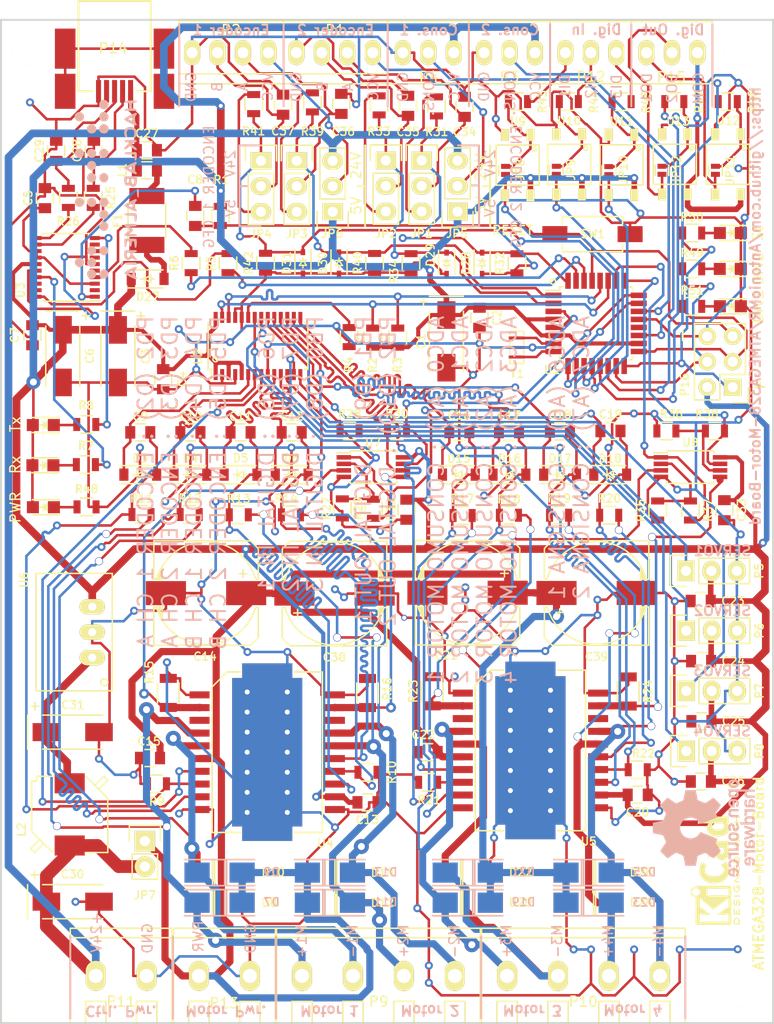
<source format=kicad_pcb>
(kicad_pcb (version 20171130) (host pcbnew "(5.1.12)-1")
  (layers (0 F.Cu signal) (31 B.Cu signal) (34 B.Paste user hide) (35 F.Paste user hide) (36 B.SilkS user hide) (37 F.SilkS user hide) (38 B.Mask user hide) (39 F.Mask user hide) (44 Edge.Cuts user))
  (net 0 "")
  (net 1 GND)
  (net 2 +5V)
  (net 3 "Net-(C5-Pad1)")
  (net 4 RESET)
  (net 5 "Net-(C8-Pad2)")
  (net 6 /Potencia/Motor1_A_in)
  (net 7 MOTOR1_A)
  (net 8 /Potencia/Motor1_B_in)
  (net 9 MOTOR1_B)
  (net 10 /Potencia/Motor2_A_in)
  (net 11 MOTOR2_A)
  (net 12 /Potencia/Motor2_B_in)
  (net 13 MOTOR2_B)
  (net 14 VSS)
  (net 15 /Potencia/Motor3_A_in)
  (net 16 MOTOR3_A)
  (net 17 /Potencia/Motor3_B_in)
  (net 18 MOTOR3_B)
  (net 19 /Potencia/Motor4_A_in)
  (net 20 MOTOR4_A)
  (net 21 /Potencia/Motor4_B_in)
  (net 22 MOTOR4_B)
  (net 23 /Pines/XUSB)
  (net 24 "Net-(C28-Pad1)")
  (net 25 "Net-(C29-Pad1)")
  (net 26 "Net-(C31-Pad1)")
  (net 27 ENC1_A)
  (net 28 ENC1_B)
  (net 29 ENC2_A)
  (net 30 ENC2_B)
  (net 31 "Net-(D1-Pad1)")
  (net 32 "Net-(D2-Pad1)")
  (net 33 Motor1+)
  (net 34 Motor1-)
  (net 35 Motor2+)
  (net 36 Motor2-)
  (net 37 Motor3+)
  (net 38 Motor3-)
  (net 39 Motor4+)
  (net 40 Motor4-)
  (net 41 VUSB)
  (net 42 ENC1_A2)
  (net 43 ENC1_B2)
  (net 44 ENC2_A2)
  (net 45 ENC2_B2)
  (net 46 "Net-(F1-Pad1)")
  (net 47 "Net-(JP1-Pad3)")
  (net 48 "Net-(JP2-Pad3)")
  (net 49 "Net-(JP3-Pad3)")
  (net 50 "Net-(JP4-Pad3)")
  (net 51 ENC1_PWR)
  (net 52 +24V)
  (net 53 ENC2_PWR)
  (net 54 CONSIGNA1)
  (net 55 CONSIGNA2)
  (net 56 SERVO1)
  (net 57 SERVO2)
  (net 58 SERVO3)
  (net 59 SERVO4)
  (net 60 DI3)
  (net 61 DI2)
  (net 62 DI1)
  (net 63 "Net-(P14-Pad4)")
  (net 64 "Net-(P14-Pad6)")
  (net 65 DO1)
  (net 66 DO2)
  (net 67 MISO)
  (net 68 SCK)
  (net 69 MOSI)
  (net 70 /Control/SDA)
  (net 71 /Control/SCL)
  (net 72 /Control/Rx)
  (net 73 "Net-(R5-Pad2)")
  (net 74 /Control/Tx)
  (net 75 "Net-(R6-Pad2)")
  (net 76 "Net-(R7-Pad2)")
  (net 77 "Net-(R8-Pad1)")
  (net 78 MOTOR1_EN)
  (net 79 MOTOR2_EN)
  (net 80 MOTOR1_SENSE)
  (net 81 MOTOR2_SENSE)
  (net 82 MOTOR3_EN)
  (net 83 MOTOR4_EN)
  (net 84 MOTOR3_SENSE)
  (net 85 MOTOR4_SENSE)
  (net 86 D-)
  (net 87 D+)
  (net 88 "Net-(R27-Pad1)")
  (net 89 "Net-(R28-Pad1)")
  (net 90 MOTOR1_CURRENT)
  (net 91 MOTOR2_CURRENT)
  (net 92 "Net-(R35-Pad1)")
  (net 93 "Net-(R36-Pad1)")
  (net 94 MOTOR3_CURRENT)
  (net 95 MOTOR4_CURRENT)
  (net 96 "Net-(U1-Pad7)")
  (net 97 "Net-(U1-Pad8)")
  (net 98 "Net-(U1-Pad20)")
  (net 99 "Net-(U3-Pad2)")
  (net 100 "Net-(U3-Pad5)")
  (net 101 "Net-(U3-Pad7)")
  (net 102 "Net-(U3-Pad8)")
  (net 103 "Net-(U3-Pad9)")
  (net 104 "Net-(U3-Pad18)")
  (net 105 "Net-(U3-Pad19)")
  (net 106 "Net-(U4-Pad3)")
  (net 107 "Net-(U4-Pad18)")
  (net 108 "Net-(U5-Pad3)")
  (net 109 "Net-(U5-Pad18)")
  (net 110 "Net-(JP8-Pad1)")
  (net 111 uC_DI1)
  (net 112 "Net-(JP9-Pad1)")
  (net 113 uC_DI2)
  (net 114 "Net-(JP10-Pad1)")
  (net 115 uC_DI3)
  (net 116 "Net-(JP11-Pad1)")
  (net 117 "Net-(JP12-Pad1)")
  (net 118 uC_DO1)
  (net 119 uC_DO2)
  (net 120 "Net-(D32-Pad1)")
  (net 121 DO_COM)
  (net 122 "Net-(D33-Pad2)")
  (net 123 "Net-(D34-Pad2)")
  (net 124 "Net-(D35-Pad2)")
  (net 125 "Net-(R4-Pad1)")
  (module Conectores:usb_mini_molex_675031020 (layer F.Cu) (at 119.775 47.125 270)
    (fp_text reference P14 (at -4.295 0.145) (layer F.SilkS))
    (fp_text value USB_MINI)
    (pad 3 smd rect (at 0 0 270) (size 2.25 0.5) (layers F.Cu F.Paste F.Mask) (net 25 "Net-(C29-Pad1)"))
    (pad 2 smd rect (at 0 -0.8 270) (size 2.25 0.5) (layers F.Cu F.Paste F.Mask) (net 24 "Net-(C28-Pad1)"))
    (pad 1 smd rect (at 0 -1.6 270) (size 2.25 0.5) (layers F.Cu F.Paste F.Mask) (net 23 /Pines/XUSB))
    (pad 4 smd rect (at 0 0.8 270) (size 2.25 0.5) (layers F.Cu F.Paste F.Mask) (net 63 "Net-(P14-Pad4)"))
    (pad 5 smd rect (at 0 1.6 270) (size 2.25 0.5) (layers F.Cu F.Paste F.Mask) (net 1 GND))
    (pad "" np_thru_hole circle (at -2.325 2.2 270) (size 1 1) (drill 1) (layers *.Cu F.SilkS))
    (pad "" np_thru_hole circle (at -2.325 -2.2 270) (size 1 1) (drill 1) (layers *.Cu F.SilkS))
    (pad 6 smd rect (at 0 -4.925 270) (size 3.5 2.05) (layers F.Cu F.Paste F.Mask) (net 64 "Net-(P14-Pad6)"))
    (pad 6 smd rect (at 0 4.925 270) (size 3.5 2.05) (layers F.Cu F.Paste F.Mask) (net 64 "Net-(P14-Pad6)"))
    (pad 6 smd rect (at -4.25 -4.925 270) (size 4 2.05) (layers F.Cu F.Paste F.Mask) (net 64 "Net-(P14-Pad6)"))
    (pad 6 smd rect (at -4.25 4.925 270) (size 4 2.05) (layers F.Cu F.Paste F.Mask) (net 64 "Net-(P14-Pad6)"))
  )
  (module Vias:Gnd-Via (layer F.Cu) (at 127.92 74.84)
    (fp_text reference Gnd-Via_84 hide)
    (fp_text value VAL** hide)
    (pad 1 thru_hole circle (at 0 0) (size 0.8 0.8) (drill 0.4) (layers *.Cu) (net 1 GND))
  )
  (module Vias:Gnd-Via (layer F.Cu) (at 142.66 97.56)
    (fp_text reference Gnd-Via_83 hide)
    (fp_text value VAL** hide)
    (pad 1 thru_hole circle (at 0 0) (size 0.8 0.8) (drill 0.4) (layers *.Cu) (net 1 GND))
  )
  (module Vias:Gnd-Via (layer F.Cu) (at 148.66 99.6)
    (fp_text reference Gnd-Via_82 hide)
    (fp_text value VAL** hide)
    (pad 1 thru_hole circle (at 0 0) (size 0.6 0.6) (drill 0.4) (layers *.Cu) (net 1 GND))
  )
  (module Soportes_PCB:BOPLA_ABP_800_0100 (layer F.Cu) (at 146.95 90)
    (fp_text reference REF** hide)
    (fp_text value BOPLA_ABP_800_0100)
    (fp_line (start -38.5 -50) (end 38.5 -50) (layer Edge.Cuts) (width 0.2))
    (fp_line (start 38.5 -50) (end 38.5 50) (layer Edge.Cuts) (width 0.2))
    (fp_line (start -38.5 50) (end 38.5 50) (layer Edge.Cuts) (width 0.2))
    (fp_line (start -38.5 -50) (end -38.5 50) (layer Edge.Cuts) (width 0.2))
  )
  (module Resistors_SMD:R_0805 (layer F.Cu) (at 177.38 64.82)
    (fp_text reference R49 (at -0.01 -1.59) (layer F.SilkS) (effects (font (size 0.8 0.8))))
    (fp_text value 270)
    (pad 1 smd rect (at -0.95 0) (size 0.7 1.3) (layers F.Cu F.Paste F.Mask) (net 69 MOSI))
    (pad 2 smd rect (at 0.95 0) (size 0.7 1.3) (layers F.Cu F.Paste F.Mask) (net 122 "Net-(D33-Pad2)"))
  )
  (module Leds:LED_0805 (layer F.Cu) (at 181.18 64.83 180)
    (fp_text reference D33 hide)
    (fp_text value Rojo)
    (pad 2 smd rect (at 1.04902 0) (size 1.19888 1.19888) (layers F.Cu F.Paste F.Mask) (net 122 "Net-(D33-Pad2)"))
    (pad 1 smd rect (at -1.04902 0) (size 1.19888 1.19888) (layers F.Cu F.Paste F.Mask) (net 1 GND))
  )
  (module Leds:LED_0805 (layer F.Cu) (at 181.191 61.25 180)
    (fp_text reference D34 hide)
    (fp_text value Rojo)
    (pad 2 smd rect (at 1.04902 0) (size 1.19888 1.19888) (layers F.Cu F.Paste F.Mask) (net 123 "Net-(D34-Pad2)"))
    (pad 1 smd rect (at -1.04902 0) (size 1.19888 1.19888) (layers F.Cu F.Paste F.Mask) (net 1 GND))
  )
  (module Leds:LED_0805 (layer F.Cu) (at 181.19 68.55 180)
    (fp_text reference D35 hide)
    (fp_text value Rojo)
    (pad 2 smd rect (at 1.04902 0) (size 1.19888 1.19888) (layers F.Cu F.Paste F.Mask) (net 124 "Net-(D35-Pad2)"))
    (pad 1 smd rect (at -1.04902 0) (size 1.19888 1.19888) (layers F.Cu F.Paste F.Mask) (net 1 GND))
  )
  (module Resistors_SMD:R_0805 (layer F.Cu) (at 177.38 61.25)
    (fp_text reference R50 (at -0.02 -1.59) (layer F.SilkS) (effects (font (size 0.8 0.8))))
    (fp_text value 270)
    (pad 1 smd rect (at -0.95 0) (size 0.7 1.3) (layers F.Cu F.Paste F.Mask) (net 67 MISO))
    (pad 2 smd rect (at 0.95 0) (size 0.7 1.3) (layers F.Cu F.Paste F.Mask) (net 123 "Net-(D34-Pad2)"))
  )
  (module Resistors_SMD:R_0805 (layer F.Cu) (at 177.38 68.56)
    (fp_text reference R51 (at -0.01 -1.58) (layer F.SilkS) (effects (font (size 0.8 0.8))))
    (fp_text value 270)
    (pad 1 smd rect (at -0.95 0) (size 0.7 1.3) (layers F.Cu F.Paste F.Mask) (net 68 SCK))
    (pad 2 smd rect (at 0.95 0) (size 0.7 1.3) (layers F.Cu F.Paste F.Mask) (net 124 "Net-(D35-Pad2)"))
  )
  (module Vias:Gnd-Via (layer F.Cu) (at 182 79.87)
    (fp_text reference Gnd-Via_81 hide)
    (fp_text value VAL** hide)
    (pad 1 thru_hole circle (at 0 0) (size 0.8 0.8) (drill 0.4) (layers *.Cu) (net 1 GND))
  )
  (module PhoenixContact:PhoenixContact_MPT_0,5_3-2,54 (layer F.Cu) (at 177.905 43.275 180)
    (fp_text reference P15 (at 2.615 -2.445 180) (layer F.SilkS))
    (fp_text value CONN_01X03)
    (pad 1 thru_hole oval (at 0 0 180) (size 1.6 2.5) (drill 1.1) (layers *.Cu *.Mask F.SilkS) (net 121 DO_COM))
    (pad 2 thru_hole oval (at 2.54 0 180) (size 1.6 2.5) (drill 1.1) (layers *.Cu *.Mask F.SilkS) (net 66 DO2))
    (pad 3 thru_hole oval (at 5.08 0 180) (size 1.6 2.5) (drill 1.1) (layers *.Cu *.Mask F.SilkS) (net 65 DO1))
  )
  (module Vias:Gnd-Via (layer F.Cu) (at 181.92 132.64)
    (fp_text reference Gnd-Via_80 hide)
    (fp_text value VAL** hide)
    (pad 1 thru_hole circle (at 0 0) (size 0.8 0.8) (drill 0.4) (layers *.Cu) (net 1 GND))
  )
  (module Vias:Gnd-Via (layer F.Cu) (at 176.13 132.66)
    (fp_text reference Gnd-Via_79 hide)
    (fp_text value VAL** hide)
    (pad 1 thru_hole circle (at 0 0) (size 0.8 0.8) (drill 0.4) (layers *.Cu) (net 1 GND))
  )
  (module Vias:Gnd-Via (layer F.Cu) (at 171.59 132.66)
    (fp_text reference Gnd-Via_78 hide)
    (fp_text value VAL** hide)
    (pad 1 thru_hole circle (at 0 0) (size 0.8 0.8) (drill 0.4) (layers *.Cu) (net 1 GND))
  )
  (module Vias:Gnd-Via (layer F.Cu) (at 167.29 132.66)
    (fp_text reference Gnd-Via_77 hide)
    (fp_text value VAL** hide)
    (pad 1 thru_hole circle (at 0 0) (size 0.8 0.8) (drill 0.4) (layers *.Cu) (net 1 GND))
  )
  (module Vias:Gnd-Via (layer F.Cu) (at 165.56 132.66)
    (fp_text reference Gnd-Via_76 hide)
    (fp_text value VAL** hide)
    (pad 1 thru_hole circle (at 0 0) (size 0.8 0.8) (drill 0.4) (layers *.Cu) (net 1 GND))
  )
  (module Vias:Gnd-Via (layer F.Cu) (at 115.88 127.91)
    (fp_text reference Gnd-Via_75 hide)
    (fp_text value VAL** hide)
    (pad 1 thru_hole circle (at 0 0) (size 0.8 0.8) (drill 0.4) (layers *.Cu) (net 1 GND))
  )
  (module Vias:Gnd-Via (layer F.Cu) (at 118.22 113.66)
    (fp_text reference Gnd-Via_74 hide)
    (fp_text value VAL** hide)
    (pad 1 thru_hole circle (at 0 0) (size 0.8 0.8) (drill 0.4) (layers *.Cu) (net 1 GND))
  )
  (module Vias:Gnd-Via (layer F.Cu) (at 126.21 119.12)
    (fp_text reference Gnd-Via_73 hide)
    (fp_text value VAL** hide)
    (pad 1 thru_hole circle (at 0 0) (size 0.8 0.8) (drill 0.4) (layers *.Cu) (net 1 GND))
  )
  (module Vias:Gnd-Via (layer F.Cu) (at 134.88 88)
    (fp_text reference Gnd-Via_72 hide)
    (fp_text value VAL** hide)
    (pad 1 thru_hole circle (at 0 0) (size 0.8 0.8) (drill 0.4) (layers *.Cu) (net 1 GND))
  )
  (module Vias:Gnd-Via (layer F.Cu) (at 129.86 88)
    (fp_text reference Gnd-Via_71 hide)
    (fp_text value VAL** hide)
    (pad 1 thru_hole circle (at 0 0) (size 0.8 0.8) (drill 0.4) (layers *.Cu) (net 1 GND))
  )
  (module Vias:Gnd-Via (layer F.Cu) (at 124.83 88)
    (fp_text reference Gnd-Via_70 hide)
    (fp_text value VAL** hide)
    (pad 1 thru_hole circle (at 0 0) (size 0.8 0.8) (drill 0.4) (layers *.Cu) (net 1 GND))
  )
  (module Housings_SSOP:TSSOP-28_4.4x9.7mm_Pitch0.65mm (layer F.Cu) (at 134.08 72.51 90)
    (fp_text reference U2 (at -1.07 -5.99 90) (layer F.SilkS) (effects (font (size 0.8 0.8))))
    (fp_text value PCA9685)
    (pad 1 smd rect (at -2.85 -4.225 90) (size 1.1 0.4) (layers F.Cu F.Paste F.Mask) (net 2 +5V))
    (pad 2 smd rect (at -2.85 -3.575 90) (size 1.1 0.4) (layers F.Cu F.Paste F.Mask) (net 1 GND))
    (pad 3 smd rect (at -2.85 -2.925 90) (size 1.1 0.4) (layers F.Cu F.Paste F.Mask) (net 2 +5V))
    (pad 4 smd rect (at -2.85 -2.275 90) (size 1.1 0.4) (layers F.Cu F.Paste F.Mask) (net 1 GND))
    (pad 5 smd rect (at -2.85 -1.625 90) (size 1.1 0.4) (layers F.Cu F.Paste F.Mask) (net 2 +5V))
    (pad 6 smd rect (at -2.85 -0.975 90) (size 1.1 0.4) (layers F.Cu F.Paste F.Mask) (net 7 MOTOR1_A))
    (pad 7 smd rect (at -2.85 -0.325 90) (size 1.1 0.4) (layers F.Cu F.Paste F.Mask) (net 9 MOTOR1_B))
    (pad 8 smd rect (at -2.85 0.325 90) (size 1.1 0.4) (layers F.Cu F.Paste F.Mask) (net 78 MOTOR1_EN))
    (pad 9 smd rect (at -2.85 0.975 90) (size 1.1 0.4) (layers F.Cu F.Paste F.Mask) (net 56 SERVO1))
    (pad 10 smd rect (at -2.85 1.625 90) (size 1.1 0.4) (layers F.Cu F.Paste F.Mask) (net 11 MOTOR2_A))
    (pad 11 smd rect (at -2.85 2.275 90) (size 1.1 0.4) (layers F.Cu F.Paste F.Mask) (net 13 MOTOR2_B))
    (pad 12 smd rect (at -2.85 2.925 90) (size 1.1 0.4) (layers F.Cu F.Paste F.Mask) (net 79 MOTOR2_EN))
    (pad 13 smd rect (at -2.85 3.575 90) (size 1.1 0.4) (layers F.Cu F.Paste F.Mask) (net 57 SERVO2))
    (pad 14 smd rect (at -2.85 4.225 90) (size 1.1 0.4) (layers F.Cu F.Paste F.Mask) (net 1 GND))
    (pad 15 smd rect (at 2.85 4.225 90) (size 1.1 0.4) (layers F.Cu F.Paste F.Mask) (net 16 MOTOR3_A))
    (pad 16 smd rect (at 2.85 3.575 90) (size 1.1 0.4) (layers F.Cu F.Paste F.Mask) (net 18 MOTOR3_B))
    (pad 17 smd rect (at 2.85 2.925 90) (size 1.1 0.4) (layers F.Cu F.Paste F.Mask) (net 82 MOTOR3_EN))
    (pad 18 smd rect (at 2.85 2.275 90) (size 1.1 0.4) (layers F.Cu F.Paste F.Mask) (net 58 SERVO3))
    (pad 19 smd rect (at 2.85 1.625 90) (size 1.1 0.4) (layers F.Cu F.Paste F.Mask) (net 20 MOTOR4_A))
    (pad 20 smd rect (at 2.85 0.975 90) (size 1.1 0.4) (layers F.Cu F.Paste F.Mask) (net 22 MOTOR4_B))
    (pad 21 smd rect (at 2.85 0.325 90) (size 1.1 0.4) (layers F.Cu F.Paste F.Mask) (net 83 MOTOR4_EN))
    (pad 22 smd rect (at 2.85 -0.325 90) (size 1.1 0.4) (layers F.Cu F.Paste F.Mask) (net 59 SERVO4))
    (pad 23 smd rect (at 2.85 -0.975 90) (size 1.1 0.4) (layers F.Cu F.Paste F.Mask) (net 125 "Net-(R4-Pad1)"))
    (pad 24 smd rect (at 2.85 -1.625 90) (size 1.1 0.4) (layers F.Cu F.Paste F.Mask) (net 1 GND))
    (pad 25 smd rect (at 2.85 -2.275 90) (size 1.1 0.4) (layers F.Cu F.Paste F.Mask) (net 1 GND))
    (pad 26 smd rect (at 2.85 -2.925 90) (size 1.1 0.4) (layers F.Cu F.Paste F.Mask) (net 71 /Control/SCL))
    (pad 27 smd rect (at 2.85 -3.575 90) (size 1.1 0.4) (layers F.Cu F.Paste F.Mask) (net 70 /Control/SDA))
    (pad 28 smd rect (at 2.85 -4.225 90) (size 1.1 0.4) (layers F.Cu F.Paste F.Mask) (net 2 +5V))
  )
  (module Vias:Gnd-Via (layer F.Cu) (at 166.7 87.41)
    (fp_text reference Gnd-Via_69 hide)
    (fp_text value VAL** hide)
    (pad 1 thru_hole circle (at 0 0) (size 0.8 0.8) (drill 0.4) (layers *.Cu) (net 1 GND))
  )
  (module Vias:Gnd-Via (layer F.Cu) (at 156.63 87.41)
    (fp_text reference Gnd-Via_68 hide)
    (fp_text value VAL** hide)
    (pad 1 thru_hole circle (at 0 0) (size 0.8 0.8) (drill 0.4) (layers *.Cu) (net 1 GND))
  )
  (module Vias:Gnd-Via (layer F.Cu) (at 169.03 82.66)
    (fp_text reference Gnd-Via_67 hide)
    (fp_text value VAL** hide)
    (pad 1 thru_hole circle (at 0 0) (size 0.8 0.8) (drill 0.4) (layers *.Cu) (net 1 GND))
  )
  (module Vias:Gnd-Via (layer F.Cu) (at 164.85 121.56)
    (fp_text reference Gnd-Via_66 hide)
    (fp_text value VAL** hide)
    (pad 1 thru_hole circle (at 0 0) (size 0.8 0.8) (drill 0.4) (layers *.Cu) (net 1 GND))
  )
  (module Vias:Gnd-Via (layer F.Cu) (at 157.62 121.53)
    (fp_text reference Gnd-Via_65 hide)
    (fp_text value VAL** hide)
    (pad 1 thru_hole circle (at 0 0) (size 0.8 0.8) (drill 0.4) (layers *.Cu) (net 1 GND))
  )
  (module Vias:Gnd-Via (layer F.Cu) (at 162.73 102.92)
    (fp_text reference Gnd-Via_64 hide)
    (fp_text value VAL** hide)
    (pad 1 thru_hole circle (at 0 0) (size 0.8 0.8) (drill 0.4) (layers *.Cu) (net 1 GND))
  )
  (module Vias:Gnd-Via (layer F.Cu) (at 159.71 102.92)
    (fp_text reference Gnd-Via_63 hide)
    (fp_text value VAL** hide)
    (pad 1 thru_hole circle (at 0 0) (size 0.8 0.8) (drill 0.4) (layers *.Cu) (net 1 GND))
  )
  (module Vias:Gnd-Via (layer F.Cu) (at 137.01 103.01)
    (fp_text reference Gnd-Via_62 hide)
    (fp_text value VAL** hide)
    (pad 1 thru_hole circle (at 0 0) (size 0.8 0.8) (drill 0.4) (layers *.Cu) (net 1 GND))
  )
  (module Vias:Gnd-Via (layer F.Cu) (at 133.03 103.01)
    (fp_text reference Gnd-Via_61 hide)
    (fp_text value VAL** hide)
    (pad 1 thru_hole circle (at 0 0) (size 0.8 0.8) (drill 0.4) (layers *.Cu) (net 1 GND))
  )
  (module Vias:Gnd-Via (layer F.Cu) (at 122.31 82.64)
    (fp_text reference Gnd-Via_60 hide)
    (fp_text value VAL** hide)
    (pad 1 thru_hole circle (at 0 0) (size 0.8 0.8) (drill 0.4) (layers *.Cu) (net 1 GND))
  )
  (module Vias:Gnd-Via (layer F.Cu) (at 127.33 82.64)
    (fp_text reference Gnd-Via_59 hide)
    (fp_text value VAL** hide)
    (pad 1 thru_hole circle (at 0 0) (size 0.8 0.8) (drill 0.4) (layers *.Cu) (net 1 GND))
  )
  (module Vias:Gnd-Via (layer F.Cu) (at 132.32 82.64)
    (fp_text reference Gnd-Via_58 hide)
    (fp_text value VAL** hide)
    (pad 1 thru_hole circle (at 0 0) (size 0.8 0.8) (drill 0.4) (layers *.Cu) (net 1 GND))
  )
  (module Vias:Gnd-Via (layer F.Cu) (at 137.42 82.64)
    (fp_text reference Gnd-Via_57 hide)
    (fp_text value VAL** hide)
    (pad 1 thru_hole circle (at 0 0) (size 0.8 0.8) (drill 0.4) (layers *.Cu) (net 1 GND))
  )
  (module Housings_QFP:TQFP-32_7x7mm_Pitch0.8mm (layer F.Cu) (at 167.8 70.26)
    (fp_text reference U1 (at -4.39 4.63) (layer F.SilkS) (effects (font (size 0.8 0.8))))
    (fp_text value ATMEGA328)
    (pad 1 smd rect (at -4.25 -2.8) (size 1.6 0.55) (layers F.Cu F.Paste F.Mask) (net 44 ENC2_A2))
    (pad 2 smd rect (at -4.25 -2) (size 1.6 0.55) (layers F.Cu F.Paste F.Mask) (net 43 ENC1_B2))
    (pad 3 smd rect (at -4.25 -1.2) (size 1.6 0.55) (layers F.Cu F.Paste F.Mask) (net 1 GND))
    (pad 4 smd rect (at -4.25 -0.4) (size 1.6 0.55) (layers F.Cu F.Paste F.Mask) (net 2 +5V))
    (pad 5 smd rect (at -4.25 0.4) (size 1.6 0.55) (layers F.Cu F.Paste F.Mask) (net 1 GND))
    (pad 6 smd rect (at -4.25 1.2) (size 1.6 0.55) (layers F.Cu F.Paste F.Mask) (net 2 +5V))
    (pad 7 smd rect (at -4.25 2) (size 1.6 0.55) (layers F.Cu F.Paste F.Mask) (net 96 "Net-(U1-Pad7)"))
    (pad 8 smd rect (at -4.25 2.8) (size 1.6 0.55) (layers F.Cu F.Paste F.Mask) (net 97 "Net-(U1-Pad8)"))
    (pad 9 smd rect (at -2.8 4.25 90) (size 1.6 0.55) (layers F.Cu F.Paste F.Mask) (net 45 ENC2_B2))
    (pad 10 smd rect (at -2 4.25 90) (size 1.6 0.55) (layers F.Cu F.Paste F.Mask) (net 111 uC_DI1))
    (pad 11 smd rect (at -1.2 4.25 90) (size 1.6 0.55) (layers F.Cu F.Paste F.Mask) (net 113 uC_DI2))
    (pad 12 smd rect (at -0.4 4.25 90) (size 1.6 0.55) (layers F.Cu F.Paste F.Mask) (net 115 uC_DI3))
    (pad 13 smd rect (at 0.4 4.25 90) (size 1.6 0.55) (layers F.Cu F.Paste F.Mask) (net 118 uC_DO1))
    (pad 14 smd rect (at 1.2 4.25 90) (size 1.6 0.55) (layers F.Cu F.Paste F.Mask) (net 119 uC_DO2))
    (pad 15 smd rect (at 2 4.25 90) (size 1.6 0.55) (layers F.Cu F.Paste F.Mask) (net 69 MOSI))
    (pad 16 smd rect (at 2.8 4.25 90) (size 1.6 0.55) (layers F.Cu F.Paste F.Mask) (net 67 MISO))
    (pad 17 smd rect (at 4.25 2.8) (size 1.6 0.55) (layers F.Cu F.Paste F.Mask) (net 68 SCK))
    (pad 18 smd rect (at 4.25 2) (size 1.6 0.55) (layers F.Cu F.Paste F.Mask) (net 2 +5V))
    (pad 19 smd rect (at 4.25 1.2) (size 1.6 0.55) (layers F.Cu F.Paste F.Mask) (net 54 CONSIGNA1))
    (pad 20 smd rect (at 4.25 0.4) (size 1.6 0.55) (layers F.Cu F.Paste F.Mask) (net 98 "Net-(U1-Pad20)"))
    (pad 21 smd rect (at 4.25 -0.4) (size 1.6 0.55) (layers F.Cu F.Paste F.Mask) (net 1 GND))
    (pad 22 smd rect (at 4.25 -1.2) (size 1.6 0.55) (layers F.Cu F.Paste F.Mask) (net 55 CONSIGNA2))
    (pad 23 smd rect (at 4.25 -2) (size 1.6 0.55) (layers F.Cu F.Paste F.Mask) (net 90 MOTOR1_CURRENT))
    (pad 24 smd rect (at 4.25 -2.8) (size 1.6 0.55) (layers F.Cu F.Paste F.Mask) (net 91 MOTOR2_CURRENT))
    (pad 25 smd rect (at 2.8 -4.25 90) (size 1.6 0.55) (layers F.Cu F.Paste F.Mask) (net 94 MOTOR3_CURRENT))
    (pad 26 smd rect (at 2 -4.25 90) (size 1.6 0.55) (layers F.Cu F.Paste F.Mask) (net 95 MOTOR4_CURRENT))
    (pad 27 smd rect (at 1.2 -4.25 90) (size 1.6 0.55) (layers F.Cu F.Paste F.Mask) (net 70 /Control/SDA))
    (pad 28 smd rect (at 0.4 -4.25 90) (size 1.6 0.55) (layers F.Cu F.Paste F.Mask) (net 71 /Control/SCL))
    (pad 29 smd rect (at -0.4 -4.25 90) (size 1.6 0.55) (layers F.Cu F.Paste F.Mask) (net 4 RESET))
    (pad 30 smd rect (at -1.2 -4.25 90) (size 1.6 0.55) (layers F.Cu F.Paste F.Mask) (net 73 "Net-(R5-Pad2)"))
    (pad 31 smd rect (at -2 -4.25 90) (size 1.6 0.55) (layers F.Cu F.Paste F.Mask) (net 75 "Net-(R6-Pad2)"))
    (pad 32 smd rect (at -2.8 -4.25 90) (size 1.6 0.55) (layers F.Cu F.Paste F.Mask) (net 42 ENC1_A2))
  )
  (module Vias:Gnd-Via (layer F.Cu) (at 175.89 86.83)
    (fp_text reference Gnd-Via_56 hide)
    (fp_text value VAL** hide)
    (pad 1 thru_hole circle (at 0 0) (size 0.8 0.8) (drill 0.4) (layers *.Cu) (net 1 GND))
  )
  (module Vias:Gnd-Via (layer F.Cu) (at 128.43 97.74)
    (fp_text reference Gnd-Via_55 hide)
    (fp_text value VAL** hide)
    (pad 1 thru_hole circle (at 0 0) (size 0.8 0.8) (drill 0.4) (layers *.Cu) (net 1 GND))
  )
  (module Vias:Gnd-Via (layer F.Cu) (at 167.93 99.34)
    (fp_text reference Gnd-Via_54 hide)
    (fp_text value VAL** hide)
    (pad 1 thru_hole circle (at 0 0) (size 0.8 0.8) (drill 0.4) (layers *.Cu) (net 1 GND))
  )
  (module Vias:Gnd-Via (layer F.Cu) (at 167.93 97.8)
    (fp_text reference Gnd-Via_53 hide)
    (fp_text value VAL** hide)
    (pad 1 thru_hole circle (at 0 0) (size 0.8 0.8) (drill 0.4) (layers *.Cu) (net 1 GND))
  )
  (module Vias:Gnd-Via (layer F.Cu) (at 152.7 101.44)
    (fp_text reference Gnd-Via_52 hide)
    (fp_text value VAL** hide)
    (pad 1 thru_hole circle (at 0 0) (size 0.8 0.8) (drill 0.4) (layers *.Cu) (net 1 GND))
  )
  (module Vias:Gnd-Via (layer F.Cu) (at 161.61 64.5)
    (fp_text reference Gnd-Via_51 hide)
    (fp_text value VAL** hide)
    (pad 1 thru_hole circle (at 0 0) (size 0.8 0.8) (drill 0.4) (layers *.Cu) (net 1 GND))
  )
  (module Vias:Gnd-Via (layer F.Cu) (at 165.58 69.8)
    (fp_text reference Gnd-Via_50 hide)
    (fp_text value VAL** hide)
    (pad 1 thru_hole circle (at 0 0) (size 0.8 0.8) (drill 0.4) (layers *.Cu) (net 1 GND))
  )
  (module Vias:Gnd-Via (layer F.Cu) (at 111.34 48.23)
    (fp_text reference Gnd-Via_49 hide)
    (fp_text value VAL** hide)
    (pad 1 thru_hole circle (at 0 0) (size 0.8 0.8) (drill 0.4) (layers *.Cu) (net 1 GND))
  )
  (module Vias:Gnd-Via (layer F.Cu) (at 117.82 69.51)
    (fp_text reference Gnd-Via_48 hide)
    (fp_text value VAL** hide)
    (pad 1 thru_hole circle (at 0 0) (size 0.8 0.8) (drill 0.4) (layers *.Cu) (net 1 GND))
  )
  (module Vias:Gnd-Via (layer F.Cu) (at 114.79 63.62)
    (fp_text reference Gnd-Via_47 hide)
    (fp_text value VAL** hide)
    (pad 1 thru_hole circle (at 0 0) (size 0.8 0.8) (drill 0.4) (layers *.Cu) (net 1 GND))
  )
  (module Vias:Gnd-Via (layer F.Cu) (at 143.87 48.42)
    (fp_text reference Gnd-Via_46 hide)
    (fp_text value VAL** hide)
    (pad 1 thru_hole circle (at 0 0) (size 0.8 0.8) (drill 0.4) (layers *.Cu) (net 1 GND))
  )
  (module Vias:Gnd-Via (layer F.Cu) (at 157.8 49.87)
    (fp_text reference Gnd-Via_45 hide)
    (fp_text value VAL** hide)
    (pad 1 thru_hole circle (at 0 0) (size 0.8 0.8) (drill 0.4) (layers *.Cu) (net 1 GND))
  )
  (module PhoenixContact:PhoenixContact_MPT_0,5_3-2,54 (layer F.Cu) (at 169.815 43.275 180)
    (fp_text reference P12 (at 2.525 -2.405 180) (layer F.SilkS))
    (fp_text value CONN_01X03)
    (pad 1 thru_hole oval (at 0 0 180) (size 1.6 2.5) (drill 1.1) (layers *.Cu *.Mask F.SilkS) (net 60 DI3))
    (pad 2 thru_hole oval (at 2.54 0 180) (size 1.6 2.5) (drill 1.1) (layers *.Cu *.Mask F.SilkS) (net 61 DI2))
    (pad 3 thru_hole oval (at 5.08 0 180) (size 1.6 2.5) (drill 1.1) (layers *.Cu *.Mask F.SilkS) (net 62 DI1))
  )
  (module PhoenixContact:PhoenixContact_MPT_0,5_3-2,54 (layer F.Cu) (at 161.705 43.275 180)
    (fp_text reference P3 (at 2.545 -2.415 180) (layer F.SilkS))
    (fp_text value CONN_01X03)
    (pad 1 thru_hole oval (at 0 0 180) (size 1.6 2.5) (drill 1.1) (layers *.Cu *.Mask F.SilkS) (net 2 +5V))
    (pad 2 thru_hole oval (at 2.54 0 180) (size 1.6 2.5) (drill 1.1) (layers *.Cu *.Mask F.SilkS) (net 54 CONSIGNA1))
    (pad 3 thru_hole oval (at 5.08 0 180) (size 1.6 2.5) (drill 1.1) (layers *.Cu *.Mask F.SilkS) (net 1 GND))
  )
  (module PhoenixContact:PhoenixContact_MPT_0,5_3-2,54 (layer F.Cu) (at 153.605 43.275 180)
    (fp_text reference P4 (at 2.495 -2.415 180) (layer F.SilkS))
    (fp_text value CONN_01X03)
    (pad 1 thru_hole oval (at 0 0 180) (size 1.6 2.5) (drill 1.1) (layers *.Cu *.Mask F.SilkS) (net 2 +5V))
    (pad 2 thru_hole oval (at 2.54 0 180) (size 1.6 2.5) (drill 1.1) (layers *.Cu *.Mask F.SilkS) (net 55 CONSIGNA2))
    (pad 3 thru_hole oval (at 5.08 0 180) (size 1.6 2.5) (drill 1.1) (layers *.Cu *.Mask F.SilkS) (net 1 GND))
  )
  (module Vias:Gnd-Via (layer F.Cu) (at 121.68 115.25)
    (fp_text reference Gnd-Via_44 hide)
    (fp_text value VAL** hide)
    (pad 1 thru_hole circle (at 0 0) (size 0.8 0.8) (drill 0.4) (layers *.Cu) (net 1 GND))
  )
  (module Vias:Gnd-Via (layer F.Cu) (at 172.22 59.3)
    (fp_text reference Gnd-Via_43 hide)
    (fp_text value VAL** hide)
    (pad 1 thru_hole circle (at 0 0) (size 0.8 0.8) (drill 0.4) (layers *.Cu) (net 1 GND))
  )
  (module Vias:Gnd-Via (layer F.Cu) (at 182.61 59.72)
    (fp_text reference Gnd-Via_42 hide)
    (fp_text value VAL** hide)
    (pad 1 thru_hole circle (at 0 0) (size 0.8 0.8) (drill 0.4) (layers *.Cu) (net 1 GND))
  )
  (module Vias:Gnd-Via (layer F.Cu) (at 182 54.81)
    (fp_text reference Gnd-Via_41 hide)
    (fp_text value VAL** hide)
    (pad 1 thru_hole circle (at 0 0) (size 0.8 0.8) (drill 0.4) (layers *.Cu) (net 1 GND))
  )
  (module Vias:Gnd-Via (layer F.Cu) (at 181.99 46.28)
    (fp_text reference Gnd-Via_40 hide)
    (fp_text value VAL** hide)
    (pad 1 thru_hole circle (at 0 0) (size 0.8 0.8) (drill 0.4) (layers *.Cu) (net 1 GND))
  )
  (module Vias:Gnd-Via (layer F.Cu) (at 171.57 79.24)
    (fp_text reference Gnd-Via_39 hide)
    (fp_text value VAL** hide)
    (pad 1 thru_hole circle (at 0 0) (size 0.8 0.8) (drill 0.4) (layers *.Cu) (net 1 GND))
  )
  (module Vias:Gnd-Via (layer F.Cu) (at 173.61 79.27)
    (fp_text reference Gnd-Via_38 hide)
    (fp_text value VAL** hide)
    (pad 1 thru_hole circle (at 0 0) (size 0.8 0.8) (drill 0.4) (layers *.Cu) (net 1 GND))
  )
  (module Vias:Gnd-Via (layer F.Cu) (at 169.72 119.96)
    (fp_text reference Gnd-Via_37 hide)
    (fp_text value VAL** hide)
    (pad 1 thru_hole circle (at 0 0) (size 0.8 0.8) (drill 0.4) (layers *.Cu) (net 1 GND))
  )
  (module Vias:Gnd-Via (layer F.Cu) (at 174.04 113.21)
    (fp_text reference Gnd-Via_36 hide)
    (fp_text value VAL** hide)
    (pad 1 thru_hole circle (at 0 0) (size 0.8 0.8) (drill 0.4) (layers *.Cu) (net 1 GND))
  )
  (module Vias:Gnd-Via (layer F.Cu) (at 174.09 118.84)
    (fp_text reference Gnd-Via_35 hide)
    (fp_text value VAL** hide)
    (pad 1 thru_hole circle (at 0 0) (size 0.8 0.8) (drill 0.4) (layers *.Cu) (net 1 GND))
  )
  (module Vias:Gnd-Via (layer F.Cu) (at 135.78 90.99)
    (fp_text reference Gnd-Via_34 hide)
    (fp_text value VAL** hide)
    (pad 1 thru_hole circle (at 0 0) (size 0.8 0.8) (drill 0.4) (layers *.Cu) (net 1 GND))
  )
  (module Vias:Gnd-Via (layer F.Cu) (at 182.22 91.29)
    (fp_text reference Gnd-Via_32 hide)
    (fp_text value VAL** hide)
    (pad 1 thru_hole circle (at 0 0) (size 0.8 0.8) (drill 0.4) (layers *.Cu) (net 1 GND))
  )
  (module Vias:Gnd-Via (layer F.Cu) (at 149.97 128.55)
    (fp_text reference Gnd-Via_31 hide)
    (fp_text value VAL** hide)
    (pad 1 thru_hole circle (at 0 0) (size 0.8 0.8) (drill 0.4) (layers *.Cu) (net 1 GND))
  )
  (module Vias:Gnd-Via (layer F.Cu) (at 145.84 83.65)
    (fp_text reference Gnd-Via_30 hide)
    (fp_text value VAL** hide)
    (pad 1 thru_hole circle (at 0 0) (size 0.8 0.8) (drill 0.4) (layers *.Cu) (net 1 GND))
  )
  (module Vias:Gnd-Via (layer F.Cu) (at 141.38 86.57)
    (fp_text reference Gnd-Via_29 hide)
    (fp_text value VAL** hide)
    (pad 1 thru_hole circle (at 0 0) (size 0.8 0.8) (drill 0.4) (layers *.Cu) (net 1 GND))
  )
  (module Capacitors_SMD:C_0805 (layer F.Cu) (at 123.31 113.58 180)
    (fp_text reference C15 (at 0.1 1.66 180) (layer F.SilkS) (effects (font (size 0.8 0.8))))
    (fp_text value 100n)
    (pad 1 smd rect (at -1 0 180) (size 1 1.25) (layers F.Cu F.Paste F.Mask) (net 14 VSS))
    (pad 2 smd rect (at 1 0 180) (size 1 1.25) (layers F.Cu F.Paste F.Mask) (net 1 GND))
  )
  (module Vias:Gnd-Via (layer F.Cu) (at 151.12 135.99)
    (fp_text reference Gnd-Via_28 hide)
    (fp_text value VAL** hide)
    (pad 1 thru_hole circle (at 0 0) (size 0.8 0.8) (drill 0.4) (layers *.Cu) (net 1 GND))
  )
  (module Vias:Gnd-Via (layer F.Cu) (at 151.12 134.27)
    (fp_text reference Gnd-Via_27 hide)
    (fp_text value VAL** hide)
    (pad 1 thru_hole circle (at 0 0) (size 0.8 0.8) (drill 0.4) (layers *.Cu) (net 1 GND))
  )
  (module Vias:Gnd-Via (layer F.Cu) (at 141.76 120.49)
    (fp_text reference Gnd-Via_26 hide)
    (fp_text value VAL** hide)
    (pad 1 thru_hole circle (at 0 0) (size 0.8 0.8) (drill 0.4) (layers *.Cu) (net 1 GND))
  )
  (module Vias:Gnd-Via (layer F.Cu) (at 129.25 122.15)
    (fp_text reference Gnd-Via_25 hide)
    (fp_text value VAL** hide)
    (pad 1 thru_hole circle (at 0 0) (size 0.8 0.8) (drill 0.4) (layers *.Cu) (net 1 GND))
  )
  (module Vias:Gnd-Via (layer F.Cu) (at 125 104.04)
    (fp_text reference Gnd-Via_24 hide)
    (fp_text value VAL** hide)
    (pad 1 thru_hole circle (at 0 0) (size 0.8 0.8) (drill 0.4) (layers *.Cu) (net 1 GND))
  )
  (module Vias:Gnd-Via (layer F.Cu) (at 156.17 72.26)
    (fp_text reference Gnd-Via_23 hide)
    (fp_text value VAL** hide)
    (pad 1 thru_hole circle (at 0 0) (size 0.8 0.8) (drill 0.4) (layers *.Cu) (net 1 GND))
  )
  (module Vias:Gnd-Via (layer F.Cu) (at 155.53 75.4)
    (fp_text reference Gnd-Via_22 hide)
    (fp_text value VAL** hide)
    (pad 1 thru_hole circle (at 0 0) (size 0.8 0.8) (drill 0.4) (layers *.Cu) (net 1 GND))
  )
  (module Vias:Gnd-Via (layer F.Cu) (at 146.25 90.97)
    (fp_text reference Gnd-Via_21 hide)
    (fp_text value VAL** hide)
    (pad 1 thru_hole circle (at 0 0) (size 0.8 0.8) (drill 0.4) (layers *.Cu) (net 1 GND))
  )
  (module Vias:Gnd-Via (layer F.Cu) (at 131.3 72.13)
    (fp_text reference Gnd-Via_20 hide)
    (fp_text value VAL** hide)
    (pad 1 thru_hole circle (at 0 0) (size 0.8 0.8) (drill 0.4) (layers *.Cu) (net 1 GND))
  )
  (module Vias:Gnd-Via (layer F.Cu) (at 154.15 82.65)
    (fp_text reference Gnd-Via_19 hide)
    (fp_text value VAL** hide)
    (pad 1 thru_hole circle (at 0 0) (size 0.8 0.8) (drill 0.4) (layers *.Cu) (net 1 GND))
  )
  (module Vias:Gnd-Via (layer F.Cu) (at 159.05 82.66)
    (fp_text reference Gnd-Via_18 hide)
    (fp_text value VAL** hide)
    (pad 1 thru_hole circle (at 0 0) (size 0.8 0.8) (drill 0.4) (layers *.Cu) (net 1 GND))
  )
  (module Vias:Gnd-Via (layer F.Cu) (at 164.19 82.66)
    (fp_text reference Gnd-Via_17 hide)
    (fp_text value VAL** hide)
    (pad 1 thru_hole circle (at 0 0) (size 0.8 0.8) (drill 0.4) (layers *.Cu) (net 1 GND))
  )
  (module Vias:Gnd-Via (layer F.Cu) (at 126.18 70.83)
    (fp_text reference Gnd-Via_16 hide)
    (fp_text value VAL** hide)
    (pad 1 thru_hole circle (at 0 0) (size 0.8 0.8) (drill 0.4) (layers *.Cu) (net 1 GND))
  )
  (module Vias:Gnd-Via (layer F.Cu) (at 175.61 115.94)
    (fp_text reference Gnd-Via_15 hide)
    (fp_text value VAL** hide)
    (pad 1 thru_hole circle (at 0 0) (size 0.8 0.8) (drill 0.4) (layers *.Cu) (net 1 GND))
  )
  (module Vias:Gnd-Via (layer F.Cu) (at 175.64 109.92)
    (fp_text reference Gnd-Via_14 hide)
    (fp_text value VAL** hide)
    (pad 1 thru_hole circle (at 0 0) (size 0.8 0.8) (drill 0.4) (layers *.Cu) (net 1 GND))
  )
  (module Vias:Gnd-Via (layer F.Cu) (at 175.64 103.92)
    (fp_text reference Gnd-Via_13 hide)
    (fp_text value VAL** hide)
    (pad 1 thru_hole circle (at 0 0) (size 0.8 0.8) (drill 0.4) (layers *.Cu) (net 1 GND))
  )
  (module Vias:Gnd-Via (layer F.Cu) (at 175.64 97.95)
    (fp_text reference Gnd-Via_12 hide)
    (fp_text value VAL** hide)
    (pad 1 thru_hole circle (at 0 0) (size 0.8 0.8) (drill 0.4) (layers *.Cu) (net 1 GND))
  )
  (module Vias:Gnd-Via (layer F.Cu) (at 153.7 105.44)
    (fp_text reference Gnd-Via_11 hide)
    (fp_text value VAL** hide)
    (pad 1 thru_hole circle (at 0 0) (size 0.8 0.8) (drill 0.4) (layers *.Cu) (net 1 GND))
  )
  (module Vias:Gnd-Via (layer F.Cu) (at 154.76 97.84)
    (fp_text reference Gnd-Via_10 hide)
    (fp_text value VAL** hide)
    (pad 1 thru_hole circle (at 0 0) (size 0.8 0.8) (drill 0.4) (layers *.Cu) (net 1 GND))
  )
  (module Magneticos:FERROCORE_SMD_0703 (layer F.Cu) (at 115.3 119.2 90)
    (fp_text reference L2 (at -1.52 -4.79 90) (layer F.SilkS) (effects (font (size 0.8 0.8))))
    (fp_text value 10u)
    (pad 1 smd rect (at -3.1 0 90) (size 2 3) (layers F.Cu F.Paste F.Mask) (net 52 +24V))
    (pad 2 smd rect (at 3.1 0 90) (size 2 3) (layers F.Cu F.Paste F.Mask) (net 26 "Net-(C31-Pad1)"))
  )
  (module Vias:Gnd-Via (layer F.Cu) (at 182 137)
    (fp_text reference Gnd-Via_9 hide)
    (fp_text value VAL** hide)
    (pad "" np_thru_hole circle (at 0 0) (size 3 3) (drill 3) (layers *.Cu F.SilkS))
  )
  (module Vias:Gnd-Via (layer F.Cu) (at 182 43)
    (fp_text reference Gnd-Via_8 hide)
    (fp_text value VAL** hide)
    (pad "" np_thru_hole circle (at 0 0) (size 3 3) (drill 3) (layers *.Cu F.SilkS))
  )
  (module Vias:Gnd-Via (layer F.Cu) (at 111 43)
    (fp_text reference Gnd-Via_7 hide)
    (fp_text value VAL** hide)
    (pad "" np_thru_hole circle (at 0 0) (size 3 3) (drill 3) (layers *.Cu F.SilkS))
  )
  (module Vias:Gnd-Via (layer F.Cu) (at 111 137)
    (fp_text reference Gnd-Via_6 hide)
    (fp_text value VAL** hide)
    (pad "" np_thru_hole circle (at 0 0) (size 3 3) (drill 3) (layers *.Cu F.SilkS))
  )
  (module Vias:Gnd-Via (layer F.Cu) (at 121.725 98.9)
    (fp_text reference Gnd-Via_5 hide)
    (fp_text value VAL** hide)
    (pad 1 thru_hole circle (at 0 0) (size 0.8 0.8) (drill 0.4) (layers *.Cu) (net 1 GND))
  )
  (module Vias:Gnd-Via (layer F.Cu) (at 128.44 96.27)
    (fp_text reference Gnd-Via_4 hide)
    (fp_text value VAL** hide)
    (pad 1 thru_hole circle (at 0 0) (size 0.8 0.8) (drill 0.4) (layers *.Cu) (net 1 GND))
  )
  (module Vias:Gnd-Via (layer F.Cu) (at 141.76 96.76)
    (fp_text reference Gnd-Via_3 hide)
    (fp_text value VAL** hide)
    (pad 1 thru_hole circle (at 0 0) (size 0.8 0.8) (drill 0.4) (layers *.Cu) (net 1 GND))
  )
  (module Diodos:DO-214AC (layer B.Cu) (at 130.25 128 180)
    (fp_text reference D7 (at -5.21 0.06 180) (layer B.SilkS) (effects (font (size 0.8 0.8)) (justify mirror)))
    (fp_text value 10MQ100)
    (pad 1 smd rect (at -2.25 0 180) (size 2.5 2) (layers B.Cu B.Paste B.Mask) (net 14 VSS))
    (pad 2 smd rect (at 2.25 0 180) (size 2.5 2) (layers B.Cu B.Paste B.Mask) (net 33 Motor1+))
  )
  (module Capacitors_SMD:C_0805 (layer F.Cu) (at 156.17 69.7 270)
    (fp_text reference C2 (at -0.01 -1.74 270) (layer F.SilkS) (effects (font (size 0.8 0.8))))
    (fp_text value 100n)
    (pad 1 smd rect (at -1 0 270) (size 1 1.25) (layers F.Cu F.Paste F.Mask) (net 2 +5V))
    (pad 2 smd rect (at 1 0 270) (size 1 1.25) (layers F.Cu F.Paste F.Mask) (net 1 GND))
  )
  (module Capacitors_SMD:C_0805 (layer F.Cu) (at 124.63 75.82 270)
    (fp_text reference C4 (at 0 -1.88 270) (layer F.SilkS) (effects (font (size 0.8 0.8))))
    (fp_text value 100n)
    (pad 1 smd rect (at -1 0 270) (size 1 1.25) (layers F.Cu F.Paste F.Mask) (net 2 +5V))
    (pad 2 smd rect (at 1 0 270) (size 1 1.25) (layers F.Cu F.Paste F.Mask) (net 1 GND))
  )
  (module Capacitors_SMD:C_0805 (layer F.Cu) (at 112.825 57.775 90)
    (fp_text reference C5 (at 0.005 -1.665 90) (layer F.SilkS) (effects (font (size 0.8 0.8))))
    (fp_text value 100n)
    (pad 1 smd rect (at -1 0 90) (size 1 1.25) (layers F.Cu F.Paste F.Mask) (net 3 "Net-(C5-Pad1)"))
    (pad 2 smd rect (at 1 0 90) (size 1 1.25) (layers F.Cu F.Paste F.Mask) (net 1 GND))
  )
  (module Capacitors_SMD:C_0805 (layer F.Cu) (at 111.59 71.44 270)
    (fp_text reference C7 (at 0 1.76 270) (layer F.SilkS) (effects (font (size 0.8 0.8))))
    (fp_text value 100n)
    (pad 1 smd rect (at -1 0 270) (size 1 1.25) (layers F.Cu F.Paste F.Mask) (net 2 +5V))
    (pad 2 smd rect (at 1 0 270) (size 1 1.25) (layers F.Cu F.Paste F.Mask) (net 1 GND))
  )
  (module Capacitors_SMD:C_0805 (layer F.Cu) (at 127.825 59.55 90)
    (fp_text reference C8 (at 3.61 -0.025 180) (layer F.SilkS) (effects (font (size 0.8 0.8))))
    (fp_text value 100n)
    (pad 1 smd rect (at -1 0 90) (size 1 1.25) (layers F.Cu F.Paste F.Mask) (net 4 RESET))
    (pad 2 smd rect (at 1 0 90) (size 1 1.25) (layers F.Cu F.Paste F.Mask) (net 5 "Net-(C8-Pad2)"))
  )
  (module Capacitors_SMD:C_0805 (layer F.Cu) (at 122.34 81.12 180)
    (fp_text reference C9 (at 0 1.59 180) (layer F.SilkS) (effects (font (size 0.8 0.8))))
    (fp_text value 1,5n)
    (pad 1 smd rect (at -1 0 180) (size 1 1.25) (layers F.Cu F.Paste F.Mask) (net 6 /Potencia/Motor1_A_in))
    (pad 2 smd rect (at 1 0 180) (size 1 1.25) (layers F.Cu F.Paste F.Mask) (net 7 MOTOR1_A))
  )
  (module Capacitors_SMD:C_0805 (layer F.Cu) (at 127.34 81.12 180)
    (fp_text reference C10 (at 0 1.59 180) (layer F.SilkS) (effects (font (size 0.8 0.8))))
    (fp_text value 1,5n)
    (pad 1 smd rect (at -1 0 180) (size 1 1.25) (layers F.Cu F.Paste F.Mask) (net 8 /Potencia/Motor1_B_in))
    (pad 2 smd rect (at 1 0 180) (size 1 1.25) (layers F.Cu F.Paste F.Mask) (net 9 MOTOR1_B))
  )
  (module Capacitors_SMD:C_0805 (layer F.Cu) (at 132.34 81.12 180)
    (fp_text reference C11 (at -0.01 1.59 180) (layer F.SilkS) (effects (font (size 0.8 0.8))))
    (fp_text value 1,5n)
    (pad 1 smd rect (at -1 0 180) (size 1 1.25) (layers F.Cu F.Paste F.Mask) (net 10 /Potencia/Motor2_A_in))
    (pad 2 smd rect (at 1 0 180) (size 1 1.25) (layers F.Cu F.Paste F.Mask) (net 11 MOTOR2_A))
  )
  (module Capacitors_SMD:C_0805 (layer F.Cu) (at 137.44 81.12 180)
    (fp_text reference C12 (at -0.01 1.59 180) (layer F.SilkS) (effects (font (size 0.8 0.8))))
    (fp_text value 1,5n)
    (pad 1 smd rect (at -1 0 180) (size 1 1.25) (layers F.Cu F.Paste F.Mask) (net 12 /Potencia/Motor2_B_in))
    (pad 2 smd rect (at 1 0 180) (size 1 1.25) (layers F.Cu F.Paste F.Mask) (net 13 MOTOR2_B))
  )
  (module Capacitors_SMD:C_0805 (layer F.Cu) (at 145 118 180)
    (fp_text reference C13 (at 0.01 -1.74 180) (layer F.SilkS) (effects (font (size 0.8 0.8))))
    (fp_text value 100n)
    (pad 1 smd rect (at -1 0 180) (size 1 1.25) (layers F.Cu F.Paste F.Mask) (net 1 GND))
    (pad 2 smd rect (at 1 0 180) (size 1 1.25) (layers F.Cu F.Paste F.Mask) (net 2 +5V))
  )
  (module Capacitors_SMD:C_0805 (layer F.Cu) (at 154.16 81.08 180)
    (fp_text reference C16 (at 0 1.66 180) (layer F.SilkS) (effects (font (size 0.8 0.8))))
    (fp_text value 1,5n)
    (pad 1 smd rect (at -1 0 180) (size 1 1.25) (layers F.Cu F.Paste F.Mask) (net 15 /Potencia/Motor3_A_in))
    (pad 2 smd rect (at 1 0 180) (size 1 1.25) (layers F.Cu F.Paste F.Mask) (net 16 MOTOR3_A))
  )
  (module Capacitors_SMD:C_0805 (layer F.Cu) (at 159.11 81.08 180)
    (fp_text reference C17 (at -0.01 1.66 180) (layer F.SilkS) (effects (font (size 0.8 0.8))))
    (fp_text value 1,5n)
    (pad 1 smd rect (at -1 0 180) (size 1 1.25) (layers F.Cu F.Paste F.Mask) (net 17 /Potencia/Motor3_B_in))
    (pad 2 smd rect (at 1 0 180) (size 1 1.25) (layers F.Cu F.Paste F.Mask) (net 18 MOTOR3_B))
  )
  (module Capacitors_SMD:C_0805 (layer F.Cu) (at 164.19 81.03 180)
    (fp_text reference C18 (at 0 1.66 180) (layer F.SilkS) (effects (font (size 0.8 0.8))))
    (fp_text value 1,5n)
    (pad 1 smd rect (at -1 0 180) (size 1 1.25) (layers F.Cu F.Paste F.Mask) (net 19 /Potencia/Motor4_A_in))
    (pad 2 smd rect (at 1 0 180) (size 1 1.25) (layers F.Cu F.Paste F.Mask) (net 20 MOTOR4_A))
  )
  (module Capacitors_SMD:C_0805 (layer F.Cu) (at 169.23 80.98 180)
    (fp_text reference C19 (at -0.02 1.66 180) (layer F.SilkS) (effects (font (size 0.8 0.8))))
    (fp_text value 1,5n)
    (pad 1 smd rect (at -1 0 180) (size 1 1.25) (layers F.Cu F.Paste F.Mask) (net 21 /Potencia/Motor4_B_in))
    (pad 2 smd rect (at 1 0 180) (size 1 1.25) (layers F.Cu F.Paste F.Mask) (net 22 MOTOR4_B))
  )
  (module Capacitors_SMD:C_0805 (layer F.Cu) (at 171.95 117.25 180)
    (fp_text reference C20 (at 0.02 -1.74 180) (layer F.SilkS) (effects (font (size 0.8 0.8))))
    (fp_text value 100n)
    (pad 1 smd rect (at -1 0 180) (size 1 1.25) (layers F.Cu F.Paste F.Mask) (net 1 GND))
    (pad 2 smd rect (at 1 0 180) (size 1 1.25) (layers F.Cu F.Paste F.Mask) (net 2 +5V))
  )
  (module Capacitors_SMD:C_0805 (layer F.Cu) (at 151 113 180)
    (fp_text reference C22 (at 0.44 1.73 180) (layer F.SilkS) (effects (font (size 0.8 0.8))))
    (fp_text value 100n)
    (pad 1 smd rect (at -1 0 180) (size 1 1.25) (layers F.Cu F.Paste F.Mask) (net 14 VSS))
    (pad 2 smd rect (at 1 0 180) (size 1 1.25) (layers F.Cu F.Paste F.Mask) (net 1 GND))
  )
  (module Capacitors_SMD:C_0805 (layer F.Cu) (at 178.23 97.93 180)
    (fp_text reference C23 (at -3.22 0 180) (layer F.SilkS) (effects (font (size 0.8 0.8))))
    (fp_text value 100n)
    (pad 1 smd rect (at -1 0 180) (size 1 1.25) (layers F.Cu F.Paste F.Mask) (net 2 +5V))
    (pad 2 smd rect (at 1 0 180) (size 1 1.25) (layers F.Cu F.Paste F.Mask) (net 1 GND))
  )
  (module Capacitors_SMD:C_0805 (layer F.Cu) (at 178.27 103.92 180)
    (fp_text reference C24 (at -3.21 -0.02 180) (layer F.SilkS) (effects (font (size 0.8 0.8))))
    (fp_text value 100n)
    (pad 1 smd rect (at -1 0 180) (size 1 1.25) (layers F.Cu F.Paste F.Mask) (net 2 +5V))
    (pad 2 smd rect (at 1 0 180) (size 1 1.25) (layers F.Cu F.Paste F.Mask) (net 1 GND))
  )
  (module Capacitors_SMD:C_0805 (layer F.Cu) (at 178.3 109.92 180)
    (fp_text reference C25 (at -3.21 0.02 180) (layer F.SilkS) (effects (font (size 0.8 0.8))))
    (fp_text value 100n)
    (pad 1 smd rect (at -1 0 180) (size 1 1.25) (layers F.Cu F.Paste F.Mask) (net 2 +5V))
    (pad 2 smd rect (at 1 0 180) (size 1 1.25) (layers F.Cu F.Paste F.Mask) (net 1 GND))
  )
  (module Capacitors_SMD:C_0805 (layer F.Cu) (at 178.25 115.92 180)
    (fp_text reference C26 (at -3.21 0.04 180) (layer F.SilkS) (effects (font (size 0.8 0.8))))
    (fp_text value 100n)
    (pad 1 smd rect (at -1 0 180) (size 1 1.25) (layers F.Cu F.Paste F.Mask) (net 2 +5V))
    (pad 2 smd rect (at 1 0 180) (size 1 1.25) (layers F.Cu F.Paste F.Mask) (net 1 GND))
  )
  (module Capacitors_SMD:C_0805 (layer F.Cu) (at 123 53)
    (fp_text reference C27 (at 0 -1.67) (layer F.SilkS) (effects (font (size 0.8 0.8))))
    (fp_text value 10n)
    (pad 1 smd rect (at -1 0) (size 1 1.25) (layers F.Cu F.Paste F.Mask) (net 23 /Pines/XUSB))
    (pad 2 smd rect (at 1 0) (size 1 1.25) (layers F.Cu F.Paste F.Mask) (net 1 GND))
  )
  (module Capacitors_SMD:C_0805 (layer F.Cu) (at 117.71 53.06 90)
    (fp_text reference C28 (at 0.03 -1.66 90) (layer F.SilkS) (effects (font (size 0.8 0.8))))
    (fp_text value 0,047n)
    (pad 1 smd rect (at -1 0 90) (size 1 1.25) (layers F.Cu F.Paste F.Mask) (net 24 "Net-(C28-Pad1)"))
    (pad 2 smd rect (at 1 0 90) (size 1 1.25) (layers F.Cu F.Paste F.Mask) (net 1 GND))
  )
  (module Capacitors_SMD:C_0805 (layer F.Cu) (at 113.96 53.06 90)
    (fp_text reference C29 (at 0 -1.67 90) (layer F.SilkS) (effects (font (size 0.8 0.8))))
    (fp_text value 0,047n)
    (pad 1 smd rect (at -1 0 90) (size 1 1.25) (layers F.Cu F.Paste F.Mask) (net 25 "Net-(C29-Pad1)"))
    (pad 2 smd rect (at 1 0 90) (size 1 1.25) (layers F.Cu F.Paste F.Mask) (net 1 GND))
  )
  (module Capacitors_SMD:C_0805 (layer F.Cu) (at 148.9 88.83 270)
    (fp_text reference C32 (at 0 1.56 270) (layer F.SilkS) (effects (font (size 0.8 0.8))))
    (fp_text value 100n)
    (pad 1 smd rect (at -1 0 270) (size 1 1.25) (layers F.Cu F.Paste F.Mask) (net 2 +5V))
    (pad 2 smd rect (at 1 0 270) (size 1 1.25) (layers F.Cu F.Paste F.Mask) (net 1 GND))
  )
  (module Capacitors_SMD:C_0805 (layer F.Cu) (at 180.59 88.88 270)
    (fp_text reference C33 (at -0.01 -1.74 270) (layer F.SilkS) (effects (font (size 0.8 0.8))))
    (fp_text value 100n)
    (pad 1 smd rect (at -1 0 270) (size 1 1.25) (layers F.Cu F.Paste F.Mask) (net 2 +5V))
    (pad 2 smd rect (at 1 0 270) (size 1 1.25) (layers F.Cu F.Paste F.Mask) (net 1 GND))
  )
  (module Capacitors_SMD:C_0805 (layer F.Cu) (at 154.68 48.67 90)
    (fp_text reference C34 (at -2.51 0 180) (layer F.SilkS) (effects (font (size 0.8 0.8))))
    (fp_text value 100n)
    (pad 1 smd rect (at -1 0 90) (size 1 1.25) (layers F.Cu F.Paste F.Mask) (net 27 ENC1_A))
    (pad 2 smd rect (at 1 0 90) (size 1 1.25) (layers F.Cu F.Paste F.Mask) (net 1 GND))
  )
  (module Capacitors_SMD:C_0805 (layer F.Cu) (at 149.04 48.57 90)
    (fp_text reference C35 (at -2.6 0 180) (layer F.SilkS) (effects (font (size 0.8 0.8))))
    (fp_text value 100n)
    (pad 1 smd rect (at -1 0 90) (size 1 1.25) (layers F.Cu F.Paste F.Mask) (net 28 ENC1_B))
    (pad 2 smd rect (at 1 0 90) (size 1 1.25) (layers F.Cu F.Paste F.Mask) (net 1 GND))
  )
  (module Capacitors_SMD:C_0805 (layer F.Cu) (at 142.39 48.38 90)
    (fp_text reference C36 (at -2.76 0.2 180) (layer F.SilkS) (effects (font (size 0.8 0.8))))
    (fp_text value 100n)
    (pad 1 smd rect (at -1 0 90) (size 1 1.25) (layers F.Cu F.Paste F.Mask) (net 29 ENC2_A))
    (pad 2 smd rect (at 1 0 90) (size 1 1.25) (layers F.Cu F.Paste F.Mask) (net 1 GND))
  )
  (module Capacitors_SMD:C_0805 (layer F.Cu) (at 136.58 48.46 90)
    (fp_text reference C37 (at -2.64 -0.02 180) (layer F.SilkS) (effects (font (size 0.8 0.8))))
    (fp_text value 100n)
    (pad 1 smd rect (at -1 0 90) (size 1 1.25) (layers F.Cu F.Paste F.Mask) (net 30 ENC2_B))
    (pad 2 smd rect (at 1 0 90) (size 1 1.25) (layers F.Cu F.Paste F.Mask) (net 1 GND))
  )
  (module Leds:LED_0805 (layer F.Cu) (at 112.631 84.4 180)
    (fp_text reference D1 hide)
    (fp_text value Rojo)
    (pad 2 smd rect (at 1.04902 0) (size 1.19888 1.19888) (layers F.Cu F.Paste F.Mask) (net 2 +5V))
    (pad 1 smd rect (at -1.04902 0) (size 1.19888 1.19888) (layers F.Cu F.Paste F.Mask) (net 31 "Net-(D1-Pad1)"))
  )
  (module Leds:LED_0805 (layer F.Cu) (at 112.67 80.39 180)
    (fp_text reference D2 hide)
    (fp_text value Rojo)
    (pad 2 smd rect (at 1.04902 0) (size 1.19888 1.19888) (layers F.Cu F.Paste F.Mask) (net 2 +5V))
    (pad 1 smd rect (at -1.04902 0) (size 1.19888 1.19888) (layers F.Cu F.Paste F.Mask) (net 32 "Net-(D2-Pad1)"))
  )
  (module Diodos:SOD-123 (layer F.Cu) (at 122.34 85.335)
    (fp_text reference D3 (at 0 -1.635) (layer F.SilkS) (effects (font (size 0.8 0.8))))
    (fp_text value 1N4148)
    (pad 1 smd rect (at -1.635 0) (size 0.91 1.22) (layers F.Cu F.Paste F.Mask) (net 7 MOTOR1_A))
    (pad 2 smd rect (at 1.635 0) (size 0.91 1.22) (layers F.Cu F.Paste F.Mask) (net 6 /Potencia/Motor1_A_in))
  )
  (module Diodos:SOD-123 (layer F.Cu) (at 127.34 85.335)
    (fp_text reference D4 (at -0.01 -1.645) (layer F.SilkS) (effects (font (size 0.8 0.8))))
    (fp_text value 1N4148)
    (pad 1 smd rect (at -1.635 0) (size 0.91 1.22) (layers F.Cu F.Paste F.Mask) (net 9 MOTOR1_B))
    (pad 2 smd rect (at 1.635 0) (size 0.91 1.22) (layers F.Cu F.Paste F.Mask) (net 8 /Potencia/Motor1_B_in))
  )
  (module Diodos:SOD-123 (layer F.Cu) (at 132.34 85.335)
    (fp_text reference D5 (at 0 -1.645) (layer F.SilkS) (effects (font (size 0.8 0.8))))
    (fp_text value 1N4148)
    (pad 1 smd rect (at -1.635 0) (size 0.91 1.22) (layers F.Cu F.Paste F.Mask) (net 11 MOTOR2_A))
    (pad 2 smd rect (at 1.635 0) (size 0.91 1.22) (layers F.Cu F.Paste F.Mask) (net 10 /Potencia/Motor2_A_in))
  )
  (module Diodos:SOD-123 (layer F.Cu) (at 137.44 85.335)
    (fp_text reference D6 (at -0.01 -1.645) (layer F.SilkS) (effects (font (size 0.8 0.8))))
    (fp_text value 1N4148)
    (pad 1 smd rect (at -1.635 0) (size 0.91 1.22) (layers F.Cu F.Paste F.Mask) (net 13 MOTOR2_B))
    (pad 2 smd rect (at 1.635 0) (size 0.91 1.22) (layers F.Cu F.Paste F.Mask) (net 12 /Potencia/Motor2_B_in))
  )
  (module Diodos:DO-214AC (layer F.Cu) (at 130.25 128)
    (fp_text reference D8 (at 4.97 -0.01) (layer F.SilkS) (effects (font (size 0.8 0.8))))
    (fp_text value 10MQ100)
    (pad 1 smd rect (at -2.25 0) (size 2.5 2) (layers F.Cu F.Paste F.Mask) (net 33 Motor1+))
    (pad 2 smd rect (at 2.25 0) (size 2.5 2) (layers F.Cu F.Paste F.Mask) (net 1 GND))
  )
  (module Diodos:DO-214AC (layer B.Cu) (at 130.25 125 180)
    (fp_text reference D9 (at -5.18 0.06 180) (layer B.SilkS) (effects (font (size 0.8 0.8)) (justify mirror)))
    (fp_text value 10MQ100)
    (pad 1 smd rect (at -2.25 0 180) (size 2.5 2) (layers B.Cu B.Paste B.Mask) (net 14 VSS))
    (pad 2 smd rect (at 2.25 0 180) (size 2.5 2) (layers B.Cu B.Paste B.Mask) (net 34 Motor1-))
  )
  (module Diodos:DO-214AC (layer F.Cu) (at 130.25 125)
    (fp_text reference D10 (at 5.34 -0.01) (layer F.SilkS) (effects (font (size 0.8 0.8))))
    (fp_text value 10MQ100)
    (pad 1 smd rect (at -2.25 0) (size 2.5 2) (layers F.Cu F.Paste F.Mask) (net 34 Motor1-))
    (pad 2 smd rect (at 2.25 0) (size 2.5 2) (layers F.Cu F.Paste F.Mask) (net 1 GND))
  )
  (module Diodos:DO-214AC (layer B.Cu) (at 141.25 128)
    (fp_text reference D11 (at 5.56 -0.07) (layer B.SilkS) (effects (font (size 0.8 0.8)) (justify mirror)))
    (fp_text value 10MQ100)
    (pad 1 smd rect (at -2.25 0) (size 2.5 2) (layers B.Cu B.Paste B.Mask) (net 14 VSS))
    (pad 2 smd rect (at 2.25 0) (size 2.5 2) (layers B.Cu B.Paste B.Mask) (net 35 Motor2+))
  )
  (module Diodos:DO-214AC (layer F.Cu) (at 141.25 128 180)
    (fp_text reference D12 (at -5.25 0 180) (layer F.SilkS) (effects (font (size 0.8 0.8))))
    (fp_text value 10MQ100)
    (pad 1 smd rect (at -2.25 0 180) (size 2.5 2) (layers F.Cu F.Paste F.Mask) (net 35 Motor2+))
    (pad 2 smd rect (at 2.25 0 180) (size 2.5 2) (layers F.Cu F.Paste F.Mask) (net 1 GND))
  )
  (module Diodos:DO-214AC (layer B.Cu) (at 141.25 125)
    (fp_text reference D13 (at 5.56 -0.05) (layer B.SilkS) (effects (font (size 0.8 0.8)) (justify mirror)))
    (fp_text value 10MQ100)
    (pad 1 smd rect (at -2.25 0) (size 2.5 2) (layers B.Cu B.Paste B.Mask) (net 14 VSS))
    (pad 2 smd rect (at 2.25 0) (size 2.5 2) (layers B.Cu B.Paste B.Mask) (net 36 Motor2-))
  )
  (module Diodos:DO-214AC (layer F.Cu) (at 141.25 125 180)
    (fp_text reference D14 (at -5.25 0 180) (layer F.SilkS) (effects (font (size 0.8 0.8))))
    (fp_text value 10MQ100)
    (pad 1 smd rect (at -2.25 0 180) (size 2.5 2) (layers F.Cu F.Paste F.Mask) (net 36 Motor2-))
    (pad 2 smd rect (at 2.25 0 180) (size 2.5 2) (layers F.Cu F.Paste F.Mask) (net 1 GND))
  )
  (module Diodos:SOD-123 (layer F.Cu) (at 154.11 85.335)
    (fp_text reference D15 (at 0.01 -1.605) (layer F.SilkS) (effects (font (size 0.8 0.8))))
    (fp_text value 1N4148)
    (pad 1 smd rect (at -1.635 0) (size 0.91 1.22) (layers F.Cu F.Paste F.Mask) (net 16 MOTOR3_A))
    (pad 2 smd rect (at 1.635 0) (size 0.91 1.22) (layers F.Cu F.Paste F.Mask) (net 15 /Potencia/Motor3_A_in))
  )
  (module Diodos:SOD-123 (layer F.Cu) (at 159.155 85.335)
    (fp_text reference D16 (at 0.005 -1.615) (layer F.SilkS) (effects (font (size 0.8 0.8))))
    (fp_text value 1N4148)
    (pad 1 smd rect (at -1.635 0) (size 0.91 1.22) (layers F.Cu F.Paste F.Mask) (net 18 MOTOR3_B))
    (pad 2 smd rect (at 1.635 0) (size 0.91 1.22) (layers F.Cu F.Paste F.Mask) (net 17 /Potencia/Motor3_B_in))
  )
  (module Diodos:SOD-123 (layer F.Cu) (at 164.205 85.335)
    (fp_text reference D17 (at 0.005 -1.605) (layer F.SilkS) (effects (font (size 0.8 0.8))))
    (fp_text value 1N4148)
    (pad 1 smd rect (at -1.635 0) (size 0.91 1.22) (layers F.Cu F.Paste F.Mask) (net 20 MOTOR4_A))
    (pad 2 smd rect (at 1.635 0) (size 0.91 1.22) (layers F.Cu F.Paste F.Mask) (net 19 /Potencia/Motor4_A_in))
  )
  (module Diodos:SOD-123 (layer F.Cu) (at 169.205 85.335)
    (fp_text reference D18 (at -0.005 -1.615) (layer F.SilkS) (effects (font (size 0.8 0.8))))
    (fp_text value 1N4148)
    (pad 1 smd rect (at -1.635 0) (size 0.91 1.22) (layers F.Cu F.Paste F.Mask) (net 22 MOTOR4_B))
    (pad 2 smd rect (at 1.635 0) (size 0.91 1.22) (layers F.Cu F.Paste F.Mask) (net 21 /Potencia/Motor4_B_in))
  )
  (module Diodos:DO-214AC (layer B.Cu) (at 155 128 180)
    (fp_text reference D19 (at -5.56 0.07 180) (layer B.SilkS) (effects (font (size 0.8 0.8)) (justify mirror)))
    (fp_text value 10MQ100)
    (pad 1 smd rect (at -2.25 0 180) (size 2.5 2) (layers B.Cu B.Paste B.Mask) (net 14 VSS))
    (pad 2 smd rect (at 2.25 0 180) (size 2.5 2) (layers B.Cu B.Paste B.Mask) (net 37 Motor3+))
  )
  (module Diodos:DO-214AC (layer F.Cu) (at 155 128)
    (fp_text reference D20 (at 5.28 -0.02) (layer F.SilkS) (effects (font (size 0.8 0.8))))
    (fp_text value 10MQ100)
    (pad 1 smd rect (at -2.25 0) (size 2.5 2) (layers F.Cu F.Paste F.Mask) (net 37 Motor3+))
    (pad 2 smd rect (at 2.25 0) (size 2.5 2) (layers F.Cu F.Paste F.Mask) (net 1 GND))
  )
  (module Diodos:DO-214AC (layer B.Cu) (at 155 125 180)
    (fp_text reference D21 (at -5.55 0.07 180) (layer B.SilkS) (effects (font (size 0.8 0.8)) (justify mirror)))
    (fp_text value 10MQ100)
    (pad 1 smd rect (at -2.25 0 180) (size 2.5 2) (layers B.Cu B.Paste B.Mask) (net 14 VSS))
    (pad 2 smd rect (at 2.25 0 180) (size 2.5 2) (layers B.Cu B.Paste B.Mask) (net 38 Motor3-))
  )
  (module Diodos:DO-214AC (layer F.Cu) (at 155 125)
    (fp_text reference D22 (at 5.27 -0.02) (layer F.SilkS) (effects (font (size 0.8 0.8))))
    (fp_text value 10MQ100)
    (pad 1 smd rect (at -2.25 0) (size 2.5 2) (layers F.Cu F.Paste F.Mask) (net 38 Motor3-))
    (pad 2 smd rect (at 2.25 0) (size 2.5 2) (layers F.Cu F.Paste F.Mask) (net 1 GND))
  )
  (module Diodos:DO-214AC (layer B.Cu) (at 167.05 128)
    (fp_text reference D23 (at 5.56 -0.03) (layer B.SilkS) (effects (font (size 0.8 0.8)) (justify mirror)))
    (fp_text value 10MQ100)
    (pad 1 smd rect (at -2.25 0) (size 2.5 2) (layers B.Cu B.Paste B.Mask) (net 14 VSS))
    (pad 2 smd rect (at 2.25 0) (size 2.5 2) (layers B.Cu B.Paste B.Mask) (net 39 Motor4+))
  )
  (module Diodos:DO-214AC (layer F.Cu) (at 167.05 128 180)
    (fp_text reference D24 (at -5.27 0.03 180) (layer F.SilkS) (effects (font (size 0.8 0.8))))
    (fp_text value 10MQ100)
    (pad 1 smd rect (at -2.25 0 180) (size 2.5 2) (layers F.Cu F.Paste F.Mask) (net 39 Motor4+))
    (pad 2 smd rect (at 2.25 0 180) (size 2.5 2) (layers F.Cu F.Paste F.Mask) (net 1 GND))
  )
  (module Diodos:DO-214AC (layer B.Cu) (at 167.05 125)
    (fp_text reference D25 (at 5.56 -0.06) (layer B.SilkS) (effects (font (size 0.8 0.8)) (justify mirror)))
    (fp_text value 10MQ100)
    (pad 1 smd rect (at -2.25 0) (size 2.5 2) (layers B.Cu B.Paste B.Mask) (net 14 VSS))
    (pad 2 smd rect (at 2.25 0) (size 2.5 2) (layers B.Cu B.Paste B.Mask) (net 40 Motor4-))
  )
  (module Diodos:DO-214AC (layer F.Cu) (at 167.05 125 180)
    (fp_text reference D26 (at -5.26 0.03 180) (layer F.SilkS) (effects (font (size 0.8 0.8))))
    (fp_text value 10MQ100)
    (pad 1 smd rect (at -2.25 0 180) (size 2.5 2) (layers F.Cu F.Paste F.Mask) (net 40 Motor4-))
    (pad 2 smd rect (at 2.25 0 180) (size 2.5 2) (layers F.Cu F.Paste F.Mask) (net 1 GND))
  )
  (module Diodos:SOD-123 (layer F.Cu) (at 123.075 65.825)
    (fp_text reference D27 (at 0.005 1.785) (layer F.SilkS) (effects (font (size 0.8 0.8))))
    (fp_text value MBR0520)
    (pad 1 smd rect (at -1.635 0) (size 0.91 1.22) (layers F.Cu F.Paste F.Mask) (net 2 +5V))
    (pad 2 smd rect (at 1.635 0) (size 0.91 1.22) (layers F.Cu F.Paste F.Mask) (net 41 VUSB))
  )
  (module Diodos:SOD-323 (layer F.Cu) (at 156.43 64.26 270)
    (fp_text reference D28 (at 0 1.61 270) (layer F.SilkS) (effects (font (size 0.8 0.8))))
    (fp_text value PDZ5)
    (pad 1 smd rect (at -1.055 0 270) (size 0.59 0.45) (layers F.Cu F.Paste F.Mask) (net 42 ENC1_A2))
    (pad 2 smd rect (at 1.055 0 270) (size 0.59 0.45) (layers F.Cu F.Paste F.Mask) (net 1 GND))
  )
  (module Diodos:SOD-323 (layer F.Cu) (at 152.89 64.26 270)
    (fp_text reference D29 (at -0.82 1.61 270) (layer F.SilkS) (effects (font (size 0.8 0.8))))
    (fp_text value PDZ5)
    (pad 1 smd rect (at -1.055 0 270) (size 0.59 0.45) (layers F.Cu F.Paste F.Mask) (net 43 ENC1_B2))
    (pad 2 smd rect (at 1.055 0 270) (size 0.59 0.45) (layers F.Cu F.Paste F.Mask) (net 1 GND))
  )
  (module Diodos:SOD-323 (layer F.Cu) (at 142.16 64.24 270)
    (fp_text reference D30 (at 0.01 1.61 270) (layer F.SilkS) (effects (font (size 0.8 0.8))))
    (fp_text value PDZ5)
    (pad 1 smd rect (at -1.055 0 270) (size 0.59 0.45) (layers F.Cu F.Paste F.Mask) (net 44 ENC2_A2))
    (pad 2 smd rect (at 1.055 0 270) (size 0.59 0.45) (layers F.Cu F.Paste F.Mask) (net 1 GND))
  )
  (module Diodos:SOD-323 (layer F.Cu) (at 138.56 64.22 270)
    (fp_text reference D31 (at 0.02 1.61 270) (layer F.SilkS) (effects (font (size 0.8 0.8))))
    (fp_text value PDZ5)
    (pad 1 smd rect (at -1.055 0 270) (size 0.59 0.45) (layers F.Cu F.Paste F.Mask) (net 45 ENC2_B2))
    (pad 2 smd rect (at 1.055 0 270) (size 0.59 0.45) (layers F.Cu F.Paste F.Mask) (net 1 GND))
  )
  (module Resistencias:R_1812 (layer F.Cu) (at 123 60 270)
    (fp_text reference F1 (at 0.02 2.9 270) (layer F.SilkS) (effects (font (size 0.8 0.8))))
    (fp_text value "500 mA")
    (pad 1 smd rect (at -2.4384 0 270) (size 1.6 3.5) (layers F.Cu F.Paste F.Mask) (net 46 "Net-(F1-Pad1)"))
    (pad 2 smd rect (at 2.4384 0 270) (size 1.6 3.5) (layers F.Cu F.Paste F.Mask) (net 41 VUSB))
  )
  (module Capacitors_SMD:C_0805 (layer F.Cu) (at 123 55 180)
    (fp_text reference L1 (at 2.46 0.01 270) (layer F.SilkS) (effects (font (size 0.8 0.8))))
    (fp_text value BLM21)
    (pad 1 smd rect (at -1 0 180) (size 1 1.25) (layers F.Cu F.Paste F.Mask) (net 46 "Net-(F1-Pad1)"))
    (pad 2 smd rect (at 1 0 180) (size 1 1.25) (layers F.Cu F.Paste F.Mask) (net 23 /Pines/XUSB))
  )
  (module Resistors_SMD:R_0805 (layer F.Cu) (at 130.325 59.55 270)
    (fp_text reference R1 (at -3.6 -0.085) (layer F.SilkS) (effects (font (size 0.8 0.8))))
    (fp_text value 1K)
    (pad 1 smd rect (at -0.95 0 270) (size 0.7 1.3) (layers F.Cu F.Paste F.Mask) (net 2 +5V))
    (pad 2 smd rect (at 0.95 0 270) (size 0.7 1.3) (layers F.Cu F.Paste F.Mask) (net 4 RESET))
  )
  (module Resistors_SMD:R_0805 (layer F.Cu) (at 145.52 71.675 90)
    (fp_text reference R2 (at -2.745 -0.01 90) (layer F.SilkS) (effects (font (size 0.8 0.8))))
    (fp_text value 1K)
    (pad 1 smd rect (at -0.95 0 90) (size 0.7 1.3) (layers F.Cu F.Paste F.Mask) (net 2 +5V))
    (pad 2 smd rect (at 0.95 0 90) (size 0.7 1.3) (layers F.Cu F.Paste F.Mask) (net 70 /Control/SDA))
  )
  (module Resistors_SMD:R_0805 (layer F.Cu) (at 148.02 71.675 90)
    (fp_text reference R3 (at -2.735 -0.01 90) (layer F.SilkS) (effects (font (size 0.8 0.8))))
    (fp_text value 1K)
    (pad 1 smd rect (at -0.95 0 90) (size 0.7 1.3) (layers F.Cu F.Paste F.Mask) (net 2 +5V))
    (pad 2 smd rect (at 0.95 0 90) (size 0.7 1.3) (layers F.Cu F.Paste F.Mask) (net 71 /Control/SCL))
  )
  (module Resistors_SMD:R_0805 (layer F.Cu) (at 143.17 71.625 270)
    (fp_text reference R4 (at 2.735 0.02 270) (layer F.SilkS) (effects (font (size 0.8 0.8))))
    (fp_text value 10K)
    (pad 1 smd rect (at -0.95 0 270) (size 0.7 1.3) (layers F.Cu F.Paste F.Mask) (net 125 "Net-(R4-Pad1)"))
    (pad 2 smd rect (at 0.95 0 270) (size 0.7 1.3) (layers F.Cu F.Paste F.Mask) (net 1 GND))
  )
  (module Resistors_SMD:R_0805 (layer F.Cu) (at 131.09 64.25 270)
    (fp_text reference R5 (at 0.03 1.69 270) (layer F.SilkS) (effects (font (size 0.8 0.8))))
    (fp_text value 1K)
    (pad 1 smd rect (at -0.95 0 270) (size 0.7 1.3) (layers F.Cu F.Paste F.Mask) (net 72 /Control/Rx))
    (pad 2 smd rect (at 0.95 0 270) (size 0.7 1.3) (layers F.Cu F.Paste F.Mask) (net 73 "Net-(R5-Pad2)"))
  )
  (module Resistors_SMD:R_0805 (layer F.Cu) (at 127.415 64.25 270)
    (fp_text reference R6 (at 0 1.685 270) (layer F.SilkS) (effects (font (size 0.8 0.8))))
    (fp_text value 1K)
    (pad 1 smd rect (at -0.95 0 270) (size 0.7 1.3) (layers F.Cu F.Paste F.Mask) (net 74 /Control/Tx))
    (pad 2 smd rect (at 0.95 0 270) (size 0.7 1.3) (layers F.Cu F.Paste F.Mask) (net 75 "Net-(R6-Pad2)"))
  )
  (module Resistors_SMD:R_0805 (layer F.Cu) (at 116.915 84.335)
    (fp_text reference R7 (at -0.005 -1.885) (layer F.SilkS) (effects (font (size 0.8 0.8))))
    (fp_text value 270)
    (pad 1 smd rect (at -0.95 0) (size 0.7 1.3) (layers F.Cu F.Paste F.Mask) (net 31 "Net-(D1-Pad1)"))
    (pad 2 smd rect (at 0.95 0) (size 0.7 1.3) (layers F.Cu F.Paste F.Mask) (net 76 "Net-(R7-Pad2)"))
  )
  (module Resistors_SMD:R_0805 (layer F.Cu) (at 116.955 80.335 180)
    (fp_text reference R8 (at 0.005 1.885 180) (layer F.SilkS) (effects (font (size 0.8 0.8))))
    (fp_text value 270)
    (pad 1 smd rect (at -0.95 0 180) (size 0.7 1.3) (layers F.Cu F.Paste F.Mask) (net 77 "Net-(R8-Pad1)"))
    (pad 2 smd rect (at 0.95 0 180) (size 0.7 1.3) (layers F.Cu F.Paste F.Mask) (net 32 "Net-(D2-Pad1)"))
  )
  (module Resistors_SMD:R_0805 (layer F.Cu) (at 124 116.15 180)
    (fp_text reference R9 (at 0.01 -1.77 180) (layer F.SilkS) (effects (font (size 0.8 0.8))))
    (fp_text value 10K)
    (pad 1 smd rect (at -0.95 0 180) (size 0.7 1.3) (layers F.Cu F.Paste F.Mask) (net 78 MOTOR1_EN))
    (pad 2 smd rect (at 0.95 0 180) (size 0.7 1.3) (layers F.Cu F.Paste F.Mask) (net 1 GND))
  )
  (module Resistors_SMD:R_0805 (layer F.Cu) (at 145 115)
    (fp_text reference R10 (at 2.43 0 90) (layer F.SilkS) (effects (font (size 0.8 0.8))))
    (fp_text value 10K)
    (pad 1 smd rect (at -0.95 0) (size 0.7 1.3) (layers F.Cu F.Paste F.Mask) (net 79 MOTOR2_EN))
    (pad 2 smd rect (at 0.95 0) (size 0.7 1.3) (layers F.Cu F.Paste F.Mask) (net 1 GND))
  )
  (module Resistors_SMD:R_0805 (layer F.Cu) (at 122.46 89.31 180)
    (fp_text reference R11 (at -0.02 1.62 180) (layer F.SilkS) (effects (font (size 0.8 0.8))))
    (fp_text value 10K)
    (pad 1 smd rect (at -0.95 0 180) (size 0.7 1.3) (layers F.Cu F.Paste F.Mask) (net 33 Motor1+))
    (pad 2 smd rect (at 0.95 0 180) (size 0.7 1.3) (layers F.Cu F.Paste F.Mask) (net 6 /Potencia/Motor1_A_in))
  )
  (module Resistors_SMD:R_0805 (layer F.Cu) (at 127.265 89.31 180)
    (fp_text reference R12 (at -0.015 1.61 180) (layer F.SilkS) (effects (font (size 0.8 0.8))))
    (fp_text value 10K)
    (pad 1 smd rect (at -0.95 0 180) (size 0.7 1.3) (layers F.Cu F.Paste F.Mask) (net 34 Motor1-))
    (pad 2 smd rect (at 0.95 0 180) (size 0.7 1.3) (layers F.Cu F.Paste F.Mask) (net 8 /Potencia/Motor1_B_in))
  )
  (module Resistors_SMD:R_0805 (layer F.Cu) (at 132.165 89.34 180)
    (fp_text reference R13 (at -0.015 1.61 180) (layer F.SilkS) (effects (font (size 0.8 0.8))))
    (fp_text value 10K)
    (pad 1 smd rect (at -0.95 0 180) (size 0.7 1.3) (layers F.Cu F.Paste F.Mask) (net 35 Motor2+))
    (pad 2 smd rect (at 0.95 0 180) (size 0.7 1.3) (layers F.Cu F.Paste F.Mask) (net 10 /Potencia/Motor2_A_in))
  )
  (module Resistors_SMD:R_0805 (layer F.Cu) (at 137.365 89.34 180)
    (fp_text reference R14 (at 0.465 1.62 180) (layer F.SilkS) (effects (font (size 0.8 0.8))))
    (fp_text value 10K)
    (pad 1 smd rect (at -0.95 0 180) (size 0.7 1.3) (layers F.Cu F.Paste F.Mask) (net 36 Motor2-))
    (pad 2 smd rect (at 0.95 0 180) (size 0.7 1.3) (layers F.Cu F.Paste F.Mask) (net 12 /Potencia/Motor2_B_in))
  )
  (module Resistors_SMD:R_1206 (layer F.Cu) (at 125.13 107.09 90)
    (fp_text reference R15 (at 2.04 -1.89 90) (layer F.SilkS) (effects (font (size 0.8 0.8))))
    (fp_text value 0.02)
    (pad 1 smd rect (at -1.45 0 90) (size 0.9 1.7) (layers F.Cu F.Paste F.Mask) (net 80 MOTOR1_SENSE))
    (pad 2 smd rect (at 1.45 0 90) (size 0.9 1.7) (layers F.Cu F.Paste F.Mask) (net 1 GND))
  )
  (module Resistors_SMD:R_1206 (layer F.Cu) (at 145 107.1 90)
    (fp_text reference R16 (at 0.42 1.97 90) (layer F.SilkS) (effects (font (size 0.8 0.8))))
    (fp_text value 0.02)
    (pad 1 smd rect (at -1.45 0 90) (size 0.9 1.7) (layers F.Cu F.Paste F.Mask) (net 81 MOTOR2_SENSE))
    (pad 2 smd rect (at 1.45 0 90) (size 0.9 1.7) (layers F.Cu F.Paste F.Mask) (net 1 GND))
  )
  (module Resistors_SMD:R_0805 (layer F.Cu) (at 154.485 89.41 180)
    (fp_text reference R17 (at 0.005 1.69 180) (layer F.SilkS) (effects (font (size 0.8 0.8))))
    (fp_text value 10K)
    (pad 1 smd rect (at -0.95 0 180) (size 0.7 1.3) (layers F.Cu F.Paste F.Mask) (net 37 Motor3+))
    (pad 2 smd rect (at 0.95 0 180) (size 0.7 1.3) (layers F.Cu F.Paste F.Mask) (net 15 /Potencia/Motor3_A_in))
  )
  (module Resistors_SMD:R_0805 (layer F.Cu) (at 159.105 89.38 180)
    (fp_text reference R18 (at -0.005 1.59 180) (layer F.SilkS) (effects (font (size 0.8 0.8))))
    (fp_text value 10K)
    (pad 1 smd rect (at -0.95 0 180) (size 0.7 1.3) (layers F.Cu F.Paste F.Mask) (net 38 Motor3-))
    (pad 2 smd rect (at 0.95 0 180) (size 0.7 1.3) (layers F.Cu F.Paste F.Mask) (net 17 /Potencia/Motor3_B_in))
  )
  (module Resistors_SMD:R_0805 (layer F.Cu) (at 164.105 89.38 180)
    (fp_text reference R19 (at -0.005 1.69 180) (layer F.SilkS) (effects (font (size 0.8 0.8))))
    (fp_text value 10K)
    (pad 1 smd rect (at -0.95 0 180) (size 0.7 1.3) (layers F.Cu F.Paste F.Mask) (net 39 Motor4+))
    (pad 2 smd rect (at 0.95 0 180) (size 0.7 1.3) (layers F.Cu F.Paste F.Mask) (net 19 /Potencia/Motor4_A_in))
  )
  (module Resistors_SMD:R_0805 (layer F.Cu) (at 169.105 89.38 180)
    (fp_text reference R20 (at -0.015 1.68 180) (layer F.SilkS) (effects (font (size 0.8 0.8))))
    (fp_text value 10K)
    (pad 1 smd rect (at -0.95 0 180) (size 0.7 1.3) (layers F.Cu F.Paste F.Mask) (net 40 Motor4-))
    (pad 2 smd rect (at 0.95 0 180) (size 0.7 1.3) (layers F.Cu F.Paste F.Mask) (net 21 /Potencia/Motor4_B_in))
  )
  (module Resistors_SMD:R_0805 (layer F.Cu) (at 151.05 116 180)
    (fp_text reference R21 (at -0.09 -1.77 180) (layer F.SilkS) (effects (font (size 0.8 0.8))))
    (fp_text value 10K)
    (pad 1 smd rect (at -0.95 0 180) (size 0.7 1.3) (layers F.Cu F.Paste F.Mask) (net 82 MOTOR3_EN))
    (pad 2 smd rect (at 0.95 0 180) (size 0.7 1.3) (layers F.Cu F.Paste F.Mask) (net 1 GND))
  )
  (module Resistors_SMD:R_0805 (layer F.Cu) (at 171.95 114.75)
    (fp_text reference R22 (at 0.57 -1.63) (layer F.SilkS) (effects (font (size 0.8 0.8))))
    (fp_text value 10K)
    (pad 1 smd rect (at -0.95 0) (size 0.7 1.3) (layers F.Cu F.Paste F.Mask) (net 83 MOTOR4_EN))
    (pad 2 smd rect (at 0.95 0) (size 0.7 1.3) (layers F.Cu F.Paste F.Mask) (net 1 GND))
  )
  (module Resistors_SMD:R_1206 (layer F.Cu) (at 151.45 106.93 90)
    (fp_text reference R23 (at 0 -1.88 90) (layer F.SilkS) (effects (font (size 0.8 0.8))))
    (fp_text value 0.02)
    (pad 1 smd rect (at -1.45 0 90) (size 0.9 1.7) (layers F.Cu F.Paste F.Mask) (net 84 MOTOR3_SENSE))
    (pad 2 smd rect (at 1.45 0 90) (size 0.9 1.7) (layers F.Cu F.Paste F.Mask) (net 1 GND))
  )
  (module Resistors_SMD:R_1206 (layer F.Cu) (at 171 106.95 90)
    (fp_text reference R24 (at 0.01 1.96 90) (layer F.SilkS) (effects (font (size 0.8 0.8))))
    (fp_text value 0.02)
    (pad 1 smd rect (at -1.45 0 90) (size 0.9 1.7) (layers F.Cu F.Paste F.Mask) (net 85 MOTOR4_SENSE))
    (pad 2 smd rect (at 1.45 0 90) (size 0.9 1.7) (layers F.Cu F.Paste F.Mask) (net 1 GND))
  )
  (module Resistors_SMD:R_0805 (layer F.Cu) (at 117.65 57.75 90)
    (fp_text reference R25 (at 0.02 1.74 90) (layer F.SilkS) (effects (font (size 0.8 0.8))))
    (fp_text value 22R)
    (pad 1 smd rect (at -0.95 0 90) (size 0.7 1.3) (layers F.Cu F.Paste F.Mask) (net 86 D-))
    (pad 2 smd rect (at 0.95 0 90) (size 0.7 1.3) (layers F.Cu F.Paste F.Mask) (net 24 "Net-(C28-Pad1)"))
  )
  (module Resistors_SMD:R_0805 (layer F.Cu) (at 115.17 57.75 90)
    (fp_text reference R26 (at -2.34 -0.02 180) (layer F.SilkS) (effects (font (size 0.8 0.8))))
    (fp_text value 22R)
    (pad 1 smd rect (at -0.95 0 90) (size 0.7 1.3) (layers F.Cu F.Paste F.Mask) (net 87 D+))
    (pad 2 smd rect (at 0.95 0 90) (size 0.7 1.3) (layers F.Cu F.Paste F.Mask) (net 25 "Net-(C29-Pad1)"))
  )
  (module Resistors_SMD:R_0805 (layer F.Cu) (at 142.49 88.7 270)
    (fp_text reference R27 (at 0 1.58 270) (layer F.SilkS) (effects (font (size 0.8 0.8))))
    (fp_text value 10K)
    (pad 1 smd rect (at -0.95 0 270) (size 0.7 1.3) (layers F.Cu F.Paste F.Mask) (net 88 "Net-(R27-Pad1)"))
    (pad 2 smd rect (at 0.95 0 270) (size 0.7 1.3) (layers F.Cu F.Paste F.Mask) (net 1 GND))
  )
  (module Resistors_SMD:R_0805 (layer F.Cu) (at 143.21 80.97 180)
    (fp_text reference R28 (at -0.01 1.69 180) (layer F.SilkS) (effects (font (size 0.8 0.8))))
    (fp_text value 10K)
    (pad 1 smd rect (at -0.95 0 180) (size 0.7 1.3) (layers F.Cu F.Paste F.Mask) (net 89 "Net-(R28-Pad1)"))
    (pad 2 smd rect (at 0.95 0 180) (size 0.7 1.3) (layers F.Cu F.Paste F.Mask) (net 1 GND))
  )
  (module Resistors_SMD:R_0805 (layer F.Cu) (at 145.59 88.74 90)
    (fp_text reference R29 (at 0.02 -1.52 90) (layer F.SilkS) (effects (font (size 0.8 0.8))))
    (fp_text value 23K2)
    (pad 1 smd rect (at -0.95 0 90) (size 0.7 1.3) (layers F.Cu F.Paste F.Mask) (net 90 MOTOR1_CURRENT))
    (pad 2 smd rect (at 0.95 0 90) (size 0.7 1.3) (layers F.Cu F.Paste F.Mask) (net 88 "Net-(R27-Pad1)"))
  )
  (module Resistors_SMD:R_0805 (layer F.Cu) (at 147.94 80.97 180)
    (fp_text reference R30 (at 0.01 1.69 180) (layer F.SilkS) (effects (font (size 0.8 0.8))))
    (fp_text value 23K2)
    (pad 1 smd rect (at -0.95 0 180) (size 0.7 1.3) (layers F.Cu F.Paste F.Mask) (net 91 MOTOR2_CURRENT))
    (pad 2 smd rect (at 0.95 0 180) (size 0.7 1.3) (layers F.Cu F.Paste F.Mask) (net 89 "Net-(R28-Pad1)"))
  )
  (module Resistors_SMD:R_0805 (layer F.Cu) (at 151.88 48.63 90)
    (fp_text reference R31 (at -2.54 0.02 180) (layer F.SilkS) (effects (font (size 0.8 0.8))))
    (fp_text value 38K3)
    (pad 1 smd rect (at -0.95 0 90) (size 0.7 1.3) (layers F.Cu F.Paste F.Mask) (net 42 ENC1_A2))
    (pad 2 smd rect (at 0.95 0 90) (size 0.7 1.3) (layers F.Cu F.Paste F.Mask) (net 47 "Net-(JP1-Pad3)"))
  )
  (module Resistors_SMD:R_0805 (layer F.Cu) (at 159.9 64.27 270)
    (fp_text reference R32 (at 0 1.69 270) (layer F.SilkS) (effects (font (size 0.8 0.8))))
    (fp_text value 10K)
    (pad 1 smd rect (at -0.95 0 270) (size 0.7 1.3) (layers F.Cu F.Paste F.Mask) (net 42 ENC1_A2))
    (pad 2 smd rect (at 0.95 0 270) (size 0.7 1.3) (layers F.Cu F.Paste F.Mask) (net 1 GND))
  )
  (module Resistors_SMD:R_0805 (layer F.Cu) (at 146.16 48.53 90)
    (fp_text reference R33 (at -2.6 -0.02 180) (layer F.SilkS) (effects (font (size 0.8 0.8))))
    (fp_text value 38K3)
    (pad 1 smd rect (at -0.95 0 90) (size 0.7 1.3) (layers F.Cu F.Paste F.Mask) (net 43 ENC1_B2))
    (pad 2 smd rect (at 0.95 0 90) (size 0.7 1.3) (layers F.Cu F.Paste F.Mask) (net 48 "Net-(JP2-Pad3)"))
  )
  (module Resistors_SMD:R_0805 (layer F.Cu) (at 149.34 64.26 270)
    (fp_text reference R34 (at 0.85 1.69 270) (layer F.SilkS) (effects (font (size 0.8 0.8))))
    (fp_text value 10K)
    (pad 1 smd rect (at -0.95 0 270) (size 0.7 1.3) (layers F.Cu F.Paste F.Mask) (net 43 ENC1_B2))
    (pad 2 smd rect (at 0.95 0 270) (size 0.7 1.3) (layers F.Cu F.Paste F.Mask) (net 1 GND))
  )
  (module Resistors_SMD:R_0805 (layer F.Cu) (at 173.94 88.91 270)
    (fp_text reference R35 (at 0 1.69 270) (layer F.SilkS) (effects (font (size 0.8 0.8))))
    (fp_text value 10K)
    (pad 1 smd rect (at -0.95 0 270) (size 0.7 1.3) (layers F.Cu F.Paste F.Mask) (net 92 "Net-(R35-Pad1)"))
    (pad 2 smd rect (at 0.95 0 270) (size 0.7 1.3) (layers F.Cu F.Paste F.Mask) (net 1 GND))
  )
  (module Resistors_SMD:R_0805 (layer F.Cu) (at 174.81 80.98 180)
    (fp_text reference R36 (at -0.5 1.68 180) (layer F.SilkS) (effects (font (size 0.8 0.8))))
    (fp_text value 10K)
    (pad 1 smd rect (at -0.95 0 180) (size 0.7 1.3) (layers F.Cu F.Paste F.Mask) (net 93 "Net-(R36-Pad1)"))
    (pad 2 smd rect (at 0.95 0 180) (size 0.7 1.3) (layers F.Cu F.Paste F.Mask) (net 1 GND))
  )
  (module Resistors_SMD:R_0805 (layer F.Cu) (at 177.21 88.91 90)
    (fp_text reference R37 (at 0.02 1.76 90) (layer F.SilkS) (effects (font (size 0.8 0.8))))
    (fp_text value 23K2)
    (pad 1 smd rect (at -0.95 0 90) (size 0.7 1.3) (layers F.Cu F.Paste F.Mask) (net 94 MOTOR3_CURRENT))
    (pad 2 smd rect (at 0.95 0 90) (size 0.7 1.3) (layers F.Cu F.Paste F.Mask) (net 92 "Net-(R35-Pad1)"))
  )
  (module Resistors_SMD:R_0805 (layer F.Cu) (at 179.65 80.98 180)
    (fp_text reference R38 (at 0.8 1.69 180) (layer F.SilkS) (effects (font (size 0.8 0.8))))
    (fp_text value 23K2)
    (pad 1 smd rect (at -0.95 0 180) (size 0.7 1.3) (layers F.Cu F.Paste F.Mask) (net 95 MOTOR4_CURRENT))
    (pad 2 smd rect (at 0.95 0 180) (size 0.7 1.3) (layers F.Cu F.Paste F.Mask) (net 93 "Net-(R36-Pad1)"))
  )
  (module Resistors_SMD:R_0805 (layer F.Cu) (at 139.51 48.23 90)
    (fp_text reference R39 (at -2.9 0 180) (layer F.SilkS) (effects (font (size 0.8 0.8))))
    (fp_text value 38K3)
    (pad 1 smd rect (at -0.95 0 90) (size 0.7 1.3) (layers F.Cu F.Paste F.Mask) (net 44 ENC2_A2))
    (pad 2 smd rect (at 0.95 0 90) (size 0.7 1.3) (layers F.Cu F.Paste F.Mask) (net 49 "Net-(JP3-Pad3)"))
  )
  (module Resistors_SMD:R_0805 (layer F.Cu) (at 145.71 64.24 270)
    (fp_text reference R40 (at 0 1.69 270) (layer F.SilkS) (effects (font (size 0.8 0.8))))
    (fp_text value 10K)
    (pad 1 smd rect (at -0.95 0 270) (size 0.7 1.3) (layers F.Cu F.Paste F.Mask) (net 44 ENC2_A2))
    (pad 2 smd rect (at 0.95 0 270) (size 0.7 1.3) (layers F.Cu F.Paste F.Mask) (net 1 GND))
  )
  (module Resistors_SMD:R_0805 (layer F.Cu) (at 133.65 48.4 90)
    (fp_text reference R41 (at -2.7 -0.01 180) (layer F.SilkS) (effects (font (size 0.8 0.8))))
    (fp_text value 38K3)
    (pad 1 smd rect (at -0.95 0 90) (size 0.7 1.3) (layers F.Cu F.Paste F.Mask) (net 45 ENC2_B2))
    (pad 2 smd rect (at 0.95 0 90) (size 0.7 1.3) (layers F.Cu F.Paste F.Mask) (net 50 "Net-(JP4-Pad3)"))
  )
  (module Resistors_SMD:R_0805 (layer F.Cu) (at 134.83 64.22 270)
    (fp_text reference R42 (at 0.01 1.69 270) (layer F.SilkS) (effects (font (size 0.8 0.8))))
    (fp_text value 10K)
    (pad 1 smd rect (at -0.95 0 270) (size 0.7 1.3) (layers F.Cu F.Paste F.Mask) (net 45 ENC2_B2))
    (pad 2 smd rect (at 0.95 0 270) (size 0.7 1.3) (layers F.Cu F.Paste F.Mask) (net 1 GND))
  )
  (module Housings_SSOP:SSOP-20_4.4x6.5mm_Pitch0.65mm (layer F.Cu) (at 114.9 64.675 180)
    (fp_text reference U3 (at 4.51 -2.255 270) (layer F.SilkS) (effects (font (size 0.8 0.8))))
    (fp_text value FT231X)
    (pad 1 smd rect (at -2.9 -2.925 180) (size 1 0.4) (layers F.Cu F.Paste F.Mask) (net 5 "Net-(C8-Pad2)"))
    (pad 2 smd rect (at -2.9 -2.275 180) (size 1 0.4) (layers F.Cu F.Paste F.Mask) (net 99 "Net-(U3-Pad2)"))
    (pad 3 smd rect (at -2.9 -1.625 180) (size 1 0.4) (layers F.Cu F.Paste F.Mask) (net 3 "Net-(C5-Pad1)"))
    (pad 4 smd rect (at -2.9 -0.975 180) (size 1 0.4) (layers F.Cu F.Paste F.Mask) (net 74 /Control/Tx))
    (pad 5 smd rect (at -2.9 -0.325 180) (size 1 0.4) (layers F.Cu F.Paste F.Mask) (net 100 "Net-(U3-Pad5)"))
    (pad 6 smd rect (at -2.9 0.325 180) (size 1 0.4) (layers F.Cu F.Paste F.Mask) (net 1 GND))
    (pad 7 smd rect (at -2.9 0.975 180) (size 1 0.4) (layers F.Cu F.Paste F.Mask) (net 101 "Net-(U3-Pad7)"))
    (pad 8 smd rect (at -2.9 1.625 180) (size 1 0.4) (layers F.Cu F.Paste F.Mask) (net 102 "Net-(U3-Pad8)"))
    (pad 9 smd rect (at -2.9 2.275 180) (size 1 0.4) (layers F.Cu F.Paste F.Mask) (net 103 "Net-(U3-Pad9)"))
    (pad 10 smd rect (at -2.9 2.925 180) (size 1 0.4) (layers F.Cu F.Paste F.Mask) (net 77 "Net-(R8-Pad1)"))
    (pad 11 smd rect (at 2.9 2.925 180) (size 1 0.4) (layers F.Cu F.Paste F.Mask) (net 87 D+))
    (pad 12 smd rect (at 2.9 2.275 180) (size 1 0.4) (layers F.Cu F.Paste F.Mask) (net 86 D-))
    (pad 13 smd rect (at 2.9 1.625 180) (size 1 0.4) (layers F.Cu F.Paste F.Mask) (net 3 "Net-(C5-Pad1)"))
    (pad 14 smd rect (at 2.9 0.975 180) (size 1 0.4) (layers F.Cu F.Paste F.Mask) (net 3 "Net-(C5-Pad1)"))
    (pad 15 smd rect (at 2.9 0.325 180) (size 1 0.4) (layers F.Cu F.Paste F.Mask) (net 2 +5V))
    (pad 16 smd rect (at 2.9 -0.325 180) (size 1 0.4) (layers F.Cu F.Paste F.Mask) (net 1 GND))
    (pad 17 smd rect (at 2.9 -0.975 180) (size 1 0.4) (layers F.Cu F.Paste F.Mask) (net 76 "Net-(R7-Pad2)"))
    (pad 18 smd rect (at 2.9 -1.625 180) (size 1 0.4) (layers F.Cu F.Paste F.Mask) (net 104 "Net-(U3-Pad18)"))
    (pad 19 smd rect (at 2.9 -2.275 180) (size 1 0.4) (layers F.Cu F.Paste F.Mask) (net 105 "Net-(U3-Pad19)"))
    (pad 20 smd rect (at 2.9 -2.925 180) (size 1 0.4) (layers F.Cu F.Paste F.Mask) (net 72 /Control/Rx))
  )
  (module Traco:TSR-1 (layer F.Cu) (at 119.55 106.88 90)
    (fp_text reference U6 (at 11.06 -8.8 270) (layer F.SilkS) (effects (font (size 0.8 0.8))))
    (fp_text value TSR_1)
    (pad 3 thru_hole oval (at 8.38 -2 90) (size 1.524 2.54) (drill 0.8) (layers *.Cu *.Mask F.SilkS) (net 2 +5V))
    (pad 2 thru_hole oval (at 5.84 -2 90) (size 1.524 2.54) (drill 0.8) (layers *.Cu *.Mask F.SilkS) (net 1 GND))
    (pad 1 thru_hole oval (at 3.3 -2 90) (size 1.524 2.54) (drill 0.8) (layers *.Cu *.Mask F.SilkS) (net 26 "Net-(C31-Pad1)"))
  )
  (module Condensadores:TantalC_SizeC_EIA-6032_Wave (layer F.Cu) (at 115.6 111)
    (fp_text reference C31 (at 0.02 -2.71) (layer F.SilkS) (effects (font (size 0.8 0.8))))
    (fp_text value 4,7u)
    (fp_text user + (at -3.75 -2.65) (layer F.SilkS))
    (pad 2 smd rect (at 2.62382 0) (size 2.75082 1.80086) (layers F.Cu F.Paste F.Mask) (net 1 GND))
    (pad 1 smd rect (at -2.62382 0) (size 2.75082 1.80086) (layers F.Cu F.Paste F.Mask) (net 26 "Net-(C31-Pad1)"))
  )
  (module Condensadores:TantalC_SizeC_EIA-6032_Wave (layer F.Cu) (at 115.6 127.9)
    (fp_text reference C30 (at -0.02 -2.74) (layer F.SilkS) (effects (font (size 0.8 0.8))))
    (fp_text value 4,7u)
    (fp_text user + (at -3.8 -2.75) (layer F.SilkS))
    (pad 2 smd rect (at 2.62382 0) (size 2.75082 1.80086) (layers F.Cu F.Paste F.Mask) (net 1 GND))
    (pad 1 smd rect (at -2.62382 0) (size 2.75082 1.80086) (layers F.Cu F.Paste F.Mask) (net 52 +24V))
  )
  (module Condensadores:TantalC_SizeC_EIA-6032_Wave (layer F.Cu) (at 114.61 73.52 270)
    (fp_text reference C6 (at -0.02 -2.69 270) (layer F.SilkS) (effects (font (size 0.8 0.8))))
    (fp_text value 4,7u)
    (fp_text user + (at -4.02 -2.24 270) (layer F.SilkS))
    (pad 2 smd rect (at 2.62382 0 270) (size 2.75082 1.80086) (layers F.Cu F.Paste F.Mask) (net 1 GND))
    (pad 1 smd rect (at -2.62382 0 270) (size 2.75082 1.80086) (layers F.Cu F.Paste F.Mask) (net 2 +5V))
  )
  (module Condensadores:TantalC_SizeC_EIA-6032_Wave (layer F.Cu) (at 120.11 73.53 270)
    (fp_text reference C3 (at 0 -2.79 270) (layer F.SilkS) (effects (font (size 0.8 0.8))))
    (fp_text value 4,7u)
    (fp_text user + (at -4.01 -2.21 270) (layer F.SilkS))
    (pad 2 smd rect (at 2.62382 0 270) (size 2.75082 1.80086) (layers F.Cu F.Paste F.Mask) (net 1 GND))
    (pad 1 smd rect (at -2.62382 0 270) (size 2.75082 1.80086) (layers F.Cu F.Paste F.Mask) (net 2 +5V))
  )
  (module Condensadores:TantalC_SizeC_EIA-6032_Wave (layer F.Cu) (at 152.87 72.05 270)
    (fp_text reference C1 (at -0.01 2.52 270) (layer F.SilkS) (effects (font (size 0.8 0.8))))
    (fp_text value 4,7u)
    (fp_text user + (at -3.91 2.36 270) (layer F.SilkS))
    (pad 2 smd rect (at 2.62382 0 270) (size 2.75082 1.80086) (layers F.Cu F.Paste F.Mask) (net 1 GND))
    (pad 1 smd rect (at -2.62382 0 270) (size 2.75082 1.80086) (layers F.Cu F.Paste F.Mask) (net 2 +5V))
  )
  (module PhoenixContact:PhoenixContact_MPT_0,5_4-2,54 (layer F.Cu) (at 145.525 43.275 180)
    (fp_text reference P1 (at 3.755 2.255 180) (layer F.SilkS))
    (fp_text value CONN_01X04)
    (pad 1 thru_hole oval (at 0 0 180) (size 1.6 2.5) (drill 1.1) (layers *.Cu *.Mask F.SilkS) (net 51 ENC1_PWR))
    (pad 2 thru_hole oval (at 2.54 0 180) (size 1.6 2.5) (drill 1.1) (layers *.Cu *.Mask F.SilkS) (net 27 ENC1_A))
    (pad 3 thru_hole oval (at 5.08 0 180) (size 1.6 2.5) (drill 1.1) (layers *.Cu *.Mask F.SilkS) (net 28 ENC1_B))
    (pad 4 thru_hole oval (at 7.62 0 180) (size 1.6 2.5) (drill 1.1) (layers *.Cu *.Mask F.SilkS) (net 1 GND))
  )
  (module PhoenixContact:PhoenixContact_MPT_0,5_4-2,54 (layer F.Cu) (at 135.125 43.275 180)
    (fp_text reference P2 (at 3.735 2.255 180) (layer F.SilkS))
    (fp_text value CONN_01X04)
    (pad 1 thru_hole oval (at 0 0 180) (size 1.6 2.5) (drill 1.1) (layers *.Cu *.Mask F.SilkS) (net 53 ENC2_PWR))
    (pad 2 thru_hole oval (at 2.54 0 180) (size 1.6 2.5) (drill 1.1) (layers *.Cu *.Mask F.SilkS) (net 29 ENC2_A))
    (pad 3 thru_hole oval (at 5.08 0 180) (size 1.6 2.5) (drill 1.1) (layers *.Cu *.Mask F.SilkS) (net 30 ENC2_B))
    (pad 4 thru_hole oval (at 7.62 0 180) (size 1.6 2.5) (drill 1.1) (layers *.Cu *.Mask F.SilkS) (net 1 GND))
  )
  (module PhoenixContact:PhoenixContact_mkdsn_4_5.08 (layer F.Cu) (at 138.47 135.3)
    (fp_text reference P9 (at 7.65 2.57) (layer F.SilkS))
    (fp_text value CONN_01X04)
    (pad 2 thru_hole oval (at 5.08 0) (size 2 3) (drill 1.4) (layers *.Cu *.Mask F.SilkS) (net 34 Motor1-))
    (pad 1 thru_hole oval (at 0 0) (size 2 3) (drill 1.4) (layers *.Cu *.Mask F.SilkS) (net 33 Motor1+))
    (pad 3 thru_hole oval (at 10.16 0) (size 2 3) (drill 1.4) (layers *.Cu *.Mask F.SilkS) (net 35 Motor2+))
    (pad 4 thru_hole oval (at 15.24 0) (size 2 3) (drill 1.4) (layers *.Cu *.Mask F.SilkS) (net 36 Motor2-))
  )
  (module PhoenixContact:PhoenixContact_mkdsn_4_5.08 (layer F.Cu) (at 158.92 135.3)
    (fp_text reference P10 (at 7.59 2.56) (layer F.SilkS))
    (fp_text value CONN_01X04)
    (pad 2 thru_hole oval (at 5.08 0) (size 2 3) (drill 1.4) (layers *.Cu *.Mask F.SilkS) (net 38 Motor3-))
    (pad 1 thru_hole oval (at 0 0) (size 2 3) (drill 1.4) (layers *.Cu *.Mask F.SilkS) (net 37 Motor3+))
    (pad 3 thru_hole oval (at 10.16 0) (size 2 3) (drill 1.4) (layers *.Cu *.Mask F.SilkS) (net 39 Motor4+))
    (pad 4 thru_hole oval (at 15.24 0) (size 2 3) (drill 1.4) (layers *.Cu *.Mask F.SilkS) (net 40 Motor4-))
  )
  (module PhoenixContact:PhoenixContact_mkdsn_2_5.08 (layer F.Cu) (at 117.9 135.3)
    (fp_text reference P11 (at 2.52 2.56) (layer F.SilkS))
    (fp_text value CONN_01X02)
    (pad 2 thru_hole oval (at 5.08 0) (size 2 3) (drill 1.4) (layers *.Cu *.Mask F.SilkS) (net 1 GND))
    (pad 1 thru_hole oval (at 0 0) (size 2 3) (drill 1.4) (layers *.Cu *.Mask F.SilkS) (net 52 +24V))
  )
  (module PhoenixContact:PhoenixContact_mkdsn_2_5.08 (layer F.Cu) (at 128.19 135.3)
    (fp_text reference P13 (at 2.5 2.71) (layer F.SilkS))
    (fp_text value CONN_01X02)
    (pad 2 thru_hole oval (at 5.08 0) (size 2 3) (drill 1.4) (layers *.Cu *.Mask F.SilkS) (net 1 GND))
    (pad 1 thru_hole oval (at 0 0) (size 2 3) (drill 1.4) (layers *.Cu *.Mask F.SilkS) (net 14 VSS))
  )
  (module Resistors_SMD:R_0805 (layer F.Cu) (at 160.01 48.15)
    (fp_text reference R43 (at 2.44 0.01 90) (layer F.SilkS) (effects (font (size 0.8 0.8))))
    (fp_text value R)
    (pad 1 smd rect (at -0.95 0) (size 0.7 1.3) (layers F.Cu F.Paste F.Mask) (net 110 "Net-(JP8-Pad1)"))
    (pad 2 smd rect (at 0.95 0) (size 0.7 1.3) (layers F.Cu F.Paste F.Mask) (net 62 DI1))
  )
  (module Resistors_SMD:R_0805 (layer F.Cu) (at 165.08 48.15)
    (fp_text reference R44 (at 2.48 0.01 90) (layer F.SilkS) (effects (font (size 0.8 0.8))))
    (fp_text value R)
    (pad 1 smd rect (at -0.95 0) (size 0.7 1.3) (layers F.Cu F.Paste F.Mask) (net 112 "Net-(JP9-Pad1)"))
    (pad 2 smd rect (at 0.95 0) (size 0.7 1.3) (layers F.Cu F.Paste F.Mask) (net 61 DI2))
  )
  (module Resistors_SMD:R_0805 (layer F.Cu) (at 170.34 48.16)
    (fp_text reference R45 (at 2.48 0.01 90) (layer F.SilkS) (effects (font (size 0.8 0.8))))
    (fp_text value R)
    (pad 1 smd rect (at -0.95 0) (size 0.7 1.3) (layers F.Cu F.Paste F.Mask) (net 114 "Net-(JP10-Pad1)"))
    (pad 2 smd rect (at 0.95 0) (size 0.7 1.3) (layers F.Cu F.Paste F.Mask) (net 60 DI3))
  )
  (module Resistors_SMD:R_0805 (layer F.Cu) (at 180.93 48.15 180)
    (fp_text reference R46 (at -2.48 -0.02 270) (layer F.SilkS) (effects (font (size 0.8 0.8))))
    (fp_text value R)
    (pad 1 smd rect (at -0.95 0 180) (size 0.7 1.3) (layers F.Cu F.Paste F.Mask) (net 116 "Net-(JP11-Pad1)"))
    (pad 2 smd rect (at 0.95 0 180) (size 0.7 1.3) (layers F.Cu F.Paste F.Mask) (net 118 uC_DO1))
  )
  (module Resistors_SMD:R_0805 (layer F.Cu) (at 175.6 48.15 180)
    (fp_text reference R47 (at -2.48 -0.01 270) (layer F.SilkS) (effects (font (size 0.8 0.8))))
    (fp_text value R)
    (pad 1 smd rect (at -0.95 0 180) (size 0.7 1.3) (layers F.Cu F.Paste F.Mask) (net 117 "Net-(JP12-Pad1)"))
    (pad 2 smd rect (at 0.95 0 180) (size 0.7 1.3) (layers F.Cu F.Paste F.Mask) (net 119 uC_DO2))
  )
  (module SOP:SOP-4 (layer F.Cu) (at 176.92 51.4 180)
    (fp_text reference U13 (at 0.94 1.28) (layer F.SilkS) (effects (font (size 0.8 0.8))))
    (fp_text value ASSR-1218)
    (pad 1 smd rect (at 0 0 180) (size 0.8 1.2) (layers F.Cu F.Paste F.SilkS F.Mask) (net 117 "Net-(JP12-Pad1)"))
    (pad 2 smd rect (at 2.54 0 180) (size 0.8 1.2) (layers F.Cu F.Paste F.SilkS F.Mask) (net 1 GND))
    (pad 3 smd rect (at 2.54 -6 180) (size 0.8 1.2) (layers F.Cu F.Paste F.SilkS F.Mask) (net 66 DO2))
    (pad 4 smd rect (at 0 -6 180) (size 0.8 1.2) (layers F.Cu F.Paste F.SilkS F.Mask) (net 121 DO_COM))
  )
  (module SOP:SOP-4 (layer F.Cu) (at 182.21 51.4 180)
    (fp_text reference U12 (at 1.24 1.34) (layer F.SilkS) (effects (font (size 0.8 0.8))))
    (fp_text value ASSR-1218)
    (pad 1 smd rect (at 0 0 180) (size 0.8 1.2) (layers F.Cu F.Paste F.SilkS F.Mask) (net 116 "Net-(JP11-Pad1)"))
    (pad 2 smd rect (at 2.54 0 180) (size 0.8 1.2) (layers F.Cu F.Paste F.SilkS F.Mask) (net 1 GND))
    (pad 3 smd rect (at 2.54 -6 180) (size 0.8 1.2) (layers F.Cu F.Paste F.SilkS F.Mask) (net 65 DO1))
    (pad 4 smd rect (at 0 -6 180) (size 0.8 1.2) (layers F.Cu F.Paste F.SilkS F.Mask) (net 121 DO_COM))
  )
  (module SOP:SOP-4 (layer F.Cu) (at 171.605 51.46 180)
    (fp_text reference U11 (at 1.265 1.33) (layer F.SilkS) (effects (font (size 0.8 0.8))))
    (fp_text value VOM617A)
    (pad 1 smd rect (at 0 0 180) (size 0.8 1.2) (layers F.Cu F.Paste F.SilkS F.Mask) (net 114 "Net-(JP10-Pad1)"))
    (pad 2 smd rect (at 2.54 0 180) (size 0.8 1.2) (layers F.Cu F.Paste F.SilkS F.Mask) (net 1 GND))
    (pad 3 smd rect (at 2.54 -6 180) (size 0.8 1.2) (layers F.Cu F.Paste F.SilkS F.Mask) (net 115 uC_DI3))
    (pad 4 smd rect (at 0 -6 180) (size 0.8 1.2) (layers F.Cu F.Paste F.SilkS F.Mask) (net 2 +5V))
  )
  (module SOP:SOP-4 (layer F.Cu) (at 166.38 51.41 180)
    (fp_text reference U10 (at 1.26 1.33) (layer F.SilkS) (effects (font (size 0.8 0.8))))
    (fp_text value VOM617A)
    (pad 1 smd rect (at 0 0 180) (size 0.8 1.2) (layers F.Cu F.Paste F.SilkS F.Mask) (net 112 "Net-(JP9-Pad1)"))
    (pad 2 smd rect (at 2.54 0 180) (size 0.8 1.2) (layers F.Cu F.Paste F.SilkS F.Mask) (net 1 GND))
    (pad 3 smd rect (at 2.54 -6 180) (size 0.8 1.2) (layers F.Cu F.Paste F.SilkS F.Mask) (net 113 uC_DI2))
    (pad 4 smd rect (at 0 -6 180) (size 0.8 1.2) (layers F.Cu F.Paste F.SilkS F.Mask) (net 2 +5V))
  )
  (module SOP:SOP-4 (layer F.Cu) (at 161.25 51.4817 180)
    (fp_text reference U9 (at 1.23 1.351738) (layer F.SilkS) (effects (font (size 0.8 0.8))))
    (fp_text value VOM617A)
    (pad 1 smd rect (at 0 0 180) (size 0.8 1.2) (layers F.Cu F.Paste F.SilkS F.Mask) (net 110 "Net-(JP8-Pad1)"))
    (pad 2 smd rect (at 2.54 0 180) (size 0.8 1.2) (layers F.Cu F.Paste F.SilkS F.Mask) (net 1 GND))
    (pad 3 smd rect (at 2.54 -6 180) (size 0.8 1.2) (layers F.Cu F.Paste F.SilkS F.Mask) (net 111 uC_DI1))
    (pad 4 smd rect (at 0 -6 180) (size 0.8 1.2) (layers F.Cu F.Paste F.SilkS F.Mask) (net 2 +5V))
  )
  (module Cristal:Murata_CSTCE_V_A (layer F.Cu) (at 159.88 72.66 270)
    (fp_text reference Y1 (at 2.6 -0.03 180) (layer F.SilkS) (effects (font (size 0.8 0.8))))
    (fp_text value 16MHz)
    (pad 1 smd rect (at -0.95 0 270) (size 0.3 1.6) (layers F.Cu F.Paste F.Mask) (net 96 "Net-(U1-Pad7)"))
    (pad 2 smd rect (at 0 0 270) (size 0.3 1.6) (layers F.Cu F.Paste F.Mask) (net 1 GND))
    (pad 3 smd rect (at 0.95 0 270) (size 0.3 1.6) (layers F.Cu F.Paste F.Mask) (net 97 "Net-(U1-Pad8)"))
  )
  (module Relays_and_Contacts:CANAL_ELECTRONIC_DTSM-31N-B (layer F.Cu) (at 167.44 61.36 180)
    (fp_text reference SW1 (at -0.04 0.01 180) (layer F.SilkS) (effects (font (size 0.8 0.8))))
    (fp_text value Pulsador_2p)
    (pad 1 smd rect (at -3.75 0 180) (size 2.5 1.6) (layers F.Cu F.Paste F.Mask) (net 1 GND))
    (pad 2 smd rect (at 3.75 0 180) (size 2.5 1.6) (layers F.Cu F.Paste F.Mask) (net 4 RESET))
  )
  (module Vias:Gnd-Via (layer F.Cu) (at 154.76 96.57)
    (fp_text reference Gnd-Via_2 hide)
    (fp_text value VAL** hide)
    (pad 1 thru_hole circle (at 0 0) (size 0.8 0.8) (drill 0.4) (layers *.Cu) (net 1 GND))
  )
  (module Leds:LED_0805 (layer F.Cu) (at 112.68 88.58 180)
    (fp_text reference D32 hide)
    (fp_text value LED)
    (pad 2 smd rect (at 1.04902 0) (size 1.19888 1.19888) (layers F.Cu F.Paste F.Mask) (net 2 +5V))
    (pad 1 smd rect (at -1.04902 0) (size 1.19888 1.19888) (layers F.Cu F.Paste F.Mask) (net 120 "Net-(D32-Pad1)"))
  )
  (module Resistors_SMD:R_0805 (layer F.Cu) (at 116.98 88.55)
    (fp_text reference R48 (at 0 -1.78) (layer F.SilkS) (effects (font (size 0.8 0.8))))
    (fp_text value R)
    (pad 1 smd rect (at -0.95 0) (size 0.7 1.3) (layers F.Cu F.Paste F.Mask) (net 120 "Net-(D32-Pad1)"))
    (pad 2 smd rect (at 0.95 0) (size 0.7 1.3) (layers F.Cu F.Paste F.Mask) (net 1 GND))
  )
  (module Housings_SSOP:TSSOP-8_4.4x3mm_Pitch0.65mm (layer F.Cu) (at 145.59 84.585)
    (fp_text reference U7 (at -0.04 -2.435) (layer F.SilkS) (effects (font (size 0.8 0.8))))
    (fp_text value LM2903)
    (pad 1 smd rect (at -2.95 -0.975) (size 1.45 0.45) (layers F.Cu F.Paste F.Mask) (net 90 MOTOR1_CURRENT))
    (pad 2 smd rect (at -2.95 -0.325) (size 1.45 0.45) (layers F.Cu F.Paste F.Mask) (net 88 "Net-(R27-Pad1)"))
    (pad 3 smd rect (at -2.95 0.325) (size 1.45 0.45) (layers F.Cu F.Paste F.Mask) (net 80 MOTOR1_SENSE))
    (pad 4 smd rect (at -2.95 0.975) (size 1.45 0.45) (layers F.Cu F.Paste F.Mask) (net 1 GND))
    (pad 5 smd rect (at 2.95 0.975) (size 1.45 0.45) (layers F.Cu F.Paste F.Mask) (net 81 MOTOR2_SENSE))
    (pad 6 smd rect (at 2.95 0.325) (size 1.45 0.45) (layers F.Cu F.Paste F.Mask) (net 89 "Net-(R28-Pad1)"))
    (pad 7 smd rect (at 2.95 -0.325) (size 1.45 0.45) (layers F.Cu F.Paste F.Mask) (net 91 MOTOR2_CURRENT))
    (pad 8 smd rect (at 2.95 -0.975) (size 1.45 0.45) (layers F.Cu F.Paste F.Mask) (net 2 +5V))
  )
  (module Housings_SSOP:TSSOP-8_4.4x3mm_Pitch0.65mm (layer F.Cu) (at 177.21 84.585)
    (fp_text reference U8 (at 0.01 -2.435) (layer F.SilkS) (effects (font (size 0.8 0.8))))
    (fp_text value LM2903)
    (pad 1 smd rect (at -2.95 -0.975) (size 1.45 0.45) (layers F.Cu F.Paste F.Mask) (net 94 MOTOR3_CURRENT))
    (pad 2 smd rect (at -2.95 -0.325) (size 1.45 0.45) (layers F.Cu F.Paste F.Mask) (net 92 "Net-(R35-Pad1)"))
    (pad 3 smd rect (at -2.95 0.325) (size 1.45 0.45) (layers F.Cu F.Paste F.Mask) (net 84 MOTOR3_SENSE))
    (pad 4 smd rect (at -2.95 0.975) (size 1.45 0.45) (layers F.Cu F.Paste F.Mask) (net 1 GND))
    (pad 5 smd rect (at 2.95 0.975) (size 1.45 0.45) (layers F.Cu F.Paste F.Mask) (net 85 MOTOR4_SENSE))
    (pad 6 smd rect (at 2.95 0.325) (size 1.45 0.45) (layers F.Cu F.Paste F.Mask) (net 93 "Net-(R36-Pad1)"))
    (pad 7 smd rect (at 2.95 -0.325) (size 1.45 0.45) (layers F.Cu F.Paste F.Mask) (net 95 MOTOR4_CURRENT))
    (pad 8 smd rect (at 2.95 -0.975) (size 1.45 0.45) (layers F.Cu F.Paste F.Mask) (net 2 +5V))
  )
  (module Vias:Gnd-Via (layer F.Cu) (at 161.45 72.66)
    (fp_text reference Gnd-Via hide)
    (fp_text value VAL** hide)
    (pad 1 thru_hole circle (at 0 0) (size 0.8 0.8) (drill 0.4) (layers *.Cu) (net 1 GND))
  )
  (module logos:osh-logo (layer B.Cu) (at 178.54 120.55 270)
    (fp_text reference G***_3 hide)
    (fp_text value LOGO hide)
  )
  (module logos:logo_HackLabAl (layer B.Cu) (at 118.89 57.11 270)
    (fp_text reference G***_2 hide)
    (fp_text value LOGO hide)
  )
  (module Condensadores:c_elec_10x10 (layer F.Cu) (at 128.9 97.145)
    (fp_text reference C14 (at -0.1 6.315) (layer F.SilkS) (effects (font (size 0.8 0.8))))
    (fp_text value 220u)
    (pad 1 smd rect (at 4.0005 0) (size 4.0005 2.4003) (layers F.Cu F.Paste F.Mask) (net 14 VSS))
    (pad 2 smd rect (at -4.0005 0) (size 4.0005 2.4003) (layers F.Cu F.Paste F.Mask) (net 1 GND))
  )
  (module Condensadores:c_elec_10x10 (layer F.Cu) (at 154.98 97.105)
    (fp_text reference C21 (at -2.13 6.245) (layer F.SilkS) (effects (font (size 0.8 0.8))))
    (fp_text value 220u)
    (pad 1 smd rect (at 4.0005 0) (size 4.0005 2.4003) (layers F.Cu F.Paste F.Mask) (net 14 VSS))
    (pad 2 smd rect (at -4.0005 0) (size 4.0005 2.4003) (layers F.Cu F.Paste F.Mask) (net 1 GND))
  )
  (module Condensadores:c_elec_10x10 (layer F.Cu) (at 141.71 97.19 180)
    (fp_text reference C38 (at 0.01 -6.36 180) (layer F.SilkS) (effects (font (size 0.8 0.8))))
    (fp_text value 220u)
    (pad 1 smd rect (at 4.0005 0 180) (size 4.0005 2.4003) (layers F.Cu F.Paste F.Mask) (net 14 VSS))
    (pad 2 smd rect (at -4.0005 0 180) (size 4.0005 2.4003) (layers F.Cu F.Paste F.Mask) (net 1 GND))
  )
  (module Condensadores:c_elec_10x10 (layer F.Cu) (at 167.85 97.13 180)
    (fp_text reference C39 (at 0.01 -6.36 180) (layer F.SilkS) (effects (font (size 0.8 0.8))))
    (fp_text value 220u)
    (pad 1 smd rect (at 4.0005 0 180) (size 4.0005 2.4003) (layers F.Cu F.Paste F.Mask) (net 14 VSS))
    (pad 2 smd rect (at -4.0005 0 180) (size 4.0005 2.4003) (layers F.Cu F.Paste F.Mask) (net 1 GND))
  )
  (module MotorDrivers:L298_PowerSO20 (layer F.Cu) (at 161.25 112.825 270)
    (fp_text reference U5 (at 9.07 -5.81 180) (layer F.SilkS) (effects (font (size 0.8 0.8))))
    (fp_text value L298P)
    (pad 1 smd rect (at -5.715 6.75 270) (size 0.7 2) (layers F.Cu F.Paste F.Mask) (net 1 GND))
    (pad 2 smd rect (at -4.445 6.75 270) (size 0.7 2) (layers F.Cu F.Paste F.Mask) (net 84 MOTOR3_SENSE))
    (pad 3 smd rect (at -3.175 6.75 270) (size 0.7 2) (layers F.Cu F.Paste F.Mask) (net 108 "Net-(U5-Pad3)"))
    (pad 4 smd rect (at -1.905 6.75 270) (size 0.7 2) (layers F.Cu F.Paste F.Mask) (net 37 Motor3+))
    (pad 5 smd rect (at -0.635 6.75 270) (size 0.7 2) (layers F.Cu F.Paste F.Mask) (net 38 Motor3-))
    (pad 6 smd rect (at 0.635 6.75 270) (size 0.7 2) (layers F.Cu F.Paste F.Mask) (net 14 VSS))
    (pad 7 smd rect (at 1.905 6.75 270) (size 0.7 2) (layers F.Cu F.Paste F.Mask) (net 15 /Potencia/Motor3_A_in))
    (pad 8 smd rect (at 3.175 6.75 270) (size 0.7 2) (layers F.Cu F.Paste F.Mask) (net 82 MOTOR3_EN))
    (pad 9 smd rect (at 4.445 6.75 270) (size 0.7 2) (layers F.Cu F.Paste F.Mask) (net 17 /Potencia/Motor3_B_in))
    (pad 10 smd rect (at 5.715 6.75 270) (size 0.7 2) (layers F.Cu F.Paste F.Mask) (net 1 GND))
    (pad 20 smd rect (at -5.715 -6.75 270) (size 0.7 2) (layers F.Cu F.Paste F.Mask) (net 1 GND))
    (pad 19 smd rect (at -4.445 -6.75 270) (size 0.7 2) (layers F.Cu F.Paste F.Mask) (net 85 MOTOR4_SENSE))
    (pad 18 smd rect (at -3.175 -6.75 270) (size 0.7 2) (layers F.Cu F.Paste F.Mask) (net 109 "Net-(U5-Pad18)"))
    (pad 17 smd rect (at -1.905 -6.75 270) (size 0.7 2) (layers F.Cu F.Paste F.Mask) (net 40 Motor4-))
    (pad 16 smd rect (at -0.635 -6.75 270) (size 0.7 2) (layers F.Cu F.Paste F.Mask) (net 39 Motor4+))
    (pad 15 smd rect (at 0.635 -6.75 270) (size 0.7 2) (layers F.Cu F.Paste F.Mask) (net 21 /Potencia/Motor4_B_in))
    (pad 14 smd rect (at 1.905 -6.75 270) (size 0.7 2) (layers F.Cu F.Paste F.Mask) (net 83 MOTOR4_EN))
    (pad 13 smd rect (at 3.175 -6.75 270) (size 0.7 2) (layers F.Cu F.Paste F.Mask) (net 19 /Potencia/Motor4_A_in))
    (pad 12 smd rect (at 4.445 -6.75 270) (size 0.7 2) (layers F.Cu F.Paste F.Mask) (net 2 +5V))
    (pad 11 smd rect (at 5.715 -6.75 270) (size 0.7 2) (layers F.Cu F.Paste F.Mask) (net 1 GND))
    (pad "" smd rect (at 0 0 270) (size 14.8 7) (layers F.Cu F.Mask))
    (pad 1 smd rect (at 0 0 270) (size 14.8 7) (layers B.Cu F.Mask) (net 1 GND))
    (pad 1 smd rect (at 0 0 270) (size 17.7 5) (layers F.Cu F.Mask) (net 1 GND))
    (pad 1 smd rect (at 0 0 270) (size 17.7 5) (layers B.Cu F.Mask) (net 1 GND))
    (pad 1 thru_hole circle (at -6 -2 270) (size 1 1) (drill 0.5) (layers *.Cu) (net 1 GND))
    (pad 1 thru_hole circle (at -4 -2 270) (size 1 1) (drill 0.5) (layers *.Cu) (net 1 GND))
    (pad 1 thru_hole circle (at -2 -2 270) (size 1 1) (drill 0.5) (layers *.Cu) (net 1 GND))
    (pad 1 thru_hole circle (at 0 -2 270) (size 1 1) (drill 0.5) (layers *.Cu) (net 1 GND))
    (pad 1 thru_hole circle (at 2 -2 270) (size 1 1) (drill 0.5) (layers *.Cu) (net 1 GND))
    (pad 1 thru_hole circle (at 4 -2 270) (size 1 1) (drill 0.5) (layers *.Cu) (net 1 GND))
    (pad 1 thru_hole circle (at 6 -2 270) (size 1 1) (drill 0.5) (layers *.Cu) (net 1 GND))
    (pad 1 thru_hole circle (at -6 2 270) (size 1 1) (drill 0.5) (layers *.Cu) (net 1 GND))
    (pad 1 thru_hole circle (at -4 2 270) (size 1 1) (drill 0.5) (layers *.Cu) (net 1 GND))
    (pad 1 thru_hole circle (at -2 2 270) (size 1 1) (drill 0.5) (layers *.Cu) (net 1 GND))
    (pad 1 thru_hole circle (at 0 2 270) (size 1 1) (drill 0.5) (layers *.Cu) (net 1 GND))
    (pad 1 thru_hole circle (at 2 2 270) (size 1 1) (drill 0.5) (layers *.Cu) (net 1 GND))
    (pad 1 thru_hole circle (at 4 2 270) (size 1 1) (drill 0.5) (layers *.Cu) (net 1 GND))
    (pad 1 thru_hole circle (at 6 2 270) (size 1 1) (drill 0.5) (layers *.Cu) (net 1 GND))
  )
  (module MotorDrivers:L298_PowerSO20 (layer F.Cu) (at 135 113 270)
    (fp_text reference U4 (at 9.07 -5.81 180) (layer F.SilkS) (effects (font (size 0.8 0.8))))
    (fp_text value L298P)
    (pad 1 smd rect (at -5.715 6.75 270) (size 0.7 2) (layers F.Cu F.Paste F.Mask) (net 1 GND))
    (pad 2 smd rect (at -4.445 6.75 270) (size 0.7 2) (layers F.Cu F.Paste F.Mask) (net 80 MOTOR1_SENSE))
    (pad 3 smd rect (at -3.175 6.75 270) (size 0.7 2) (layers F.Cu F.Paste F.Mask) (net 106 "Net-(U4-Pad3)"))
    (pad 4 smd rect (at -1.905 6.75 270) (size 0.7 2) (layers F.Cu F.Paste F.Mask) (net 33 Motor1+))
    (pad 5 smd rect (at -0.635 6.75 270) (size 0.7 2) (layers F.Cu F.Paste F.Mask) (net 34 Motor1-))
    (pad 6 smd rect (at 0.635 6.75 270) (size 0.7 2) (layers F.Cu F.Paste F.Mask) (net 14 VSS))
    (pad 7 smd rect (at 1.905 6.75 270) (size 0.7 2) (layers F.Cu F.Paste F.Mask) (net 6 /Potencia/Motor1_A_in))
    (pad 8 smd rect (at 3.175 6.75 270) (size 0.7 2) (layers F.Cu F.Paste F.Mask) (net 78 MOTOR1_EN))
    (pad 9 smd rect (at 4.445 6.75 270) (size 0.7 2) (layers F.Cu F.Paste F.Mask) (net 8 /Potencia/Motor1_B_in))
    (pad 10 smd rect (at 5.715 6.75 270) (size 0.7 2) (layers F.Cu F.Paste F.Mask) (net 1 GND))
    (pad 20 smd rect (at -5.715 -6.75 270) (size 0.7 2) (layers F.Cu F.Paste F.Mask) (net 1 GND))
    (pad 19 smd rect (at -4.445 -6.75 270) (size 0.7 2) (layers F.Cu F.Paste F.Mask) (net 81 MOTOR2_SENSE))
    (pad 18 smd rect (at -3.175 -6.75 270) (size 0.7 2) (layers F.Cu F.Paste F.Mask) (net 107 "Net-(U4-Pad18)"))
    (pad 17 smd rect (at -1.905 -6.75 270) (size 0.7 2) (layers F.Cu F.Paste F.Mask) (net 36 Motor2-))
    (pad 16 smd rect (at -0.635 -6.75 270) (size 0.7 2) (layers F.Cu F.Paste F.Mask) (net 35 Motor2+))
    (pad 15 smd rect (at 0.635 -6.75 270) (size 0.7 2) (layers F.Cu F.Paste F.Mask) (net 12 /Potencia/Motor2_B_in))
    (pad 14 smd rect (at 1.905 -6.75 270) (size 0.7 2) (layers F.Cu F.Paste F.Mask) (net 79 MOTOR2_EN))
    (pad 13 smd rect (at 3.175 -6.75 270) (size 0.7 2) (layers F.Cu F.Paste F.Mask) (net 10 /Potencia/Motor2_A_in))
    (pad 12 smd rect (at 4.445 -6.75 270) (size 0.7 2) (layers F.Cu F.Paste F.Mask) (net 2 +5V))
    (pad 11 smd rect (at 5.715 -6.75 270) (size 0.7 2) (layers F.Cu F.Paste F.Mask) (net 1 GND))
    (pad "" smd rect (at 0 0 270) (size 14.8 7) (layers F.Cu F.Mask))
    (pad 1 smd rect (at 0 0 270) (size 14.8 7) (layers B.Cu F.Mask) (net 1 GND))
    (pad 1 smd rect (at 0 0 270) (size 17.7 5) (layers F.Cu F.Mask) (net 1 GND))
    (pad 1 smd rect (at 0 0 270) (size 17.7 5) (layers B.Cu F.Mask) (net 1 GND))
    (pad 1 thru_hole circle (at -6 -2 270) (size 1 1) (drill 0.5) (layers *.Cu) (net 1 GND))
    (pad 1 thru_hole circle (at -4 -2 270) (size 1 1) (drill 0.5) (layers *.Cu) (net 1 GND))
    (pad 1 thru_hole circle (at -2 -2 270) (size 1 1) (drill 0.5) (layers *.Cu) (net 1 GND))
    (pad 1 thru_hole circle (at 0 -2 270) (size 1 1) (drill 0.5) (layers *.Cu) (net 1 GND))
    (pad 1 thru_hole circle (at 2 -2 270) (size 1 1) (drill 0.5) (layers *.Cu) (net 1 GND))
    (pad 1 thru_hole circle (at 4 -2 270) (size 1 1) (drill 0.5) (layers *.Cu) (net 1 GND))
    (pad 1 thru_hole circle (at 6 -2 270) (size 1 1) (drill 0.5) (layers *.Cu) (net 1 GND))
    (pad 1 thru_hole circle (at -6 2 270) (size 1 1) (drill 0.5) (layers *.Cu) (net 1 GND))
    (pad 1 thru_hole circle (at -4 2 270) (size 1 1) (drill 0.5) (layers *.Cu) (net 1 GND))
    (pad 1 thru_hole circle (at -2 2 270) (size 1 1) (drill 0.5) (layers *.Cu) (net 1 GND))
    (pad 1 thru_hole circle (at 0 2 270) (size 1 1) (drill 0.5) (layers *.Cu) (net 1 GND))
    (pad 1 thru_hole circle (at 2 2 270) (size 1 1) (drill 0.5) (layers *.Cu) (net 1 GND))
    (pad 1 thru_hole circle (at 4 2 270) (size 1 1) (drill 0.5) (layers *.Cu) (net 1 GND))
    (pad 1 thru_hole circle (at 6 2 270) (size 1 1) (drill 0.5) (layers *.Cu) (net 1 GND))
  )
  (module Conectores:Pin_Header_Straight_1x03 (layer F.Cu) (at 176.79 112.89 90)
    (fp_text reference P8 (at 0 7.3 90) (layer F.SilkS) (effects (font (size 0.8 0.8))))
    (fp_text value CONN_01X03)
    (pad 1 thru_hole rect (at 0 0 90) (size 2.032 1.7272) (drill 1) (layers *.Cu *.Mask F.SilkS) (net 59 SERVO4))
    (pad 2 thru_hole oval (at 0 2.54 90) (size 2.032 1.7272) (drill 1) (layers *.Cu *.Mask F.SilkS) (net 2 +5V))
    (pad 3 thru_hole oval (at 0 5.08 90) (size 2.032 1.7272) (drill 1) (layers *.Cu *.Mask F.SilkS) (net 1 GND))
  )
  (module Conectores:Pin_Header_Straight_1x03 (layer F.Cu) (at 176.79 106.89 90)
    (fp_text reference P7 (at 0 7.3 90) (layer F.SilkS) (effects (font (size 0.8 0.8))))
    (fp_text value CONN_01X03)
    (pad 1 thru_hole rect (at 0 0 90) (size 2.032 1.7272) (drill 1) (layers *.Cu *.Mask F.SilkS) (net 58 SERVO3))
    (pad 2 thru_hole oval (at 0 2.54 90) (size 2.032 1.7272) (drill 1) (layers *.Cu *.Mask F.SilkS) (net 2 +5V))
    (pad 3 thru_hole oval (at 0 5.08 90) (size 2.032 1.7272) (drill 1) (layers *.Cu *.Mask F.SilkS) (net 1 GND))
  )
  (module Conectores:Pin_Header_Straight_1x03 (layer F.Cu) (at 176.79 100.89 90)
    (fp_text reference P6 (at 0 7.3 90) (layer F.SilkS) (effects (font (size 0.8 0.8))))
    (fp_text value CONN_01X03)
    (pad 1 thru_hole rect (at 0 0 90) (size 2.032 1.7272) (drill 1) (layers *.Cu *.Mask F.SilkS) (net 57 SERVO2))
    (pad 2 thru_hole oval (at 0 2.54 90) (size 2.032 1.7272) (drill 1) (layers *.Cu *.Mask F.SilkS) (net 2 +5V))
    (pad 3 thru_hole oval (at 0 5.08 90) (size 2.032 1.7272) (drill 1) (layers *.Cu *.Mask F.SilkS) (net 1 GND))
  )
  (module Conectores:Pin_Header_Straight_1x03 (layer F.Cu) (at 176.76 94.93 90)
    (fp_text reference P5 (at 0 7.3 90) (layer F.SilkS) (effects (font (size 0.8 0.8))))
    (fp_text value CONN_01X03)
    (pad 1 thru_hole rect (at 0 0 90) (size 2.032 1.7272) (drill 1) (layers *.Cu *.Mask F.SilkS) (net 56 SERVO1))
    (pad 2 thru_hole oval (at 0 2.54 90) (size 2.032 1.7272) (drill 1) (layers *.Cu *.Mask F.SilkS) (net 2 +5V))
    (pad 3 thru_hole oval (at 0 5.08 90) (size 2.032 1.7272) (drill 1) (layers *.Cu *.Mask F.SilkS) (net 1 GND))
  )
  (module Conectores:Pin_Header_Straight_1x03 (layer F.Cu) (at 141.525 59.13 180)
    (fp_text reference JP6 (at 0.035 -2.19 180) (layer F.SilkS) (effects (font (size 0.8 0.8))))
    (fp_text value JUMPER_3)
    (pad 1 thru_hole rect (at 0 0 180) (size 2.032 1.7272) (drill 1) (layers *.Cu *.Mask F.SilkS) (net 2 +5V))
    (pad 2 thru_hole oval (at 0 2.54 180) (size 2.032 1.7272) (drill 1) (layers *.Cu *.Mask F.SilkS) (net 53 ENC2_PWR))
    (pad 3 thru_hole oval (at 0 5.08 180) (size 2.032 1.7272) (drill 1) (layers *.Cu *.Mask F.SilkS) (net 52 +24V))
  )
  (module Conectores:Pin_Header_Straight_1x03 (layer F.Cu) (at 153.98 59.115 180)
    (fp_text reference JP5 (at 0.05 -2.205 180) (layer F.SilkS) (effects (font (size 0.8 0.8))))
    (fp_text value JUMPER_3)
    (pad 1 thru_hole rect (at 0 0 180) (size 2.032 1.7272) (drill 1) (layers *.Cu *.Mask F.SilkS) (net 2 +5V))
    (pad 2 thru_hole oval (at 0 2.54 180) (size 2.032 1.7272) (drill 1) (layers *.Cu *.Mask F.SilkS) (net 51 ENC1_PWR))
    (pad 3 thru_hole oval (at 0 5.08 180) (size 2.032 1.7272) (drill 1) (layers *.Cu *.Mask F.SilkS) (net 52 +24V))
  )
  (module Conectores:Pin_Header_Straight_1x03 (layer F.Cu) (at 134.375 54.05)
    (fp_text reference JP4 (at 0 7.3) (layer F.SilkS) (effects (font (size 0.8 0.8))))
    (fp_text value JUMPER_3)
    (pad 1 thru_hole rect (at 0 0) (size 2.032 1.7272) (drill 1) (layers *.Cu *.Mask F.SilkS) (net 45 ENC2_B2))
    (pad 2 thru_hole oval (at 0 2.54) (size 2.032 1.7272) (drill 1) (layers *.Cu *.Mask F.SilkS) (net 30 ENC2_B))
    (pad 3 thru_hole oval (at 0 5.08) (size 2.032 1.7272) (drill 1) (layers *.Cu *.Mask F.SilkS) (net 50 "Net-(JP4-Pad3)"))
  )
  (module Conectores:Pin_Header_Straight_1x03 (layer F.Cu) (at 137.95 54.05)
    (fp_text reference JP3 (at 0 7.3) (layer F.SilkS) (effects (font (size 0.8 0.8))))
    (fp_text value JUMPER_3)
    (pad 1 thru_hole rect (at 0 0) (size 2.032 1.7272) (drill 1) (layers *.Cu *.Mask F.SilkS) (net 44 ENC2_A2))
    (pad 2 thru_hole oval (at 0 2.54) (size 2.032 1.7272) (drill 1) (layers *.Cu *.Mask F.SilkS) (net 29 ENC2_A))
    (pad 3 thru_hole oval (at 0 5.08) (size 2.032 1.7272) (drill 1) (layers *.Cu *.Mask F.SilkS) (net 49 "Net-(JP3-Pad3)"))
  )
  (module Conectores:Pin_Header_Straight_1x03 (layer F.Cu) (at 146.83 54.02)
    (fp_text reference JP2 (at 0 7.3) (layer F.SilkS) (effects (font (size 0.8 0.8))))
    (fp_text value JUMPER_3)
    (pad 1 thru_hole rect (at 0 0) (size 2.032 1.7272) (drill 1) (layers *.Cu *.Mask F.SilkS) (net 43 ENC1_B2))
    (pad 2 thru_hole oval (at 0 2.54) (size 2.032 1.7272) (drill 1) (layers *.Cu *.Mask F.SilkS) (net 28 ENC1_B))
    (pad 3 thru_hole oval (at 0 5.08) (size 2.032 1.7272) (drill 1) (layers *.Cu *.Mask F.SilkS) (net 48 "Net-(JP2-Pad3)"))
  )
  (module Conectores:Pin_Header_Straight_1x03 (layer F.Cu) (at 150.405 54.02)
    (fp_text reference JP1 (at 0 7.3) (layer F.SilkS) (effects (font (size 0.8 0.8))))
    (fp_text value JUMPER_3)
    (pad 1 thru_hole rect (at 0 0) (size 2.032 1.7272) (drill 1) (layers *.Cu *.Mask F.SilkS) (net 42 ENC1_A2))
    (pad 2 thru_hole oval (at 0 2.54) (size 2.032 1.7272) (drill 1) (layers *.Cu *.Mask F.SilkS) (net 27 ENC1_A))
    (pad 3 thru_hole oval (at 0 5.08) (size 2.032 1.7272) (drill 1) (layers *.Cu *.Mask F.SilkS) (net 47 "Net-(JP1-Pad3)"))
  )
  (module Conectores:Pin_Header_Straight_2x03 (layer F.Cu) (at 181.42 76.62 180)
    (fp_text reference P16 (at 4.78 0.26 270) (layer F.SilkS) (effects (font (size 0.8 0.8))))
    (fp_text value CONN_02X03)
    (pad 1 thru_hole rect (at 0 0 180) (size 1.7272 1.7272) (drill 1) (layers *.Cu *.Mask F.SilkS) (net 67 MISO))
    (pad 2 thru_hole oval (at 2.54 0 180) (size 1.7272 1.7272) (drill 1) (layers *.Cu *.Mask F.SilkS) (net 2 +5V))
    (pad 3 thru_hole oval (at 0 2.54 180) (size 1.7272 1.7272) (drill 1) (layers *.Cu *.Mask F.SilkS) (net 68 SCK))
    (pad 4 thru_hole oval (at 2.54 2.54 180) (size 1.7272 1.7272) (drill 1) (layers *.Cu *.Mask F.SilkS) (net 69 MOSI))
    (pad 5 thru_hole oval (at 0 5.08 180) (size 1.7272 1.7272) (drill 1) (layers *.Cu *.Mask F.SilkS) (net 4 RESET))
    (pad 6 thru_hole oval (at 2.54 5.08 180) (size 1.7272 1.7272) (drill 1) (layers *.Cu *.Mask F.SilkS) (net 1 GND))
  )
  (module Conectores:Pin_Header_Straight_1x02 (layer F.Cu) (at 122.8 121.86)
    (fp_text reference JP7 (at 0 5.39) (layer F.SilkS) (effects (font (size 0.8 0.8))))
    (fp_text value JUMPER_2)
    (pad 1 thru_hole rect (at 0 0) (size 2.032 2.032) (drill 1) (layers *.Cu *.Mask F.SilkS) (net 14 VSS))
    (pad 2 thru_hole oval (at 0 2.54) (size 2.032 2.032) (drill 1) (layers *.Cu *.Mask F.SilkS) (net 52 +24V))
  )
  (module logos:KiCad-Logo_11mmx5mm (layer F.Cu) (at 179.25 124.77 90)
    (fp_text reference G***)
    (fp_text value "KiCad Logo" hide)
    (fp_text user "DESIGNED WITH" (at 0 2.6 90) (layer F.SilkS) (effects (font (size 0.5 0.97) (thickness 0.125))))
  )
  (module Vias:JMP_0603 (layer F.Cu) (at 158.77 55.01 270)
    (fp_text reference JP8 (at -0.07 -1.46 270) (layer F.SilkS) (effects (font (size 0.8 0.8))))
    (fp_text value Jumper_NO_Small)
    (pad 1 smd rect (at -0.4 0 270) (size 0.5 0.9) (layers F.Cu F.Mask) (net 110 "Net-(JP8-Pad1)"))
    (pad 2 smd rect (at 0.4 0 270) (size 0.5 0.9) (layers F.Cu F.Mask) (net 111 uC_DI1))
  )
  (module Vias:JMP_0603 (layer F.Cu) (at 163.83 55 270)
    (fp_text reference JP9 (at -0.07 -1.46 270) (layer F.SilkS) (effects (font (size 0.8 0.8))))
    (fp_text value Jumper_NO_Small)
    (pad 1 smd rect (at -0.4 0 270) (size 0.5 0.9) (layers F.Cu F.Mask) (net 112 "Net-(JP9-Pad1)"))
    (pad 2 smd rect (at 0.4 0 270) (size 0.5 0.9) (layers F.Cu F.Mask) (net 113 uC_DI2))
  )
  (module Vias:JMP_0603 (layer F.Cu) (at 169.07 55.03 270)
    (fp_text reference JP10 (at -0.07 -1.46 270) (layer F.SilkS) (effects (font (size 0.8 0.8))))
    (fp_text value Jumper_NO_Small)
    (pad 1 smd rect (at -0.4 0 270) (size 0.5 0.9) (layers F.Cu F.Mask) (net 114 "Net-(JP10-Pad1)"))
    (pad 2 smd rect (at 0.4 0 270) (size 0.5 0.9) (layers F.Cu F.Mask) (net 115 uC_DI3))
  )
  (module Vias:JMP_0603 (layer F.Cu) (at 179.7 55 270)
    (fp_text reference JP11 (at -0.07 -1.46 270) (layer F.SilkS) (effects (font (size 0.8 0.8))))
    (fp_text value Jumper_NO_Small)
    (pad 1 smd rect (at -0.4 0 270) (size 0.5 0.9) (layers F.Cu F.Mask) (net 116 "Net-(JP11-Pad1)"))
    (pad 2 smd rect (at 0.4 0 270) (size 0.5 0.9) (layers F.Cu F.Mask) (net 65 DO1))
  )
  (module Vias:JMP_0603 (layer F.Cu) (at 174.37 55 270)
    (fp_text reference JP12 (at -0.07 -1.46 270) (layer F.SilkS) (effects (font (size 0.8 0.8))))
    (fp_text value Jumper_NO_Small)
    (pad 1 smd rect (at -0.4 0 270) (size 0.5 0.9) (layers F.Cu F.Mask) (net 117 "Net-(JP12-Pad1)"))
    (pad 2 smd rect (at 0.4 0 270) (size 0.5 0.9) (layers F.Cu F.Mask) (net 66 DO2))
  )
  (gr_line (start 144.76 56.58) (end 144.76 60.58) (layer F.SilkS) (width 0.2))
  (gr_line (start 144.04 56.59) (end 144.76 56.59) (layer F.SilkS) (width 0.2))
  (gr_line (start 144.76 56.59) (end 144.76 52.52) (layer F.SilkS) (width 0.2))
  (gr_line (start 157.23 56.59) (end 157.23 52.52) (layer F.SilkS) (width 0.2))
  (gr_line (start 156.51 56.59) (end 157.23 56.59) (layer F.SilkS) (width 0.2))
  (gr_line (start 157.23 56.58) (end 157.23 60.58) (layer F.SilkS) (width 0.2))
  (gr_line (start 156.11 52.52) (end 154.03 52.52) (layer B.SilkS) (width 0.2))
  (gr_line (start 156.11 56.52) (end 156.11 52.52) (layer B.SilkS) (width 0.2))
  (gr_line (start 155.39 56.51) (end 156.11 56.51) (layer B.SilkS) (width 0.2))
  (gr_line (start 156.11 56.51) (end 156.13 60.57) (layer B.SilkS) (width 0.2))
  (gr_line (start 156.13 60.57) (end 153.98 60.57) (layer B.SilkS) (width 0.2))
  (gr_line (start 132.24 60.57) (end 134.32 60.57) (layer B.SilkS) (width 0.2))
  (gr_line (start 132.24 56.57) (end 132.24 60.57) (layer B.SilkS) (width 0.2))
  (gr_line (start 132.22 52.52) (end 134.37 52.52) (layer B.SilkS) (width 0.2))
  (gr_line (start 132.24 56.58) (end 132.22 52.52) (layer B.SilkS) (width 0.2))
  (gr_line (start 132.96 56.58) (end 132.24 56.58) (layer B.SilkS) (width 0.2))
  (gr_line (start 125.59 131.36) (end 125.59 139.55) (layer B.SilkS) (width 0.2))
  (gr_line (start 115.36 131.35) (end 115.36 139.54) (layer B.SilkS) (width 0.2))
  (gr_line (start 135.87 131.35) (end 135.87 139.54) (layer B.SilkS) (width 0.2))
  (gr_line (start 156.32 131.34) (end 156.32 139.53) (layer B.SilkS) (width 0.2))
  (gr_line (start 176.7 131.35) (end 176.7 139.54) (layer B.SilkS) (width 0.2))
  (gr_line (start 126.23 40.42) (end 126.23 48.61) (layer B.SilkS) (width 0.2))
  (gr_line (start 179.4 40.44) (end 179.4 48.63) (layer B.SilkS) (width 0.2))
  (gr_line (start 171.31 40.43) (end 171.31 48.62) (layer B.SilkS) (width 0.2))
  (gr_line (start 163.21 40.43) (end 163.21 48.62) (layer B.SilkS) (width 0.2))
  (gr_line (start 155.11 40.41) (end 155.11 48.6) (layer B.SilkS) (width 0.2))
  (gr_line (start 147.01 40.44) (end 147.01 48.63) (layer B.SilkS) (width 0.2))
  (gr_line (start 136.63 40.43) (end 136.63 48.62) (layer B.SilkS) (width 0.2))
  (gr_text St (at 183.94 61.3 90) (layer F.SilkS) (effects (font (size 1 1))))
  (gr_text Drv2 (at 183.94 64.78 90) (layer F.SilkS) (effects (font (size 1 1))))
  (gr_text - (at 176.35 71.49 90) (layer F.SilkS) (effects (font (size 1.2 1.2) (thickness 0.2))))
  (gr_text + (at 184.04 76.59 90) (layer F.SilkS) (effects (font (size 1.2 1.2) (thickness 0.2))))
  (gr_text Drv1 (at 183.96 68.57 90) (layer F.SilkS) (effects (font (size 1 1))))
  (gr_text "PD2 (D2) : ENCODER 1 CH A\nPD3 (D3) : ENCODER 2 CH A\nPD4 (D4) : ENCODER 1 CH B\nPD5 (D5) : ENCODER 2 CH B\n\nPD6 (D6) : DIGITAL IN 1\nPD7 (D7) : DIGITAL IN 2\nPB0 (D8) : DIGITAL IN 3\n\nPB1 (D9)  : DIGITAL OUT 1\nPB2 (D10) : DIGITAL OUT 2\n\nADC0 (A0) : CONSUMO MOTOR 1 \nADC1 (A1) : CONSUMO MOTOR 2 \nADC2 (A2) : CONSUMO MOTOR 3 \nADC3 (A3) : CONSUMO MOTOR 4 \n\nADC6 (A6) : CONSIGNA 1\nADC7 (A7) : CONSIGNA 2\n" (at 144.61 69.38 90) (layer B.SilkS) (effects (font (size 1.5 1.5) (thickness 0.2)) (justify left mirror)))
  (gr_text Tx (at 109.88 80.33 90) (layer F.SilkS) (effects (font (size 1 1))))
  (gr_text Rx (at 109.87 84.36 90) (layer F.SilkS) (effects (font (size 1 1))))
  (gr_text PWR (at 109.89 88.6 90) (layer F.SilkS) (effects (font (size 1 1))))
  (gr_text https://github.com/AntonioMR/ATMEGA328-Motor-Board (at 183.67 68.54 90) (layer B.SilkS) (effects (font (size 1 1) (thickness 0.2)) (justify mirror)))
  (gr_text SERVO4 (at 180.37 110.89) (layer B.SilkS) (effects (font (size 1 1) (thickness 0.2)) (justify mirror)))
  (gr_text SERVO3 (at 180.38 104.9) (layer B.SilkS) (effects (font (size 1 1) (thickness 0.2)) (justify mirror)))
  (gr_text SERVO2 (at 180.39 98.89) (layer B.SilkS) (effects (font (size 1 1) (thickness 0.2)) (justify mirror)))
  (gr_text SERVO1 (at 180.4 92.93) (layer B.SilkS) (effects (font (size 1 1) (thickness 0.2)) (justify mirror)))
  (gr_text 5V (at 157.24 58.74 90) (layer B.SilkS) (effects (font (size 1 1)) (justify mirror)))
  (gr_text 24V (at 157.24 54.31 90) (layer B.SilkS) (effects (font (size 1 1)) (justify mirror)))
  (gr_text "ENCODER 2 CFG" (at 159.86 56.62 90) (layer B.SilkS) (effects (font (size 1 1)) (justify mirror)))
  (gr_text "ENCODER 1 CFG" (at 129.19 56.65 90) (layer B.SilkS) (effects (font (size 1 1)) (justify mirror)))
  (gr_text 5V (at 131.31 58.78 90) (layer B.SilkS) (effects (font (size 1 1)) (justify mirror)))
  (gr_text 24V (at 131.31 54.35 90) (layer B.SilkS) (effects (font (size 1 1)) (justify mirror)))
  (gr_text 5V (at 143.88 58.52 90) (layer F.SilkS) (effects (font (size 1 1))))
  (gr_text 24V (at 143.87 54.55 90) (layer F.SilkS) (effects (font (size 1 1))))
  (gr_text M4- (at 174.06 131.83 90) (layer B.SilkS) (effects (font (size 1 1)) (justify mirror)))
  (gr_text M4+ (at 168.97 131.83 90) (layer B.SilkS) (effects (font (size 1 1)) (justify mirror)))
  (gr_text M3- (at 163.92 131.83 90) (layer B.SilkS) (effects (font (size 1 1)) (justify mirror)))
  (gr_text M3+ (at 158.83 131.83 90) (layer B.SilkS) (effects (font (size 1 1)) (justify mirror)))
  (gr_text M2+ (at 148.56 131.83 90) (layer B.SilkS) (effects (font (size 1 1)) (justify mirror)))
  (gr_text M2- (at 153.65 131.83 90) (layer B.SilkS) (effects (font (size 1 1)) (justify mirror)))
  (gr_text M1- (at 143.51 131.83 90) (layer B.SilkS) (effects (font (size 1 1)) (justify mirror)))
  (gr_text M1+ (at 138.42 131.83 90) (layer B.SilkS) (effects (font (size 1 1)) (justify mirror)))
  (gr_text GND (at 133.34 131.56 90) (layer B.SilkS) (effects (font (size 1 1)) (justify mirror)))
  (gr_text PWR (at 128.14 131.36 90) (layer B.SilkS) (effects (font (size 1 1)) (justify mirror)))
  (gr_text GND (at 123.05 131.56 90) (layer B.SilkS) (effects (font (size 1 1)) (justify mirror)))
  (gr_text +24V (at 117.96 130.97 90) (layer B.SilkS) (effects (font (size 1 1)) (justify mirror)))
  (gr_text "Motor 4" (at 171.46 138.68 180) (layer B.SilkS) (effects (font (size 1 1) (thickness 0.2)) (justify mirror)))
  (gr_text "Motor 3" (at 161.44 138.72 180) (layer B.SilkS) (effects (font (size 1 1) (thickness 0.2)) (justify mirror)))
  (gr_text "Motor 2" (at 151.24 138.74 180) (layer B.SilkS) (effects (font (size 1 1) (thickness 0.2)) (justify mirror)))
  (gr_text "Motor 1" (at 141.22 138.78 180) (layer B.SilkS) (effects (font (size 1 1) (thickness 0.2)) (justify mirror)))
  (gr_text "Motor Pwr." (at 130.87 138.79 180) (layer B.SilkS) (effects (font (size 1 1) (thickness 0.2)) (justify mirror)))
  (gr_text "Ctrl. Pwr." (at 120.41 138.79 180) (layer B.SilkS) (effects (font (size 1 1) (thickness 0.2)) (justify mirror)))
  (gr_text COM (at 178.02 46.84 90) (layer B.SilkS) (effects (font (size 1 1)) (justify mirror)))
  (gr_text DO2 (at 175.37 46.81 90) (layer B.SilkS) (effects (font (size 1 1)) (justify mirror)))
  (gr_text DO1 (at 172.85 46.79 90) (layer B.SilkS) (effects (font (size 1 1)) (justify mirror)))
  (gr_text DI3 (at 169.84 46.65 90) (layer B.SilkS) (effects (font (size 1 1)) (justify mirror)))
  (gr_text DI2 (at 167.29 46.66 90) (layer B.SilkS) (effects (font (size 1 1)) (justify mirror)))
  (gr_text DI1 (at 164.69 46.66 90) (layer B.SilkS) (effects (font (size 1 1)) (justify mirror)))
  (gr_text VCC (at 161.77 46.65 90) (layer B.SilkS) (effects (font (size 1 1)) (justify mirror)))
  (gr_text CONS. (at 159.22 47.29 90) (layer B.SilkS) (effects (font (size 1 1)) (justify mirror)))
  (gr_text GND (at 156.62 46.66 90) (layer B.SilkS) (effects (font (size 1 1)) (justify mirror)))
  (gr_text VCC (at 153.68 46.68 90) (layer B.SilkS) (effects (font (size 1 1)) (justify mirror)))
  (gr_text CONS. (at 151.13 47.32 90) (layer B.SilkS) (effects (font (size 1 1)) (justify mirror)))
  (gr_text GND (at 148.53 46.69 90) (layer B.SilkS) (effects (font (size 1 1)) (justify mirror)))
  (gr_text VCC (at 145.57 46.68 90) (layer B.SilkS) (effects (font (size 1 1)) (justify mirror)))
  (gr_text A (at 143.06 46.68 90) (layer B.SilkS) (effects (font (size 1 1)) (justify mirror)))
  (gr_text B (at 140.52 46.68 90) (layer B.SilkS) (effects (font (size 1 1)) (justify mirror)))
  (gr_text GND (at 137.91 46.69 90) (layer B.SilkS) (effects (font (size 1 1)) (justify mirror)))
  (gr_text VCC (at 135.06 46.68 90) (layer B.SilkS) (effects (font (size 1 1)) (justify mirror)))
  (gr_text A (at 132.55 46.68 90) (layer B.SilkS) (effects (font (size 1 1)) (justify mirror)))
  (gr_text B (at 130.01 46.68 90) (layer B.SilkS) (effects (font (size 1 1)) (justify mirror)))
  (gr_text GND (at 127.4 46.69 90) (layer B.SilkS) (effects (font (size 1 1)) (justify mirror)))
  (gr_text "Dig. Out" (at 175.52 41) (layer B.SilkS) (effects (font (size 1 1) (thickness 0.2)) (justify mirror)))
  (gr_text "Dig. In" (at 167.82 40.97) (layer B.SilkS) (effects (font (size 1 1) (thickness 0.2)) (justify mirror)))
  (gr_text "Cons. 2" (at 159.21 41) (layer B.SilkS) (effects (font (size 1 1) (thickness 0.2)) (justify mirror)))
  (gr_text "Cons. 1" (at 151.11 41.02) (layer B.SilkS) (effects (font (size 1 1) (thickness 0.2)) (justify mirror)))
  (gr_text "Encoder 2" (at 141.82 41.03) (layer B.SilkS) (effects (font (size 1 1) (thickness 0.2)) (justify mirror)))
  (gr_text "Encoder 1" (at 131.4 41.04) (layer B.SilkS) (effects (font (size 1 1) (thickness 0.2)) (justify mirror)))
  (gr_text ATMEGA328-Motor-Board (at 184.02 125.08 90) (layer F.SilkS) (effects (font (size 1 1) (thickness 0.2))))
  (gr_text 24V (at 156.29 54.69 90) (layer F.SilkS) (effects (font (size 1 1))))
  (gr_text 5V (at 156.32 58.49 90) (layer F.SilkS) (effects (font (size 1 1))))
  (gr_text RESET (at 159.48 60.99) (layer F.SilkS) (effects (font (size 0.9 0.9))))
  (segment (start 173.9401 89.86) (end 173.9402 89.86) (width 0.254) (layer F.Cu) (net 1))
  (segment (start 173.94 89.86) (end 173.9401 89.86) (width 0.254) (layer F.Cu) (net 1))
  (segment (start 173.9402 89.86) (end 173.9403 89.86) (width 0.254) (layer F.Cu) (net 1))
  (segment (start 141.3801 86.57) (end 141.38 86.57) (width 0.254) (layer F.Cu) (net 1))
  (segment (start 141.3801 86.5701) (end 141.3801 86.57) (width 0.254) (layer F.Cu) (net 1))
  (segment (start 173.9403 89.86) (end 173.9405 89.86) (width 0.254) (layer F.Cu) (net 1))
  (segment (start 141.3801 86.5703) (end 141.3801 86.5701) (width 0.254) (layer F.Cu) (net 1))
  (segment (start 173.9405 89.86) (end 173.9409 89.86) (width 0.254) (layer F.Cu) (net 1))
  (segment (start 141.3801 86.5707) (end 141.3801 86.5703) (width 0.254) (layer F.Cu) (net 1))
  (segment (start 173.9409 89.86) (end 173.9417 89.86) (width 0.254) (layer F.Cu) (net 1))
  (segment (start 141.3801 86.5714) (end 141.3801 86.5707) (width 0.254) (layer F.Cu) (net 1))
  (segment (start 173.9417 89.86) (end 173.9433 89.86) (width 0.254) (layer F.Cu) (net 1))
  (segment (start 141.3801 86.5728) (end 141.3801 86.5714) (width 0.254) (layer F.Cu) (net 1))
  (segment (start 173.9433 89.86) (end 173.9465 89.86) (width 0.254) (layer F.Cu) (net 1))
  (segment (start 141.3801 86.5756) (end 141.3801 86.5728) (width 0.254) (layer F.Cu) (net 1))
  (segment (start 173.9465 89.86) (end 173.9529 89.86) (width 0.254) (layer F.Cu) (net 1))
  (segment (start 141.3801 86.5813) (end 141.3801 86.5756) (width 0.254) (layer F.Cu) (net 1))
  (segment (start 173.9529 89.86) (end 173.9657 89.86) (width 0.254) (layer F.Cu) (net 1))
  (segment (start 141.3801 86.5927) (end 141.3801 86.5813) (width 0.254) (layer F.Cu) (net 1))
  (segment (start 173.9657 89.86) (end 173.9913 89.86) (width 0.254) (layer F.Cu) (net 1))
  (segment (start 141.3801 86.6155) (end 141.3801 86.5927) (width 0.254) (layer F.Cu) (net 1))
  (segment (start 141.3801 86.661) (end 141.3801 86.6155) (width 0.254) (layer F.Cu) (net 1))
  (segment (start 174.0425 89.86) (end 174.145 89.86) (width 0.254) (layer F.Cu) (net 1))
  (segment (start 141.3801 86.7521) (end 141.3801 86.661) (width 0.254) (layer F.Cu) (net 1))
  (segment (start 174.145 89.86) (end 174.35 89.86) (width 0.254) (layer F.Cu) (net 1))
  (segment (start 141.3801 86.9342) (end 141.3801 86.7521) (width 0.254) (layer F.Cu) (net 1))
  (segment (start 142.49 88.9697) (end 142.2349 88.9697) (width 0.254) (layer F.Cu) (net 1))
  (segment (start 142.2349 88.9697) (end 141.3801 88.1149) (width 0.254) (layer F.Cu) (net 1))
  (segment (start 141.3801 88.1149) (end 141.3801 86.9342) (width 0.254) (layer F.Cu) (net 1))
  (segment (start 154.76 98.87) (end 155.66 98.87) (width 0.254) (layer F.Cu) (net 1))
  (segment (start 155.66 98.87) (end 159.71 102.92) (width 0.254) (layer F.Cu) (net 1))
  (segment (start 152.7 101.44) (end 152.7 100.93) (width 0.254) (layer F.Cu) (net 1))
  (segment (start 152.7 100.93) (end 154.76 98.87) (width 0.254) (layer F.Cu) (net 1))
  (segment (start 154.76 97.84) (end 154.76 98.87) (width 0.254) (layer F.Cu) (net 1))
  (segment (start 128.44 96.27) (end 129.86 94.85) (width 0.254) (layer B.Cu) (net 1))
  (segment (start 129.86 94.85) (end 129.86 88) (width 0.254) (layer B.Cu) (net 1))
  (segment (start 181.3113 106.89) (end 181.87 106.3313) (width 0.254) (layer B.Cu) (net 1))
  (segment (start 181.87 106.3313) (end 181.87 100.89) (width 0.254) (layer B.Cu) (net 1))
  (segment (start 181.3113 106.89) (end 180.6761 106.89) (width 0.254) (layer B.Cu) (net 1))
  (segment (start 181.87 106.89) (end 181.3113 106.89) (width 0.254) (layer B.Cu) (net 1))
  (segment (start 172.22 59.7092) (end 181.6289 59.7092) (width 0.254) (layer F.Cu) (net 1))
  (segment (start 181.6289 59.7092) (end 182.24 60.3203) (width 0.254) (layer F.Cu) (net 1))
  (segment (start 171.19 60.2297) (end 171.6995 60.2297) (width 0.254) (layer F.Cu) (net 1))
  (segment (start 171.6995 60.2297) (end 172.22 59.7092) (width 0.254) (layer F.Cu) (net 1))
  (segment (start 172.22 59.7092) (end 172.22 59.3) (width 0.254) (layer F.Cu) (net 1))
  (segment (start 141.8998 70.5118) (end 143.648 72.26) (width 0.254) (layer B.Cu) (net 1))
  (segment (start 143.648 72.26) (end 156.17 72.26) (width 0.254) (layer B.Cu) (net 1))
  (segment (start 131.3 72.13) (end 132.9182 70.5118) (width 0.254) (layer B.Cu) (net 1))
  (segment (start 132.9182 70.5118) (end 141.8998 70.5118) (width 0.254) (layer B.Cu) (net 1))
  (segment (start 152.6794 105.48) (end 153.1697 105.9703) (width 0.254) (layer F.Cu) (net 1))
  (segment (start 151.45 105.48) (end 152.6794 105.48) (width 0.254) (layer F.Cu) (net 1))
  (segment (start 152.7 101.44) (end 152.7 105.4594) (width 0.254) (layer F.Cu) (net 1))
  (segment (start 152.7 105.4594) (end 152.6794 105.48) (width 0.254) (layer F.Cu) (net 1))
  (segment (start 177.76 80.1304) (end 181.7396 80.1304) (width 0.254) (layer B.Cu) (net 1))
  (segment (start 181.7396 80.1304) (end 182 79.87) (width 0.254) (layer B.Cu) (net 1))
  (segment (start 173.61 79.27) (end 174.4704 80.1304) (width 0.254) (layer B.Cu) (net 1))
  (segment (start 174.4704 80.1304) (end 177.76 80.1304) (width 0.254) (layer B.Cu) (net 1))
  (segment (start 177.76 80.1304) (end 177.76 86.83) (width 0.254) (layer B.Cu) (net 1))
  (segment (start 177.76 86.83) (end 175.89 86.83) (width 0.254) (layer B.Cu) (net 1))
  (segment (start 182.22 91.29) (end 177.76 86.83) (width 0.254) (layer B.Cu) (net 1))
  (segment (start 171.59 135.3465) (end 169.7033 137.2332) (width 0.254) (layer F.Cu) (net 1))
  (segment (start 169.7033 137.2332) (end 168.4614 137.2332) (width 0.254) (layer F.Cu) (net 1))
  (segment (start 168.4614 137.2332) (end 167.29 136.0618) (width 0.254) (layer F.Cu) (net 1))
  (segment (start 167.29 136.0618) (end 167.29 132.66) (width 0.254) (layer F.Cu) (net 1))
  (segment (start 171.59 132.66) (end 171.59 135.3465) (width 0.254) (layer F.Cu) (net 1))
  (segment (start 176.13 132.66) (end 176.13 135.9318) (width 0.254) (layer F.Cu) (net 1))
  (segment (start 176.13 135.9318) (end 174.8182 137.2436) (width 0.254) (layer F.Cu) (net 1))
  (segment (start 174.8182 137.2436) (end 173.4871 137.2436) (width 0.254) (layer F.Cu) (net 1))
  (segment (start 173.4871 137.2436) (end 171.59 135.3465) (width 0.254) (layer F.Cu) (net 1))
  (segment (start 176.13 132.66) (end 181.9 132.66) (width 0.254) (layer B.Cu) (net 1))
  (segment (start 181.9 132.66) (end 181.92 132.64) (width 0.254) (layer B.Cu) (net 1))
  (segment (start 164.85 123.6697) (end 164.85 121.56) (width 0.254) (layer F.Cu) (net 1))
  (segment (start 165.56 132.66) (end 164.85 131.95) (width 0.254) (layer F.Cu) (net 1))
  (segment (start 164.85 131.95) (end 164.85 123.6697) (width 0.254) (layer F.Cu) (net 1))
  (segment (start 164.8 123.6697) (end 164.85 123.6697) (width 0.254) (layer F.Cu) (net 1))
  (segment (start 165.56 132.66) (end 167.29 132.66) (width 0.254) (layer B.Cu) (net 1))
  (segment (start 133.27 130.1003) (end 132.5 129.3303) (width 0.254) (layer F.Cu) (net 1))
  (segment (start 133.27 135.3) (end 133.27 130.1003) (width 0.254) (layer F.Cu) (net 1))
  (segment (start 133.27 130.1003) (end 138.23 130.1003) (width 0.254) (layer F.Cu) (net 1))
  (segment (start 138.23 130.1003) (end 139 129.3303) (width 0.254) (layer F.Cu) (net 1))
  (segment (start 139 128) (end 139 129.3303) (width 0.254) (layer F.Cu) (net 1))
  (segment (start 117.55 101.04) (end 117.55 102.1323) (width 0.254) (layer F.Cu) (net 1))
  (segment (start 118.2238 111.6153) (end 119.2742 110.5649) (width 0.254) (layer F.Cu) (net 1))
  (segment (start 119.2742 110.5649) (end 119.2742 103.016) (width 0.254) (layer F.Cu) (net 1))
  (segment (start 119.2742 103.016) (end 118.3905 102.1323) (width 0.254) (layer F.Cu) (net 1))
  (segment (start 118.3905 102.1323) (end 117.55 102.1323) (width 0.254) (layer F.Cu) (net 1))
  (segment (start 118.2238 111.6153) (end 118.2238 112.2307) (width 0.254) (layer F.Cu) (net 1))
  (segment (start 118.2238 111) (end 118.2238 111.6153) (width 0.254) (layer F.Cu) (net 1))
  (segment (start 133.03 103.01) (end 128.43 98.41) (width 0.254) (layer B.Cu) (net 1))
  (segment (start 128.43 98.41) (end 128.43 97.74) (width 0.254) (layer B.Cu) (net 1))
  (segment (start 137 103.01) (end 133.03 103.01) (width 0.254) (layer B.Cu) (net 1))
  (segment (start 137.42 82.64) (end 144.83 82.64) (width 0.254) (layer B.Cu) (net 1))
  (segment (start 144.83 82.64) (end 145.84 83.65) (width 0.254) (layer B.Cu) (net 1))
  (segment (start 132.32 82.64) (end 137.42 82.64) (width 0.254) (layer B.Cu) (net 1))
  (segment (start 129.86 88) (end 134.88 88) (width 0.254) (layer B.Cu) (net 1))
  (segment (start 124.83 88) (end 127.33 85.5) (width 0.254) (layer F.Cu) (net 1))
  (segment (start 127.33 85.5) (end 127.33 82.64) (width 0.254) (layer F.Cu) (net 1))
  (segment (start 164.19 82.66) (end 164.19 84.9) (width 0.254) (layer B.Cu) (net 1))
  (segment (start 164.19 84.9) (end 166.7 87.41) (width 0.254) (layer B.Cu) (net 1))
  (segment (start 159.05 82.66) (end 164.19 82.66) (width 0.254) (layer B.Cu) (net 1))
  (segment (start 169.03 82.66) (end 169.03 85.4805) (width 0.254) (layer F.Cu) (net 1))
  (segment (start 169.03 85.4805) (end 167.1005 87.41) (width 0.254) (layer F.Cu) (net 1))
  (segment (start 167.1005 87.41) (end 166.7 87.41) (width 0.254) (layer F.Cu) (net 1))
  (segment (start 171.57 79.255) (end 170.301 79.255) (width 0.254) (layer F.Cu) (net 1))
  (segment (start 170.301 79.255) (end 169.3996 80.1564) (width 0.254) (layer F.Cu) (net 1))
  (segment (start 169.3996 80.1564) (end 169.3996 82.2904) (width 0.254) (layer F.Cu) (net 1))
  (segment (start 169.3996 82.2904) (end 169.03 82.66) (width 0.254) (layer F.Cu) (net 1))
  (segment (start 162.73 102.92) (end 166.31 99.34) (width 0.254) (layer B.Cu) (net 1))
  (segment (start 166.31 99.34) (end 167.93 99.34) (width 0.254) (layer B.Cu) (net 1))
  (segment (start 159.71 102.92) (end 162.73 102.92) (width 0.254) (layer B.Cu) (net 1))
  (segment (start 163.25 118.825) (end 164.85 120.425) (width 0.254) (layer B.Cu) (net 1))
  (segment (start 164.85 120.425) (end 164.85 121.56) (width 0.254) (layer B.Cu) (net 1))
  (segment (start 163.25 118.825) (end 163.25 116.825) (width 0.254) (layer B.Cu) (net 1))
  (segment (start 159.71 102.92) (end 159.25 103.38) (width 0.254) (layer B.Cu) (net 1))
  (segment (start 159.25 103.38) (end 159.25 106.825) (width 0.254) (layer B.Cu) (net 1))
  (segment (start 137 103.01) (end 137.01 103.01) (width 0.254) (layer B.Cu) (net 1))
  (segment (start 137 103.01) (end 137 107) (width 0.254) (layer B.Cu) (net 1))
  (segment (start 122.31 82.64) (end 122.31 85.2945) (width 0.254) (layer F.Cu) (net 1))
  (segment (start 122.31 85.2945) (end 119.0545 88.55) (width 0.254) (layer F.Cu) (net 1))
  (segment (start 119.0545 88.55) (end 117.93 88.55) (width 0.254) (layer F.Cu) (net 1))
  (segment (start 135.2332 88) (end 135.7346 88.5014) (width 0.254) (layer F.Cu) (net 1))
  (segment (start 135.7346 88.5014) (end 135.7346 90.9446) (width 0.254) (layer F.Cu) (net 1))
  (segment (start 135.7346 90.9446) (end 135.78 90.99) (width 0.254) (layer F.Cu) (net 1))
  (segment (start 137.42 82.64) (end 137.42 85.2737) (width 0.254) (layer F.Cu) (net 1))
  (segment (start 137.42 85.2737) (end 135.2332 87.4605) (width 0.254) (layer F.Cu) (net 1))
  (segment (start 135.2332 87.4605) (end 135.2332 88) (width 0.254) (layer F.Cu) (net 1))
  (segment (start 135.2332 88) (end 134.88 88) (width 0.254) (layer F.Cu) (net 1))
  (segment (start 132.32 82.64) (end 127.33 82.64) (width 0.254) (layer B.Cu) (net 1))
  (segment (start 128.43 97.145) (end 128.43 97.74) (width 0.254) (layer F.Cu) (net 1))
  (segment (start 128.44 96.27) (end 128.43 96.28) (width 0.254) (layer F.Cu) (net 1))
  (segment (start 128.43 96.28) (end 128.43 97.145) (width 0.254) (layer F.Cu) (net 1))
  (segment (start 128.43 97.145) (end 127.2301 97.145) (width 0.254) (layer F.Cu) (net 1))
  (segment (start 124.8995 97.145) (end 127.2301 97.145) (width 0.254) (layer F.Cu) (net 1))
  (segment (start 167.93 97.8) (end 168.8499 97.8) (width 0.254) (layer F.Cu) (net 1))
  (segment (start 168.8499 97.8) (end 169.5199 97.13) (width 0.254) (layer F.Cu) (net 1))
  (segment (start 171.8505 97.13) (end 169.5199 97.13) (width 0.254) (layer F.Cu) (net 1))
  (segment (start 167.93 97.8) (end 167.93 99.34) (width 0.254) (layer F.Cu) (net 1))
  (segment (start 145.7105 97.19) (end 148.041 97.19) (width 0.254) (layer F.Cu) (net 1))
  (segment (start 148.66 99.6) (end 148.041 98.981) (width 0.254) (layer F.Cu) (net 1))
  (segment (start 148.041 98.981) (end 148.041 97.19) (width 0.254) (layer F.Cu) (net 1))
  (segment (start 150.9795 99.6) (end 148.66 99.6) (width 0.254) (layer F.Cu) (net 1))
  (segment (start 161.61 64.5) (end 157.9891 60.8791) (width 0.254) (layer B.Cu) (net 1))
  (segment (start 157.9891 60.8791) (end 157.9891 58.518) (width 0.254) (layer B.Cu) (net 1))
  (segment (start 157.9891 58.518) (end 158.5198 57.9873) (width 0.254) (layer B.Cu) (net 1))
  (segment (start 158.5198 57.9873) (end 170.9073 57.9873) (width 0.254) (layer B.Cu) (net 1))
  (segment (start 170.9073 57.9873) (end 172.22 59.3) (width 0.254) (layer B.Cu) (net 1))
  (segment (start 159.05 82.66) (end 159.05 85.3646) (width 0.254) (layer F.Cu) (net 1))
  (segment (start 159.05 85.3646) (end 157.0046 87.41) (width 0.254) (layer F.Cu) (net 1))
  (segment (start 157.0046 87.41) (end 156.63 87.41) (width 0.254) (layer F.Cu) (net 1))
  (segment (start 113.96 49.909) (end 115.391 49.909) (width 0.254) (layer F.Cu) (net 1))
  (segment (start 115.391 49.909) (end 116.7197 48.5803) (width 0.254) (layer F.Cu) (net 1))
  (segment (start 116.7197 48.5803) (end 118.175 48.5803) (width 0.254) (layer F.Cu) (net 1))
  (segment (start 111.34 48.23) (end 113.019 49.909) (width 0.254) (layer F.Cu) (net 1))
  (segment (start 113.019 49.909) (end 113.96 49.909) (width 0.254) (layer F.Cu) (net 1))
  (segment (start 113.96 51.2297) (end 113.96 49.909) (width 0.254) (layer F.Cu) (net 1))
  (segment (start 118.175 47.125) (end 118.175 48.5803) (width 0.254) (layer F.Cu) (net 1))
  (segment (start 117.8 64.35) (end 116.9697 64.35) (width 0.254) (layer F.Cu) (net 1))
  (segment (start 116.9558 63.62) (end 116.9558 61.4082) (width 0.254) (layer F.Cu) (net 1))
  (segment (start 116.9558 61.4082) (end 118.6304 59.7336) (width 0.254) (layer F.Cu) (net 1))
  (segment (start 118.6304 59.7336) (end 118.6304 58.2104) (width 0.254) (layer F.Cu) (net 1))
  (segment (start 118.6304 58.2104) (end 117.9187 57.4987) (width 0.254) (layer F.Cu) (net 1))
  (segment (start 117.9187 57.4987) (end 116.6629 57.4987) (width 0.254) (layer F.Cu) (net 1))
  (segment (start 116.9697 64.35) (end 116.9697 63.6339) (width 0.254) (layer F.Cu) (net 1))
  (segment (start 116.9697 63.6339) (end 116.9558 63.62) (width 0.254) (layer F.Cu) (net 1))
  (segment (start 116.9558 63.62) (end 114.79 63.62) (width 0.254) (layer F.Cu) (net 1))
  (segment (start 116.6629 57.4987) (end 114.323 57.4987) (width 0.254) (layer F.Cu) (net 1))
  (segment (start 114.323 57.4987) (end 113.7803 56.956) (width 0.254) (layer F.Cu) (net 1))
  (segment (start 113.7803 56.956) (end 113.7803 56.775) (width 0.254) (layer F.Cu) (net 1))
  (segment (start 117.71 52.8903) (end 117.1911 52.8903) (width 0.254) (layer F.Cu) (net 1))
  (segment (start 117.1911 52.8903) (end 116.6629 53.4185) (width 0.254) (layer F.Cu) (net 1))
  (segment (start 116.6629 53.4185) (end 116.6629 57.4987) (width 0.254) (layer F.Cu) (net 1))
  (segment (start 114.79 63.62) (end 114.79 66.9473) (width 0.254) (layer B.Cu) (net 1))
  (segment (start 114.79 66.9473) (end 117.3527 69.51) (width 0.254) (layer B.Cu) (net 1))
  (segment (start 117.3527 69.51) (end 117.82 69.51) (width 0.254) (layer B.Cu) (net 1))
  (segment (start 118.175 47.125) (end 118.175 45.6697) (width 0.254) (layer F.Cu) (net 1))
  (segment (start 124.4152 53) (end 122.8118 51.3966) (width 0.254) (layer F.Cu) (net 1))
  (segment (start 122.8118 51.3966) (end 122.8118 46.7146) (width 0.254) (layer F.Cu) (net 1))
  (segment (start 122.8118 46.7146) (end 121.7669 45.6697) (width 0.254) (layer F.Cu) (net 1))
  (segment (start 121.7669 45.6697) (end 118.175 45.6697) (width 0.254) (layer F.Cu) (net 1))
  (segment (start 124.4152 53) (end 124.8303 53) (width 0.254) (layer F.Cu) (net 1))
  (segment (start 124 53) (end 124.4152 53) (width 0.254) (layer F.Cu) (net 1))
  (segment (start 148.525 43.275) (end 149.6553 43.275) (width 0.254) (layer F.Cu) (net 1))
  (segment (start 154.68 46.8397) (end 152.8312 44.9909) (width 0.254) (layer F.Cu) (net 1))
  (segment (start 152.8312 44.9909) (end 150.6824 44.9909) (width 0.254) (layer F.Cu) (net 1))
  (segment (start 150.6824 44.9909) (end 149.6553 43.9638) (width 0.254) (layer F.Cu) (net 1))
  (segment (start 149.6553 43.9638) (end 149.6553 43.275) (width 0.254) (layer F.Cu) (net 1))
  (segment (start 154.68 47.67) (end 154.68 47.119) (width 0.254) (layer F.Cu) (net 1))
  (segment (start 154.68 47.119) (end 154.68 46.8397) (width 0.254) (layer F.Cu) (net 1))
  (segment (start 121.68 115.25) (end 119.81 115.25) (width 0.254) (layer B.Cu) (net 1))
  (segment (start 119.81 115.25) (end 118.22 113.66) (width 0.254) (layer B.Cu) (net 1))
  (segment (start 168.2814 52.3903) (end 168.2814 51.8312) (width 0.254) (layer F.Cu) (net 1))
  (segment (start 168.2814 51.8312) (end 166.8369 50.3867) (width 0.254) (layer F.Cu) (net 1))
  (segment (start 166.8369 50.3867) (end 166.7438 50.3867) (width 0.254) (layer F.Cu) (net 1))
  (segment (start 166.7438 50.3867) (end 165.3496 48.9925) (width 0.254) (layer F.Cu) (net 1))
  (segment (start 165.3496 48.9925) (end 165.3496 47.9007) (width 0.254) (layer F.Cu) (net 1))
  (segment (start 165.3496 47.9007) (end 164.6185 47.1696) (width 0.254) (layer F.Cu) (net 1))
  (segment (start 164.6185 47.1696) (end 163.5807 47.1696) (width 0.254) (layer F.Cu) (net 1))
  (segment (start 163.5807 47.1696) (end 163.3854 47.3649) (width 0.254) (layer F.Cu) (net 1))
  (segment (start 163.3854 47.3649) (end 163.3854 50.0251) (width 0.254) (layer F.Cu) (net 1))
  (segment (start 163.3854 50.0251) (end 163.84 50.4797) (width 0.254) (layer F.Cu) (net 1))
  (segment (start 171.19 60.2297) (end 169.3659 60.2297) (width 0.254) (layer F.Cu) (net 1))
  (segment (start 169.3659 60.2297) (end 168.2814 59.1452) (width 0.254) (layer F.Cu) (net 1))
  (segment (start 168.2814 59.1452) (end 168.2814 52.3903) (width 0.254) (layer F.Cu) (net 1))
  (segment (start 169.065 52.3903) (end 168.2814 52.3903) (width 0.254) (layer F.Cu) (net 1))
  (segment (start 182.239 68.0851) (end 183.2513 69.0974) (width 0.254) (layer F.Cu) (net 1))
  (segment (start 183.2513 69.0974) (end 183.2513 78.6187) (width 0.254) (layer F.Cu) (net 1))
  (segment (start 183.2513 78.6187) (end 182 79.87) (width 0.254) (layer F.Cu) (net 1))
  (segment (start 182.239 68.0851) (end 182.239 65.7697) (width 0.254) (layer F.Cu) (net 1))
  (segment (start 182.239 65.7697) (end 182.229 65.7597) (width 0.254) (layer F.Cu) (net 1))
  (segment (start 182.229 64.83) (end 182.229 65.7597) (width 0.254) (layer F.Cu) (net 1))
  (segment (start 182.239 68.55) (end 182.239 68.0851) (width 0.254) (layer F.Cu) (net 1))
  (segment (start 182.9611 54.81) (end 182.9611 59.3689) (width 0.254) (layer F.Cu) (net 1))
  (segment (start 182.9611 59.3689) (end 182.61 59.72) (width 0.254) (layer F.Cu) (net 1))
  (segment (start 181.99 46.28) (end 182.9611 47.2511) (width 0.254) (layer F.Cu) (net 1))
  (segment (start 182.9611 47.2511) (end 182.9611 54.81) (width 0.254) (layer F.Cu) (net 1))
  (segment (start 182.9611 54.81) (end 182 54.81) (width 0.254) (layer F.Cu) (net 1))
  (segment (start 173.61 79.27) (end 171.585 79.27) (width 0.254) (layer F.Cu) (net 1))
  (segment (start 171.585 79.27) (end 171.57 79.255) (width 0.254) (layer F.Cu) (net 1))
  (segment (start 171.57 79.255) (end 171.57 79.24) (width 0.254) (layer F.Cu) (net 1))
  (segment (start 173.86 79.9997) (end 173.61 79.7497) (width 0.254) (layer F.Cu) (net 1))
  (segment (start 173.61 79.7497) (end 173.61 79.27) (width 0.254) (layer F.Cu) (net 1))
  (segment (start 175.64 109.92) (end 175.596 109.876) (width 0.254) (layer F.Cu) (net 1))
  (segment (start 175.596 109.876) (end 175.596 103.964) (width 0.254) (layer F.Cu) (net 1))
  (segment (start 175.596 103.964) (end 175.64 103.92) (width 0.254) (layer F.Cu) (net 1))
  (segment (start 177.3 109.92) (end 175.64 109.92) (width 0.254) (layer F.Cu) (net 1))
  (segment (start 174.09 118.84) (end 170.84 118.84) (width 0.254) (layer B.Cu) (net 1))
  (segment (start 170.84 118.84) (end 169.72 119.96) (width 0.254) (layer B.Cu) (net 1))
  (segment (start 172.9 114.75) (end 173.66 114.75) (width 0.254) (layer F.Cu) (net 1))
  (segment (start 173.66 114.75) (end 174.04 114.37) (width 0.254) (layer F.Cu) (net 1))
  (segment (start 174.04 114.37) (end 174.04 113.21) (width 0.254) (layer F.Cu) (net 1))
  (segment (start 175.61 115.94) (end 174.04 114.37) (width 0.254) (layer F.Cu) (net 1))
  (segment (start 172.95 116.2947) (end 172.9 116.2447) (width 0.254) (layer F.Cu) (net 1))
  (segment (start 172.9 116.2447) (end 172.9 114.75) (width 0.254) (layer F.Cu) (net 1))
  (segment (start 149.97 121.0613) (end 149.8916 121.0613) (width 0.254) (layer F.Cu) (net 1))
  (segment (start 149.8916 121.0613) (end 146.8303 118) (width 0.254) (layer F.Cu) (net 1))
  (segment (start 153.1697 118.54) (end 150.6484 121.0613) (width 0.254) (layer F.Cu) (net 1))
  (segment (start 150.6484 121.0613) (end 149.97 121.0613) (width 0.254) (layer F.Cu) (net 1))
  (segment (start 149.97 121.0613) (end 149.97 128.55) (width 0.254) (layer F.Cu) (net 1))
  (segment (start 146 118) (end 146.8303 118) (width 0.254) (layer F.Cu) (net 1))
  (segment (start 145.84 83.65) (end 142.92 86.57) (width 0.254) (layer B.Cu) (net 1))
  (segment (start 142.92 86.57) (end 141.38 86.57) (width 0.254) (layer B.Cu) (net 1))
  (segment (start 151.12 134.27) (end 151.12 129.7) (width 0.254) (layer F.Cu) (net 1))
  (segment (start 151.12 129.7) (end 149.97 128.55) (width 0.254) (layer F.Cu) (net 1))
  (segment (start 151.12 135.99) (end 151.12 134.27) (width 0.254) (layer F.Cu) (net 1))
  (segment (start 133 119) (end 132.4 119) (width 0.254) (layer B.Cu) (net 1))
  (segment (start 132.4 119) (end 129.25 122.15) (width 0.254) (layer B.Cu) (net 1))
  (segment (start 133 119) (end 133 118) (width 0.254) (layer B.Cu) (net 1))
  (segment (start 128.25 118.715) (end 126.615 118.715) (width 0.254) (layer F.Cu) (net 1))
  (segment (start 126.615 118.715) (end 126.21 119.12) (width 0.254) (layer F.Cu) (net 1))
  (segment (start 128.9152 118.715) (end 128.25 118.715) (width 0.254) (layer F.Cu) (net 1))
  (segment (start 128.9152 118.715) (end 129.5803 118.715) (width 0.254) (layer F.Cu) (net 1))
  (segment (start 125 104.04) (end 125 109) (width 0.254) (layer B.Cu) (net 1))
  (segment (start 125 109) (end 133 117) (width 0.254) (layer B.Cu) (net 1))
  (segment (start 161.45 72.66) (end 162.72 72.66) (width 0.254) (layer B.Cu) (net 1))
  (segment (start 162.72 72.66) (end 165.58 69.8) (width 0.254) (layer B.Cu) (net 1))
  (segment (start 156.17 72.26) (end 156.57 72.66) (width 0.254) (layer B.Cu) (net 1))
  (segment (start 156.57 72.66) (end 161.45 72.66) (width 0.254) (layer B.Cu) (net 1))
  (segment (start 155.53 75.4) (end 156.17 74.76) (width 0.254) (layer F.Cu) (net 1))
  (segment (start 156.17 74.76) (end 156.17 72.26) (width 0.254) (layer F.Cu) (net 1))
  (segment (start 154.15 82.65) (end 154.15 76.78) (width 0.254) (layer F.Cu) (net 1))
  (segment (start 154.15 76.78) (end 155.53 75.4) (width 0.254) (layer F.Cu) (net 1))
  (segment (start 148.9 89.83) (end 147.9447 89.83) (width 0.254) (layer F.Cu) (net 1))
  (segment (start 146.25 90.5558) (end 142.7155 90.5558) (width 0.254) (layer F.Cu) (net 1))
  (segment (start 142.7155 90.5558) (end 142.49 90.3303) (width 0.254) (layer F.Cu) (net 1))
  (segment (start 147.9447 89.83) (end 147.2189 90.5558) (width 0.254) (layer F.Cu) (net 1))
  (segment (start 147.2189 90.5558) (end 146.25 90.5558) (width 0.254) (layer F.Cu) (net 1))
  (segment (start 146.25 90.5558) (end 146.25 90.97) (width 0.254) (layer F.Cu) (net 1))
  (segment (start 142.49 89.65) (end 142.49 90.3303) (width 0.254) (layer F.Cu) (net 1))
  (segment (start 127.92 72.13) (end 131.3 72.13) (width 0.254) (layer B.Cu) (net 1))
  (segment (start 126.18 70.83) (end 127.48 72.13) (width 0.254) (layer B.Cu) (net 1))
  (segment (start 127.48 72.13) (end 127.92 72.13) (width 0.254) (layer B.Cu) (net 1))
  (segment (start 127.92 72.13) (end 127.92 74.84) (width 0.254) (layer B.Cu) (net 1))
  (segment (start 159.05 82.66) (end 154.16 82.66) (width 0.254) (layer B.Cu) (net 1))
  (segment (start 154.16 82.66) (end 154.15 82.65) (width 0.254) (layer B.Cu) (net 1))
  (segment (start 175.64 109.92) (end 175.64 111.61) (width 0.254) (layer F.Cu) (net 1))
  (segment (start 175.64 111.61) (end 174.04 113.21) (width 0.254) (layer F.Cu) (net 1))
  (segment (start 175.5887 97.95) (end 175.5887 103.8687) (width 0.254) (layer F.Cu) (net 1))
  (segment (start 175.5887 103.8687) (end 175.64 103.92) (width 0.254) (layer F.Cu) (net 1))
  (segment (start 175.5887 97.95) (end 175.64 97.95) (width 0.254) (layer F.Cu) (net 1))
  (segment (start 171.8505 97.13) (end 174.7687 97.13) (width 0.254) (layer F.Cu) (net 1))
  (segment (start 174.7687 97.13) (end 175.5887 97.95) (width 0.254) (layer F.Cu) (net 1))
  (segment (start 154.76 96.57) (end 154.76 97.84) (width 0.254) (layer F.Cu) (net 1))
  (segment (start 124.8995 97.145) (end 124.8995 98.6754) (width 0.254) (layer F.Cu) (net 1))
  (segment (start 121.725 98.9) (end 124.6749 98.9) (width 0.254) (layer F.Cu) (net 1))
  (segment (start 124.6749 98.9) (end 124.8995 98.6754) (width 0.254) (layer F.Cu) (net 1))
  (segment (start 141.76 96.76) (end 141.86 96.76) (width 0.254) (layer B.Cu) (net 1))
  (segment (start 141.86 96.76) (end 142.66 97.56) (width 0.254) (layer B.Cu) (net 1))
  (segment (start 150.9795 99.6) (end 150.9795 99.7195) (width 0.254) (layer F.Cu) (net 1))
  (segment (start 150.9795 99.7195) (end 152.7 101.44) (width 0.254) (layer F.Cu) (net 1))
  (segment (start 150.9795 98.5636) (end 150.9795 99.6) (width 0.254) (layer F.Cu) (net 1))
  (segment (start 150.9795 97.105) (end 150.9795 98.5636) (width 0.254) (layer F.Cu) (net 1))
  (segment (start 143.17 72.575) (end 143.17 71.8947) (width 0.254) (layer F.Cu) (net 1))
  (segment (start 143.17 71.8947) (end 142.9149 71.8947) (width 0.254) (layer F.Cu) (net 1))
  (segment (start 142.9149 71.8947) (end 141.8998 70.8796) (width 0.254) (layer F.Cu) (net 1))
  (segment (start 141.8998 70.8796) (end 141.8998 70.5118) (width 0.254) (layer F.Cu) (net 1))
  (segment (start 123.05 116.15) (end 122.3697 116.15) (width 0.254) (layer F.Cu) (net 1))
  (segment (start 122.3697 116.15) (end 122.3697 115.4697) (width 0.254) (layer F.Cu) (net 1))
  (segment (start 122.3697 115.4697) (end 122.31 115.41) (width 0.254) (layer F.Cu) (net 1))
  (segment (start 122.31 115.41) (end 122.31 114.5353) (width 0.254) (layer F.Cu) (net 1))
  (segment (start 143.0803 118.9554) (end 143.0803 119.233) (width 0.254) (layer F.Cu) (net 1))
  (segment (start 143.0803 119.233) (end 141.8234 120.4899) (width 0.254) (layer F.Cu) (net 1))
  (segment (start 141.8234 120.4899) (end 141.76 120.4899) (width 0.254) (layer F.Cu) (net 1))
  (segment (start 141.76 120.4899) (end 141.76 120.49) (width 0.254) (layer F.Cu) (net 1))
  (segment (start 143.0803 118.715) (end 143.0803 118.9554) (width 0.254) (layer F.Cu) (net 1))
  (segment (start 145.1697 118) (end 145.1697 118.5189) (width 0.254) (layer F.Cu) (net 1))
  (segment (start 145.1697 118.5189) (end 144.7332 118.9554) (width 0.254) (layer F.Cu) (net 1))
  (segment (start 144.7332 118.9554) (end 143.0803 118.9554) (width 0.254) (layer F.Cu) (net 1))
  (segment (start 146 118) (end 145.1697 118) (width 0.254) (layer F.Cu) (net 1))
  (segment (start 146 117.5223) (end 146 118) (width 0.254) (layer F.Cu) (net 1))
  (segment (start 146 117.5223) (end 146 117.0447) (width 0.254) (layer F.Cu) (net 1))
  (segment (start 149.5752 115.2224) (end 149.5752 115.4752) (width 0.254) (layer F.Cu) (net 1))
  (segment (start 149.5752 115.4752) (end 150.1 116) (width 0.254) (layer F.Cu) (net 1))
  (segment (start 150 113) (end 149.5752 113.4248) (width 0.254) (layer F.Cu) (net 1))
  (segment (start 149.5752 113.4248) (end 149.5752 115.2224) (width 0.254) (layer F.Cu) (net 1))
  (segment (start 149.5752 115.2224) (end 146.1724 115.2224) (width 0.254) (layer F.Cu) (net 1))
  (segment (start 146.1724 115.2224) (end 145.95 115) (width 0.254) (layer F.Cu) (net 1))
  (segment (start 146 117.0447) (end 146.1724 116.8723) (width 0.254) (layer F.Cu) (net 1))
  (segment (start 146.1724 116.8723) (end 146.1724 115.2224) (width 0.254) (layer F.Cu) (net 1))
  (segment (start 172.95 116.7723) (end 174.09 117.9123) (width 0.254) (layer F.Cu) (net 1))
  (segment (start 174.09 117.9123) (end 174.09 118.84) (width 0.254) (layer F.Cu) (net 1))
  (segment (start 172.95 116.7723) (end 172.95 116.2947) (width 0.254) (layer F.Cu) (net 1))
  (segment (start 172.95 117.25) (end 172.95 116.7723) (width 0.254) (layer F.Cu) (net 1))
  (segment (start 142.49 89.65) (end 142.49 88.9697) (width 0.254) (layer F.Cu) (net 1))
  (segment (start 142.26 80.6216) (end 145.2884 83.65) (width 0.254) (layer F.Cu) (net 1))
  (segment (start 145.2884 83.65) (end 145.84 83.65) (width 0.254) (layer F.Cu) (net 1))
  (segment (start 142.26 80.6216) (end 142.26 79.9897) (width 0.254) (layer F.Cu) (net 1))
  (segment (start 142.26 80.97) (end 142.26 80.6216) (width 0.254) (layer F.Cu) (net 1))
  (segment (start 159.4099 65.22) (end 160.1299 64.5) (width 0.254) (layer F.Cu) (net 1))
  (segment (start 160.1299 64.5) (end 161.61 64.5) (width 0.254) (layer F.Cu) (net 1))
  (segment (start 159.4099 65.22) (end 158.9197 65.22) (width 0.254) (layer F.Cu) (net 1))
  (segment (start 159.9 65.22) (end 159.4099 65.22) (width 0.254) (layer F.Cu) (net 1))
  (segment (start 134.83 65.17) (end 135.8103 65.17) (width 0.254) (layer F.Cu) (net 1))
  (segment (start 138.56 65.275) (end 135.9153 65.275) (width 0.254) (layer F.Cu) (net 1))
  (segment (start 135.9153 65.275) (end 135.8103 65.17) (width 0.254) (layer F.Cu) (net 1))
  (segment (start 141.6047 65.295) (end 141.5847 65.275) (width 0.254) (layer F.Cu) (net 1))
  (segment (start 141.5847 65.275) (end 138.56 65.275) (width 0.254) (layer F.Cu) (net 1))
  (segment (start 173.86 80.98) (end 173.86 79.9997) (width 0.254) (layer F.Cu) (net 1))
  (segment (start 149.34 65.21) (end 148.3597 65.21) (width 0.254) (layer F.Cu) (net 1))
  (segment (start 145.71 65.19) (end 148.3397 65.19) (width 0.254) (layer F.Cu) (net 1))
  (segment (start 148.3397 65.19) (end 148.3597 65.21) (width 0.254) (layer F.Cu) (net 1))
  (segment (start 145.3342 65.19) (end 145.71 65.19) (width 0.254) (layer F.Cu) (net 1))
  (segment (start 145.3342 65.19) (end 144.7297 65.19) (width 0.254) (layer F.Cu) (net 1))
  (segment (start 134.83 65.17) (end 134.83 65.8503) (width 0.254) (layer F.Cu) (net 1))
  (segment (start 134.83 65.8503) (end 132.455 68.2253) (width 0.254) (layer F.Cu) (net 1))
  (segment (start 132.455 68.2253) (end 132.455 68.7797) (width 0.254) (layer F.Cu) (net 1))
  (segment (start 117.1846 76.1538) (end 117.1746 76.1438) (width 0.254) (layer F.Cu) (net 1))
  (segment (start 117.1746 76.1438) (end 114.61 76.1438) (width 0.254) (layer F.Cu) (net 1))
  (segment (start 117.2497 88.55) (end 117.1846 88.4849) (width 0.254) (layer F.Cu) (net 1))
  (segment (start 117.1846 88.4849) (end 117.1846 76.1538) (width 0.254) (layer F.Cu) (net 1))
  (segment (start 117.1846 76.1538) (end 118.8793 76.1538) (width 0.254) (layer F.Cu) (net 1))
  (segment (start 117.93 88.55) (end 117.2497 88.55) (width 0.254) (layer F.Cu) (net 1))
  (segment (start 182.229 64.83) (end 182.229 63.9003) (width 0.254) (layer F.Cu) (net 1))
  (segment (start 182.229 63.9003) (end 182.24 63.8893) (width 0.254) (layer F.Cu) (net 1))
  (segment (start 182.24 63.8893) (end 182.24 61.25) (width 0.254) (layer F.Cu) (net 1))
  (segment (start 182.24 61.25) (end 182.24 60.3203) (width 0.254) (layer F.Cu) (net 1))
  (segment (start 182.24 60.3203) (end 182.61 59.9503) (width 0.254) (layer F.Cu) (net 1))
  (segment (start 182.61 59.9503) (end 182.61 59.72) (width 0.254) (layer F.Cu) (net 1))
  (segment (start 155.4947 46.025) (end 155.4947 43.275) (width 0.254) (layer F.Cu) (net 1))
  (segment (start 154.68 46.8397) (end 155.4947 46.025) (width 0.254) (layer F.Cu) (net 1))
  (segment (start 155.4947 46.025) (end 156.1939 46.025) (width 0.254) (layer F.Cu) (net 1))
  (segment (start 156.1939 46.025) (end 157.8 47.6311) (width 0.254) (layer F.Cu) (net 1))
  (segment (start 157.8 47.6311) (end 157.8 49.87) (width 0.254) (layer F.Cu) (net 1))
  (segment (start 163.84 50.4797) (end 161.815 50.4797) (width 0.254) (layer F.Cu) (net 1))
  (segment (start 161.815 50.4797) (end 160.2796 48.9443) (width 0.254) (layer F.Cu) (net 1))
  (segment (start 160.2796 48.9443) (end 160.2796 47.8694) (width 0.254) (layer F.Cu) (net 1))
  (segment (start 160.2796 47.8694) (end 159.5293 47.1191) (width 0.254) (layer F.Cu) (net 1))
  (segment (start 159.5293 47.1191) (end 158.5631 47.1191) (width 0.254) (layer F.Cu) (net 1))
  (segment (start 158.5631 47.1191) (end 158.0511 47.6311) (width 0.254) (layer F.Cu) (net 1))
  (segment (start 158.0511 47.6311) (end 157.8 47.6311) (width 0.254) (layer F.Cu) (net 1))
  (segment (start 144.1587 41.6947) (end 146.044 41.6947) (width 0.254) (layer B.Cu) (net 1))
  (segment (start 146.044 41.6947) (end 147.3947 43.0454) (width 0.254) (layer B.Cu) (net 1))
  (segment (start 147.3947 43.0454) (end 147.3947 43.275) (width 0.254) (layer B.Cu) (net 1))
  (segment (start 137.905 41.6947) (end 144.1587 41.6947) (width 0.254) (layer B.Cu) (net 1))
  (segment (start 144.1587 41.6947) (end 144.1587 48.1313) (width 0.254) (layer B.Cu) (net 1))
  (segment (start 144.1587 48.1313) (end 143.87 48.42) (width 0.254) (layer B.Cu) (net 1))
  (segment (start 130.505 76.2403) (end 129.3203 76.2403) (width 0.254) (layer F.Cu) (net 1))
  (segment (start 129.3203 76.2403) (end 127.92 74.84) (width 0.254) (layer F.Cu) (net 1))
  (segment (start 130.505 76.1259) (end 130.505 76.2403) (width 0.254) (layer F.Cu) (net 1))
  (segment (start 130.505 75.36) (end 130.505 76.1259) (width 0.254) (layer F.Cu) (net 1))
  (segment (start 131.805 75.36) (end 131.805 76.2403) (width 0.254) (layer F.Cu) (net 1))
  (segment (start 131.805 76.2403) (end 130.505 76.2403) (width 0.254) (layer F.Cu) (net 1))
  (segment (start 138.305 75.36) (end 138.305 76.3114) (width 0.254) (layer F.Cu) (net 1))
  (segment (start 138.305 76.3114) (end 141.9833 79.9897) (width 0.254) (layer F.Cu) (net 1))
  (segment (start 141.9833 79.9897) (end 142.26 79.9897) (width 0.254) (layer F.Cu) (net 1))
  (segment (start 132.455 69.66) (end 132.455 70.975) (width 0.254) (layer F.Cu) (net 1))
  (segment (start 132.455 70.975) (end 131.3 72.13) (width 0.254) (layer F.Cu) (net 1))
  (segment (start 132.455 69.2198) (end 132.455 69.66) (width 0.254) (layer F.Cu) (net 1))
  (segment (start 132.455 69.2198) (end 132.455 68.7797) (width 0.254) (layer F.Cu) (net 1))
  (segment (start 131.805 69.66) (end 131.805 68.7797) (width 0.254) (layer F.Cu) (net 1))
  (segment (start 131.805 68.7797) (end 132.455 68.7797) (width 0.254) (layer F.Cu) (net 1))
  (segment (start 165.2144 69.8) (end 165.58 69.8) (width 0.254) (layer F.Cu) (net 1))
  (segment (start 164.6803 70.66) (end 164.6803 70.3341) (width 0.254) (layer F.Cu) (net 1))
  (segment (start 164.6803 70.3341) (end 165.2144 69.8) (width 0.254) (layer F.Cu) (net 1))
  (segment (start 164.6803 69.06) (end 164.6803 69.2659) (width 0.254) (layer F.Cu) (net 1))
  (segment (start 164.6803 69.2659) (end 165.2144 69.8) (width 0.254) (layer F.Cu) (net 1))
  (segment (start 163.55 69.06) (end 164.6803 69.06) (width 0.254) (layer F.Cu) (net 1))
  (segment (start 163.55 70.66) (end 164.6803 70.66) (width 0.254) (layer F.Cu) (net 1))
  (segment (start 122.31 113.58) (end 122.31 114.5353) (width 0.254) (layer F.Cu) (net 1))
  (segment (start 122.31 114.5353) (end 121.68 115.1653) (width 0.254) (layer F.Cu) (net 1))
  (segment (start 121.68 115.1653) (end 121.68 115.25) (width 0.254) (layer F.Cu) (net 1))
  (segment (start 156.17 70.7) (end 156.17 72.26) (width 0.254) (layer F.Cu) (net 1))
  (segment (start 124.63 76.82) (end 125.94 76.82) (width 0.254) (layer F.Cu) (net 1))
  (segment (start 125.94 76.82) (end 127.92 74.84) (width 0.254) (layer F.Cu) (net 1))
  (segment (start 124.3611 76.82) (end 124.63 76.82) (width 0.254) (layer F.Cu) (net 1))
  (segment (start 124.3611 76.82) (end 123.6747 76.82) (width 0.254) (layer F.Cu) (net 1))
  (segment (start 113.96 52.06) (end 113.96 52.8903) (width 0.254) (layer F.Cu) (net 1))
  (segment (start 112.825 56.775) (end 112.825 53.5064) (width 0.254) (layer F.Cu) (net 1))
  (segment (start 112.825 53.5064) (end 113.4411 52.8903) (width 0.254) (layer F.Cu) (net 1))
  (segment (start 113.4411 52.8903) (end 113.96 52.8903) (width 0.254) (layer F.Cu) (net 1))
  (segment (start 112.825 57.1901) (end 112.825 56.775) (width 0.254) (layer F.Cu) (net 1))
  (segment (start 112.825 57.1901) (end 112.825 57.6053) (width 0.254) (layer F.Cu) (net 1))
  (segment (start 111.59 72.44) (end 111.59 71.6097) (width 0.254) (layer F.Cu) (net 1))
  (segment (start 111.59 71.6097) (end 111.0711 71.6097) (width 0.254) (layer F.Cu) (net 1))
  (segment (start 111.0711 71.6097) (end 109.0634 69.602) (width 0.254) (layer F.Cu) (net 1))
  (segment (start 109.0634 69.602) (end 109.0634 60.848) (width 0.254) (layer F.Cu) (net 1))
  (segment (start 109.0634 60.848) (end 112.3061 57.6053) (width 0.254) (layer F.Cu) (net 1))
  (segment (start 112.3061 57.6053) (end 112.825 57.6053) (width 0.254) (layer F.Cu) (net 1))
  (segment (start 177.23 97.93) (end 175.66 97.93) (width 0.254) (layer F.Cu) (net 1))
  (segment (start 175.66 97.93) (end 175.64 97.95) (width 0.254) (layer F.Cu) (net 1))
  (segment (start 177.27 103.92) (end 175.64 103.92) (width 0.254) (layer F.Cu) (net 1))
  (segment (start 177.25 115.92) (end 175.63 115.92) (width 0.254) (layer F.Cu) (net 1))
  (segment (start 175.63 115.92) (end 175.61 115.94) (width 0.254) (layer F.Cu) (net 1))
  (segment (start 124.8303 53) (end 127.505 50.3253) (width 0.254) (layer F.Cu) (net 1))
  (segment (start 127.505 50.3253) (end 127.505 43.275) (width 0.254) (layer F.Cu) (net 1))
  (segment (start 112.825 56.775) (end 113.7803 56.775) (width 0.254) (layer F.Cu) (net 1))
  (segment (start 117.71 52.06) (end 117.71 52.8903) (width 0.254) (layer F.Cu) (net 1))
  (segment (start 113.96 52.06) (end 113.96 51.2297) (width 0.254) (layer F.Cu) (net 1))
  (segment (start 180.59 89.88) (end 181.5453 89.88) (width 0.254) (layer F.Cu) (net 1))
  (segment (start 181.5453 89.88) (end 181.5453 90.6153) (width 0.254) (layer F.Cu) (net 1))
  (segment (start 181.5453 90.6153) (end 182.22 91.29) (width 0.254) (layer F.Cu) (net 1))
  (segment (start 156.625 43.275) (end 155.4947 43.275) (width 0.254) (layer F.Cu) (net 1))
  (segment (start 142.39 47.38) (end 143.3453 47.38) (width 0.254) (layer F.Cu) (net 1))
  (segment (start 143.3453 47.38) (end 143.3453 47.8953) (width 0.254) (layer F.Cu) (net 1))
  (segment (start 143.3453 47.8953) (end 143.87 48.42) (width 0.254) (layer F.Cu) (net 1))
  (segment (start 118.2238 127.9) (end 118.2238 129.1307) (width 0.254) (layer F.Cu) (net 1))
  (segment (start 122.98 135.3) (end 121.6497 135.3) (width 0.254) (layer F.Cu) (net 1))
  (segment (start 121.6497 135.3) (end 121.6497 132.5566) (width 0.254) (layer F.Cu) (net 1))
  (segment (start 121.6497 132.5566) (end 118.2238 129.1307) (width 0.254) (layer F.Cu) (net 1))
  (segment (start 132.5 125) (end 132.5 128) (width 0.254) (layer F.Cu) (net 1))
  (segment (start 139 125) (end 139 123.6697) (width 0.254) (layer F.Cu) (net 1))
  (segment (start 139 123.6697) (end 141.76 120.9097) (width 0.254) (layer F.Cu) (net 1))
  (segment (start 141.76 120.9097) (end 141.76 120.49) (width 0.254) (layer F.Cu) (net 1))
  (segment (start 139 125) (end 139 128) (width 0.254) (layer F.Cu) (net 1))
  (segment (start 157.25 125) (end 157.25 123.6697) (width 0.254) (layer F.Cu) (net 1))
  (segment (start 157.25 123.6697) (end 157.62 123.2997) (width 0.254) (layer F.Cu) (net 1))
  (segment (start 157.62 123.2997) (end 157.62 121.53) (width 0.254) (layer F.Cu) (net 1))
  (segment (start 157.25 125) (end 157.25 128) (width 0.254) (layer F.Cu) (net 1))
  (segment (start 164.8 125) (end 164.8 123.6697) (width 0.254) (layer F.Cu) (net 1))
  (segment (start 164.8 125) (end 164.8 128) (width 0.254) (layer F.Cu) (net 1))
  (segment (start 156.43 65.315) (end 158.8247 65.315) (width 0.254) (layer F.Cu) (net 1))
  (segment (start 158.8247 65.315) (end 158.9197 65.22) (width 0.254) (layer F.Cu) (net 1))
  (segment (start 149.34 65.21) (end 149.34 64.5297) (width 0.254) (layer F.Cu) (net 1))
  (segment (start 152.89 65.315) (end 152.3347 65.315) (width 0.254) (layer F.Cu) (net 1))
  (segment (start 152.3347 65.315) (end 152.3347 65.0026) (width 0.254) (layer F.Cu) (net 1))
  (segment (start 152.3347 65.0026) (end 151.5412 64.2091) (width 0.254) (layer F.Cu) (net 1))
  (segment (start 151.5412 64.2091) (end 149.6606 64.2091) (width 0.254) (layer F.Cu) (net 1))
  (segment (start 149.6606 64.2091) (end 149.34 64.5297) (width 0.254) (layer F.Cu) (net 1))
  (segment (start 142.16 65.295) (end 144.6247 65.295) (width 0.254) (layer F.Cu) (net 1))
  (segment (start 144.6247 65.295) (end 144.7297 65.19) (width 0.254) (layer F.Cu) (net 1))
  (segment (start 141.8824 65.295) (end 142.16 65.295) (width 0.254) (layer F.Cu) (net 1))
  (segment (start 141.8824 65.295) (end 141.6047 65.295) (width 0.254) (layer F.Cu) (net 1))
  (segment (start 125.7202 105.64) (end 125 104.9198) (width 0.254) (layer F.Cu) (net 1))
  (segment (start 125 104.9198) (end 125 104.04) (width 0.254) (layer F.Cu) (net 1))
  (segment (start 125.7202 105.64) (end 126.3103 105.64) (width 0.254) (layer F.Cu) (net 1))
  (segment (start 125.13 105.64) (end 125.7202 105.64) (width 0.254) (layer F.Cu) (net 1))
  (segment (start 141.75 107.285) (end 140.4197 107.285) (width 0.254) (layer F.Cu) (net 1))
  (segment (start 140.4197 107.285) (end 140.4197 106.4197) (width 0.254) (layer F.Cu) (net 1))
  (segment (start 140.4197 106.4197) (end 137.01 103.01) (width 0.254) (layer F.Cu) (net 1))
  (segment (start 141.75 107.285) (end 144.1453 107.285) (width 0.254) (layer F.Cu) (net 1))
  (segment (start 144.1453 107.285) (end 145 106.4303) (width 0.254) (layer F.Cu) (net 1))
  (segment (start 153.1697 105.9703) (end 153.7 105.44) (width 0.254) (layer F.Cu) (net 1))
  (segment (start 153.1697 107.11) (end 153.1697 105.9703) (width 0.254) (layer F.Cu) (net 1))
  (segment (start 168 107.11) (end 166.6697 107.11) (width 0.254) (layer F.Cu) (net 1))
  (segment (start 166.6697 107.11) (end 166.6697 100.6003) (width 0.254) (layer F.Cu) (net 1))
  (segment (start 166.6697 100.6003) (end 167.93 99.34) (width 0.254) (layer F.Cu) (net 1))
  (segment (start 168 107.11) (end 170.1703 107.11) (width 0.254) (layer F.Cu) (net 1))
  (segment (start 170.1703 107.11) (end 171 106.2803) (width 0.254) (layer F.Cu) (net 1))
  (segment (start 112 65) (end 111.1697 65) (width 0.254) (layer F.Cu) (net 1))
  (segment (start 111.1697 65) (end 111.1697 67.9971) (width 0.254) (layer F.Cu) (net 1))
  (segment (start 111.1697 67.9971) (end 111.9803 68.8077) (width 0.254) (layer F.Cu) (net 1))
  (segment (start 111.9803 68.8077) (end 117.1177 68.8077) (width 0.254) (layer F.Cu) (net 1))
  (segment (start 117.1177 68.8077) (end 117.82 69.51) (width 0.254) (layer F.Cu) (net 1))
  (segment (start 117.55 101.04) (end 117.55 99.9477) (width 0.254) (layer B.Cu) (net 1))
  (segment (start 117.55 99.9477) (end 120.6773 99.9477) (width 0.254) (layer B.Cu) (net 1))
  (segment (start 120.6773 99.9477) (end 121.725 98.9) (width 0.254) (layer B.Cu) (net 1))
  (segment (start 118.2238 112.2307) (end 118.22 112.2345) (width 0.254) (layer F.Cu) (net 1))
  (segment (start 118.22 112.2345) (end 118.22 113.66) (width 0.254) (layer F.Cu) (net 1))
  (segment (start 118.2238 127.9) (end 115.89 127.9) (width 0.254) (layer F.Cu) (net 1))
  (segment (start 115.89 127.9) (end 115.88 127.91) (width 0.254) (layer F.Cu) (net 1))
  (segment (start 120.11 76.1538) (end 118.8793 76.1538) (width 0.254) (layer F.Cu) (net 1))
  (segment (start 120.11 76.1538) (end 123.0085 76.1538) (width 0.254) (layer F.Cu) (net 1))
  (segment (start 123.0085 76.1538) (end 123.6747 76.82) (width 0.254) (layer F.Cu) (net 1))
  (segment (start 152.87 74.6738) (end 154.8038 74.6738) (width 0.254) (layer F.Cu) (net 1))
  (segment (start 154.8038 74.6738) (end 155.53 75.4) (width 0.254) (layer F.Cu) (net 1))
  (segment (start 148.525 43.275) (end 147.3947 43.275) (width 0.254) (layer B.Cu) (net 1))
  (segment (start 137.905 41.809) (end 137.905 41.6947) (width 0.254) (layer B.Cu) (net 1))
  (segment (start 137.905 43.275) (end 137.905 41.809) (width 0.254) (layer B.Cu) (net 1))
  (segment (start 127.505 43.275) (end 127.505 41.6947) (width 0.254) (layer B.Cu) (net 1))
  (segment (start 127.505 41.6947) (end 137.905 41.6947) (width 0.254) (layer B.Cu) (net 1))
  (segment (start 133.27 135.3) (end 131.9397 135.3) (width 0.254) (layer B.Cu) (net 1))
  (segment (start 122.98 135.3) (end 124.3103 135.3) (width 0.254) (layer B.Cu) (net 1))
  (segment (start 124.3103 135.3) (end 126.2567 133.3536) (width 0.254) (layer B.Cu) (net 1))
  (segment (start 126.2567 133.3536) (end 129.9933 133.3536) (width 0.254) (layer B.Cu) (net 1))
  (segment (start 129.9933 133.3536) (end 131.9397 135.3) (width 0.254) (layer B.Cu) (net 1))
  (segment (start 132.5 128) (end 132.5 129.3303) (width 0.254) (layer F.Cu) (net 1))
  (segment (start 174.38 50.4697) (end 174.9201 50.4697) (width 0.254) (layer F.Cu) (net 1))
  (segment (start 174.9201 50.4697) (end 175.7511 49.6387) (width 0.254) (layer F.Cu) (net 1))
  (segment (start 181.99 46.28) (end 181.2312 45.5212) (width 0.254) (layer B.Cu) (net 1))
  (segment (start 181.2312 45.5212) (end 179.6644 45.5212) (width 0.254) (layer B.Cu) (net 1))
  (segment (start 179.6644 45.5212) (end 178.9399 46.2457) (width 0.254) (layer B.Cu) (net 1))
  (segment (start 178.9399 46.2457) (end 178.9399 49.8021) (width 0.254) (layer B.Cu) (net 1))
  (segment (start 178.9399 49.8021) (end 178.1902 50.5518) (width 0.254) (layer B.Cu) (net 1))
  (segment (start 178.1902 50.5518) (end 176.6642 50.5518) (width 0.254) (layer B.Cu) (net 1))
  (segment (start 176.6642 50.5518) (end 175.7511 49.6387) (width 0.254) (layer B.Cu) (net 1))
  (segment (start 174.38 51.4) (end 174.38 50.4697) (width 0.254) (layer F.Cu) (net 1))
  (segment (start 179.67 51.4) (end 179.67 50.4697) (width 0.254) (layer F.Cu) (net 1))
  (segment (start 179.67 50.4697) (end 181.1004 49.0393) (width 0.254) (layer F.Cu) (net 1))
  (segment (start 181.1004 49.0393) (end 181.1004 47.1696) (width 0.254) (layer F.Cu) (net 1))
  (segment (start 181.1004 47.1696) (end 181.99 46.28) (width 0.254) (layer F.Cu) (net 1))
  (segment (start 169.065 51.46) (end 169.065 52.3903) (width 0.254) (layer F.Cu) (net 1))
  (segment (start 163.84 51.41) (end 163.84 50.4797) (width 0.254) (layer F.Cu) (net 1))
  (segment (start 158.71 51.4817) (end 157.8 50.5717) (width 0.254) (layer F.Cu) (net 1))
  (segment (start 157.8 50.5717) (end 157.8 49.87) (width 0.254) (layer F.Cu) (net 1))
  (segment (start 159.88 72.66) (end 161.45 72.66) (width 0.254) (layer F.Cu) (net 1))
  (segment (start 171.19 61.36) (end 171.19 60.2297) (width 0.254) (layer F.Cu) (net 1))
  (segment (start 145.7105 97.19) (end 143.03 97.19) (width 0.254) (layer F.Cu) (net 1))
  (segment (start 143.03 97.19) (end 142.66 97.56) (width 0.254) (layer F.Cu) (net 1))
  (segment (start 154.5 107.11) (end 153.1697 107.11) (width 0.254) (layer F.Cu) (net 1))
  (segment (start 154.5 118.54) (end 153.1697 118.54) (width 0.254) (layer F.Cu) (net 1))
  (segment (start 171 105.5) (end 171 106.2803) (width 0.254) (layer F.Cu) (net 1))
  (segment (start 168 118.54) (end 169.3303 118.54) (width 0.254) (layer F.Cu) (net 1))
  (segment (start 169.3303 118.54) (end 169.3303 119.5703) (width 0.254) (layer F.Cu) (net 1))
  (segment (start 169.3303 119.5703) (end 169.72 119.96) (width 0.254) (layer F.Cu) (net 1))
  (segment (start 159.25 118.825) (end 157.62 120.455) (width 0.254) (layer B.Cu) (net 1))
  (segment (start 157.62 120.455) (end 157.62 121.53) (width 0.254) (layer B.Cu) (net 1))
  (segment (start 159.25 118.825) (end 159.25 116.825) (width 0.254) (layer B.Cu) (net 1))
  (segment (start 163.25 106.825) (end 163.25 108.825) (width 0.254) (layer B.Cu) (net 1))
  (segment (start 163.25 108.825) (end 163.25 110.825) (width 0.254) (layer B.Cu) (net 1))
  (segment (start 163.25 110.825) (end 163.25 112.825) (width 0.254) (layer B.Cu) (net 1))
  (segment (start 163.25 112.825) (end 161.25 112.825) (width 0.254) (layer B.Cu) (net 1))
  (segment (start 163.25 114.825) (end 163.25 112.825) (width 0.254) (layer B.Cu) (net 1))
  (segment (start 163.25 116.825) (end 163.25 114.825) (width 0.254) (layer B.Cu) (net 1))
  (segment (start 159.25 106.825) (end 159.25 108.825) (width 0.254) (layer B.Cu) (net 1))
  (segment (start 159.25 108.825) (end 159.25 110.825) (width 0.254) (layer B.Cu) (net 1))
  (segment (start 159.25 110.825) (end 159.25 112.825) (width 0.254) (layer B.Cu) (net 1))
  (segment (start 159.25 112.825) (end 161.25 112.825) (width 0.254) (layer B.Cu) (net 1))
  (segment (start 159.25 114.825) (end 159.25 112.825) (width 0.254) (layer B.Cu) (net 1))
  (segment (start 159.25 116.825) (end 159.25 114.825) (width 0.254) (layer B.Cu) (net 1))
  (segment (start 128.25 107.285) (end 126.9197 107.285) (width 0.254) (layer F.Cu) (net 1))
  (segment (start 126.9197 107.285) (end 126.3103 106.6756) (width 0.254) (layer F.Cu) (net 1))
  (segment (start 126.3103 106.6756) (end 126.3103 105.64) (width 0.254) (layer F.Cu) (net 1))
  (segment (start 129.5803 118.715) (end 129.5803 121.8197) (width 0.254) (layer F.Cu) (net 1))
  (segment (start 129.5803 121.8197) (end 129.25 122.15) (width 0.254) (layer F.Cu) (net 1))
  (segment (start 145 105.65) (end 145 106.4303) (width 0.254) (layer F.Cu) (net 1))
  (segment (start 141.75 118.715) (end 143.0803 118.715) (width 0.254) (layer F.Cu) (net 1))
  (segment (start 137 119) (end 140.27 119) (width 0.254) (layer B.Cu) (net 1))
  (segment (start 140.27 119) (end 141.76 120.49) (width 0.254) (layer B.Cu) (net 1))
  (segment (start 137 119) (end 137 118) (width 0.254) (layer B.Cu) (net 1))
  (segment (start 137 107) (end 137 109) (width 0.254) (layer B.Cu) (net 1))
  (segment (start 137 109) (end 137 111) (width 0.254) (layer B.Cu) (net 1))
  (segment (start 137 111) (end 137 113) (width 0.254) (layer B.Cu) (net 1))
  (segment (start 137 113) (end 135 113) (width 0.254) (layer B.Cu) (net 1))
  (segment (start 137 115) (end 137 117) (width 0.254) (layer B.Cu) (net 1))
  (segment (start 133 118) (end 133 117) (width 0.254) (layer B.Cu) (net 1))
  (segment (start 137 118) (end 137 117) (width 0.254) (layer B.Cu) (net 1))
  (segment (start 137 118) (end 133 118) (width 0.254) (layer B.Cu) (net 1))
  (segment (start 133 107) (end 133 109) (width 0.254) (layer B.Cu) (net 1))
  (segment (start 133 109) (end 133 111) (width 0.254) (layer B.Cu) (net 1))
  (segment (start 133 111) (end 133 113) (width 0.254) (layer B.Cu) (net 1))
  (segment (start 133 113) (end 135 113) (width 0.254) (layer B.Cu) (net 1))
  (segment (start 133 115) (end 133 113) (width 0.254) (layer B.Cu) (net 1))
  (segment (start 133 117) (end 133 115) (width 0.254) (layer B.Cu) (net 1))
  (segment (start 181.87 112.89) (end 180.6761 112.89) (width 0.254) (layer B.Cu) (net 1))
  (segment (start 178.9 109.92) (end 175.64 109.92) (width 0.254) (layer B.Cu) (net 1))
  (segment (start 180.6761 112.89) (end 180.6761 111.6961) (width 0.254) (layer B.Cu) (net 1))
  (segment (start 180.6761 111.6961) (end 178.9 109.92) (width 0.254) (layer B.Cu) (net 1))
  (segment (start 180.6761 106.89) (end 180.6761 108.1439) (width 0.254) (layer B.Cu) (net 1))
  (segment (start 180.6761 108.1439) (end 178.9 109.92) (width 0.254) (layer B.Cu) (net 1))
  (segment (start 181.87 100.89) (end 181.87 99.5437) (width 0.254) (layer B.Cu) (net 1))
  (segment (start 181.87 99.5437) (end 181.84 99.5137) (width 0.254) (layer B.Cu) (net 1))
  (segment (start 181.84 99.5137) (end 181.84 94.93) (width 0.254) (layer B.Cu) (net 1))
  (segment (start 181.84 94.93) (end 181.84 91.67) (width 0.254) (layer B.Cu) (net 1))
  (segment (start 181.84 91.67) (end 182.22 91.29) (width 0.254) (layer B.Cu) (net 1))
  (segment (start 178.88 71.54) (end 178.88 70.3461) (width 0.254) (layer B.Cu) (net 1))
  (segment (start 178.88 70.3461) (end 182.61 66.6161) (width 0.254) (layer B.Cu) (net 1))
  (segment (start 182.61 66.6161) (end 182.61 59.72) (width 0.254) (layer B.Cu) (net 1))
  (via (at 141.8998 70.5118) (size 0.8) (layers F.Cu B.Cu) (net 1))
  (via (at 175.7511 49.6387) (size 0.8) (layers F.Cu B.Cu) (net 1))
  (segment (start 175.480698 71.54) (end 178.88 71.54) (width 0.254) (layer F.Cu) (net 1))
  (segment (start 173.800698 69.86) (end 175.480698 71.54) (width 0.254) (layer F.Cu) (net 1))
  (segment (start 172.05 69.86) (end 173.800698 69.86) (width 0.254) (layer F.Cu) (net 1))
  (segment (start 166.11999 137.23181) (end 167.29 136.0618) (width 0.254) (layer F.Cu) (net 1))
  (segment (start 152.36181 137.23181) (end 166.11999 137.23181) (width 0.254) (layer F.Cu) (net 1))
  (segment (start 151.12 135.99) (end 152.36181 137.23181) (width 0.254) (layer F.Cu) (net 1))
  (segment (start 142.383199 85.566801) (end 142.64 85.566801) (width 0.254) (layer F.Cu) (net 1))
  (segment (start 141.38 86.57) (end 142.383199 85.566801) (width 0.254) (layer F.Cu) (net 1))
  (segment (start 129.08521 41.69479) (end 127.505 43.275) (width 0.254) (layer F.Cu) (net 1))
  (segment (start 130.513148 41.69479) (end 129.08521 41.69479) (width 0.254) (layer F.Cu) (net 1))
  (segment (start 131.17521 42.356852) (end 130.513148 41.69479) (width 0.254) (layer F.Cu) (net 1))
  (segment (start 131.17521 44.193148) (end 131.17521 42.356852) (width 0.254) (layer F.Cu) (net 1))
  (segment (start 133.093652 46.11159) (end 131.17521 44.193148) (width 0.254) (layer F.Cu) (net 1))
  (segment (start 135.23159 46.11159) (end 133.093652 46.11159) (width 0.254) (layer F.Cu) (net 1))
  (segment (start 136.58 47.46) (end 135.23159 46.11159) (width 0.254) (layer F.Cu) (net 1))
  (segment (start 140.913148 41.69479) (end 139.48521 41.69479) (width 0.254) (layer F.Cu) (net 1))
  (segment (start 141.57521 42.356852) (end 140.913148 41.69479) (width 0.254) (layer F.Cu) (net 1))
  (segment (start 142.516852 44.85521) (end 141.57521 43.913568) (width 0.254) (layer F.Cu) (net 1))
  (segment (start 141.57521 43.913568) (end 141.57521 42.356852) (width 0.254) (layer F.Cu) (net 1))
  (segment (start 143.29545 44.85521) (end 142.516852 44.85521) (width 0.254) (layer F.Cu) (net 1))
  (segment (start 144.53108 46.09084) (end 143.29545 44.85521) (width 0.254) (layer F.Cu) (net 1))
  (segment (start 139.48521 41.69479) (end 137.905 43.275) (width 0.254) (layer F.Cu) (net 1))
  (segment (start 147.43584 46.09084) (end 144.53108 46.09084) (width 0.254) (layer F.Cu) (net 1))
  (segment (start 148.915 47.57) (end 147.43584 46.09084) (width 0.254) (layer F.Cu) (net 1))
  (segment (start 149.04 47.57) (end 148.915 47.57) (width 0.254) (layer F.Cu) (net 1))
  (segment (start 174.253199 85.566801) (end 174.626801 85.566801) (width 0.254) (layer F.Cu) (net 1))
  (segment (start 174.626801 85.566801) (end 175.89 86.83) (width 0.254) (layer F.Cu) (net 1))
  (segment (start 172.959799 86.860201) (end 174.253199 85.566801) (width 0.254) (layer F.Cu) (net 1))
  (segment (start 172.959799 88.879799) (end 172.959799 86.860201) (width 0.254) (layer F.Cu) (net 1))
  (segment (start 173.94 89.86) (end 172.959799 88.879799) (width 0.254) (layer F.Cu) (net 1))
  (segment (start 179.255 112.935) (end 179.285 112.935) (width 0.254) (layer F.Cu) (net 2))
  (segment (start 179.285 112.935) (end 179.33 112.89) (width 0.254) (layer F.Cu) (net 2))
  (segment (start 179.255 112.935) (end 179.26 112.93) (width 0.5588) (layer F.Cu) (net 2))
  (segment (start 179.25 115.92) (end 179.25 112.94) (width 0.5588) (layer F.Cu) (net 2))
  (segment (start 179.25 112.94) (end 179.255 112.935) (width 0.5588) (layer F.Cu) (net 2))
  (segment (start 179.27 100.94) (end 179.26 100.93) (width 0.5588) (layer F.Cu) (net 2))
  (segment (start 179.27 103.92) (end 179.27 100.94) (width 0.5588) (layer F.Cu) (net 2))
  (segment (start 179.33 100.89) (end 179.32 100.89) (width 0.254) (layer F.Cu) (net 2))
  (segment (start 179.32 100.89) (end 179.27 100.94) (width 0.254) (layer F.Cu) (net 2))
  (segment (start 179.205 95.025) (end 179.16 94.98) (width 0.5588) (layer F.Cu) (net 2))
  (segment (start 179.23 97.93) (end 179.23 95.05) (width 0.5588) (layer F.Cu) (net 2))
  (segment (start 179.23 95.05) (end 179.205 95.025) (width 0.5588) (layer F.Cu) (net 2))
  (segment (start 179.3 94.93) (end 179.205 95.025) (width 0.254) (layer F.Cu) (net 2))
  (segment (start 179.3 108.0817) (end 179.33 108.0517) (width 0.254) (layer F.Cu) (net 2))
  (segment (start 179.33 108.0517) (end 179.33 106.89) (width 0.254) (layer F.Cu) (net 2))
  (segment (start 179.3 108.0817) (end 179.3 106.97) (width 0.5588) (layer F.Cu) (net 2))
  (segment (start 179.3 106.97) (end 179.26 106.93) (width 0.5588) (layer F.Cu) (net 2))
  (segment (start 179.3 109.92) (end 179.3 108.0817) (width 0.5588) (layer F.Cu) (net 2))
  (segment (start 128.88 73.49) (end 129.16 73.21) (width 0.4064) (layer F.Cu) (net 2))
  (segment (start 128.84 73.49) (end 128.88 73.49) (width 0.4064) (layer F.Cu) (net 2))
  (segment (start 128.88 73.49) (end 129.16 73.49) (width 0.4064) (layer F.Cu) (net 2))
  (segment (start 128.84 73.49) (end 128.88 73.49) (width 0.4064) (layer F.Cu) (net 2))
  (segment (start 129.855 74.39) (end 130.06 74.185) (width 0.4064) (layer F.Cu) (net 2))
  (segment (start 129.855 74.42) (end 129.855 74.39) (width 0.4064) (layer F.Cu) (net 2))
  (segment (start 129.855 74.39) (end 129.855 74.42) (width 0.4064) (layer F.Cu) (net 2))
  (segment (start 129.855 74.185) (end 129.855 74.39) (width 0.4064) (layer F.Cu) (net 2))
  (segment (start 129.16 73.21) (end 129.16 73.49) (width 0.4064) (layer F.Cu) (net 2))
  (segment (start 129.855 69.66) (end 129.855 70.6164) (width 0.4064) (layer F.Cu) (net 2))
  (segment (start 129.855 70.6164) (end 129.16 71.3114) (width 0.4064) (layer F.Cu) (net 2))
  (segment (start 129.16 71.3114) (end 129.16 73.21) (width 0.4064) (layer F.Cu) (net 2))
  (segment (start 131.155 74.4036) (end 130.936 74.185) (width 0.4064) (layer F.Cu) (net 2))
  (segment (start 131.155 75.36) (end 131.155 74.4036) (width 0.4064) (layer F.Cu) (net 2))
  (segment (start 153.605 41.263) (end 153.605 43.275) (width 0.762) (layer B.Cu) (net 2))
  (segment (start 130.368 48.5787) (end 129.968 48.1787) (width 0.762) (layer B.Cu) (net 2))
  (segment (start 129.968 48.1787) (end 126.189 48.1787) (width 0.762) (layer B.Cu) (net 2))
  (segment (start 126.189 48.1787) (end 124.69 46.68) (width 0.762) (layer B.Cu) (net 2))
  (segment (start 124.69 46.68) (end 124.69 42.55) (width 0.762) (layer B.Cu) (net 2))
  (segment (start 124.69 42.55) (end 126.5 40.74) (width 0.762) (layer B.Cu) (net 2))
  (segment (start 126.5 40.74) (end 153.082 40.74) (width 0.762) (layer B.Cu) (net 2))
  (segment (start 153.082 40.74) (end 153.605 41.263) (width 0.762) (layer B.Cu) (net 2))
  (segment (start 151.56 92.75) (end 183.68 92.75) (width 0.762) (layer F.Cu) (net 2))
  (segment (start 150.53 92.75) (end 151.56 92.75) (width 0.762) (layer F.Cu) (net 2))
  (segment (start 151.05 92.23) (end 150.53 92.75) (width 0.4064) (layer F.Cu) (net 2))
  (segment (start 149.931 87.83) (end 151.05 88.9486) (width 0.4064) (layer F.Cu) (net 2))
  (segment (start 151.05 88.9486) (end 151.05 92.23) (width 0.4064) (layer F.Cu) (net 2))
  (segment (start 149.931 87.83) (end 151.068 87.83) (width 0.4064) (layer F.Cu) (net 2))
  (segment (start 151.068 87.83) (end 151.078 87.8399) (width 0.4064) (layer F.Cu) (net 2))
  (segment (start 148.9 87.83) (end 149.931 87.83) (width 0.4064) (layer F.Cu) (net 2))
  (segment (start 148.9 87.83) (end 149.931 87.83) (width 0.4064) (layer F.Cu) (net 2))
  (segment (start 141.525 63.2655) (end 141.525 63.3048) (width 0.762) (layer B.Cu) (net 2))
  (segment (start 141.525 63.3048) (end 140.31 64.52) (width 0.762) (layer B.Cu) (net 2))
  (segment (start 140.31 64.52) (end 132.96 64.52) (width 0.762) (layer B.Cu) (net 2))
  (segment (start 132.96 64.52) (end 130.37 61.93) (width 0.762) (layer B.Cu) (net 2))
  (segment (start 130.37 61.93) (end 130.37 57.04) (width 0.762) (layer B.Cu) (net 2))
  (segment (start 141.525 59.13) (end 141.525 63.2655) (width 0.762) (layer B.Cu) (net 2))
  (segment (start 141.525 63.2655) (end 142.879 64.6189) (width 0.762) (layer B.Cu) (net 2))
  (segment (start 142.879 64.6189) (end 150.102 64.6189) (width 0.762) (layer B.Cu) (net 2))
  (segment (start 150.102 64.6189) (end 150.651 64.07) (width 0.762) (layer B.Cu) (net 2))
  (segment (start 141.519 63.2595) (end 141.525 63.2655) (width 0.762) (layer B.Cu) (net 2))
  (segment (start 181.621 87.88) (end 180.59 87.88) (width 0.4064) (layer F.Cu) (net 2))
  (segment (start 180.16 83.61) (end 181.83 83.61) (width 0.4064) (layer F.Cu) (net 2))
  (segment (start 181.83 83.61) (end 182.36 84.14) (width 0.4064) (layer F.Cu) (net 2))
  (segment (start 182.36 84.14) (end 182.36 87.1414) (width 0.4064) (layer F.Cu) (net 2))
  (segment (start 182.36 87.1414) (end 181.621 87.88) (width 0.4064) (layer F.Cu) (net 2))
  (segment (start 183.31 109.92) (end 179.3 109.92) (width 0.5588) (layer F.Cu) (net 2))
  (segment (start 183.38 115.92) (end 184.68 114.62) (width 0.5588) (layer F.Cu) (net 2))
  (segment (start 184.68 114.62) (end 184.68 111.29) (width 0.5588) (layer F.Cu) (net 2))
  (segment (start 184.68 111.29) (end 183.31 109.92) (width 0.5588) (layer F.Cu) (net 2))
  (segment (start 179.25 115.92) (end 183.38 115.92) (width 0.5588) (layer F.Cu) (net 2))
  (segment (start 161.25 55.77) (end 158.9 55.77) (width 0.5588) (layer B.Cu) (net 2))
  (segment (start 158.9 55.77) (end 155.555 59.115) (width 0.5588) (layer B.Cu) (net 2))
  (segment (start 155.555 59.115) (end 153.98 59.115) (width 0.5588) (layer B.Cu) (net 2))
  (segment (start 166.39 55.77) (end 161.25 55.77) (width 0.5588) (layer B.Cu) (net 2))
  (segment (start 117.55 96.976) (end 118.496 96.03) (width 0.762) (layer F.Cu) (net 2))
  (segment (start 118.496 96.03) (end 118.51 96.03) (width 0.762) (layer F.Cu) (net 2))
  (segment (start 118.51 96.03) (end 121.79 92.75) (width 0.762) (layer F.Cu) (net 2))
  (segment (start 121.79 92.75) (end 131.77 92.75) (width 0.762) (layer F.Cu) (net 2))
  (segment (start 117.55 98.5) (end 117.55 96.976) (width 0.762) (layer F.Cu) (net 2))
  (segment (start 132.85 92.75) (end 150.53 92.75) (width 0.762) (layer F.Cu) (net 2))
  (segment (start 131.77 92.75) (end 132.85 92.75) (width 0.762) (layer F.Cu) (net 2))
  (segment (start 141.75 117.445) (end 142.595 117.445) (width 0.508) (layer F.Cu) (net 2))
  (segment (start 142.595 117.445) (end 143.15 118) (width 0.508) (layer F.Cu) (net 2))
  (segment (start 143.15 118) (end 144 118) (width 0.508) (layer F.Cu) (net 2))
  (segment (start 163.55 69.86) (end 161.08 69.86) (width 0.4064) (layer F.Cu) (net 2))
  (segment (start 156.17 68.7) (end 155.03 68.7) (width 0.4064) (layer F.Cu) (net 2))
  (segment (start 155.03 68.7) (end 154.304 69.4262) (width 0.4064) (layer F.Cu) (net 2))
  (segment (start 154.304 69.4262) (end 152.87 69.4262) (width 0.4064) (layer F.Cu) (net 2))
  (segment (start 163.55 71.46) (end 162.344 71.46) (width 0.4064) (layer F.Cu) (net 2))
  (segment (start 162.344 71.46) (end 161.08 70.1964) (width 0.4064) (layer F.Cu) (net 2))
  (segment (start 161.08 70.1964) (end 161.08 69.86) (width 0.4064) (layer F.Cu) (net 2))
  (segment (start 161.08 69.86) (end 160.827 69.86) (width 0.4064) (layer F.Cu) (net 2))
  (segment (start 160.827 69.86) (end 160.827 69.9434) (width 0.4064) (layer F.Cu) (net 2))
  (segment (start 160.827 69.9434) (end 161.08 70.1964) (width 0.4064) (layer F.Cu) (net 2))
  (segment (start 160.827 69.86) (end 160.77 69.86) (width 0.4064) (layer F.Cu) (net 2))
  (segment (start 160.77 69.86) (end 159.61 68.7) (width 0.4064) (layer F.Cu) (net 2))
  (segment (start 159.61 68.7) (end 156.17 68.7) (width 0.4064) (layer F.Cu) (net 2))
  (segment (start 111.68 76.1) (end 112.799 74.9808) (width 0.762) (layer F.Cu) (net 2))
  (segment (start 112.799 74.9808) (end 112.799 74.8444) (width 0.762) (layer F.Cu) (net 2))
  (segment (start 112.799 74.8444) (end 114.61 73.0336) (width 0.762) (layer F.Cu) (net 2))
  (segment (start 114.61 73.0336) (end 114.61 70.8962) (width 0.762) (layer F.Cu) (net 2))
  (segment (start 114.61 70.8962) (end 120.1 70.8962) (width 0.762) (layer F.Cu) (net 2))
  (segment (start 120.1 70.8962) (end 120.11 70.9062) (width 0.762) (layer F.Cu) (net 2))
  (segment (start 114.61 70.8962) (end 113.303 70.8962) (width 0.4064) (layer F.Cu) (net 2))
  (segment (start 113.303 70.8962) (end 112.847 70.44) (width 0.4064) (layer F.Cu) (net 2))
  (segment (start 112.847 70.44) (end 111.59 70.44) (width 0.4064) (layer F.Cu) (net 2))
  (segment (start 120.11 70.9062) (end 122.486 70.9062) (width 0.4064) (layer F.Cu) (net 2))
  (segment (start 122.486 70.9062) (end 124.63 73.05) (width 0.4064) (layer F.Cu) (net 2))
  (segment (start 124.63 73.05) (end 124.63 74.82) (width 0.4064) (layer F.Cu) (net 2))
  (segment (start 124.63 74.82) (end 125.661 74.82) (width 0.4064) (layer F.Cu) (net 2))
  (segment (start 125.661 74.82) (end 126.991 73.49) (width 0.4064) (layer F.Cu) (net 2))
  (segment (start 126.991 73.49) (end 128.84 73.49) (width 0.4064) (layer F.Cu) (net 2))
  (segment (start 121.44 65.825) (end 121.44 67.197) (width 0.762) (layer F.Cu) (net 2))
  (segment (start 121.44 67.197) (end 120.11 68.527) (width 0.762) (layer F.Cu) (net 2))
  (segment (start 120.11 68.527) (end 120.11 70.9062) (width 0.762) (layer F.Cu) (net 2))
  (segment (start 150.651 64.07) (end 153.98 60.7406) (width 0.762) (layer B.Cu) (net 2))
  (segment (start 153.98 60.7406) (end 153.98 59.115) (width 0.762) (layer B.Cu) (net 2))
  (segment (start 111.68 76.1) (end 111.68 80.331) (width 0.254) (layer F.Cu) (net 2))
  (segment (start 111.68 80.331) (end 111.621 80.39) (width 0.254) (layer F.Cu) (net 2))
  (segment (start 111.621 80.39) (end 111.621 84.361) (width 0.254) (layer F.Cu) (net 2))
  (segment (start 111.621 84.361) (end 111.582 84.4) (width 0.254) (layer F.Cu) (net 2))
  (segment (start 111.582 84.4) (end 111.582 88.531) (width 0.254) (layer F.Cu) (net 2))
  (segment (start 111.582 88.531) (end 111.631 88.58) (width 0.254) (layer F.Cu) (net 2))
  (segment (start 171.605 57.46) (end 171.605 55.775) (width 0.5588) (layer F.Cu) (net 2))
  (segment (start 171.605 55.775) (end 171.6 55.77) (width 0.5588) (layer F.Cu) (net 2))
  (segment (start 166.38 57.41) (end 166.38 55.78) (width 0.5588) (layer F.Cu) (net 2))
  (segment (start 166.38 55.78) (end 166.39 55.77) (width 0.5588) (layer F.Cu) (net 2))
  (segment (start 171.6 55.77) (end 166.39 55.77) (width 0.5588) (layer B.Cu) (net 2))
  (segment (start 161.25 57.4817) (end 161.25 55.77) (width 0.5588) (layer F.Cu) (net 2))
  (segment (start 163.55 71.46) (end 165.157 71.46) (width 0.4064) (layer F.Cu) (net 2))
  (segment (start 165.157 71.46) (end 165.957 72.26) (width 0.4064) (layer F.Cu) (net 2))
  (segment (start 165.957 72.26) (end 172.05 72.26) (width 0.4064) (layer F.Cu) (net 2))
  (segment (start 183.68 103.92) (end 179.27 103.92) (width 0.5588) (layer F.Cu) (net 2))
  (segment (start 183.32 109.92) (end 184.72 108.52) (width 0.762) (layer F.Cu) (net 2))
  (segment (start 184.72 108.52) (end 184.72 104.96) (width 0.762) (layer F.Cu) (net 2))
  (segment (start 184.72 104.96) (end 183.68 103.92) (width 0.762) (layer F.Cu) (net 2))
  (segment (start 183.31 109.92) (end 183.32 109.92) (width 0.5588) (layer F.Cu) (net 2))
  (segment (start 183.65 97.93) (end 179.23 97.93) (width 0.5588) (layer F.Cu) (net 2))
  (segment (start 183.68 103.91) (end 184.72 102.87) (width 0.762) (layer F.Cu) (net 2))
  (segment (start 184.72 102.87) (end 184.72 99) (width 0.762) (layer F.Cu) (net 2))
  (segment (start 184.72 99) (end 183.65 97.93) (width 0.762) (layer F.Cu) (net 2))
  (segment (start 183.68 103.92) (end 183.68 103.91) (width 0.5588) (layer F.Cu) (net 2))
  (segment (start 183.68 92.75) (end 184.63 93.7) (width 0.762) (layer F.Cu) (net 2))
  (segment (start 184.63 93.7) (end 184.63 96.95) (width 0.762) (layer F.Cu) (net 2))
  (segment (start 184.63 96.95) (end 183.65 97.93) (width 0.762) (layer F.Cu) (net 2))
  (segment (start 181.621 87.88) (end 181.621 87.8914) (width 0.4064) (layer F.Cu) (net 2))
  (segment (start 181.621 87.8914) (end 183.68 89.95) (width 0.4064) (layer F.Cu) (net 2))
  (segment (start 183.68 89.95) (end 183.68 92.75) (width 0.4064) (layer F.Cu) (net 2))
  (segment (start 117.55 96.976) (end 110 89.426) (width 0.762) (layer F.Cu) (net 2))
  (segment (start 110 89.426) (end 110 77.78) (width 0.762) (layer F.Cu) (net 2))
  (segment (start 110 77.78) (end 111.68 76.1) (width 0.762) (layer F.Cu) (net 2))
  (segment (start 130.37 57.04) (end 130.37 56.44) (width 0.762) (layer B.Cu) (net 2))
  (segment (start 130.37 56.44) (end 128.06 54.13) (width 0.762) (layer B.Cu) (net 2))
  (segment (start 128.06 54.13) (end 113.31 54.13) (width 0.762) (layer B.Cu) (net 2))
  (segment (start 113.31 54.13) (end 111.68 55.76) (width 0.762) (layer B.Cu) (net 2))
  (segment (start 111.68 55.76) (end 111.68 76.1) (width 0.762) (layer B.Cu) (net 2))
  (segment (start 130.325 58.6) (end 130.325 57.085) (width 0.4064) (layer F.Cu) (net 2))
  (segment (start 130.325 57.085) (end 130.37 57.04) (width 0.4064) (layer F.Cu) (net 2))
  (segment (start 152.87 69.4262) (end 151.404 69.4262) (width 0.4064) (layer F.Cu) (net 2))
  (segment (start 151.404 69.4262) (end 150.06 70.77) (width 0.4064) (layer F.Cu) (net 2))
  (segment (start 150.06 70.77) (end 150.06 71.6414) (width 0.4064) (layer F.Cu) (net 2))
  (segment (start 150.06 71.6414) (end 149.076 72.625) (width 0.4064) (layer F.Cu) (net 2))
  (segment (start 149.076 72.625) (end 148.02 72.625) (width 0.4064) (layer F.Cu) (net 2))
  (segment (start 145.47 72.575) (end 145.52 72.625) (width 0.4064) (layer F.Cu) (net 2))
  (segment (start 145.52 72.625) (end 148.02 72.625) (width 0.4064) (layer F.Cu) (net 2))
  (segment (start 141.75 117.445) (end 139.885 117.445) (width 0.4064) (layer F.Cu) (net 2))
  (segment (start 139.885 117.445) (end 139.88 117.44) (width 0.4064) (layer F.Cu) (net 2))
  (segment (start 170.95 117.25) (end 170.95 118.434) (width 0.5588) (layer F.Cu) (net 2))
  (segment (start 170.95 118.434) (end 172.595 120.079) (width 0.5588) (layer F.Cu) (net 2))
  (segment (start 172.595 120.079) (end 179.221 120.079) (width 0.5588) (layer F.Cu) (net 2))
  (segment (start 179.221 120.079) (end 183.38 115.92) (width 0.5588) (layer F.Cu) (net 2))
  (segment (start 148.54 83.61) (end 149.52 83.61) (width 0.4064) (layer F.Cu) (net 2))
  (segment (start 149.52 83.61) (end 150.15 82.98) (width 0.4064) (layer F.Cu) (net 2))
  (segment (start 150.15 82.98) (end 151.078 83.9078) (width 0.4064) (layer B.Cu) (net 2))
  (segment (start 151.078 83.9078) (end 151.078 87.8399) (width 0.4064) (layer B.Cu) (net 2))
  (segment (start 151.05 92.23) (end 151.05 92.24) (width 0.4064) (layer F.Cu) (net 2))
  (segment (start 151.05 92.24) (end 151.56 92.75) (width 0.4064) (layer F.Cu) (net 2))
  (segment (start 130.37 57.04) (end 130.37 48.5806) (width 0.762) (layer F.Cu) (net 2))
  (segment (start 130.37 48.5806) (end 130.368 48.5787) (width 0.762) (layer F.Cu) (net 2))
  (segment (start 161.705 43.275) (end 161.705 41.263) (width 0.762) (layer B.Cu) (net 2))
  (segment (start 161.705 41.263) (end 161.162 40.72) (width 0.762) (layer B.Cu) (net 2))
  (segment (start 161.162 40.72) (end 154.148 40.72) (width 0.762) (layer B.Cu) (net 2))
  (segment (start 154.148 40.72) (end 153.605 41.263) (width 0.762) (layer B.Cu) (net 2))
  (segment (start 111.59 70.44) (end 111.59 69.7057) (width 0.4064) (layer F.Cu) (net 2))
  (segment (start 111.59 69.7057) (end 109.65 67.7657) (width 0.4064) (layer F.Cu) (net 2))
  (segment (start 109.65 67.7657) (end 109.65 65.25) (width 0.4064) (layer F.Cu) (net 2))
  (segment (start 109.65 65.25) (end 110.55 64.35) (width 0.4064) (layer F.Cu) (net 2))
  (segment (start 110.55 64.35) (end 112 64.35) (width 0.4064) (layer F.Cu) (net 2))
  (segment (start 170.95 117.25) (end 168.02 117.25) (width 0.5588) (layer F.Cu) (net 2))
  (segment (start 168.02 117.25) (end 168 117.27) (width 0.5588) (layer F.Cu) (net 2))
  (segment (start 184.43 92.13) (end 183.81 92.75) (width 0.5588) (layer F.Cu) (net 2))
  (segment (start 183.81 92.75) (end 183.68 92.75) (width 0.5588) (layer F.Cu) (net 2))
  (segment (start 168 117.27) (end 170.93 117.27) (width 0.254) (layer F.Cu) (net 2))
  (segment (start 170.93 117.27) (end 170.95 117.25) (width 0.254) (layer F.Cu) (net 2))
  (segment (start 132.85 92.75) (end 131.77 92.75) (width 0.254) (layer F.Cu) (net 2))
  (segment (start 150.651 64.07) (end 150.651 64.3752) (width 0.5588) (layer B.Cu) (net 2))
  (segment (start 150.651 64.3752) (end 151.237 64.9617) (width 0.5588) (layer B.Cu) (net 2))
  (segment (start 151.237 64.9617) (end 151.237 65.9871) (width 0.5588) (layer F.Cu) (net 2))
  (segment (start 151.237 65.9871) (end 152.87 67.62) (width 0.5588) (layer F.Cu) (net 2))
  (segment (start 152.87 67.62) (end 152.87 69.4262) (width 0.5588) (layer F.Cu) (net 2))
  (segment (start 184.43 92.13) (end 184.81 91.75) (width 0.5588) (layer B.Cu) (net 2))
  (segment (start 184.81 91.75) (end 184.81 80.51) (width 0.5588) (layer B.Cu) (net 2))
  (segment (start 184.81 80.51) (end 182.81 78.51) (width 0.5588) (layer B.Cu) (net 2))
  (segment (start 182.81 78.51) (end 179.25 78.51) (width 0.5588) (layer B.Cu) (net 2))
  (segment (start 179.25 78.51) (end 179.25 78.5) (width 0.5588) (layer B.Cu) (net 2))
  (segment (start 179.25 78.5) (end 178.88 78.13) (width 0.5588) (layer B.Cu) (net 2))
  (segment (start 178.88 78.13) (end 178.88 76.62) (width 0.5588) (layer B.Cu) (net 2))
  (segment (start 139.88 117.44) (end 140.588 116.732) (width 0.4064) (layer B.Cu) (net 2))
  (segment (start 140.588 116.732) (end 140.588 101.169) (width 0.4064) (layer B.Cu) (net 2))
  (segment (start 140.588 101.169) (end 132.85 93.431) (width 0.4064) (layer B.Cu) (net 2))
  (segment (start 132.85 93.431) (end 132.85 92.75) (width 0.4064) (layer B.Cu) (net 2))
  (segment (start 129.16 73.49) (end 129.855 74.185) (width 0.4064) (layer F.Cu) (net 2))
  (segment (start 131.155 74.4036) (end 131.155 74.4) (width 0.4064) (layer F.Cu) (net 2))
  (segment (start 131.155 74.4) (end 131.37 74.185) (width 0.4064) (layer F.Cu) (net 2))
  (segment (start 131.37 74.185) (end 130.936 74.185) (width 0.4064) (layer F.Cu) (net 2))
  (segment (start 130.936 74.185) (end 130.06 74.185) (width 0.4064) (layer F.Cu) (net 2))
  (segment (start 130.06 74.185) (end 129.855 74.185) (width 0.4064) (layer F.Cu) (net 2))
  (segment (start 129.855 74.42) (end 129.855 75.36) (width 0.4064) (layer F.Cu) (net 2))
  (segment (start 132.455 75.36) (end 132.455 74.4157) (width 0.4064) (layer F.Cu) (net 2))
  (segment (start 132.455 74.4157) (end 132.224 74.185) (width 0.4064) (layer F.Cu) (net 2))
  (segment (start 132.224 74.185) (end 131.37 74.185) (width 0.4064) (layer F.Cu) (net 2))
  (via (at 111.68 76.1) (size 1.4) (drill 0.7) (layers F.Cu B.Cu) (net 2))
  (via (at 171.6 55.77) (size 0.8) (layers F.Cu B.Cu) (net 2))
  (via (at 166.39 55.77) (size 0.8) (layers F.Cu B.Cu) (net 2))
  (via (at 161.25 55.77) (size 0.8) (layers F.Cu B.Cu) (net 2))
  (via (at 130.37 57.04) (size 0.8) (layers F.Cu B.Cu) (net 2))
  (via (at 139.88 117.44) (size 0.8) (layers F.Cu B.Cu) (net 2))
  (via (at 132.85 92.75) (size 0.8) (layers F.Cu B.Cu) (net 2))
  (via (at 150.15 82.98) (size 0.8) (layers F.Cu B.Cu) (net 2))
  (via (at 151.078 87.8399) (size 0.8) (layers F.Cu B.Cu) (net 2))
  (via (at 130.368 48.5787) (size 0.8) (layers F.Cu B.Cu) (net 2))
  (via (at 184.43 92.13) (size 0.8) (layers F.Cu B.Cu) (net 2))
  (via (at 151.237 64.9617) (size 0.8) (layers F.Cu B.Cu) (net 2))
  (segment (start 112.825 58.775) (end 111.946 58.775) (width 0.254) (layer F.Cu) (net 3))
  (segment (start 111.946 58.775) (end 110.7 60.021) (width 0.254) (layer F.Cu) (net 3))
  (segment (start 110.7 60.021) (end 110.7 62.504) (width 0.254) (layer F.Cu) (net 3))
  (segment (start 110.7 62.504) (end 111.246 63.05) (width 0.254) (layer F.Cu) (net 3))
  (segment (start 111.246 63.05) (end 112 63.05) (width 0.254) (layer F.Cu) (net 3))
  (segment (start 112 63.05) (end 112 63.7) (width 0.254) (layer F.Cu) (net 3))
  (segment (start 112 63.7) (end 112.754 63.7) (width 0.254) (layer F.Cu) (net 3))
  (segment (start 112.754 63.7) (end 115.354 66.3) (width 0.254) (layer F.Cu) (net 3))
  (segment (start 115.354 66.3) (end 117.8 66.3) (width 0.254) (layer F.Cu) (net 3))
  (segment (start 167.4 62.69) (end 167.4 63.1) (width 0.254) (layer F.Cu) (net 4))
  (segment (start 167.78 63.07) (end 167.4 62.69) (width 0.254) (layer F.Cu) (net 4))
  (segment (start 163.69 61.36) (end 166.07 61.36) (width 0.254) (layer F.Cu) (net 4))
  (segment (start 166.07 61.36) (end 167.4 62.69) (width 0.254) (layer F.Cu) (net 4))
  (segment (start 127.825 60.55) (end 130.275 60.55) (width 0.254) (layer F.Cu) (net 4))
  (segment (start 130.275 60.55) (end 130.325 60.5) (width 0.254) (layer F.Cu) (net 4))
  (segment (start 130.325 60.5) (end 160.68 60.5) (width 0.254) (layer F.Cu) (net 4))
  (segment (start 160.68 60.5) (end 161.54 61.36) (width 0.254) (layer F.Cu) (net 4))
  (segment (start 161.54 61.36) (end 163.69 61.36) (width 0.254) (layer F.Cu) (net 4))
  (segment (start 167.4 63.1) (end 167.75 63.1) (width 0.254) (layer F.Cu) (net 4))
  (segment (start 167.75 63.1) (end 167.78 63.07) (width 0.254) (layer F.Cu) (net 4))
  (segment (start 167.4 63.1) (end 167.4 66.01) (width 0.254) (layer F.Cu) (net 4))
  (segment (start 181.42 71.54) (end 180.147 70.2672) (width 0.254) (layer F.Cu) (net 4))
  (segment (start 180.147 70.2672) (end 175.797 70.2672) (width 0.254) (layer F.Cu) (net 4))
  (segment (start 175.797 70.2672) (end 175.09 69.56) (width 0.254) (layer F.Cu) (net 4))
  (segment (start 175.09 69.56) (end 175.09 64.13) (width 0.254) (layer F.Cu) (net 4))
  (segment (start 175.09 64.13) (end 174.03 63.07) (width 0.254) (layer F.Cu) (net 4))
  (segment (start 174.03 63.07) (end 167.78 63.07) (width 0.254) (layer F.Cu) (net 4))
  (segment (start 117.8 67.6) (end 116.51 67.6) (width 0.254) (layer F.Cu) (net 5))
  (segment (start 116.51 67.6) (end 116.51 62.33) (width 0.254) (layer B.Cu) (net 5))
  (segment (start 116.51 62.33) (end 121.8 57.04) (width 0.254) (layer B.Cu) (net 5))
  (segment (start 121.8 57.04) (end 127.8 57.04) (width 0.254) (layer B.Cu) (net 5))
  (segment (start 127.8 57.04) (end 127.8 58.525) (width 0.254) (layer F.Cu) (net 5))
  (segment (start 127.8 58.525) (end 127.825 58.55) (width 0.254) (layer F.Cu) (net 5))
  (via (at 116.51 67.6) (size 0.8) (layers F.Cu B.Cu) (net 5))
  (via (at 127.8 57.04) (size 0.8) (layers F.Cu B.Cu) (net 5))
  (segment (start 123.34 81.12) (end 123.34 81.999) (width 0.254) (layer F.Cu) (net 6))
  (segment (start 123.34 81.999) (end 123.975 82.634) (width 0.254) (layer F.Cu) (net 6))
  (segment (start 123.975 82.634) (end 123.975 85.335) (width 0.254) (layer F.Cu) (net 6))
  (segment (start 123.975 85.335) (end 123.266 85.335) (width 0.254) (layer F.Cu) (net 6))
  (segment (start 123.266 85.335) (end 121.51 87.091) (width 0.254) (layer F.Cu) (net 6))
  (segment (start 121.51 87.091) (end 121.51 89.31) (width 0.254) (layer F.Cu) (net 6))
  (segment (start 126.2 116.95) (end 126.2 114.927) (width 0.254) (layer B.Cu) (net 6))
  (segment (start 126.2 114.927) (end 126.227 114.9) (width 0.254) (layer B.Cu) (net 6))
  (segment (start 128.25 114.905) (end 126.232 114.905) (width 0.254) (layer F.Cu) (net 6))
  (segment (start 126.232 114.905) (end 126.227 114.9) (width 0.254) (layer F.Cu) (net 6))
  (segment (start 126.2 116.95) (end 124.763 118.387) (width 0.254) (layer F.Cu) (net 6))
  (segment (start 124.763 118.387) (end 114.266 118.387) (width 0.254) (layer F.Cu) (net 6))
  (segment (start 114.266 118.387) (end 113.961 118.692) (width 0.254) (layer F.Cu) (net 6))
  (segment (start 113.961 118.692) (end 110.98 118.692) (width 0.254) (layer F.Cu) (net 6))
  (segment (start 121.51 89.31) (end 120.509 89.31) (width 0.254) (layer F.Cu) (net 6))
  (segment (start 120.509 89.31) (end 119.419 90.4) (width 0.254) (layer F.Cu) (net 6))
  (segment (start 119.419 90.4) (end 114.03 90.4) (width 0.254) (layer F.Cu) (net 6))
  (segment (start 114.03 90.4) (end 113.33 91.1) (width 0.254) (layer B.Cu) (net 6))
  (segment (start 113.33 91.1) (end 113.291 91.1312) (width 0.254) (layer B.Cu) (net 6))
  (segment (start 113.291 91.1312) (end 113.246 91.1529) (width 0.254) (layer B.Cu) (net 6))
  (segment (start 113.246 91.1529) (end 113.197 91.164) (width 0.254) (layer B.Cu) (net 6))
  (segment (start 113.197 91.164) (end 113.147 91.164) (width 0.254) (layer B.Cu) (net 6))
  (segment (start 113.147 91.164) (end 113.098 91.1529) (width 0.254) (layer B.Cu) (net 6))
  (segment (start 113.098 91.1529) (end 113.053 91.1312) (width 0.254) (layer B.Cu) (net 6))
  (segment (start 113.053 91.1312) (end 112.975 91.0688) (width 0.254) (layer B.Cu) (net 6))
  (segment (start 112.975 91.0688) (end 112.93 91.0471) (width 0.254) (layer B.Cu) (net 6))
  (segment (start 112.93 91.0471) (end 112.881 91.036) (width 0.254) (layer B.Cu) (net 6))
  (segment (start 112.881 91.036) (end 112.831 91.036) (width 0.254) (layer B.Cu) (net 6))
  (segment (start 112.831 91.036) (end 112.782 91.0471) (width 0.254) (layer B.Cu) (net 6))
  (segment (start 112.782 91.0471) (end 112.737 91.0688) (width 0.254) (layer B.Cu) (net 6))
  (segment (start 112.737 91.0688) (end 112.698 91.1) (width 0.254) (layer B.Cu) (net 6))
  (segment (start 112.698 91.1) (end 112.655 91.1434) (width 0.254) (layer B.Cu) (net 6))
  (segment (start 112.655 91.1434) (end 112.624 91.1825) (width 0.254) (layer B.Cu) (net 6))
  (segment (start 112.624 91.1825) (end 112.602 91.2275) (width 0.254) (layer B.Cu) (net 6))
  (segment (start 112.602 91.2275) (end 112.591 91.2763) (width 0.254) (layer B.Cu) (net 6))
  (segment (start 112.591 91.2763) (end 112.591 91.3263) (width 0.254) (layer B.Cu) (net 6))
  (segment (start 112.591 91.3263) (end 112.602 91.3751) (width 0.254) (layer B.Cu) (net 6))
  (segment (start 112.602 91.3751) (end 112.624 91.4201) (width 0.254) (layer B.Cu) (net 6))
  (segment (start 112.624 91.4201) (end 112.686 91.4983) (width 0.254) (layer B.Cu) (net 6))
  (segment (start 112.686 91.4983) (end 112.708 91.5434) (width 0.254) (layer B.Cu) (net 6))
  (segment (start 112.708 91.5434) (end 112.719 91.5921) (width 0.254) (layer B.Cu) (net 6))
  (segment (start 112.719 91.5921) (end 112.719 91.6421) (width 0.254) (layer B.Cu) (net 6))
  (segment (start 112.719 91.6421) (end 112.708 91.6909) (width 0.254) (layer B.Cu) (net 6))
  (segment (start 112.708 91.6909) (end 112.686 91.7359) (width 0.254) (layer B.Cu) (net 6))
  (segment (start 112.686 91.7359) (end 112.655 91.775) (width 0.254) (layer B.Cu) (net 6))
  (segment (start 112.655 91.775) (end 112.623 91.8071) (width 0.254) (layer B.Cu) (net 6))
  (segment (start 112.623 91.8071) (end 110.98 93.4499) (width 0.254) (layer B.Cu) (net 6))
  (segment (start 110.98 93.4499) (end 110.98 118.692) (width 0.254) (layer B.Cu) (net 6))
  (via (at 126.2 116.95) (size 0.8) (layers F.Cu B.Cu) (net 6))
  (via (at 114.03 90.4) (size 0.8) (layers F.Cu B.Cu) (net 6))
  (via (at 126.227 114.9) (size 0.8) (layers F.Cu B.Cu) (net 6))
  (via (at 110.98 118.692) (size 0.8) (layers F.Cu B.Cu) (net 6))
  (segment (start 121.34 81.12) (end 121.34 82.07) (width 0.254) (layer F.Cu) (net 7))
  (segment (start 121.34 82.07) (end 120.705 82.705) (width 0.254) (layer F.Cu) (net 7))
  (segment (start 120.705 82.705) (end 120.705 85.335) (width 0.254) (layer F.Cu) (net 7))
  (segment (start 121.34 81.12) (end 121.34 80.2642) (width 0.254) (layer F.Cu) (net 7))
  (segment (start 121.34 80.2642) (end 122.634 78.97) (width 0.254) (layer F.Cu) (net 7))
  (segment (start 122.634 78.97) (end 126.24 78.97) (width 0.254) (layer F.Cu) (net 7))
  (segment (start 126.24 78.97) (end 127.971 77.2393) (width 0.254) (layer F.Cu) (net 7))
  (segment (start 127.971 77.2393) (end 132.272 77.2393) (width 0.254) (layer F.Cu) (net 7))
  (segment (start 132.272 77.2393) (end 133.105 76.4061) (width 0.254) (layer F.Cu) (net 7))
  (segment (start 133.105 76.4061) (end 133.105 75.36) (width 0.254) (layer F.Cu) (net 7))
  (segment (start 115.5846 116.7559) (end 115.547 116.726) (width 0.254) (layer B.Cu) (net 8))
  (segment (start 115.547 116.726) (end 115.495 116.701) (width 0.254) (layer B.Cu) (net 8))
  (segment (start 115.495 116.701) (end 115.44 116.689) (width 0.254) (layer B.Cu) (net 8))
  (segment (start 115.44 116.689) (end 115.383 116.689) (width 0.254) (layer B.Cu) (net 8))
  (segment (start 115.383 116.689) (end 115.328 116.701) (width 0.254) (layer B.Cu) (net 8))
  (segment (start 115.328 116.701) (end 115.276 116.726) (width 0.254) (layer B.Cu) (net 8))
  (segment (start 115.276 116.726) (end 115.232 116.761) (width 0.254) (layer B.Cu) (net 8))
  (segment (start 115.232 116.761) (end 114.743 117.251) (width 0.254) (layer B.Cu) (net 8))
  (segment (start 114.743 117.251) (end 114.698 117.286) (width 0.254) (layer B.Cu) (net 8))
  (segment (start 114.698 117.286) (end 114.647 117.311) (width 0.254) (layer B.Cu) (net 8))
  (segment (start 114.647 117.311) (end 114.591 117.324) (width 0.254) (layer B.Cu) (net 8))
  (segment (start 114.591 117.324) (end 114.535 117.324) (width 0.254) (layer B.Cu) (net 8))
  (segment (start 114.535 117.324) (end 114.479 117.311) (width 0.254) (layer B.Cu) (net 8))
  (segment (start 114.479 117.311) (end 114.428 117.286) (width 0.254) (layer B.Cu) (net 8))
  (segment (start 114.428 117.286) (end 114.383 117.251) (width 0.254) (layer B.Cu) (net 8))
  (segment (start 114.383 117.251) (end 114.348 117.206) (width 0.254) (layer B.Cu) (net 8))
  (segment (start 114.348 117.206) (end 114.323 117.155) (width 0.254) (layer B.Cu) (net 8))
  (segment (start 114.323 117.155) (end 114.311 117.1) (width 0.254) (layer B.Cu) (net 8))
  (segment (start 114.311 117.1) (end 114.311 117.043) (width 0.254) (layer B.Cu) (net 8))
  (segment (start 114.311 117.043) (end 114.323 116.987) (width 0.254) (layer B.Cu) (net 8))
  (segment (start 114.323 116.987) (end 114.348 116.936) (width 0.254) (layer B.Cu) (net 8))
  (segment (start 114.348 116.936) (end 114.383 116.892) (width 0.254) (layer B.Cu) (net 8))
  (segment (start 114.383 116.892) (end 114.873 116.402) (width 0.254) (layer B.Cu) (net 8))
  (segment (start 114.873 116.402) (end 114.908 116.358) (width 0.254) (layer B.Cu) (net 8))
  (segment (start 114.908 116.358) (end 114.933 116.306) (width 0.254) (layer B.Cu) (net 8))
  (segment (start 114.933 116.306) (end 114.946 116.251) (width 0.254) (layer B.Cu) (net 8))
  (segment (start 114.946 116.251) (end 114.946 116.194) (width 0.254) (layer B.Cu) (net 8))
  (segment (start 114.946 116.194) (end 114.933 116.139) (width 0.254) (layer B.Cu) (net 8))
  (segment (start 114.933 116.139) (end 114.908 116.087) (width 0.254) (layer B.Cu) (net 8))
  (segment (start 114.908 116.087) (end 114.873 116.043) (width 0.254) (layer B.Cu) (net 8))
  (segment (start 114.873 116.043) (end 114.778 115.948) (width 0.254) (layer B.Cu) (net 8))
  (segment (start 114.778 115.948) (end 114.486 115.657) (width 0.254) (layer B.Cu) (net 8))
  (segment (start 114.486 115.657) (end 114.478 115.65) (width 0.254) (layer B.Cu) (net 8))
  (segment (start 114.478 115.65) (end 114.468 115.645) (width 0.254) (layer B.Cu) (net 8))
  (segment (start 114.468 115.645) (end 114.457 115.642) (width 0.254) (layer B.Cu) (net 8))
  (segment (start 114.457 115.642) (end 114.445 115.642) (width 0.254) (layer B.Cu) (net 8))
  (segment (start 114.445 115.642) (end 114.435 115.645) (width 0.254) (layer B.Cu) (net 8))
  (segment (start 114.435 115.645) (end 114.424 115.65) (width 0.254) (layer B.Cu) (net 8))
  (segment (start 114.424 115.65) (end 114.407 115.664) (width 0.254) (layer B.Cu) (net 8))
  (segment (start 114.407 115.664) (end 114.397 115.669) (width 0.254) (layer B.Cu) (net 8))
  (segment (start 114.397 115.669) (end 114.386 115.671) (width 0.254) (layer B.Cu) (net 8))
  (segment (start 114.386 115.671) (end 114.375 115.671) (width 0.254) (layer B.Cu) (net 8))
  (segment (start 114.375 115.671) (end 114.364 115.669) (width 0.254) (layer B.Cu) (net 8))
  (segment (start 114.364 115.669) (end 114.354 115.664) (width 0.254) (layer B.Cu) (net 8))
  (segment (start 114.354 115.664) (end 114.345 115.657) (width 0.254) (layer B.Cu) (net 8))
  (segment (start 114.345 115.657) (end 114.056 115.368) (width 0.254) (layer B.Cu) (net 8))
  (segment (start 114.056 115.368) (end 114.05 115.359) (width 0.254) (layer B.Cu) (net 8))
  (segment (start 114.05 115.359) (end 114.045 115.349) (width 0.254) (layer B.Cu) (net 8))
  (segment (start 114.045 115.349) (end 114.042 115.338) (width 0.254) (layer B.Cu) (net 8))
  (segment (start 114.042 115.338) (end 114.042 115.327) (width 0.254) (layer B.Cu) (net 8))
  (segment (start 114.042 115.327) (end 114.045 115.316) (width 0.254) (layer B.Cu) (net 8))
  (segment (start 114.045 115.316) (end 114.05 115.306) (width 0.254) (layer B.Cu) (net 8))
  (segment (start 114.05 115.306) (end 114.063 115.289) (width 0.254) (layer B.Cu) (net 8))
  (segment (start 114.063 115.289) (end 114.068 115.279) (width 0.254) (layer B.Cu) (net 8))
  (segment (start 114.068 115.279) (end 114.071 115.268) (width 0.254) (layer B.Cu) (net 8))
  (segment (start 114.071 115.268) (end 114.071 115.257) (width 0.254) (layer B.Cu) (net 8))
  (segment (start 114.071 115.257) (end 114.068 115.246) (width 0.254) (layer B.Cu) (net 8))
  (segment (start 114.068 115.246) (end 114.063 115.236) (width 0.254) (layer B.Cu) (net 8))
  (segment (start 114.063 115.236) (end 114.056 115.227) (width 0.254) (layer B.Cu) (net 8))
  (segment (start 114.056 115.227) (end 113.729 114.899) (width 0.254) (layer B.Cu) (net 8))
  (segment (start 113.729 114.899) (end 113.729 96.719) (width 0.254) (layer B.Cu) (net 8))
  (segment (start 113.729 96.719) (end 117.906 92.5418) (width 0.254) (layer B.Cu) (net 8))
  (segment (start 117.906 92.5418) (end 118.472 92.5418) (width 0.254) (layer B.Cu) (net 8))
  (segment (start 115.5846 116.7559) (end 115.58 116.75) (width 0.254) (layer B.Cu) (net 8))
  (segment (start 115.58 116.75) (end 115.591 116.761) (width 0.254) (layer B.Cu) (net 8))
  (segment (start 115.591 116.761) (end 115.5846 116.7559) (width 0.254) (layer B.Cu) (net 8))
  (segment (start 116.2934 117.4652) (end 116.254 117.433) (width 0.254) (layer B.Cu) (net 8))
  (segment (start 116.254 117.433) (end 116.203 117.408) (width 0.254) (layer B.Cu) (net 8))
  (segment (start 116.203 117.408) (end 116.147 117.396) (width 0.254) (layer B.Cu) (net 8))
  (segment (start 116.147 117.396) (end 116.09 117.396) (width 0.254) (layer B.Cu) (net 8))
  (segment (start 116.09 117.396) (end 116.035 117.408) (width 0.254) (layer B.Cu) (net 8))
  (segment (start 116.035 117.408) (end 115.983 117.433) (width 0.254) (layer B.Cu) (net 8))
  (segment (start 115.983 117.433) (end 115.939 117.469) (width 0.254) (layer B.Cu) (net 8))
  (segment (start 115.939 117.469) (end 115.45 117.958) (width 0.254) (layer B.Cu) (net 8))
  (segment (start 115.45 117.958) (end 115.405 117.993) (width 0.254) (layer B.Cu) (net 8))
  (segment (start 115.405 117.993) (end 115.354 118.018) (width 0.254) (layer B.Cu) (net 8))
  (segment (start 115.354 118.018) (end 115.299 118.031) (width 0.254) (layer B.Cu) (net 8))
  (segment (start 115.299 118.031) (end 115.242 118.031) (width 0.254) (layer B.Cu) (net 8))
  (segment (start 115.242 118.031) (end 115.186 118.018) (width 0.254) (layer B.Cu) (net 8))
  (segment (start 115.186 118.018) (end 115.135 117.993) (width 0.254) (layer B.Cu) (net 8))
  (segment (start 115.135 117.993) (end 115.09 117.958) (width 0.254) (layer B.Cu) (net 8))
  (segment (start 115.09 117.958) (end 115.055 117.913) (width 0.254) (layer B.Cu) (net 8))
  (segment (start 115.055 117.913) (end 115.03 117.862) (width 0.254) (layer B.Cu) (net 8))
  (segment (start 115.03 117.862) (end 115.018 117.807) (width 0.254) (layer B.Cu) (net 8))
  (segment (start 115.018 117.807) (end 115.018 117.75) (width 0.254) (layer B.Cu) (net 8))
  (segment (start 115.018 117.75) (end 115.03 117.694) (width 0.254) (layer B.Cu) (net 8))
  (segment (start 115.03 117.694) (end 115.055 117.643) (width 0.254) (layer B.Cu) (net 8))
  (segment (start 115.055 117.643) (end 115.09 117.599) (width 0.254) (layer B.Cu) (net 8))
  (segment (start 115.09 117.599) (end 115.58 117.109) (width 0.254) (layer B.Cu) (net 8))
  (segment (start 115.58 117.109) (end 115.615 117.065) (width 0.254) (layer B.Cu) (net 8))
  (segment (start 115.615 117.065) (end 115.64 117.014) (width 0.254) (layer B.Cu) (net 8))
  (segment (start 115.64 117.014) (end 115.653 116.958) (width 0.254) (layer B.Cu) (net 8))
  (segment (start 115.653 116.958) (end 115.653 116.901) (width 0.254) (layer B.Cu) (net 8))
  (segment (start 115.653 116.901) (end 115.64 116.846) (width 0.254) (layer B.Cu) (net 8))
  (segment (start 115.64 116.846) (end 115.615 116.795) (width 0.254) (layer B.Cu) (net 8))
  (segment (start 115.615 116.795) (end 115.5846 116.7559) (width 0.254) (layer B.Cu) (net 8))
  (segment (start 116.2934 117.4652) (end 116.287 117.457) (width 0.254) (layer B.Cu) (net 8))
  (segment (start 116.287 117.457) (end 116.298 117.469) (width 0.254) (layer B.Cu) (net 8))
  (segment (start 116.298 117.469) (end 116.2934 117.4652) (width 0.254) (layer B.Cu) (net 8))
  (segment (start 117.005 119.119) (end 117.005 118.176) (width 0.254) (layer B.Cu) (net 8))
  (segment (start 117.005 118.176) (end 116.961 118.14) (width 0.254) (layer B.Cu) (net 8))
  (segment (start 116.961 118.14) (end 116.91 118.115) (width 0.254) (layer B.Cu) (net 8))
  (segment (start 116.91 118.115) (end 116.854 118.103) (width 0.254) (layer B.Cu) (net 8))
  (segment (start 116.854 118.103) (end 116.797 118.103) (width 0.254) (layer B.Cu) (net 8))
  (segment (start 116.797 118.103) (end 116.742 118.115) (width 0.254) (layer B.Cu) (net 8))
  (segment (start 116.742 118.115) (end 116.691 118.14) (width 0.254) (layer B.Cu) (net 8))
  (segment (start 116.691 118.14) (end 116.646 118.176) (width 0.254) (layer B.Cu) (net 8))
  (segment (start 116.646 118.176) (end 116.157 118.665) (width 0.254) (layer B.Cu) (net 8))
  (segment (start 116.157 118.665) (end 116.112 118.7) (width 0.254) (layer B.Cu) (net 8))
  (segment (start 116.112 118.7) (end 116.061 118.725) (width 0.254) (layer B.Cu) (net 8))
  (segment (start 116.061 118.725) (end 116.006 118.738) (width 0.254) (layer B.Cu) (net 8))
  (segment (start 116.006 118.738) (end 115.949 118.738) (width 0.254) (layer B.Cu) (net 8))
  (segment (start 115.949 118.738) (end 115.893 118.725) (width 0.254) (layer B.Cu) (net 8))
  (segment (start 115.893 118.725) (end 115.842 118.7) (width 0.254) (layer B.Cu) (net 8))
  (segment (start 115.842 118.7) (end 115.798 118.665) (width 0.254) (layer B.Cu) (net 8))
  (segment (start 115.798 118.665) (end 115.762 118.62) (width 0.254) (layer B.Cu) (net 8))
  (segment (start 115.762 118.62) (end 115.737 118.569) (width 0.254) (layer B.Cu) (net 8))
  (segment (start 115.737 118.569) (end 115.725 118.514) (width 0.254) (layer B.Cu) (net 8))
  (segment (start 115.725 118.514) (end 115.725 118.457) (width 0.254) (layer B.Cu) (net 8))
  (segment (start 115.725 118.457) (end 115.737 118.401) (width 0.254) (layer B.Cu) (net 8))
  (segment (start 115.737 118.401) (end 115.762 118.35) (width 0.254) (layer B.Cu) (net 8))
  (segment (start 115.762 118.35) (end 115.798 118.306) (width 0.254) (layer B.Cu) (net 8))
  (segment (start 115.798 118.306) (end 116.287 117.816) (width 0.254) (layer B.Cu) (net 8))
  (segment (start 116.287 117.816) (end 116.322 117.772) (width 0.254) (layer B.Cu) (net 8))
  (segment (start 116.322 117.772) (end 116.347 117.721) (width 0.254) (layer B.Cu) (net 8))
  (segment (start 116.347 117.721) (end 116.36 117.665) (width 0.254) (layer B.Cu) (net 8))
  (segment (start 116.36 117.665) (end 116.36 117.608) (width 0.254) (layer B.Cu) (net 8))
  (segment (start 116.36 117.608) (end 116.347 117.553) (width 0.254) (layer B.Cu) (net 8))
  (segment (start 116.347 117.553) (end 116.322 117.502) (width 0.254) (layer B.Cu) (net 8))
  (segment (start 116.322 117.502) (end 116.2934 117.4652) (width 0.254) (layer B.Cu) (net 8))
  (segment (start 128.34 81.12) (end 128.34 81.999) (width 0.254) (layer F.Cu) (net 8))
  (segment (start 128.34 81.999) (end 128.98 82.639) (width 0.254) (layer F.Cu) (net 8))
  (segment (start 128.98 82.639) (end 128.975 82.644) (width 0.254) (layer F.Cu) (net 8))
  (segment (start 128.975 82.644) (end 128.975 85.335) (width 0.254) (layer F.Cu) (net 8))
  (segment (start 128.975 85.335) (end 128.266 85.335) (width 0.254) (layer F.Cu) (net 8))
  (segment (start 128.266 85.335) (end 126.315 87.286) (width 0.254) (layer F.Cu) (net 8))
  (segment (start 126.315 87.286) (end 126.315 89.31) (width 0.254) (layer F.Cu) (net 8))
  (segment (start 128.25 117.445) (end 126.765 117.445) (width 0.254) (layer F.Cu) (net 8))
  (segment (start 126.765 117.445) (end 125.366 118.844) (width 0.254) (layer F.Cu) (net 8))
  (segment (start 125.366 118.844) (end 117.845 118.844) (width 0.254) (layer F.Cu) (net 8))
  (segment (start 117.845 118.844) (end 117.571 119.119) (width 0.254) (layer F.Cu) (net 8))
  (segment (start 117.571 119.119) (end 117.005 119.119) (width 0.254) (layer F.Cu) (net 8))
  (segment (start 126.315 89.31) (end 125.711 89.31) (width 0.254) (layer F.Cu) (net 8))
  (segment (start 125.711 89.31) (end 125.291 89.73) (width 0.254) (layer F.Cu) (net 8))
  (segment (start 125.291 89.73) (end 125.249 89.7637) (width 0.254) (layer F.Cu) (net 8))
  (segment (start 125.249 89.7637) (end 125.2 89.7872) (width 0.254) (layer F.Cu) (net 8))
  (segment (start 125.2 89.7872) (end 125.147 89.7993) (width 0.254) (layer F.Cu) (net 8))
  (segment (start 125.147 89.7993) (end 125.093 89.7993) (width 0.254) (layer F.Cu) (net 8))
  (segment (start 125.093 89.7993) (end 125.04 89.7872) (width 0.254) (layer F.Cu) (net 8))
  (segment (start 125.04 89.7872) (end 124.992 89.7637) (width 0.254) (layer F.Cu) (net 8))
  (segment (start 124.992 89.7637) (end 124.907 89.6963) (width 0.254) (layer F.Cu) (net 8))
  (segment (start 124.907 89.6963) (end 124.858 89.6728) (width 0.254) (layer F.Cu) (net 8))
  (segment (start 124.858 89.6728) (end 124.805 89.6607) (width 0.254) (layer F.Cu) (net 8))
  (segment (start 124.805 89.6607) (end 124.751 89.6607) (width 0.254) (layer F.Cu) (net 8))
  (segment (start 124.751 89.6607) (end 124.698 89.6728) (width 0.254) (layer F.Cu) (net 8))
  (segment (start 124.698 89.6728) (end 124.65 89.6963) (width 0.254) (layer F.Cu) (net 8))
  (segment (start 124.65 89.6963) (end 124.607 89.73) (width 0.254) (layer F.Cu) (net 8))
  (segment (start 124.607 89.73) (end 124.59 89.7474) (width 0.254) (layer F.Cu) (net 8))
  (segment (start 124.59 89.7474) (end 124.556 89.7897) (width 0.254) (layer F.Cu) (net 8))
  (segment (start 124.556 89.7897) (end 124.533 89.8385) (width 0.254) (layer F.Cu) (net 8))
  (segment (start 124.533 89.8385) (end 124.521 89.8912) (width 0.254) (layer F.Cu) (net 8))
  (segment (start 124.521 89.8912) (end 124.521 89.9454) (width 0.254) (layer F.Cu) (net 8))
  (segment (start 124.521 89.9454) (end 124.533 89.9981) (width 0.254) (layer F.Cu) (net 8))
  (segment (start 124.533 89.9981) (end 124.556 90.0469) (width 0.254) (layer F.Cu) (net 8))
  (segment (start 124.556 90.0469) (end 124.624 90.1315) (width 0.254) (layer F.Cu) (net 8))
  (segment (start 124.624 90.1315) (end 124.647 90.1803) (width 0.254) (layer F.Cu) (net 8))
  (segment (start 124.647 90.1803) (end 124.659 90.233) (width 0.254) (layer F.Cu) (net 8))
  (segment (start 124.659 90.233) (end 124.659 90.2872) (width 0.254) (layer F.Cu) (net 8))
  (segment (start 124.659 90.2872) (end 124.647 90.3399) (width 0.254) (layer F.Cu) (net 8))
  (segment (start 124.647 90.3399) (end 124.624 90.3887) (width 0.254) (layer F.Cu) (net 8))
  (segment (start 124.624 90.3887) (end 124.59 90.431) (width 0.254) (layer F.Cu) (net 8))
  (segment (start 124.59 90.431) (end 124.584 90.4371) (width 0.254) (layer F.Cu) (net 8))
  (segment (start 124.584 90.4371) (end 123.65 91.3712) (width 0.254) (layer F.Cu) (net 8))
  (segment (start 123.65 91.3712) (end 120.029 91.3712) (width 0.254) (layer F.Cu) (net 8))
  (segment (start 120.029 91.3712) (end 119.258 92.1418) (width 0.254) (layer F.Cu) (net 8))
  (segment (start 119.258 92.1418) (end 118.872 92.1418) (width 0.254) (layer F.Cu) (net 8))
  (segment (start 118.872 92.1418) (end 118.472 92.5418) (width 0.254) (layer F.Cu) (net 8))
  (via (at 117.005 119.119) (size 0.8) (layers F.Cu B.Cu) (net 8))
  (via (at 118.472 92.5418) (size 0.8) (layers F.Cu B.Cu) (net 8))
  (segment (start 126.34 81.12) (end 126.34 81.999) (width 0.254) (layer F.Cu) (net 9))
  (segment (start 126.34 81.999) (end 125.7 82.639) (width 0.254) (layer F.Cu) (net 9))
  (segment (start 125.7 82.639) (end 125.705 82.644) (width 0.254) (layer F.Cu) (net 9))
  (segment (start 125.705 82.644) (end 125.705 85.335) (width 0.254) (layer F.Cu) (net 9))
  (segment (start 126.34 81.12) (end 126.34 80.19) (width 0.254) (layer F.Cu) (net 9))
  (segment (start 126.34 80.19) (end 126.384 80.1545) (width 0.254) (layer F.Cu) (net 9))
  (segment (start 126.384 80.1545) (end 126.436 80.1299) (width 0.254) (layer F.Cu) (net 9))
  (segment (start 126.436 80.1299) (end 126.491 80.1172) (width 0.254) (layer F.Cu) (net 9))
  (segment (start 126.491 80.1172) (end 126.548 80.1172) (width 0.254) (layer F.Cu) (net 9))
  (segment (start 126.548 80.1172) (end 126.603 80.1299) (width 0.254) (layer F.Cu) (net 9))
  (segment (start 126.603 80.1299) (end 126.655 80.1545) (width 0.254) (layer F.Cu) (net 9))
  (segment (start 126.655 80.1545) (end 126.699 80.19) (width 0.254) (layer F.Cu) (net 9))
  (segment (start 126.699 80.19) (end 126.994 80.4853) (width 0.254) (layer F.Cu) (net 9))
  (segment (start 126.994 80.4853) (end 127.039 80.5207) (width 0.254) (layer F.Cu) (net 9))
  (segment (start 127.039 80.5207) (end 127.09 80.5454) (width 0.254) (layer F.Cu) (net 9))
  (segment (start 127.09 80.5454) (end 127.146 80.5581) (width 0.254) (layer F.Cu) (net 9))
  (segment (start 127.146 80.5581) (end 127.203 80.5581) (width 0.254) (layer F.Cu) (net 9))
  (segment (start 127.203 80.5581) (end 127.258 80.5454) (width 0.254) (layer F.Cu) (net 9))
  (segment (start 127.258 80.5454) (end 127.309 80.5207) (width 0.254) (layer F.Cu) (net 9))
  (segment (start 127.309 80.5207) (end 127.354 80.4853) (width 0.254) (layer F.Cu) (net 9))
  (segment (start 127.354 80.4853) (end 127.389 80.4408) (width 0.254) (layer F.Cu) (net 9))
  (segment (start 127.389 80.4408) (end 127.414 80.3896) (width 0.254) (layer F.Cu) (net 9))
  (segment (start 127.414 80.3896) (end 127.426 80.3341) (width 0.254) (layer F.Cu) (net 9))
  (segment (start 127.426 80.3341) (end 127.426 80.2772) (width 0.254) (layer F.Cu) (net 9))
  (segment (start 127.426 80.2772) (end 127.414 80.2218) (width 0.254) (layer F.Cu) (net 9))
  (segment (start 127.414 80.2218) (end 127.389 80.1705) (width 0.254) (layer F.Cu) (net 9))
  (segment (start 127.389 80.1705) (end 127.354 80.1261) (width 0.254) (layer F.Cu) (net 9))
  (segment (start 127.354 80.1261) (end 126.746 79.5184) (width 0.254) (layer F.Cu) (net 9))
  (segment (start 126.746 79.5184) (end 126.72 79.4855) (width 0.254) (layer F.Cu) (net 9))
  (segment (start 126.72 79.4855) (end 126.702 79.4476) (width 0.254) (layer F.Cu) (net 9))
  (segment (start 126.702 79.4476) (end 126.692 79.4066) (width 0.254) (layer F.Cu) (net 9))
  (segment (start 126.692 79.4066) (end 126.692 79.3646) (width 0.254) (layer F.Cu) (net 9))
  (segment (start 126.692 79.3646) (end 126.702 79.3236) (width 0.254) (layer F.Cu) (net 9))
  (segment (start 126.702 79.3236) (end 126.72 79.2857) (width 0.254) (layer F.Cu) (net 9))
  (segment (start 126.72 79.2857) (end 126.746 79.2528) (width 0.254) (layer F.Cu) (net 9))
  (segment (start 126.746 79.2528) (end 126.84 79.1592) (width 0.254) (layer F.Cu) (net 9))
  (segment (start 126.84 79.1592) (end 126.873 79.133) (width 0.254) (layer F.Cu) (net 9))
  (segment (start 126.873 79.133) (end 126.91 79.1147) (width 0.254) (layer F.Cu) (net 9))
  (segment (start 126.91 79.1147) (end 126.951 79.1054) (width 0.254) (layer F.Cu) (net 9))
  (segment (start 126.951 79.1054) (end 126.993 79.1054) (width 0.254) (layer F.Cu) (net 9))
  (segment (start 126.993 79.1054) (end 127.034 79.1147) (width 0.254) (layer F.Cu) (net 9))
  (segment (start 127.034 79.1147) (end 127.072 79.133) (width 0.254) (layer F.Cu) (net 9))
  (segment (start 127.072 79.133) (end 127.105 79.1592) (width 0.254) (layer F.Cu) (net 9))
  (segment (start 127.105 79.1592) (end 127.713 79.7669) (width 0.254) (layer F.Cu) (net 9))
  (segment (start 127.713 79.7669) (end 127.757 79.8023) (width 0.254) (layer F.Cu) (net 9))
  (segment (start 127.757 79.8023) (end 127.809 79.827) (width 0.254) (layer F.Cu) (net 9))
  (segment (start 127.809 79.827) (end 127.864 79.8396) (width 0.254) (layer F.Cu) (net 9))
  (segment (start 127.864 79.8396) (end 127.921 79.8396) (width 0.254) (layer F.Cu) (net 9))
  (segment (start 127.921 79.8396) (end 127.976 79.827) (width 0.254) (layer F.Cu) (net 9))
  (segment (start 127.976 79.827) (end 128.028 79.8023) (width 0.254) (layer F.Cu) (net 9))
  (segment (start 128.028 79.8023) (end 128.072 79.7669) (width 0.254) (layer F.Cu) (net 9))
  (segment (start 128.072 79.7669) (end 128.108 79.7224) (width 0.254) (layer F.Cu) (net 9))
  (segment (start 128.108 79.7224) (end 128.132 79.6711) (width 0.254) (layer F.Cu) (net 9))
  (segment (start 128.132 79.6711) (end 128.145 79.6157) (width 0.254) (layer F.Cu) (net 9))
  (segment (start 128.145 79.6157) (end 128.145 79.5588) (width 0.254) (layer F.Cu) (net 9))
  (segment (start 128.145 79.5588) (end 128.132 79.5034) (width 0.254) (layer F.Cu) (net 9))
  (segment (start 128.132 79.5034) (end 128.108 79.4521) (width 0.254) (layer F.Cu) (net 9))
  (segment (start 128.108 79.4521) (end 128.072 79.4076) (width 0.254) (layer F.Cu) (net 9))
  (segment (start 128.072 79.4076) (end 127.464 78.8) (width 0.254) (layer F.Cu) (net 9))
  (segment (start 127.464 78.8) (end 127.438 78.7671) (width 0.254) (layer F.Cu) (net 9))
  (segment (start 127.438 78.7671) (end 127.42 78.7292) (width 0.254) (layer F.Cu) (net 9))
  (segment (start 127.42 78.7292) (end 127.411 78.6882) (width 0.254) (layer F.Cu) (net 9))
  (segment (start 127.411 78.6882) (end 127.411 78.6462) (width 0.254) (layer F.Cu) (net 9))
  (segment (start 127.411 78.6462) (end 127.42 78.6052) (width 0.254) (layer F.Cu) (net 9))
  (segment (start 127.42 78.6052) (end 127.438 78.5673) (width 0.254) (layer F.Cu) (net 9))
  (segment (start 127.438 78.5673) (end 127.464 78.5344) (width 0.254) (layer F.Cu) (net 9))
  (segment (start 127.464 78.5344) (end 127.558 78.4408) (width 0.254) (layer F.Cu) (net 9))
  (segment (start 127.558 78.4408) (end 127.591 78.4146) (width 0.254) (layer F.Cu) (net 9))
  (segment (start 127.591 78.4146) (end 127.629 78.3963) (width 0.254) (layer F.Cu) (net 9))
  (segment (start 127.629 78.3963) (end 127.67 78.387) (width 0.254) (layer F.Cu) (net 9))
  (segment (start 127.67 78.387) (end 127.712 78.3869) (width 0.254) (layer F.Cu) (net 9))
  (segment (start 127.712 78.3869) (end 127.753 78.3963) (width 0.254) (layer F.Cu) (net 9))
  (segment (start 127.753 78.3963) (end 127.791 78.4146) (width 0.254) (layer F.Cu) (net 9))
  (segment (start 127.791 78.4146) (end 127.857 78.467) (width 0.254) (layer F.Cu) (net 9))
  (segment (start 127.857 78.467) (end 127.894 78.4852) (width 0.254) (layer F.Cu) (net 9))
  (segment (start 127.894 78.4852) (end 127.935 78.4946) (width 0.254) (layer F.Cu) (net 9))
  (segment (start 127.935 78.4946) (end 127.977 78.4946) (width 0.254) (layer F.Cu) (net 9))
  (segment (start 127.977 78.4946) (end 128.018 78.4852) (width 0.254) (layer F.Cu) (net 9))
  (segment (start 128.018 78.4852) (end 128.056 78.467) (width 0.254) (layer F.Cu) (net 9))
  (segment (start 128.056 78.467) (end 128.089 78.4408) (width 0.254) (layer F.Cu) (net 9))
  (segment (start 128.089 78.4408) (end 128.593 77.9372) (width 0.254) (layer F.Cu) (net 9))
  (segment (start 128.593 77.9372) (end 132.459 77.9372) (width 0.254) (layer F.Cu) (net 9))
  (segment (start 132.459 77.9372) (end 133.755 76.6414) (width 0.254) (layer F.Cu) (net 9))
  (segment (start 133.755 76.6414) (end 133.755 75.36) (width 0.254) (layer F.Cu) (net 9))
  (segment (start 133.34 81.12) (end 133.34 81.999) (width 0.254) (layer F.Cu) (net 10))
  (segment (start 133.34 81.999) (end 133.975 82.634) (width 0.254) (layer F.Cu) (net 10))
  (segment (start 133.975 82.634) (end 133.975 85.335) (width 0.254) (layer F.Cu) (net 10))
  (segment (start 133.975 85.335) (end 133.266 85.335) (width 0.254) (layer F.Cu) (net 10))
  (segment (start 133.266 85.335) (end 131.215 87.386) (width 0.254) (layer F.Cu) (net 10))
  (segment (start 131.215 87.386) (end 131.215 89.34) (width 0.254) (layer F.Cu) (net 10))
  (segment (start 131.24 90.85) (end 131.24 89.365) (width 0.254) (layer F.Cu) (net 10))
  (segment (start 131.24 89.365) (end 131.215 89.34) (width 0.254) (layer F.Cu) (net 10))
  (segment (start 141.75 116.175) (end 143.004 116.175) (width 0.254) (layer F.Cu) (net 10))
  (segment (start 143.004 116.175) (end 143.389 116.56) (width 0.254) (layer F.Cu) (net 10))
  (segment (start 143.389 116.56) (end 143.389 116.731) (width 0.254) (layer F.Cu) (net 10))
  (segment (start 131.24 90.85) (end 132.031 90.85) (width 0.254) (layer B.Cu) (net 10))
  (segment (start 132.031 90.85) (end 133.811 92.63) (width 0.254) (layer B.Cu) (net 10))
  (segment (start 133.811 92.63) (end 133.846 92.6745) (width 0.254) (layer B.Cu) (net 10))
  (segment (start 133.846 92.6745) (end 133.871 92.7257) (width 0.254) (layer B.Cu) (net 10))
  (segment (start 133.871 92.7257) (end 133.883 92.7812) (width 0.254) (layer B.Cu) (net 10))
  (segment (start 133.883 92.7812) (end 133.883 92.838) (width 0.254) (layer B.Cu) (net 10))
  (segment (start 133.883 92.838) (end 133.871 92.8935) (width 0.254) (layer B.Cu) (net 10))
  (segment (start 133.871 92.8935) (end 133.846 92.9447) (width 0.254) (layer B.Cu) (net 10))
  (segment (start 133.846 92.9447) (end 133.811 92.9892) (width 0.254) (layer B.Cu) (net 10))
  (segment (start 133.811 92.9892) (end 133.682 93.1177) (width 0.254) (layer B.Cu) (net 10))
  (segment (start 133.682 93.1177) (end 133.647 93.1621) (width 0.254) (layer B.Cu) (net 10))
  (segment (start 133.647 93.1621) (end 133.622 93.2134) (width 0.254) (layer B.Cu) (net 10))
  (segment (start 133.622 93.2134) (end 133.609 93.2688) (width 0.254) (layer B.Cu) (net 10))
  (segment (start 133.609 93.2688) (end 133.609 93.3257) (width 0.254) (layer B.Cu) (net 10))
  (segment (start 133.609 93.3257) (end 133.622 93.3812) (width 0.254) (layer B.Cu) (net 10))
  (segment (start 133.622 93.3812) (end 133.647 93.4324) (width 0.254) (layer B.Cu) (net 10))
  (segment (start 133.647 93.4324) (end 133.682 93.4769) (width 0.254) (layer B.Cu) (net 10))
  (segment (start 133.682 93.4769) (end 133.727 93.5123) (width 0.254) (layer B.Cu) (net 10))
  (segment (start 133.727 93.5123) (end 133.778 93.537) (width 0.254) (layer B.Cu) (net 10))
  (segment (start 133.778 93.537) (end 133.833 93.5497) (width 0.254) (layer B.Cu) (net 10))
  (segment (start 133.833 93.5497) (end 133.89 93.5497) (width 0.254) (layer B.Cu) (net 10))
  (segment (start 133.89 93.5497) (end 133.946 93.537) (width 0.254) (layer B.Cu) (net 10))
  (segment (start 133.946 93.537) (end 133.997 93.5123) (width 0.254) (layer B.Cu) (net 10))
  (segment (start 133.997 93.5123) (end 134.041 93.4769) (width 0.254) (layer B.Cu) (net 10))
  (segment (start 134.041 93.4769) (end 134.35 93.1688) (width 0.254) (layer B.Cu) (net 10))
  (segment (start 134.35 93.1688) (end 134.87 92.6486) (width 0.254) (layer B.Cu) (net 10))
  (segment (start 134.87 92.6486) (end 134.914 92.6132) (width 0.254) (layer B.Cu) (net 10))
  (segment (start 134.914 92.6132) (end 134.965 92.5885) (width 0.254) (layer B.Cu) (net 10))
  (segment (start 134.965 92.5885) (end 135.021 92.5758) (width 0.254) (layer B.Cu) (net 10))
  (segment (start 135.021 92.5758) (end 135.078 92.5758) (width 0.254) (layer B.Cu) (net 10))
  (segment (start 135.078 92.5758) (end 135.133 92.5885) (width 0.254) (layer B.Cu) (net 10))
  (segment (start 135.133 92.5885) (end 135.184 92.6132) (width 0.254) (layer B.Cu) (net 10))
  (segment (start 135.184 92.6132) (end 135.229 92.6486) (width 0.254) (layer B.Cu) (net 10))
  (segment (start 135.229 92.6486) (end 135.264 92.6931) (width 0.254) (layer B.Cu) (net 10))
  (segment (start 135.264 92.6931) (end 135.289 92.7443) (width 0.254) (layer B.Cu) (net 10))
  (segment (start 135.289 92.7443) (end 135.302 92.7998) (width 0.254) (layer B.Cu) (net 10))
  (segment (start 135.302 92.7998) (end 135.302 92.8567) (width 0.254) (layer B.Cu) (net 10))
  (segment (start 135.302 92.8567) (end 135.289 92.9121) (width 0.254) (layer B.Cu) (net 10))
  (segment (start 135.289 92.9121) (end 135.264 92.9634) (width 0.254) (layer B.Cu) (net 10))
  (segment (start 135.264 92.9634) (end 135.229 93.0078) (width 0.254) (layer B.Cu) (net 10))
  (segment (start 135.229 93.0078) (end 134.401 93.8361) (width 0.254) (layer B.Cu) (net 10))
  (segment (start 134.401 93.8361) (end 134.365 93.8806) (width 0.254) (layer B.Cu) (net 10))
  (segment (start 134.365 93.8806) (end 134.341 93.9318) (width 0.254) (layer B.Cu) (net 10))
  (segment (start 134.341 93.9318) (end 134.328 93.9873) (width 0.254) (layer B.Cu) (net 10))
  (segment (start 134.328 93.9873) (end 134.328 94.0441) (width 0.254) (layer B.Cu) (net 10))
  (segment (start 134.328 94.0441) (end 134.341 94.0996) (width 0.254) (layer B.Cu) (net 10))
  (segment (start 134.341 94.0996) (end 134.365 94.1508) (width 0.254) (layer B.Cu) (net 10))
  (segment (start 134.365 94.1508) (end 134.401 94.1953) (width 0.254) (layer B.Cu) (net 10))
  (segment (start 134.401 94.1953) (end 134.445 94.2308) (width 0.254) (layer B.Cu) (net 10))
  (segment (start 134.445 94.2308) (end 134.496 94.2554) (width 0.254) (layer B.Cu) (net 10))
  (segment (start 134.496 94.2554) (end 134.552 94.2681) (width 0.254) (layer B.Cu) (net 10))
  (segment (start 134.552 94.2681) (end 134.609 94.2681) (width 0.254) (layer B.Cu) (net 10))
  (segment (start 134.609 94.2681) (end 134.664 94.2554) (width 0.254) (layer B.Cu) (net 10))
  (segment (start 134.664 94.2554) (end 134.715 94.2308) (width 0.254) (layer B.Cu) (net 10))
  (segment (start 134.715 94.2308) (end 134.76 94.1953) (width 0.254) (layer B.Cu) (net 10))
  (segment (start 134.76 94.1953) (end 135.588 93.367) (width 0.254) (layer B.Cu) (net 10))
  (segment (start 135.588 93.367) (end 135.633 93.3316) (width 0.254) (layer B.Cu) (net 10))
  (segment (start 135.633 93.3316) (end 135.684 93.3069) (width 0.254) (layer B.Cu) (net 10))
  (segment (start 135.684 93.3069) (end 135.739 93.2942) (width 0.254) (layer B.Cu) (net 10))
  (segment (start 135.739 93.2942) (end 135.796 93.2942) (width 0.254) (layer B.Cu) (net 10))
  (segment (start 135.796 93.2942) (end 135.852 93.3069) (width 0.254) (layer B.Cu) (net 10))
  (segment (start 135.852 93.3069) (end 135.903 93.3316) (width 0.254) (layer B.Cu) (net 10))
  (segment (start 135.903 93.3316) (end 135.947 93.367) (width 0.254) (layer B.Cu) (net 10))
  (segment (start 135.947 93.367) (end 135.983 93.4115) (width 0.254) (layer B.Cu) (net 10))
  (segment (start 135.983 93.4115) (end 136.007 93.4628) (width 0.254) (layer B.Cu) (net 10))
  (segment (start 136.007 93.4628) (end 136.02 93.5182) (width 0.254) (layer B.Cu) (net 10))
  (segment (start 136.02 93.5182) (end 136.02 93.5751) (width 0.254) (layer B.Cu) (net 10))
  (segment (start 136.02 93.5751) (end 136.007 93.6305) (width 0.254) (layer B.Cu) (net 10))
  (segment (start 136.007 93.6305) (end 135.983 93.6818) (width 0.254) (layer B.Cu) (net 10))
  (segment (start 135.983 93.6818) (end 135.947 93.7262) (width 0.254) (layer B.Cu) (net 10))
  (segment (start 135.947 93.7262) (end 135.119 94.5545) (width 0.254) (layer B.Cu) (net 10))
  (segment (start 135.119 94.5545) (end 135.084 94.599) (width 0.254) (layer B.Cu) (net 10))
  (segment (start 135.084 94.599) (end 135.059 94.6502) (width 0.254) (layer B.Cu) (net 10))
  (segment (start 135.059 94.6502) (end 135.046 94.7057) (width 0.254) (layer B.Cu) (net 10))
  (segment (start 135.046 94.7057) (end 135.046 94.7625) (width 0.254) (layer B.Cu) (net 10))
  (segment (start 135.046 94.7625) (end 135.059 94.818) (width 0.254) (layer B.Cu) (net 10))
  (segment (start 135.059 94.818) (end 135.084 94.8692) (width 0.254) (layer B.Cu) (net 10))
  (segment (start 135.084 94.8692) (end 135.119 94.9137) (width 0.254) (layer B.Cu) (net 10))
  (segment (start 135.119 94.9137) (end 135.164 94.9492) (width 0.254) (layer B.Cu) (net 10))
  (segment (start 135.164 94.9492) (end 135.215 94.9739) (width 0.254) (layer B.Cu) (net 10))
  (segment (start 135.215 94.9739) (end 135.27 94.9865) (width 0.254) (layer B.Cu) (net 10))
  (segment (start 135.27 94.9865) (end 135.327 94.9865) (width 0.254) (layer B.Cu) (net 10))
  (segment (start 135.327 94.9865) (end 135.383 94.9739) (width 0.254) (layer B.Cu) (net 10))
  (segment (start 135.383 94.9739) (end 135.434 94.9492) (width 0.254) (layer B.Cu) (net 10))
  (segment (start 135.434 94.9492) (end 135.478 94.9137) (width 0.254) (layer B.Cu) (net 10))
  (segment (start 135.478 94.9137) (end 136.307 94.0855) (width 0.254) (layer B.Cu) (net 10))
  (segment (start 136.307 94.0855) (end 136.351 94.05) (width 0.254) (layer B.Cu) (net 10))
  (segment (start 136.351 94.05) (end 136.402 94.0253) (width 0.254) (layer B.Cu) (net 10))
  (segment (start 136.402 94.0253) (end 136.458 94.0127) (width 0.254) (layer B.Cu) (net 10))
  (segment (start 136.458 94.0127) (end 136.515 94.0127) (width 0.254) (layer B.Cu) (net 10))
  (segment (start 136.515 94.0127) (end 136.57 94.0253) (width 0.254) (layer B.Cu) (net 10))
  (segment (start 136.57 94.0253) (end 136.621 94.05) (width 0.254) (layer B.Cu) (net 10))
  (segment (start 136.621 94.05) (end 136.666 94.0855) (width 0.254) (layer B.Cu) (net 10))
  (segment (start 136.666 94.0855) (end 136.701 94.1299) (width 0.254) (layer B.Cu) (net 10))
  (segment (start 136.701 94.1299) (end 136.726 94.1812) (width 0.254) (layer B.Cu) (net 10))
  (segment (start 136.726 94.1812) (end 136.739 94.2366) (width 0.254) (layer B.Cu) (net 10))
  (segment (start 136.739 94.2366) (end 136.739 94.2935) (width 0.254) (layer B.Cu) (net 10))
  (segment (start 136.739 94.2935) (end 136.726 94.3489) (width 0.254) (layer B.Cu) (net 10))
  (segment (start 136.726 94.3489) (end 136.701 94.4002) (width 0.254) (layer B.Cu) (net 10))
  (segment (start 136.701 94.4002) (end 136.666 94.4447) (width 0.254) (layer B.Cu) (net 10))
  (segment (start 136.666 94.4447) (end 135.837 95.2729) (width 0.254) (layer B.Cu) (net 10))
  (segment (start 135.837 95.2729) (end 135.802 95.3174) (width 0.254) (layer B.Cu) (net 10))
  (segment (start 135.802 95.3174) (end 135.777 95.3686) (width 0.254) (layer B.Cu) (net 10))
  (segment (start 135.777 95.3686) (end 135.765 95.4241) (width 0.254) (layer B.Cu) (net 10))
  (segment (start 135.765 95.4241) (end 135.765 95.481) (width 0.254) (layer B.Cu) (net 10))
  (segment (start 135.765 95.481) (end 135.777 95.5364) (width 0.254) (layer B.Cu) (net 10))
  (segment (start 135.777 95.5364) (end 135.802 95.5877) (width 0.254) (layer B.Cu) (net 10))
  (segment (start 135.802 95.5877) (end 135.837 95.6321) (width 0.254) (layer B.Cu) (net 10))
  (segment (start 135.837 95.6321) (end 135.882 95.6676) (width 0.254) (layer B.Cu) (net 10))
  (segment (start 135.882 95.6676) (end 135.933 95.6923) (width 0.254) (layer B.Cu) (net 10))
  (segment (start 135.933 95.6923) (end 135.989 95.7049) (width 0.254) (layer B.Cu) (net 10))
  (segment (start 135.989 95.7049) (end 136.046 95.7049) (width 0.254) (layer B.Cu) (net 10))
  (segment (start 136.046 95.7049) (end 136.101 95.6923) (width 0.254) (layer B.Cu) (net 10))
  (segment (start 136.101 95.6923) (end 136.152 95.6676) (width 0.254) (layer B.Cu) (net 10))
  (segment (start 136.152 95.6676) (end 136.197 95.6321) (width 0.254) (layer B.Cu) (net 10))
  (segment (start 136.197 95.6321) (end 137.025 94.8039) (width 0.254) (layer B.Cu) (net 10))
  (segment (start 137.025 94.8039) (end 137.069 94.7684) (width 0.254) (layer B.Cu) (net 10))
  (segment (start 137.069 94.7684) (end 137.121 94.7437) (width 0.254) (layer B.Cu) (net 10))
  (segment (start 137.121 94.7437) (end 137.176 94.7311) (width 0.254) (layer B.Cu) (net 10))
  (segment (start 137.176 94.7311) (end 137.233 94.7311) (width 0.254) (layer B.Cu) (net 10))
  (segment (start 137.233 94.7311) (end 137.288 94.7437) (width 0.254) (layer B.Cu) (net 10))
  (segment (start 137.288 94.7437) (end 137.34 94.7684) (width 0.254) (layer B.Cu) (net 10))
  (segment (start 137.34 94.7684) (end 137.384 94.8039) (width 0.254) (layer B.Cu) (net 10))
  (segment (start 137.384 94.8039) (end 137.42 94.8483) (width 0.254) (layer B.Cu) (net 10))
  (segment (start 137.42 94.8483) (end 137.444 94.8996) (width 0.254) (layer B.Cu) (net 10))
  (segment (start 137.444 94.8996) (end 137.457 94.955) (width 0.254) (layer B.Cu) (net 10))
  (segment (start 137.457 94.955) (end 137.457 95.0119) (width 0.254) (layer B.Cu) (net 10))
  (segment (start 137.457 95.0119) (end 137.444 95.0674) (width 0.254) (layer B.Cu) (net 10))
  (segment (start 137.444 95.0674) (end 137.42 95.1186) (width 0.254) (layer B.Cu) (net 10))
  (segment (start 137.42 95.1186) (end 137.384 95.1631) (width 0.254) (layer B.Cu) (net 10))
  (segment (start 137.384 95.1631) (end 136.556 95.9913) (width 0.254) (layer B.Cu) (net 10))
  (segment (start 136.556 95.9913) (end 136.52 96.0358) (width 0.254) (layer B.Cu) (net 10))
  (segment (start 136.52 96.0358) (end 136.496 96.0871) (width 0.254) (layer B.Cu) (net 10))
  (segment (start 136.496 96.0871) (end 136.483 96.1425) (width 0.254) (layer B.Cu) (net 10))
  (segment (start 136.483 96.1425) (end 136.483 96.1994) (width 0.254) (layer B.Cu) (net 10))
  (segment (start 136.483 96.1994) (end 136.496 96.2548) (width 0.254) (layer B.Cu) (net 10))
  (segment (start 136.496 96.2548) (end 136.52 96.3061) (width 0.254) (layer B.Cu) (net 10))
  (segment (start 136.52 96.3061) (end 136.556 96.3506) (width 0.254) (layer B.Cu) (net 10))
  (segment (start 136.556 96.3506) (end 136.6 96.386) (width 0.254) (layer B.Cu) (net 10))
  (segment (start 136.6 96.386) (end 136.652 96.4107) (width 0.254) (layer B.Cu) (net 10))
  (segment (start 136.652 96.4107) (end 136.707 96.4233) (width 0.254) (layer B.Cu) (net 10))
  (segment (start 136.707 96.4233) (end 136.764 96.4233) (width 0.254) (layer B.Cu) (net 10))
  (segment (start 136.764 96.4233) (end 136.819 96.4107) (width 0.254) (layer B.Cu) (net 10))
  (segment (start 136.819 96.4107) (end 136.871 96.386) (width 0.254) (layer B.Cu) (net 10))
  (segment (start 136.871 96.386) (end 136.915 96.3506) (width 0.254) (layer B.Cu) (net 10))
  (segment (start 136.915 96.3506) (end 137.743 95.5223) (width 0.254) (layer B.Cu) (net 10))
  (segment (start 137.743 95.5223) (end 137.788 95.4868) (width 0.254) (layer B.Cu) (net 10))
  (segment (start 137.788 95.4868) (end 137.839 95.4621) (width 0.254) (layer B.Cu) (net 10))
  (segment (start 137.839 95.4621) (end 137.895 95.4495) (width 0.254) (layer B.Cu) (net 10))
  (segment (start 137.895 95.4495) (end 137.951 95.4495) (width 0.254) (layer B.Cu) (net 10))
  (segment (start 137.951 95.4495) (end 138.007 95.4621) (width 0.254) (layer B.Cu) (net 10))
  (segment (start 138.007 95.4621) (end 138.058 95.4868) (width 0.254) (layer B.Cu) (net 10))
  (segment (start 138.058 95.4868) (end 138.103 95.5223) (width 0.254) (layer B.Cu) (net 10))
  (segment (start 138.103 95.5223) (end 138.138 95.5668) (width 0.254) (layer B.Cu) (net 10))
  (segment (start 138.138 95.5668) (end 138.163 95.618) (width 0.254) (layer B.Cu) (net 10))
  (segment (start 138.163 95.618) (end 138.175 95.6735) (width 0.254) (layer B.Cu) (net 10))
  (segment (start 138.175 95.6735) (end 138.175 95.7303) (width 0.254) (layer B.Cu) (net 10))
  (segment (start 138.175 95.7303) (end 138.163 95.7858) (width 0.254) (layer B.Cu) (net 10))
  (segment (start 138.163 95.7858) (end 138.138 95.837) (width 0.254) (layer B.Cu) (net 10))
  (segment (start 138.138 95.837) (end 138.103 95.8815) (width 0.254) (layer B.Cu) (net 10))
  (segment (start 138.103 95.8815) (end 137.274 96.7098) (width 0.254) (layer B.Cu) (net 10))
  (segment (start 137.274 96.7098) (end 137.239 96.7542) (width 0.254) (layer B.Cu) (net 10))
  (segment (start 137.239 96.7542) (end 137.214 96.8055) (width 0.254) (layer B.Cu) (net 10))
  (segment (start 137.214 96.8055) (end 137.202 96.8609) (width 0.254) (layer B.Cu) (net 10))
  (segment (start 137.202 96.8609) (end 137.202 96.9178) (width 0.254) (layer B.Cu) (net 10))
  (segment (start 137.202 96.9178) (end 137.214 96.9733) (width 0.254) (layer B.Cu) (net 10))
  (segment (start 137.214 96.9733) (end 137.239 97.0245) (width 0.254) (layer B.Cu) (net 10))
  (segment (start 137.239 97.0245) (end 137.274 97.069) (width 0.254) (layer B.Cu) (net 10))
  (segment (start 137.274 97.069) (end 137.319 97.1044) (width 0.254) (layer B.Cu) (net 10))
  (segment (start 137.319 97.1044) (end 137.37 97.1291) (width 0.254) (layer B.Cu) (net 10))
  (segment (start 137.37 97.1291) (end 137.425 97.1418) (width 0.254) (layer B.Cu) (net 10))
  (segment (start 137.425 97.1418) (end 137.482 97.1418) (width 0.254) (layer B.Cu) (net 10))
  (segment (start 137.482 97.1418) (end 137.538 97.1291) (width 0.254) (layer B.Cu) (net 10))
  (segment (start 137.538 97.1291) (end 137.589 97.1044) (width 0.254) (layer B.Cu) (net 10))
  (segment (start 137.589 97.1044) (end 137.634 97.069) (width 0.254) (layer B.Cu) (net 10))
  (segment (start 137.634 97.069) (end 138.462 96.2407) (width 0.254) (layer B.Cu) (net 10))
  (segment (start 138.462 96.2407) (end 138.506 96.2052) (width 0.254) (layer B.Cu) (net 10))
  (segment (start 138.506 96.2052) (end 138.558 96.1806) (width 0.254) (layer B.Cu) (net 10))
  (segment (start 138.558 96.1806) (end 138.613 96.1679) (width 0.254) (layer B.Cu) (net 10))
  (segment (start 138.613 96.1679) (end 138.67 96.1679) (width 0.254) (layer B.Cu) (net 10))
  (segment (start 138.67 96.1679) (end 138.725 96.1806) (width 0.254) (layer B.Cu) (net 10))
  (segment (start 138.725 96.1806) (end 138.777 96.2052) (width 0.254) (layer B.Cu) (net 10))
  (segment (start 138.777 96.2052) (end 138.821 96.2407) (width 0.254) (layer B.Cu) (net 10))
  (segment (start 138.821 96.2407) (end 138.856 96.2852) (width 0.254) (layer B.Cu) (net 10))
  (segment (start 138.856 96.2852) (end 138.881 96.3364) (width 0.254) (layer B.Cu) (net 10))
  (segment (start 138.881 96.3364) (end 138.894 96.3919) (width 0.254) (layer B.Cu) (net 10))
  (segment (start 138.894 96.3919) (end 138.894 96.4488) (width 0.254) (layer B.Cu) (net 10))
  (segment (start 138.894 96.4488) (end 138.881 96.5042) (width 0.254) (layer B.Cu) (net 10))
  (segment (start 138.881 96.5042) (end 138.856 96.5554) (width 0.254) (layer B.Cu) (net 10))
  (segment (start 138.856 96.5554) (end 138.821 96.5999) (width 0.254) (layer B.Cu) (net 10))
  (segment (start 138.821 96.5999) (end 137.993 97.4282) (width 0.254) (layer B.Cu) (net 10))
  (segment (start 137.993 97.4282) (end 137.957 97.4726) (width 0.254) (layer B.Cu) (net 10))
  (segment (start 137.957 97.4726) (end 137.933 97.5239) (width 0.254) (layer B.Cu) (net 10))
  (segment (start 137.933 97.5239) (end 137.92 97.5793) (width 0.254) (layer B.Cu) (net 10))
  (segment (start 137.92 97.5793) (end 137.92 97.6362) (width 0.254) (layer B.Cu) (net 10))
  (segment (start 137.92 97.6362) (end 137.933 97.6917) (width 0.254) (layer B.Cu) (net 10))
  (segment (start 137.933 97.6917) (end 137.957 97.7429) (width 0.254) (layer B.Cu) (net 10))
  (segment (start 137.957 97.7429) (end 137.993 97.7874) (width 0.254) (layer B.Cu) (net 10))
  (segment (start 137.993 97.7874) (end 138.037 97.8228) (width 0.254) (layer B.Cu) (net 10))
  (segment (start 138.037 97.8228) (end 138.088 97.8475) (width 0.254) (layer B.Cu) (net 10))
  (segment (start 138.088 97.8475) (end 138.144 97.8602) (width 0.254) (layer B.Cu) (net 10))
  (segment (start 138.144 97.8602) (end 138.201 97.8602) (width 0.254) (layer B.Cu) (net 10))
  (segment (start 138.201 97.8602) (end 138.256 97.8475) (width 0.254) (layer B.Cu) (net 10))
  (segment (start 138.256 97.8475) (end 138.307 97.8228) (width 0.254) (layer B.Cu) (net 10))
  (segment (start 138.307 97.8228) (end 138.352 97.7874) (width 0.254) (layer B.Cu) (net 10))
  (segment (start 138.352 97.7874) (end 139.18 96.9591) (width 0.254) (layer B.Cu) (net 10))
  (segment (start 139.18 96.9591) (end 139.225 96.9237) (width 0.254) (layer B.Cu) (net 10))
  (segment (start 139.225 96.9237) (end 139.276 96.899) (width 0.254) (layer B.Cu) (net 10))
  (segment (start 139.276 96.899) (end 139.331 96.8863) (width 0.254) (layer B.Cu) (net 10))
  (segment (start 139.331 96.8863) (end 139.388 96.8863) (width 0.254) (layer B.Cu) (net 10))
  (segment (start 139.388 96.8863) (end 139.444 96.899) (width 0.254) (layer B.Cu) (net 10))
  (segment (start 139.444 96.899) (end 139.495 96.9237) (width 0.254) (layer B.Cu) (net 10))
  (segment (start 139.495 96.9237) (end 139.539 96.9591) (width 0.254) (layer B.Cu) (net 10))
  (segment (start 139.539 96.9591) (end 139.575 97.0036) (width 0.254) (layer B.Cu) (net 10))
  (segment (start 139.575 97.0036) (end 139.6 97.0548) (width 0.254) (layer B.Cu) (net 10))
  (segment (start 139.6 97.0548) (end 139.612 97.1103) (width 0.254) (layer B.Cu) (net 10))
  (segment (start 139.612 97.1103) (end 139.612 97.1672) (width 0.254) (layer B.Cu) (net 10))
  (segment (start 139.612 97.1672) (end 139.6 97.2226) (width 0.254) (layer B.Cu) (net 10))
  (segment (start 139.6 97.2226) (end 139.575 97.2739) (width 0.254) (layer B.Cu) (net 10))
  (segment (start 139.575 97.2739) (end 139.539 97.3183) (width 0.254) (layer B.Cu) (net 10))
  (segment (start 139.539 97.3183) (end 138.711 98.1466) (width 0.254) (layer B.Cu) (net 10))
  (segment (start 138.711 98.1466) (end 138.676 98.1911) (width 0.254) (layer B.Cu) (net 10))
  (segment (start 138.676 98.1911) (end 138.651 98.2423) (width 0.254) (layer B.Cu) (net 10))
  (segment (start 138.651 98.2423) (end 138.638 98.2978) (width 0.254) (layer B.Cu) (net 10))
  (segment (start 138.638 98.2978) (end 138.638 98.3546) (width 0.254) (layer B.Cu) (net 10))
  (segment (start 138.638 98.3546) (end 138.651 98.4101) (width 0.254) (layer B.Cu) (net 10))
  (segment (start 138.651 98.4101) (end 138.676 98.4613) (width 0.254) (layer B.Cu) (net 10))
  (segment (start 138.676 98.4613) (end 138.711 98.5058) (width 0.254) (layer B.Cu) (net 10))
  (segment (start 138.711 98.5058) (end 138.756 98.5413) (width 0.254) (layer B.Cu) (net 10))
  (segment (start 138.756 98.5413) (end 138.807 98.5659) (width 0.254) (layer B.Cu) (net 10))
  (segment (start 138.807 98.5659) (end 138.862 98.5786) (width 0.254) (layer B.Cu) (net 10))
  (segment (start 138.862 98.5786) (end 138.919 98.5786) (width 0.254) (layer B.Cu) (net 10))
  (segment (start 138.919 98.5786) (end 138.975 98.5659) (width 0.254) (layer B.Cu) (net 10))
  (segment (start 138.975 98.5659) (end 139.026 98.5413) (width 0.254) (layer B.Cu) (net 10))
  (segment (start 139.026 98.5413) (end 139.07 98.5058) (width 0.254) (layer B.Cu) (net 10))
  (segment (start 139.07 98.5058) (end 139.899 97.6775) (width 0.254) (layer B.Cu) (net 10))
  (segment (start 139.899 97.6775) (end 139.943 97.6421) (width 0.254) (layer B.Cu) (net 10))
  (segment (start 139.943 97.6421) (end 139.994 97.6174) (width 0.254) (layer B.Cu) (net 10))
  (segment (start 139.994 97.6174) (end 140.05 97.6047) (width 0.254) (layer B.Cu) (net 10))
  (segment (start 140.05 97.6047) (end 140.107 97.6047) (width 0.254) (layer B.Cu) (net 10))
  (segment (start 140.107 97.6047) (end 140.162 97.6174) (width 0.254) (layer B.Cu) (net 10))
  (segment (start 140.162 97.6174) (end 140.213 97.6421) (width 0.254) (layer B.Cu) (net 10))
  (segment (start 140.213 97.6421) (end 140.258 97.6775) (width 0.254) (layer B.Cu) (net 10))
  (segment (start 140.258 97.6775) (end 140.293 97.722) (width 0.254) (layer B.Cu) (net 10))
  (segment (start 140.293 97.722) (end 140.318 97.7733) (width 0.254) (layer B.Cu) (net 10))
  (segment (start 140.318 97.7733) (end 140.331 97.8287) (width 0.254) (layer B.Cu) (net 10))
  (segment (start 140.331 97.8287) (end 140.331 97.8856) (width 0.254) (layer B.Cu) (net 10))
  (segment (start 140.331 97.8856) (end 140.318 97.941) (width 0.254) (layer B.Cu) (net 10))
  (segment (start 140.318 97.941) (end 140.293 97.9923) (width 0.254) (layer B.Cu) (net 10))
  (segment (start 140.293 97.9923) (end 140.258 98.0368) (width 0.254) (layer B.Cu) (net 10))
  (segment (start 140.258 98.0368) (end 139.917 98.3773) (width 0.254) (layer B.Cu) (net 10))
  (segment (start 139.917 98.3773) (end 139.882 98.4218) (width 0.254) (layer B.Cu) (net 10))
  (segment (start 139.882 98.4218) (end 139.857 98.4731) (width 0.254) (layer B.Cu) (net 10))
  (segment (start 139.857 98.4731) (end 139.844 98.5285) (width 0.254) (layer B.Cu) (net 10))
  (segment (start 139.844 98.5285) (end 139.844 98.5854) (width 0.254) (layer B.Cu) (net 10))
  (segment (start 139.844 98.5854) (end 139.857 98.6408) (width 0.254) (layer B.Cu) (net 10))
  (segment (start 139.857 98.6408) (end 139.882 98.6921) (width 0.254) (layer B.Cu) (net 10))
  (segment (start 139.882 98.6921) (end 139.917 98.7366) (width 0.254) (layer B.Cu) (net 10))
  (segment (start 139.917 98.7366) (end 141.122 99.9411) (width 0.254) (layer B.Cu) (net 10))
  (segment (start 141.122 99.9411) (end 141.122 114.464) (width 0.254) (layer B.Cu) (net 10))
  (segment (start 141.122 114.464) (end 143.389 116.731) (width 0.254) (layer B.Cu) (net 10))
  (via (at 131.24 90.85) (size 0.8) (layers F.Cu B.Cu) (net 10))
  (via (at 143.389 116.731) (size 0.8) (layers F.Cu B.Cu) (net 10))
  (segment (start 133.7089 78.1865) (end 133.746 78.1573) (width 0.254) (layer F.Cu) (net 11))
  (segment (start 133.746 78.1573) (end 133.797 78.1326) (width 0.254) (layer F.Cu) (net 11))
  (segment (start 133.797 78.1326) (end 133.852 78.12) (width 0.254) (layer F.Cu) (net 11))
  (segment (start 133.852 78.12) (end 133.909 78.12) (width 0.254) (layer F.Cu) (net 11))
  (segment (start 133.909 78.12) (end 133.965 78.1326) (width 0.254) (layer F.Cu) (net 11))
  (segment (start 133.965 78.1326) (end 134.016 78.1573) (width 0.254) (layer F.Cu) (net 11))
  (segment (start 134.016 78.1573) (end 134.061 78.1927) (width 0.254) (layer F.Cu) (net 11))
  (segment (start 134.061 78.1927) (end 134.535 78.6667) (width 0.254) (layer F.Cu) (net 11))
  (segment (start 134.535 78.6667) (end 134.579 78.7022) (width 0.254) (layer F.Cu) (net 11))
  (segment (start 134.579 78.7022) (end 134.63 78.7269) (width 0.254) (layer F.Cu) (net 11))
  (segment (start 134.63 78.7269) (end 134.686 78.7395) (width 0.254) (layer F.Cu) (net 11))
  (segment (start 134.686 78.7395) (end 134.743 78.7395) (width 0.254) (layer F.Cu) (net 11))
  (segment (start 134.743 78.7395) (end 134.798 78.7269) (width 0.254) (layer F.Cu) (net 11))
  (segment (start 134.798 78.7269) (end 134.849 78.7022) (width 0.254) (layer F.Cu) (net 11))
  (segment (start 134.849 78.7022) (end 134.894 78.6667) (width 0.254) (layer F.Cu) (net 11))
  (segment (start 134.894 78.6667) (end 134.929 78.6223) (width 0.254) (layer F.Cu) (net 11))
  (segment (start 134.929 78.6223) (end 134.954 78.571) (width 0.254) (layer F.Cu) (net 11))
  (segment (start 134.954 78.571) (end 134.967 78.5156) (width 0.254) (layer F.Cu) (net 11))
  (segment (start 134.967 78.5156) (end 134.967 78.4587) (width 0.254) (layer F.Cu) (net 11))
  (segment (start 134.967 78.4587) (end 134.954 78.4032) (width 0.254) (layer F.Cu) (net 11))
  (segment (start 134.954 78.4032) (end 134.929 78.352) (width 0.254) (layer F.Cu) (net 11))
  (segment (start 134.929 78.352) (end 134.894 78.3075) (width 0.254) (layer F.Cu) (net 11))
  (segment (start 134.894 78.3075) (end 134.42 77.8335) (width 0.254) (layer F.Cu) (net 11))
  (segment (start 134.42 77.8335) (end 134.384 77.7891) (width 0.254) (layer F.Cu) (net 11))
  (segment (start 134.384 77.7891) (end 134.36 77.7378) (width 0.254) (layer F.Cu) (net 11))
  (segment (start 134.36 77.7378) (end 134.347 77.6824) (width 0.254) (layer F.Cu) (net 11))
  (segment (start 134.347 77.6824) (end 134.347 77.6255) (width 0.254) (layer F.Cu) (net 11))
  (segment (start 134.347 77.6255) (end 134.36 77.57) (width 0.254) (layer F.Cu) (net 11))
  (segment (start 134.36 77.57) (end 134.384 77.5188) (width 0.254) (layer F.Cu) (net 11))
  (segment (start 134.384 77.5188) (end 134.42 77.4743) (width 0.254) (layer F.Cu) (net 11))
  (segment (start 134.42 77.4743) (end 134.408 77.4856) (width 0.254) (layer F.Cu) (net 11))
  (segment (start 134.408 77.4856) (end 134.514 77.3796) (width 0.254) (layer F.Cu) (net 11))
  (segment (start 134.514 77.3796) (end 135.705 76.1891) (width 0.254) (layer F.Cu) (net 11))
  (segment (start 135.705 76.1891) (end 135.705 75.36) (width 0.254) (layer F.Cu) (net 11))
  (segment (start 133.7089 78.1865) (end 133.713 78.1814) (width 0.254) (layer F.Cu) (net 11))
  (segment (start 133.713 78.1814) (end 133.701 78.1927) (width 0.254) (layer F.Cu) (net 11))
  (segment (start 133.701 78.1927) (end 133.7089 78.1865) (width 0.254) (layer F.Cu) (net 11))
  (segment (start 133.0017 78.8938) (end 133.039 78.8644) (width 0.254) (layer F.Cu) (net 11))
  (segment (start 133.039 78.8644) (end 133.09 78.8397) (width 0.254) (layer F.Cu) (net 11))
  (segment (start 133.09 78.8397) (end 133.145 78.8271) (width 0.254) (layer F.Cu) (net 11))
  (segment (start 133.145 78.8271) (end 133.202 78.8271) (width 0.254) (layer F.Cu) (net 11))
  (segment (start 133.202 78.8271) (end 133.258 78.8397) (width 0.254) (layer F.Cu) (net 11))
  (segment (start 133.258 78.8397) (end 133.309 78.8644) (width 0.254) (layer F.Cu) (net 11))
  (segment (start 133.309 78.8644) (end 133.353 78.8999) (width 0.254) (layer F.Cu) (net 11))
  (segment (start 133.353 78.8999) (end 133.827 79.3739) (width 0.254) (layer F.Cu) (net 11))
  (segment (start 133.827 79.3739) (end 133.872 79.4093) (width 0.254) (layer F.Cu) (net 11))
  (segment (start 133.872 79.4093) (end 133.923 79.434) (width 0.254) (layer F.Cu) (net 11))
  (segment (start 133.923 79.434) (end 133.979 79.4467) (width 0.254) (layer F.Cu) (net 11))
  (segment (start 133.979 79.4467) (end 134.035 79.4467) (width 0.254) (layer F.Cu) (net 11))
  (segment (start 134.035 79.4467) (end 134.091 79.434) (width 0.254) (layer F.Cu) (net 11))
  (segment (start 134.091 79.434) (end 134.142 79.4093) (width 0.254) (layer F.Cu) (net 11))
  (segment (start 134.142 79.4093) (end 134.187 79.3739) (width 0.254) (layer F.Cu) (net 11))
  (segment (start 134.187 79.3739) (end 134.222 79.3294) (width 0.254) (layer F.Cu) (net 11))
  (segment (start 134.222 79.3294) (end 134.247 79.2781) (width 0.254) (layer F.Cu) (net 11))
  (segment (start 134.247 79.2781) (end 134.259 79.2227) (width 0.254) (layer F.Cu) (net 11))
  (segment (start 134.259 79.2227) (end 134.259 79.1658) (width 0.254) (layer F.Cu) (net 11))
  (segment (start 134.259 79.1658) (end 134.247 79.1104) (width 0.254) (layer F.Cu) (net 11))
  (segment (start 134.247 79.1104) (end 134.222 79.0591) (width 0.254) (layer F.Cu) (net 11))
  (segment (start 134.222 79.0591) (end 134.187 79.0146) (width 0.254) (layer F.Cu) (net 11))
  (segment (start 134.187 79.0146) (end 133.713 78.5406) (width 0.254) (layer F.Cu) (net 11))
  (segment (start 133.713 78.5406) (end 133.677 78.4962) (width 0.254) (layer F.Cu) (net 11))
  (segment (start 133.677 78.4962) (end 133.652 78.4449) (width 0.254) (layer F.Cu) (net 11))
  (segment (start 133.652 78.4449) (end 133.64 78.3895) (width 0.254) (layer F.Cu) (net 11))
  (segment (start 133.64 78.3895) (end 133.64 78.3326) (width 0.254) (layer F.Cu) (net 11))
  (segment (start 133.64 78.3326) (end 133.652 78.2771) (width 0.254) (layer F.Cu) (net 11))
  (segment (start 133.652 78.2771) (end 133.677 78.2259) (width 0.254) (layer F.Cu) (net 11))
  (segment (start 133.677 78.2259) (end 133.7089 78.1865) (width 0.254) (layer F.Cu) (net 11))
  (segment (start 133.0017 78.8938) (end 133.006 78.8885) (width 0.254) (layer F.Cu) (net 11))
  (segment (start 133.006 78.8885) (end 132.994 78.8999) (width 0.254) (layer F.Cu) (net 11))
  (segment (start 132.994 78.8999) (end 133.0017 78.8938) (width 0.254) (layer F.Cu) (net 11))
  (segment (start 131.34 81.12) (end 131.34 80.5541) (width 0.254) (layer F.Cu) (net 11))
  (segment (start 131.34 80.5541) (end 131.58 80.3141) (width 0.254) (layer F.Cu) (net 11))
  (segment (start 131.58 80.3141) (end 131.615 80.2696) (width 0.254) (layer F.Cu) (net 11))
  (segment (start 131.615 80.2696) (end 131.64 80.2184) (width 0.254) (layer F.Cu) (net 11))
  (segment (start 131.64 80.2184) (end 131.653 80.1629) (width 0.254) (layer F.Cu) (net 11))
  (segment (start 131.653 80.1629) (end 131.653 80.106) (width 0.254) (layer F.Cu) (net 11))
  (segment (start 131.653 80.106) (end 131.64 80.0506) (width 0.254) (layer F.Cu) (net 11))
  (segment (start 131.64 80.0506) (end 131.615 79.9993) (width 0.254) (layer F.Cu) (net 11))
  (segment (start 131.615 79.9993) (end 131.58 79.9549) (width 0.254) (layer F.Cu) (net 11))
  (segment (start 131.58 79.9549) (end 131.106 79.4809) (width 0.254) (layer F.Cu) (net 11))
  (segment (start 131.106 79.4809) (end 131.071 79.4364) (width 0.254) (layer F.Cu) (net 11))
  (segment (start 131.071 79.4364) (end 131.046 79.3851) (width 0.254) (layer F.Cu) (net 11))
  (segment (start 131.046 79.3851) (end 131.033 79.3297) (width 0.254) (layer F.Cu) (net 11))
  (segment (start 131.033 79.3297) (end 131.033 79.2728) (width 0.254) (layer F.Cu) (net 11))
  (segment (start 131.033 79.2728) (end 131.046 79.2174) (width 0.254) (layer F.Cu) (net 11))
  (segment (start 131.046 79.2174) (end 131.071 79.1661) (width 0.254) (layer F.Cu) (net 11))
  (segment (start 131.071 79.1661) (end 131.106 79.1216) (width 0.254) (layer F.Cu) (net 11))
  (segment (start 131.106 79.1216) (end 131.15 79.0862) (width 0.254) (layer F.Cu) (net 11))
  (segment (start 131.15 79.0862) (end 131.202 79.0615) (width 0.254) (layer F.Cu) (net 11))
  (segment (start 131.202 79.0615) (end 131.257 79.0489) (width 0.254) (layer F.Cu) (net 11))
  (segment (start 131.257 79.0489) (end 131.314 79.0489) (width 0.254) (layer F.Cu) (net 11))
  (segment (start 131.314 79.0489) (end 131.369 79.0615) (width 0.254) (layer F.Cu) (net 11))
  (segment (start 131.369 79.0615) (end 131.421 79.0862) (width 0.254) (layer F.Cu) (net 11))
  (segment (start 131.421 79.0862) (end 131.465 79.1216) (width 0.254) (layer F.Cu) (net 11))
  (segment (start 131.465 79.1216) (end 131.939 79.5956) (width 0.254) (layer F.Cu) (net 11))
  (segment (start 131.939 79.5956) (end 131.984 79.6311) (width 0.254) (layer F.Cu) (net 11))
  (segment (start 131.984 79.6311) (end 132.035 79.6558) (width 0.254) (layer F.Cu) (net 11))
  (segment (start 132.035 79.6558) (end 132.09 79.6684) (width 0.254) (layer F.Cu) (net 11))
  (segment (start 132.09 79.6684) (end 132.147 79.6684) (width 0.254) (layer F.Cu) (net 11))
  (segment (start 132.147 79.6684) (end 132.203 79.6558) (width 0.254) (layer F.Cu) (net 11))
  (segment (start 132.203 79.6558) (end 132.254 79.6311) (width 0.254) (layer F.Cu) (net 11))
  (segment (start 132.254 79.6311) (end 132.298 79.5956) (width 0.254) (layer F.Cu) (net 11))
  (segment (start 132.298 79.5956) (end 132.287 79.607) (width 0.254) (layer F.Cu) (net 11))
  (segment (start 132.287 79.607) (end 132.332 79.5715) (width 0.254) (layer F.Cu) (net 11))
  (segment (start 132.332 79.5715) (end 132.383 79.5468) (width 0.254) (layer F.Cu) (net 11))
  (segment (start 132.383 79.5468) (end 132.438 79.5342) (width 0.254) (layer F.Cu) (net 11))
  (segment (start 132.438 79.5342) (end 132.495 79.5342) (width 0.254) (layer F.Cu) (net 11))
  (segment (start 132.495 79.5342) (end 132.551 79.5468) (width 0.254) (layer F.Cu) (net 11))
  (segment (start 132.551 79.5468) (end 132.602 79.5715) (width 0.254) (layer F.Cu) (net 11))
  (segment (start 132.602 79.5715) (end 132.646 79.607) (width 0.254) (layer F.Cu) (net 11))
  (segment (start 132.646 79.607) (end 133.085 80.0456) (width 0.254) (layer F.Cu) (net 11))
  (segment (start 133.085 80.0456) (end 133.129 80.0811) (width 0.254) (layer F.Cu) (net 11))
  (segment (start 133.129 80.0811) (end 133.181 80.1057) (width 0.254) (layer F.Cu) (net 11))
  (segment (start 133.181 80.1057) (end 133.236 80.1184) (width 0.254) (layer F.Cu) (net 11))
  (segment (start 133.236 80.1184) (end 133.293 80.1184) (width 0.254) (layer F.Cu) (net 11))
  (segment (start 133.293 80.1184) (end 133.348 80.1057) (width 0.254) (layer F.Cu) (net 11))
  (segment (start 133.348 80.1057) (end 133.4 80.0811) (width 0.254) (layer F.Cu) (net 11))
  (segment (start 133.4 80.0811) (end 133.444 80.0456) (width 0.254) (layer F.Cu) (net 11))
  (segment (start 133.444 80.0456) (end 133.48 80.0011) (width 0.254) (layer F.Cu) (net 11))
  (segment (start 133.48 80.0011) (end 133.504 79.9499) (width 0.254) (layer F.Cu) (net 11))
  (segment (start 133.504 79.9499) (end 133.517 79.8944) (width 0.254) (layer F.Cu) (net 11))
  (segment (start 133.517 79.8944) (end 133.517 79.8376) (width 0.254) (layer F.Cu) (net 11))
  (segment (start 133.517 79.8376) (end 133.504 79.7821) (width 0.254) (layer F.Cu) (net 11))
  (segment (start 133.504 79.7821) (end 133.48 79.7309) (width 0.254) (layer F.Cu) (net 11))
  (segment (start 133.48 79.7309) (end 133.444 79.6864) (width 0.254) (layer F.Cu) (net 11))
  (segment (start 133.444 79.6864) (end 133.006 79.2477) (width 0.254) (layer F.Cu) (net 11))
  (segment (start 133.006 79.2477) (end 132.97 79.2033) (width 0.254) (layer F.Cu) (net 11))
  (segment (start 132.97 79.2033) (end 132.945 79.152) (width 0.254) (layer F.Cu) (net 11))
  (segment (start 132.945 79.152) (end 132.933 79.0966) (width 0.254) (layer F.Cu) (net 11))
  (segment (start 132.933 79.0966) (end 132.933 79.0397) (width 0.254) (layer F.Cu) (net 11))
  (segment (start 132.933 79.0397) (end 132.945 78.9843) (width 0.254) (layer F.Cu) (net 11))
  (segment (start 132.945 78.9843) (end 132.97 78.933) (width 0.254) (layer F.Cu) (net 11))
  (segment (start 132.97 78.933) (end 133.0017 78.8938) (width 0.254) (layer F.Cu) (net 11))
  (segment (start 131.34 81.12) (end 131.34 81.999) (width 0.254) (layer F.Cu) (net 11))
  (segment (start 131.34 81.999) (end 130.705 82.634) (width 0.254) (layer F.Cu) (net 11))
  (segment (start 130.705 82.634) (end 130.705 85.335) (width 0.254) (layer F.Cu) (net 11))
  (segment (start 142.8919 92.7404) (end 142.929 92.7697) (width 0.254) (layer B.Cu) (net 12))
  (segment (start 142.929 92.7697) (end 142.98 92.7944) (width 0.254) (layer B.Cu) (net 12))
  (segment (start 142.98 92.7944) (end 143.035 92.807) (width 0.254) (layer B.Cu) (net 12))
  (segment (start 143.035 92.807) (end 143.092 92.807) (width 0.254) (layer B.Cu) (net 12))
  (segment (start 143.092 92.807) (end 143.148 92.7944) (width 0.254) (layer B.Cu) (net 12))
  (segment (start 143.148 92.7944) (end 143.199 92.7697) (width 0.254) (layer B.Cu) (net 12))
  (segment (start 143.199 92.7697) (end 143.243 92.7342) (width 0.254) (layer B.Cu) (net 12))
  (segment (start 143.243 92.7342) (end 143.585 92.3925) (width 0.254) (layer B.Cu) (net 12))
  (segment (start 143.585 92.3925) (end 143.63 92.3571) (width 0.254) (layer B.Cu) (net 12))
  (segment (start 143.63 92.3571) (end 143.681 92.3324) (width 0.254) (layer B.Cu) (net 12))
  (segment (start 143.681 92.3324) (end 143.736 92.3197) (width 0.254) (layer B.Cu) (net 12))
  (segment (start 143.736 92.3197) (end 143.793 92.3197) (width 0.254) (layer B.Cu) (net 12))
  (segment (start 143.793 92.3197) (end 143.849 92.3324) (width 0.254) (layer B.Cu) (net 12))
  (segment (start 143.849 92.3324) (end 143.9 92.3571) (width 0.254) (layer B.Cu) (net 12))
  (segment (start 143.9 92.3571) (end 143.944 92.3925) (width 0.254) (layer B.Cu) (net 12))
  (segment (start 143.944 92.3925) (end 143.98 92.437) (width 0.254) (layer B.Cu) (net 12))
  (segment (start 143.98 92.437) (end 144.004 92.4882) (width 0.254) (layer B.Cu) (net 12))
  (segment (start 144.004 92.4882) (end 144.017 92.5437) (width 0.254) (layer B.Cu) (net 12))
  (segment (start 144.017 92.5437) (end 144.017 92.6006) (width 0.254) (layer B.Cu) (net 12))
  (segment (start 144.017 92.6006) (end 144.004 92.656) (width 0.254) (layer B.Cu) (net 12))
  (segment (start 144.004 92.656) (end 143.98 92.7073) (width 0.254) (layer B.Cu) (net 12))
  (segment (start 143.98 92.7073) (end 143.944 92.7517) (width 0.254) (layer B.Cu) (net 12))
  (segment (start 143.944 92.7517) (end 143.603 93.0934) (width 0.254) (layer B.Cu) (net 12))
  (segment (start 143.603 93.0934) (end 143.567 93.1379) (width 0.254) (layer B.Cu) (net 12))
  (segment (start 143.567 93.1379) (end 143.542 93.1891) (width 0.254) (layer B.Cu) (net 12))
  (segment (start 143.542 93.1891) (end 143.53 93.2446) (width 0.254) (layer B.Cu) (net 12))
  (segment (start 143.53 93.2446) (end 143.53 93.3015) (width 0.254) (layer B.Cu) (net 12))
  (segment (start 143.53 93.3015) (end 143.542 93.3569) (width 0.254) (layer B.Cu) (net 12))
  (segment (start 143.542 93.3569) (end 143.567 93.4082) (width 0.254) (layer B.Cu) (net 12))
  (segment (start 143.567 93.4082) (end 143.603 93.4526) (width 0.254) (layer B.Cu) (net 12))
  (segment (start 143.603 93.4526) (end 143.591 93.4413) (width 0.254) (layer B.Cu) (net 12))
  (segment (start 143.591 93.4413) (end 143.601 93.4537) (width 0.254) (layer B.Cu) (net 12))
  (segment (start 143.601 93.4537) (end 143.608 93.4679) (width 0.254) (layer B.Cu) (net 12))
  (segment (start 143.608 93.4679) (end 143.612 93.4833) (width 0.254) (layer B.Cu) (net 12))
  (segment (start 143.612 93.4833) (end 143.612 93.4992) (width 0.254) (layer B.Cu) (net 12))
  (segment (start 143.612 93.4992) (end 143.608 93.5146) (width 0.254) (layer B.Cu) (net 12))
  (segment (start 143.608 93.5146) (end 143.601 93.5288) (width 0.254) (layer B.Cu) (net 12))
  (segment (start 143.601 93.5288) (end 143.581 93.5535) (width 0.254) (layer B.Cu) (net 12))
  (segment (start 143.581 93.5535) (end 143.575 93.5678) (width 0.254) (layer B.Cu) (net 12))
  (segment (start 143.575 93.5678) (end 143.571 93.5832) (width 0.254) (layer B.Cu) (net 12))
  (segment (start 143.571 93.5832) (end 143.571 93.599) (width 0.254) (layer B.Cu) (net 12))
  (segment (start 143.571 93.599) (end 143.575 93.6144) (width 0.254) (layer B.Cu) (net 12))
  (segment (start 143.575 93.6144) (end 143.581 93.6287) (width 0.254) (layer B.Cu) (net 12))
  (segment (start 143.581 93.6287) (end 143.591 93.641) (width 0.254) (layer B.Cu) (net 12))
  (segment (start 143.591 93.641) (end 143.851 93.9004) (width 0.254) (layer B.Cu) (net 12))
  (segment (start 143.851 93.9004) (end 143.863 93.9102) (width 0.254) (layer B.Cu) (net 12))
  (segment (start 143.863 93.9102) (end 143.877 93.9171) (width 0.254) (layer B.Cu) (net 12))
  (segment (start 143.877 93.9171) (end 143.893 93.9206) (width 0.254) (layer B.Cu) (net 12))
  (segment (start 143.893 93.9206) (end 143.909 93.9206) (width 0.254) (layer B.Cu) (net 12))
  (segment (start 143.909 93.9206) (end 143.924 93.9171) (width 0.254) (layer B.Cu) (net 12))
  (segment (start 143.924 93.9171) (end 143.938 93.9102) (width 0.254) (layer B.Cu) (net 12))
  (segment (start 143.938 93.9102) (end 143.951 93.9004) (width 0.254) (layer B.Cu) (net 12))
  (segment (start 143.951 93.9004) (end 144 93.8505) (width 0.254) (layer B.Cu) (net 12))
  (segment (start 144 93.8505) (end 144.004 93.8536) (width 0.254) (layer B.Cu) (net 12))
  (segment (start 144.004 93.8536) (end 144.525 93.3323) (width 0.254) (layer B.Cu) (net 12))
  (segment (start 144.525 93.3323) (end 144.569 93.2968) (width 0.254) (layer B.Cu) (net 12))
  (segment (start 144.569 93.2968) (end 144.621 93.2721) (width 0.254) (layer B.Cu) (net 12))
  (segment (start 144.621 93.2721) (end 144.676 93.2595) (width 0.254) (layer B.Cu) (net 12))
  (segment (start 144.676 93.2595) (end 144.733 93.2595) (width 0.254) (layer B.Cu) (net 12))
  (segment (start 144.733 93.2595) (end 144.788 93.2721) (width 0.254) (layer B.Cu) (net 12))
  (segment (start 144.788 93.2721) (end 144.84 93.2968) (width 0.254) (layer B.Cu) (net 12))
  (segment (start 144.84 93.2968) (end 144.884 93.3323) (width 0.254) (layer B.Cu) (net 12))
  (segment (start 144.884 93.3323) (end 144.92 93.3767) (width 0.254) (layer B.Cu) (net 12))
  (segment (start 144.92 93.3767) (end 144.944 93.428) (width 0.254) (layer B.Cu) (net 12))
  (segment (start 144.944 93.428) (end 144.957 93.4834) (width 0.254) (layer B.Cu) (net 12))
  (segment (start 144.957 93.4834) (end 144.957 93.5403) (width 0.254) (layer B.Cu) (net 12))
  (segment (start 144.957 93.5403) (end 144.944 93.5958) (width 0.254) (layer B.Cu) (net 12))
  (segment (start 144.944 93.5958) (end 144.92 93.647) (width 0.254) (layer B.Cu) (net 12))
  (segment (start 144.92 93.647) (end 144.884 93.6915) (width 0.254) (layer B.Cu) (net 12))
  (segment (start 144.884 93.6915) (end 144.542 94.0332) (width 0.254) (layer B.Cu) (net 12))
  (segment (start 144.542 94.0332) (end 144.507 94.0776) (width 0.254) (layer B.Cu) (net 12))
  (segment (start 144.507 94.0776) (end 144.482 94.1289) (width 0.254) (layer B.Cu) (net 12))
  (segment (start 144.482 94.1289) (end 144.47 94.1843) (width 0.254) (layer B.Cu) (net 12))
  (segment (start 144.47 94.1843) (end 144.47 94.2412) (width 0.254) (layer B.Cu) (net 12))
  (segment (start 144.47 94.2412) (end 144.482 94.2967) (width 0.254) (layer B.Cu) (net 12))
  (segment (start 144.482 94.2967) (end 144.507 94.3479) (width 0.254) (layer B.Cu) (net 12))
  (segment (start 144.507 94.3479) (end 144.542 94.3924) (width 0.254) (layer B.Cu) (net 12))
  (segment (start 144.542 94.3924) (end 144.96 94.81) (width 0.254) (layer B.Cu) (net 12))
  (segment (start 144.96 94.81) (end 144.96 95.06) (width 0.254) (layer B.Cu) (net 12))
  (segment (start 144.96 95.06) (end 144.954 95.1165) (width 0.254) (layer B.Cu) (net 12))
  (segment (start 144.954 95.1165) (end 144.935 95.1702) (width 0.254) (layer B.Cu) (net 12))
  (segment (start 144.935 95.1702) (end 144.905 95.2184) (width 0.254) (layer B.Cu) (net 12))
  (segment (start 144.905 95.2184) (end 144.864 95.2586) (width 0.254) (layer B.Cu) (net 12))
  (segment (start 144.864 95.2586) (end 144.816 95.2888) (width 0.254) (layer B.Cu) (net 12))
  (segment (start 144.816 95.2888) (end 144.763 95.3076) (width 0.254) (layer B.Cu) (net 12))
  (segment (start 144.763 95.3076) (end 144.706 95.314) (width 0.254) (layer B.Cu) (net 12))
  (segment (start 144.706 95.314) (end 144.473 95.314) (width 0.254) (layer B.Cu) (net 12))
  (segment (start 144.473 95.314) (end 144.416 95.3204) (width 0.254) (layer B.Cu) (net 12))
  (segment (start 144.416 95.3204) (end 144.363 95.3392) (width 0.254) (layer B.Cu) (net 12))
  (segment (start 144.363 95.3392) (end 144.314 95.3694) (width 0.254) (layer B.Cu) (net 12))
  (segment (start 144.314 95.3694) (end 144.274 95.4096) (width 0.254) (layer B.Cu) (net 12))
  (segment (start 144.274 95.4096) (end 144.244 95.4578) (width 0.254) (layer B.Cu) (net 12))
  (segment (start 144.244 95.4578) (end 144.225 95.5115) (width 0.254) (layer B.Cu) (net 12))
  (segment (start 144.225 95.5115) (end 144.219 95.568) (width 0.254) (layer B.Cu) (net 12))
  (segment (start 144.219 95.568) (end 144.225 95.6245) (width 0.254) (layer B.Cu) (net 12))
  (segment (start 144.225 95.6245) (end 144.244 95.6782) (width 0.254) (layer B.Cu) (net 12))
  (segment (start 144.244 95.6782) (end 144.274 95.7264) (width 0.254) (layer B.Cu) (net 12))
  (segment (start 144.274 95.7264) (end 144.314 95.7666) (width 0.254) (layer B.Cu) (net 12))
  (segment (start 144.314 95.7666) (end 144.363 95.7968) (width 0.254) (layer B.Cu) (net 12))
  (segment (start 144.363 95.7968) (end 144.416 95.8156) (width 0.254) (layer B.Cu) (net 12))
  (segment (start 144.416 95.8156) (end 144.473 95.822) (width 0.254) (layer B.Cu) (net 12))
  (segment (start 144.473 95.822) (end 145.697 95.822) (width 0.254) (layer B.Cu) (net 12))
  (segment (start 145.697 95.822) (end 145.754 95.8284) (width 0.254) (layer B.Cu) (net 12))
  (segment (start 145.754 95.8284) (end 145.807 95.8472) (width 0.254) (layer B.Cu) (net 12))
  (segment (start 145.807 95.8472) (end 145.856 95.8774) (width 0.254) (layer B.Cu) (net 12))
  (segment (start 145.856 95.8774) (end 145.896 95.9176) (width 0.254) (layer B.Cu) (net 12))
  (segment (start 145.896 95.9176) (end 145.926 95.9658) (width 0.254) (layer B.Cu) (net 12))
  (segment (start 145.926 95.9658) (end 145.945 96.0195) (width 0.254) (layer B.Cu) (net 12))
  (segment (start 145.945 96.0195) (end 145.951 96.076) (width 0.254) (layer B.Cu) (net 12))
  (segment (start 145.951 96.076) (end 145.945 96.1325) (width 0.254) (layer B.Cu) (net 12))
  (segment (start 145.945 96.1325) (end 145.926 96.1862) (width 0.254) (layer B.Cu) (net 12))
  (segment (start 145.926 96.1862) (end 145.896 96.2344) (width 0.254) (layer B.Cu) (net 12))
  (segment (start 145.896 96.2344) (end 145.856 96.2746) (width 0.254) (layer B.Cu) (net 12))
  (segment (start 145.856 96.2746) (end 145.807 96.3048) (width 0.254) (layer B.Cu) (net 12))
  (segment (start 145.807 96.3048) (end 145.754 96.3236) (width 0.254) (layer B.Cu) (net 12))
  (segment (start 145.754 96.3236) (end 145.697 96.33) (width 0.254) (layer B.Cu) (net 12))
  (segment (start 145.697 96.33) (end 144.623 96.33) (width 0.254) (layer B.Cu) (net 12))
  (segment (start 144.623 96.33) (end 144.566 96.3364) (width 0.254) (layer B.Cu) (net 12))
  (segment (start 144.566 96.3364) (end 144.513 96.3552) (width 0.254) (layer B.Cu) (net 12))
  (segment (start 144.513 96.3552) (end 144.464 96.3854) (width 0.254) (layer B.Cu) (net 12))
  (segment (start 144.464 96.3854) (end 144.424 96.4256) (width 0.254) (layer B.Cu) (net 12))
  (segment (start 144.424 96.4256) (end 144.394 96.4738) (width 0.254) (layer B.Cu) (net 12))
  (segment (start 144.394 96.4738) (end 144.375 96.5275) (width 0.254) (layer B.Cu) (net 12))
  (segment (start 144.375 96.5275) (end 144.369 96.584) (width 0.254) (layer B.Cu) (net 12))
  (segment (start 144.369 96.584) (end 144.375 96.6405) (width 0.254) (layer B.Cu) (net 12))
  (segment (start 144.375 96.6405) (end 144.394 96.6942) (width 0.254) (layer B.Cu) (net 12))
  (segment (start 144.394 96.6942) (end 144.424 96.7424) (width 0.254) (layer B.Cu) (net 12))
  (segment (start 144.424 96.7424) (end 144.464 96.7826) (width 0.254) (layer B.Cu) (net 12))
  (segment (start 144.464 96.7826) (end 144.513 96.8128) (width 0.254) (layer B.Cu) (net 12))
  (segment (start 144.513 96.8128) (end 144.566 96.8316) (width 0.254) (layer B.Cu) (net 12))
  (segment (start 144.566 96.8316) (end 144.623 96.838) (width 0.254) (layer B.Cu) (net 12))
  (segment (start 144.623 96.838) (end 145.697 96.838) (width 0.254) (layer B.Cu) (net 12))
  (segment (start 145.697 96.838) (end 145.754 96.8444) (width 0.254) (layer B.Cu) (net 12))
  (segment (start 145.754 96.8444) (end 145.807 96.8632) (width 0.254) (layer B.Cu) (net 12))
  (segment (start 145.807 96.8632) (end 145.856 96.8934) (width 0.254) (layer B.Cu) (net 12))
  (segment (start 145.856 96.8934) (end 145.896 96.9336) (width 0.254) (layer B.Cu) (net 12))
  (segment (start 145.896 96.9336) (end 145.926 96.9818) (width 0.254) (layer B.Cu) (net 12))
  (segment (start 145.926 96.9818) (end 145.945 97.0355) (width 0.254) (layer B.Cu) (net 12))
  (segment (start 145.945 97.0355) (end 145.951 97.092) (width 0.254) (layer B.Cu) (net 12))
  (segment (start 145.951 97.092) (end 145.945 97.1485) (width 0.254) (layer B.Cu) (net 12))
  (segment (start 145.945 97.1485) (end 145.926 97.2022) (width 0.254) (layer B.Cu) (net 12))
  (segment (start 145.926 97.2022) (end 145.896 97.2504) (width 0.254) (layer B.Cu) (net 12))
  (segment (start 145.896 97.2504) (end 145.856 97.2906) (width 0.254) (layer B.Cu) (net 12))
  (segment (start 145.856 97.2906) (end 145.807 97.3208) (width 0.254) (layer B.Cu) (net 12))
  (segment (start 145.807 97.3208) (end 145.754 97.3396) (width 0.254) (layer B.Cu) (net 12))
  (segment (start 145.754 97.3396) (end 145.697 97.346) (width 0.254) (layer B.Cu) (net 12))
  (segment (start 145.697 97.346) (end 144.623 97.346) (width 0.254) (layer B.Cu) (net 12))
  (segment (start 144.623 97.346) (end 144.566 97.3524) (width 0.254) (layer B.Cu) (net 12))
  (segment (start 144.566 97.3524) (end 144.513 97.3712) (width 0.254) (layer B.Cu) (net 12))
  (segment (start 144.513 97.3712) (end 144.464 97.4014) (width 0.254) (layer B.Cu) (net 12))
  (segment (start 144.464 97.4014) (end 144.424 97.4416) (width 0.254) (layer B.Cu) (net 12))
  (segment (start 144.424 97.4416) (end 144.394 97.4898) (width 0.254) (layer B.Cu) (net 12))
  (segment (start 144.394 97.4898) (end 144.375 97.5435) (width 0.254) (layer B.Cu) (net 12))
  (segment (start 144.375 97.5435) (end 144.369 97.6) (width 0.254) (layer B.Cu) (net 12))
  (segment (start 144.369 97.6) (end 144.375 97.6565) (width 0.254) (layer B.Cu) (net 12))
  (segment (start 144.375 97.6565) (end 144.394 97.7102) (width 0.254) (layer B.Cu) (net 12))
  (segment (start 144.394 97.7102) (end 144.424 97.7584) (width 0.254) (layer B.Cu) (net 12))
  (segment (start 144.424 97.7584) (end 144.464 97.7986) (width 0.254) (layer B.Cu) (net 12))
  (segment (start 144.464 97.7986) (end 144.513 97.8288) (width 0.254) (layer B.Cu) (net 12))
  (segment (start 144.513 97.8288) (end 144.566 97.8476) (width 0.254) (layer B.Cu) (net 12))
  (segment (start 144.566 97.8476) (end 144.623 97.854) (width 0.254) (layer B.Cu) (net 12))
  (segment (start 144.623 97.854) (end 145.697 97.854) (width 0.254) (layer B.Cu) (net 12))
  (segment (start 145.697 97.854) (end 145.754 97.8604) (width 0.254) (layer B.Cu) (net 12))
  (segment (start 145.754 97.8604) (end 145.807 97.8792) (width 0.254) (layer B.Cu) (net 12))
  (segment (start 145.807 97.8792) (end 145.856 97.9094) (width 0.254) (layer B.Cu) (net 12))
  (segment (start 145.856 97.9094) (end 145.896 97.9496) (width 0.254) (layer B.Cu) (net 12))
  (segment (start 145.896 97.9496) (end 145.926 97.9978) (width 0.254) (layer B.Cu) (net 12))
  (segment (start 145.926 97.9978) (end 145.945 98.0515) (width 0.254) (layer B.Cu) (net 12))
  (segment (start 145.945 98.0515) (end 145.951 98.108) (width 0.254) (layer B.Cu) (net 12))
  (segment (start 145.951 98.108) (end 145.945 98.1645) (width 0.254) (layer B.Cu) (net 12))
  (segment (start 145.945 98.1645) (end 145.926 98.2182) (width 0.254) (layer B.Cu) (net 12))
  (segment (start 145.926 98.2182) (end 145.896 98.2664) (width 0.254) (layer B.Cu) (net 12))
  (segment (start 145.896 98.2664) (end 145.856 98.3066) (width 0.254) (layer B.Cu) (net 12))
  (segment (start 145.856 98.3066) (end 145.807 98.3368) (width 0.254) (layer B.Cu) (net 12))
  (segment (start 145.807 98.3368) (end 145.754 98.3556) (width 0.254) (layer B.Cu) (net 12))
  (segment (start 145.754 98.3556) (end 145.697 98.362) (width 0.254) (layer B.Cu) (net 12))
  (segment (start 145.697 98.362) (end 144.623 98.362) (width 0.254) (layer B.Cu) (net 12))
  (segment (start 144.623 98.362) (end 144.566 98.3684) (width 0.254) (layer B.Cu) (net 12))
  (segment (start 144.566 98.3684) (end 144.513 98.3872) (width 0.254) (layer B.Cu) (net 12))
  (segment (start 144.513 98.3872) (end 144.464 98.4174) (width 0.254) (layer B.Cu) (net 12))
  (segment (start 144.464 98.4174) (end 144.424 98.4576) (width 0.254) (layer B.Cu) (net 12))
  (segment (start 144.424 98.4576) (end 144.394 98.5058) (width 0.254) (layer B.Cu) (net 12))
  (segment (start 144.394 98.5058) (end 144.375 98.5595) (width 0.254) (layer B.Cu) (net 12))
  (segment (start 144.375 98.5595) (end 144.369 98.616) (width 0.254) (layer B.Cu) (net 12))
  (segment (start 144.369 98.616) (end 144.375 98.6725) (width 0.254) (layer B.Cu) (net 12))
  (segment (start 144.375 98.6725) (end 144.394 98.7262) (width 0.254) (layer B.Cu) (net 12))
  (segment (start 144.394 98.7262) (end 144.424 98.7744) (width 0.254) (layer B.Cu) (net 12))
  (segment (start 144.424 98.7744) (end 144.464 98.8146) (width 0.254) (layer B.Cu) (net 12))
  (segment (start 144.464 98.8146) (end 144.513 98.8448) (width 0.254) (layer B.Cu) (net 12))
  (segment (start 144.513 98.8448) (end 144.566 98.8636) (width 0.254) (layer B.Cu) (net 12))
  (segment (start 144.566 98.8636) (end 144.623 98.87) (width 0.254) (layer B.Cu) (net 12))
  (segment (start 144.623 98.87) (end 145.697 98.87) (width 0.254) (layer B.Cu) (net 12))
  (segment (start 145.697 98.87) (end 145.754 98.8764) (width 0.254) (layer B.Cu) (net 12))
  (segment (start 145.754 98.8764) (end 145.807 98.8952) (width 0.254) (layer B.Cu) (net 12))
  (segment (start 145.807 98.8952) (end 145.856 98.9254) (width 0.254) (layer B.Cu) (net 12))
  (segment (start 145.856 98.9254) (end 145.896 98.9656) (width 0.254) (layer B.Cu) (net 12))
  (segment (start 145.896 98.9656) (end 145.926 99.0138) (width 0.254) (layer B.Cu) (net 12))
  (segment (start 145.926 99.0138) (end 145.945 99.0675) (width 0.254) (layer B.Cu) (net 12))
  (segment (start 145.945 99.0675) (end 145.951 99.124) (width 0.254) (layer B.Cu) (net 12))
  (segment (start 145.951 99.124) (end 145.945 99.1805) (width 0.254) (layer B.Cu) (net 12))
  (segment (start 145.945 99.1805) (end 145.926 99.2342) (width 0.254) (layer B.Cu) (net 12))
  (segment (start 145.926 99.2342) (end 145.896 99.2824) (width 0.254) (layer B.Cu) (net 12))
  (segment (start 145.896 99.2824) (end 145.856 99.3226) (width 0.254) (layer B.Cu) (net 12))
  (segment (start 145.856 99.3226) (end 145.807 99.3528) (width 0.254) (layer B.Cu) (net 12))
  (segment (start 145.807 99.3528) (end 145.754 99.3716) (width 0.254) (layer B.Cu) (net 12))
  (segment (start 145.754 99.3716) (end 145.697 99.378) (width 0.254) (layer B.Cu) (net 12))
  (segment (start 145.697 99.378) (end 144.623 99.378) (width 0.254) (layer B.Cu) (net 12))
  (segment (start 144.623 99.378) (end 144.566 99.3844) (width 0.254) (layer B.Cu) (net 12))
  (segment (start 144.566 99.3844) (end 144.513 99.4032) (width 0.254) (layer B.Cu) (net 12))
  (segment (start 144.513 99.4032) (end 144.464 99.4334) (width 0.254) (layer B.Cu) (net 12))
  (segment (start 144.464 99.4334) (end 144.424 99.4736) (width 0.254) (layer B.Cu) (net 12))
  (segment (start 144.424 99.4736) (end 144.394 99.5218) (width 0.254) (layer B.Cu) (net 12))
  (segment (start 144.394 99.5218) (end 144.375 99.5755) (width 0.254) (layer B.Cu) (net 12))
  (segment (start 144.375 99.5755) (end 144.369 99.632) (width 0.254) (layer B.Cu) (net 12))
  (segment (start 144.369 99.632) (end 144.375 99.6885) (width 0.254) (layer B.Cu) (net 12))
  (segment (start 144.375 99.6885) (end 144.394 99.7422) (width 0.254) (layer B.Cu) (net 12))
  (segment (start 144.394 99.7422) (end 144.424 99.7904) (width 0.254) (layer B.Cu) (net 12))
  (segment (start 144.424 99.7904) (end 144.464 99.8306) (width 0.254) (layer B.Cu) (net 12))
  (segment (start 144.464 99.8306) (end 144.513 99.8608) (width 0.254) (layer B.Cu) (net 12))
  (segment (start 144.513 99.8608) (end 144.566 99.8796) (width 0.254) (layer B.Cu) (net 12))
  (segment (start 144.566 99.8796) (end 144.623 99.886) (width 0.254) (layer B.Cu) (net 12))
  (segment (start 144.623 99.886) (end 145.697 99.886) (width 0.254) (layer B.Cu) (net 12))
  (segment (start 145.697 99.886) (end 145.754 99.8924) (width 0.254) (layer B.Cu) (net 12))
  (segment (start 145.754 99.8924) (end 145.807 99.9112) (width 0.254) (layer B.Cu) (net 12))
  (segment (start 145.807 99.9112) (end 145.856 99.9414) (width 0.254) (layer B.Cu) (net 12))
  (segment (start 145.856 99.9414) (end 145.896 99.9816) (width 0.254) (layer B.Cu) (net 12))
  (segment (start 145.896 99.9816) (end 145.926 100.03) (width 0.254) (layer B.Cu) (net 12))
  (segment (start 145.926 100.03) (end 145.945 100.083) (width 0.254) (layer B.Cu) (net 12))
  (segment (start 145.945 100.083) (end 145.951 100.14) (width 0.254) (layer B.Cu) (net 12))
  (segment (start 145.951 100.14) (end 145.945 100.197) (width 0.254) (layer B.Cu) (net 12))
  (segment (start 145.945 100.197) (end 145.926 100.25) (width 0.254) (layer B.Cu) (net 12))
  (segment (start 145.926 100.25) (end 145.896 100.298) (width 0.254) (layer B.Cu) (net 12))
  (segment (start 145.896 100.298) (end 145.856 100.339) (width 0.254) (layer B.Cu) (net 12))
  (segment (start 145.856 100.339) (end 145.807 100.369) (width 0.254) (layer B.Cu) (net 12))
  (segment (start 145.807 100.369) (end 145.754 100.388) (width 0.254) (layer B.Cu) (net 12))
  (segment (start 145.754 100.388) (end 145.697 100.394) (width 0.254) (layer B.Cu) (net 12))
  (segment (start 145.697 100.394) (end 144.623 100.394) (width 0.254) (layer B.Cu) (net 12))
  (segment (start 144.623 100.394) (end 144.566 100.4) (width 0.254) (layer B.Cu) (net 12))
  (segment (start 144.566 100.4) (end 144.513 100.419) (width 0.254) (layer B.Cu) (net 12))
  (segment (start 144.513 100.419) (end 144.464 100.449) (width 0.254) (layer B.Cu) (net 12))
  (segment (start 144.464 100.449) (end 144.424 100.49) (width 0.254) (layer B.Cu) (net 12))
  (segment (start 144.424 100.49) (end 144.394 100.538) (width 0.254) (layer B.Cu) (net 12))
  (segment (start 144.394 100.538) (end 144.375 100.591) (width 0.254) (layer B.Cu) (net 12))
  (segment (start 144.375 100.591) (end 144.369 100.648) (width 0.254) (layer B.Cu) (net 12))
  (segment (start 144.369 100.648) (end 144.375 100.705) (width 0.254) (layer B.Cu) (net 12))
  (segment (start 144.375 100.705) (end 144.394 100.758) (width 0.254) (layer B.Cu) (net 12))
  (segment (start 144.394 100.758) (end 144.424 100.806) (width 0.254) (layer B.Cu) (net 12))
  (segment (start 144.424 100.806) (end 144.464 100.847) (width 0.254) (layer B.Cu) (net 12))
  (segment (start 144.464 100.847) (end 144.513 100.877) (width 0.254) (layer B.Cu) (net 12))
  (segment (start 144.513 100.877) (end 144.566 100.896) (width 0.254) (layer B.Cu) (net 12))
  (segment (start 144.566 100.896) (end 144.623 100.902) (width 0.254) (layer B.Cu) (net 12))
  (segment (start 144.623 100.902) (end 145.031 100.902) (width 0.254) (layer B.Cu) (net 12))
  (segment (start 145.031 100.902) (end 145.046 100.904) (width 0.254) (layer B.Cu) (net 12))
  (segment (start 145.046 100.904) (end 145.061 100.909) (width 0.254) (layer B.Cu) (net 12))
  (segment (start 145.061 100.909) (end 145.075 100.917) (width 0.254) (layer B.Cu) (net 12))
  (segment (start 145.075 100.917) (end 145.086 100.929) (width 0.254) (layer B.Cu) (net 12))
  (segment (start 145.086 100.929) (end 145.094 100.942) (width 0.254) (layer B.Cu) (net 12))
  (segment (start 145.094 100.942) (end 145.099 100.957) (width 0.254) (layer B.Cu) (net 12))
  (segment (start 145.099 100.957) (end 145.101 100.973) (width 0.254) (layer B.Cu) (net 12))
  (segment (start 145.101 100.973) (end 145.101 101.339) (width 0.254) (layer B.Cu) (net 12))
  (segment (start 145.101 101.339) (end 145.099 101.355) (width 0.254) (layer B.Cu) (net 12))
  (segment (start 145.099 101.355) (end 145.094 101.37) (width 0.254) (layer B.Cu) (net 12))
  (segment (start 145.094 101.37) (end 145.086 101.383) (width 0.254) (layer B.Cu) (net 12))
  (segment (start 145.086 101.383) (end 145.075 101.395) (width 0.254) (layer B.Cu) (net 12))
  (segment (start 145.075 101.395) (end 145.061 101.403) (width 0.254) (layer B.Cu) (net 12))
  (segment (start 145.061 101.403) (end 145.046 101.408) (width 0.254) (layer B.Cu) (net 12))
  (segment (start 145.046 101.408) (end 145.031 101.41) (width 0.254) (layer B.Cu) (net 12))
  (segment (start 145.031 101.41) (end 144.623 101.41) (width 0.254) (layer B.Cu) (net 12))
  (segment (start 144.623 101.41) (end 144.566 101.416) (width 0.254) (layer B.Cu) (net 12))
  (segment (start 144.566 101.416) (end 144.513 101.435) (width 0.254) (layer B.Cu) (net 12))
  (segment (start 144.513 101.435) (end 144.464 101.465) (width 0.254) (layer B.Cu) (net 12))
  (segment (start 144.464 101.465) (end 144.424 101.506) (width 0.254) (layer B.Cu) (net 12))
  (segment (start 144.424 101.506) (end 144.394 101.554) (width 0.254) (layer B.Cu) (net 12))
  (segment (start 144.394 101.554) (end 144.375 101.607) (width 0.254) (layer B.Cu) (net 12))
  (segment (start 144.375 101.607) (end 144.369 101.664) (width 0.254) (layer B.Cu) (net 12))
  (segment (start 144.369 101.664) (end 144.375 101.721) (width 0.254) (layer B.Cu) (net 12))
  (segment (start 144.375 101.721) (end 144.394 101.774) (width 0.254) (layer B.Cu) (net 12))
  (segment (start 144.394 101.774) (end 144.424 101.822) (width 0.254) (layer B.Cu) (net 12))
  (segment (start 144.424 101.822) (end 144.464 101.863) (width 0.254) (layer B.Cu) (net 12))
  (segment (start 144.464 101.863) (end 144.513 101.893) (width 0.254) (layer B.Cu) (net 12))
  (segment (start 144.513 101.893) (end 144.566 101.912) (width 0.254) (layer B.Cu) (net 12))
  (segment (start 144.566 101.912) (end 144.623 101.918) (width 0.254) (layer B.Cu) (net 12))
  (segment (start 144.623 101.918) (end 144.706 101.918) (width 0.254) (layer B.Cu) (net 12))
  (segment (start 144.706 101.918) (end 144.763 101.924) (width 0.254) (layer B.Cu) (net 12))
  (segment (start 144.763 101.924) (end 144.816 101.943) (width 0.254) (layer B.Cu) (net 12))
  (segment (start 144.816 101.943) (end 144.864 101.973) (width 0.254) (layer B.Cu) (net 12))
  (segment (start 144.864 101.973) (end 144.905 102.014) (width 0.254) (layer B.Cu) (net 12))
  (segment (start 144.905 102.014) (end 144.935 102.062) (width 0.254) (layer B.Cu) (net 12))
  (segment (start 144.935 102.062) (end 144.954 102.115) (width 0.254) (layer B.Cu) (net 12))
  (segment (start 144.954 102.115) (end 144.96 102.172) (width 0.254) (layer B.Cu) (net 12))
  (segment (start 144.96 102.172) (end 144.954 102.229) (width 0.254) (layer B.Cu) (net 12))
  (segment (start 144.954 102.229) (end 144.935 102.282) (width 0.254) (layer B.Cu) (net 12))
  (segment (start 144.935 102.282) (end 144.905 102.33) (width 0.254) (layer B.Cu) (net 12))
  (segment (start 144.905 102.33) (end 144.864 102.371) (width 0.254) (layer B.Cu) (net 12))
  (segment (start 144.864 102.371) (end 144.816 102.401) (width 0.254) (layer B.Cu) (net 12))
  (segment (start 144.816 102.401) (end 144.763 102.42) (width 0.254) (layer B.Cu) (net 12))
  (segment (start 144.763 102.42) (end 144.706 102.426) (width 0.254) (layer B.Cu) (net 12))
  (segment (start 144.706 102.426) (end 144.623 102.426) (width 0.254) (layer B.Cu) (net 12))
  (segment (start 144.623 102.426) (end 144.566 102.432) (width 0.254) (layer B.Cu) (net 12))
  (segment (start 144.566 102.432) (end 144.513 102.451) (width 0.254) (layer B.Cu) (net 12))
  (segment (start 144.513 102.451) (end 144.464 102.481) (width 0.254) (layer B.Cu) (net 12))
  (segment (start 144.464 102.481) (end 144.424 102.522) (width 0.254) (layer B.Cu) (net 12))
  (segment (start 144.424 102.522) (end 144.394 102.57) (width 0.254) (layer B.Cu) (net 12))
  (segment (start 144.394 102.57) (end 144.375 102.623) (width 0.254) (layer B.Cu) (net 12))
  (segment (start 144.375 102.623) (end 144.369 102.68) (width 0.254) (layer B.Cu) (net 12))
  (segment (start 144.369 102.68) (end 144.375 102.737) (width 0.254) (layer B.Cu) (net 12))
  (segment (start 144.375 102.737) (end 144.394 102.79) (width 0.254) (layer B.Cu) (net 12))
  (segment (start 144.394 102.79) (end 144.424 102.838) (width 0.254) (layer B.Cu) (net 12))
  (segment (start 144.424 102.838) (end 144.464 102.879) (width 0.254) (layer B.Cu) (net 12))
  (segment (start 144.464 102.879) (end 144.513 102.909) (width 0.254) (layer B.Cu) (net 12))
  (segment (start 144.513 102.909) (end 144.566 102.928) (width 0.254) (layer B.Cu) (net 12))
  (segment (start 144.566 102.928) (end 144.623 102.934) (width 0.254) (layer B.Cu) (net 12))
  (segment (start 144.623 102.934) (end 144.706 102.934) (width 0.254) (layer B.Cu) (net 12))
  (segment (start 144.706 102.934) (end 144.763 102.94) (width 0.254) (layer B.Cu) (net 12))
  (segment (start 144.763 102.94) (end 144.816 102.959) (width 0.254) (layer B.Cu) (net 12))
  (segment (start 144.816 102.959) (end 144.864 102.989) (width 0.254) (layer B.Cu) (net 12))
  (segment (start 144.864 102.989) (end 144.905 103.03) (width 0.254) (layer B.Cu) (net 12))
  (segment (start 144.905 103.03) (end 144.935 103.078) (width 0.254) (layer B.Cu) (net 12))
  (segment (start 144.935 103.078) (end 144.954 103.131) (width 0.254) (layer B.Cu) (net 12))
  (segment (start 144.954 103.131) (end 144.96 103.188) (width 0.254) (layer B.Cu) (net 12))
  (segment (start 144.96 103.188) (end 144.96 103.172) (width 0.254) (layer B.Cu) (net 12))
  (segment (start 144.96 103.172) (end 144.954 103.229) (width 0.254) (layer B.Cu) (net 12))
  (segment (start 144.954 103.229) (end 144.935 103.282) (width 0.254) (layer B.Cu) (net 12))
  (segment (start 144.935 103.282) (end 144.905 103.33) (width 0.254) (layer B.Cu) (net 12))
  (segment (start 144.905 103.33) (end 144.864 103.371) (width 0.254) (layer B.Cu) (net 12))
  (segment (start 144.864 103.371) (end 144.816 103.401) (width 0.254) (layer B.Cu) (net 12))
  (segment (start 144.816 103.401) (end 144.763 103.42) (width 0.254) (layer B.Cu) (net 12))
  (segment (start 144.763 103.42) (end 144.706 103.426) (width 0.254) (layer B.Cu) (net 12))
  (segment (start 144.706 103.426) (end 144.623 103.426) (width 0.254) (layer B.Cu) (net 12))
  (segment (start 144.623 103.426) (end 144.566 103.432) (width 0.254) (layer B.Cu) (net 12))
  (segment (start 144.566 103.432) (end 144.513 103.451) (width 0.254) (layer B.Cu) (net 12))
  (segment (start 144.513 103.451) (end 144.464 103.481) (width 0.254) (layer B.Cu) (net 12))
  (segment (start 144.464 103.481) (end 144.424 103.522) (width 0.254) (layer B.Cu) (net 12))
  (segment (start 144.424 103.522) (end 144.394 103.57) (width 0.254) (layer B.Cu) (net 12))
  (segment (start 144.394 103.57) (end 144.375 103.623) (width 0.254) (layer B.Cu) (net 12))
  (segment (start 144.375 103.623) (end 144.369 103.68) (width 0.254) (layer B.Cu) (net 12))
  (segment (start 144.369 103.68) (end 144.375 103.737) (width 0.254) (layer B.Cu) (net 12))
  (segment (start 144.375 103.737) (end 144.394 103.79) (width 0.254) (layer B.Cu) (net 12))
  (segment (start 144.394 103.79) (end 144.424 103.838) (width 0.254) (layer B.Cu) (net 12))
  (segment (start 144.424 103.838) (end 144.464 103.879) (width 0.254) (layer B.Cu) (net 12))
  (segment (start 144.464 103.879) (end 144.513 103.909) (width 0.254) (layer B.Cu) (net 12))
  (segment (start 144.513 103.909) (end 144.566 103.928) (width 0.254) (layer B.Cu) (net 12))
  (segment (start 144.566 103.928) (end 144.623 103.934) (width 0.254) (layer B.Cu) (net 12))
  (segment (start 144.623 103.934) (end 144.706 103.934) (width 0.254) (layer B.Cu) (net 12))
  (segment (start 144.706 103.934) (end 144.763 103.94) (width 0.254) (layer B.Cu) (net 12))
  (segment (start 144.763 103.94) (end 144.816 103.959) (width 0.254) (layer B.Cu) (net 12))
  (segment (start 144.816 103.959) (end 144.864 103.989) (width 0.254) (layer B.Cu) (net 12))
  (segment (start 144.864 103.989) (end 144.905 104.03) (width 0.254) (layer B.Cu) (net 12))
  (segment (start 144.905 104.03) (end 144.935 104.078) (width 0.254) (layer B.Cu) (net 12))
  (segment (start 144.935 104.078) (end 144.954 104.131) (width 0.254) (layer B.Cu) (net 12))
  (segment (start 144.954 104.131) (end 144.96 104.188) (width 0.254) (layer B.Cu) (net 12))
  (segment (start 144.96 104.188) (end 144.96 104.172) (width 0.254) (layer B.Cu) (net 12))
  (segment (start 144.96 104.172) (end 144.954 104.229) (width 0.254) (layer B.Cu) (net 12))
  (segment (start 144.954 104.229) (end 144.935 104.282) (width 0.254) (layer B.Cu) (net 12))
  (segment (start 144.935 104.282) (end 144.905 104.33) (width 0.254) (layer B.Cu) (net 12))
  (segment (start 144.905 104.33) (end 144.864 104.371) (width 0.254) (layer B.Cu) (net 12))
  (segment (start 144.864 104.371) (end 144.816 104.401) (width 0.254) (layer B.Cu) (net 12))
  (segment (start 144.816 104.401) (end 144.763 104.42) (width 0.254) (layer B.Cu) (net 12))
  (segment (start 144.763 104.42) (end 144.706 104.426) (width 0.254) (layer B.Cu) (net 12))
  (segment (start 144.706 104.426) (end 144.623 104.426) (width 0.254) (layer B.Cu) (net 12))
  (segment (start 144.623 104.426) (end 144.566 104.432) (width 0.254) (layer B.Cu) (net 12))
  (segment (start 144.566 104.432) (end 144.513 104.451) (width 0.254) (layer B.Cu) (net 12))
  (segment (start 144.513 104.451) (end 144.464 104.481) (width 0.254) (layer B.Cu) (net 12))
  (segment (start 144.464 104.481) (end 144.424 104.522) (width 0.254) (layer B.Cu) (net 12))
  (segment (start 144.424 104.522) (end 144.394 104.57) (width 0.254) (layer B.Cu) (net 12))
  (segment (start 144.394 104.57) (end 144.375 104.623) (width 0.254) (layer B.Cu) (net 12))
  (segment (start 144.375 104.623) (end 144.369 104.68) (width 0.254) (layer B.Cu) (net 12))
  (segment (start 144.369 104.68) (end 144.375 104.737) (width 0.254) (layer B.Cu) (net 12))
  (segment (start 144.375 104.737) (end 144.394 104.79) (width 0.254) (layer B.Cu) (net 12))
  (segment (start 144.394 104.79) (end 144.424 104.838) (width 0.254) (layer B.Cu) (net 12))
  (segment (start 144.424 104.838) (end 144.464 104.879) (width 0.254) (layer B.Cu) (net 12))
  (segment (start 144.464 104.879) (end 144.513 104.909) (width 0.254) (layer B.Cu) (net 12))
  (segment (start 144.513 104.909) (end 144.566 104.928) (width 0.254) (layer B.Cu) (net 12))
  (segment (start 144.566 104.928) (end 144.623 104.934) (width 0.254) (layer B.Cu) (net 12))
  (segment (start 144.623 104.934) (end 144.706 104.934) (width 0.254) (layer B.Cu) (net 12))
  (segment (start 144.706 104.934) (end 144.763 104.94) (width 0.254) (layer B.Cu) (net 12))
  (segment (start 144.763 104.94) (end 144.816 104.959) (width 0.254) (layer B.Cu) (net 12))
  (segment (start 144.816 104.959) (end 144.864 104.989) (width 0.254) (layer B.Cu) (net 12))
  (segment (start 144.864 104.989) (end 144.905 105.03) (width 0.254) (layer B.Cu) (net 12))
  (segment (start 144.905 105.03) (end 144.935 105.078) (width 0.254) (layer B.Cu) (net 12))
  (segment (start 144.935 105.078) (end 144.954 105.131) (width 0.254) (layer B.Cu) (net 12))
  (segment (start 144.954 105.131) (end 144.96 105.188) (width 0.254) (layer B.Cu) (net 12))
  (segment (start 144.96 105.188) (end 144.96 110.89) (width 0.254) (layer B.Cu) (net 12))
  (segment (start 144.96 110.89) (end 144.42 111.43) (width 0.254) (layer B.Cu) (net 12))
  (segment (start 144.42 111.43) (end 144.42 113.319) (width 0.254) (layer B.Cu) (net 12))
  (segment (start 144.42 113.319) (end 144.605 113.503) (width 0.254) (layer B.Cu) (net 12))
  (segment (start 142.8919 92.7404) (end 142.896 92.7455) (width 0.254) (layer B.Cu) (net 12))
  (segment (start 142.896 92.7455) (end 142.884 92.7342) (width 0.254) (layer B.Cu) (net 12))
  (segment (start 142.884 92.7342) (end 142.8919 92.7404) (width 0.254) (layer B.Cu) (net 12))
  (segment (start 142.1826 92.0315) (end 142.222 92.0626) (width 0.254) (layer B.Cu) (net 12))
  (segment (start 142.222 92.0626) (end 142.273 92.0872) (width 0.254) (layer B.Cu) (net 12))
  (segment (start 142.273 92.0872) (end 142.328 92.0999) (width 0.254) (layer B.Cu) (net 12))
  (segment (start 142.328 92.0999) (end 142.385 92.0999) (width 0.254) (layer B.Cu) (net 12))
  (segment (start 142.385 92.0999) (end 142.441 92.0872) (width 0.254) (layer B.Cu) (net 12))
  (segment (start 142.441 92.0872) (end 142.492 92.0626) (width 0.254) (layer B.Cu) (net 12))
  (segment (start 142.492 92.0626) (end 142.536 92.0271) (width 0.254) (layer B.Cu) (net 12))
  (segment (start 142.536 92.0271) (end 142.878 91.6854) (width 0.254) (layer B.Cu) (net 12))
  (segment (start 142.878 91.6854) (end 142.922 91.65) (width 0.254) (layer B.Cu) (net 12))
  (segment (start 142.922 91.65) (end 142.974 91.6253) (width 0.254) (layer B.Cu) (net 12))
  (segment (start 142.974 91.6253) (end 143.029 91.6126) (width 0.254) (layer B.Cu) (net 12))
  (segment (start 143.029 91.6126) (end 143.086 91.6126) (width 0.254) (layer B.Cu) (net 12))
  (segment (start 143.086 91.6126) (end 143.141 91.6253) (width 0.254) (layer B.Cu) (net 12))
  (segment (start 143.141 91.6253) (end 143.193 91.65) (width 0.254) (layer B.Cu) (net 12))
  (segment (start 143.193 91.65) (end 143.237 91.6854) (width 0.254) (layer B.Cu) (net 12))
  (segment (start 143.237 91.6854) (end 143.273 91.7299) (width 0.254) (layer B.Cu) (net 12))
  (segment (start 143.273 91.7299) (end 143.297 91.7811) (width 0.254) (layer B.Cu) (net 12))
  (segment (start 143.297 91.7811) (end 143.31 91.8366) (width 0.254) (layer B.Cu) (net 12))
  (segment (start 143.31 91.8366) (end 143.31 91.8935) (width 0.254) (layer B.Cu) (net 12))
  (segment (start 143.31 91.8935) (end 143.297 91.9489) (width 0.254) (layer B.Cu) (net 12))
  (segment (start 143.297 91.9489) (end 143.273 92.0002) (width 0.254) (layer B.Cu) (net 12))
  (segment (start 143.273 92.0002) (end 143.237 92.0446) (width 0.254) (layer B.Cu) (net 12))
  (segment (start 143.237 92.0446) (end 142.896 92.3863) (width 0.254) (layer B.Cu) (net 12))
  (segment (start 142.896 92.3863) (end 142.86 92.4308) (width 0.254) (layer B.Cu) (net 12))
  (segment (start 142.86 92.4308) (end 142.835 92.482) (width 0.254) (layer B.Cu) (net 12))
  (segment (start 142.835 92.482) (end 142.823 92.5375) (width 0.254) (layer B.Cu) (net 12))
  (segment (start 142.823 92.5375) (end 142.823 92.5944) (width 0.254) (layer B.Cu) (net 12))
  (segment (start 142.823 92.5944) (end 142.835 92.6498) (width 0.254) (layer B.Cu) (net 12))
  (segment (start 142.835 92.6498) (end 142.86 92.7011) (width 0.254) (layer B.Cu) (net 12))
  (segment (start 142.86 92.7011) (end 142.8919 92.7404) (width 0.254) (layer B.Cu) (net 12))
  (segment (start 142.1826 92.0315) (end 142.188 92.0384) (width 0.254) (layer B.Cu) (net 12))
  (segment (start 142.188 92.0384) (end 142.177 92.0271) (width 0.254) (layer B.Cu) (net 12))
  (segment (start 142.177 92.0271) (end 142.1826 92.0315) (width 0.254) (layer B.Cu) (net 12))
  (segment (start 140.88 90.73) (end 141.47 91.32) (width 0.254) (layer B.Cu) (net 12))
  (segment (start 141.47 91.32) (end 141.514 91.3555) (width 0.254) (layer B.Cu) (net 12))
  (segment (start 141.514 91.3555) (end 141.566 91.3801) (width 0.254) (layer B.Cu) (net 12))
  (segment (start 141.566 91.3801) (end 141.621 91.3928) (width 0.254) (layer B.Cu) (net 12))
  (segment (start 141.621 91.3928) (end 141.678 91.3928) (width 0.254) (layer B.Cu) (net 12))
  (segment (start 141.678 91.3928) (end 141.733 91.3801) (width 0.254) (layer B.Cu) (net 12))
  (segment (start 141.733 91.3801) (end 141.785 91.3555) (width 0.254) (layer B.Cu) (net 12))
  (segment (start 141.785 91.3555) (end 141.829 91.32) (width 0.254) (layer B.Cu) (net 12))
  (segment (start 141.829 91.32) (end 142.171 90.9783) (width 0.254) (layer B.Cu) (net 12))
  (segment (start 142.171 90.9783) (end 142.215 90.9428) (width 0.254) (layer B.Cu) (net 12))
  (segment (start 142.215 90.9428) (end 142.267 90.9182) (width 0.254) (layer B.Cu) (net 12))
  (segment (start 142.267 90.9182) (end 142.322 90.9055) (width 0.254) (layer B.Cu) (net 12))
  (segment (start 142.322 90.9055) (end 142.379 90.9055) (width 0.254) (layer B.Cu) (net 12))
  (segment (start 142.379 90.9055) (end 142.434 90.9182) (width 0.254) (layer B.Cu) (net 12))
  (segment (start 142.434 90.9182) (end 142.486 90.9428) (width 0.254) (layer B.Cu) (net 12))
  (segment (start 142.486 90.9428) (end 142.53 90.9783) (width 0.254) (layer B.Cu) (net 12))
  (segment (start 142.53 90.9783) (end 142.566 91.0228) (width 0.254) (layer B.Cu) (net 12))
  (segment (start 142.566 91.0228) (end 142.59 91.074) (width 0.254) (layer B.Cu) (net 12))
  (segment (start 142.59 91.074) (end 142.603 91.1295) (width 0.254) (layer B.Cu) (net 12))
  (segment (start 142.603 91.1295) (end 142.603 91.1864) (width 0.254) (layer B.Cu) (net 12))
  (segment (start 142.603 91.1864) (end 142.59 91.2418) (width 0.254) (layer B.Cu) (net 12))
  (segment (start 142.59 91.2418) (end 142.566 91.2931) (width 0.254) (layer B.Cu) (net 12))
  (segment (start 142.566 91.2931) (end 142.53 91.3375) (width 0.254) (layer B.Cu) (net 12))
  (segment (start 142.53 91.3375) (end 142.188 91.6792) (width 0.254) (layer B.Cu) (net 12))
  (segment (start 142.188 91.6792) (end 142.153 91.7237) (width 0.254) (layer B.Cu) (net 12))
  (segment (start 142.153 91.7237) (end 142.128 91.7749) (width 0.254) (layer B.Cu) (net 12))
  (segment (start 142.128 91.7749) (end 142.116 91.8304) (width 0.254) (layer B.Cu) (net 12))
  (segment (start 142.116 91.8304) (end 142.116 91.8873) (width 0.254) (layer B.Cu) (net 12))
  (segment (start 142.116 91.8873) (end 142.128 91.9427) (width 0.254) (layer B.Cu) (net 12))
  (segment (start 142.128 91.9427) (end 142.153 91.9939) (width 0.254) (layer B.Cu) (net 12))
  (segment (start 142.153 91.9939) (end 142.1826 92.0315) (width 0.254) (layer B.Cu) (net 12))
  (segment (start 136.415 87.904) (end 136.415 89.34) (width 0.254) (layer F.Cu) (net 12))
  (segment (start 136.415 87.88) (end 136.415 87.904) (width 0.254) (layer F.Cu) (net 12))
  (segment (start 136.415 87.88) (end 136.415 87.904) (width 0.254) (layer F.Cu) (net 12))
  (segment (start 138.44 81.12) (end 138.44 81.999) (width 0.254) (layer F.Cu) (net 12))
  (segment (start 138.44 81.999) (end 139.075 82.634) (width 0.254) (layer F.Cu) (net 12))
  (segment (start 139.075 82.634) (end 139.075 85.335) (width 0.254) (layer F.Cu) (net 12))
  (segment (start 139.075 85.335) (end 138.366 85.335) (width 0.254) (layer F.Cu) (net 12))
  (segment (start 138.366 85.335) (end 136.415 87.286) (width 0.254) (layer F.Cu) (net 12))
  (segment (start 136.415 87.286) (end 136.415 87.88) (width 0.254) (layer F.Cu) (net 12))
  (segment (start 141.75 113.635) (end 144.473 113.635) (width 0.254) (layer F.Cu) (net 12))
  (segment (start 144.473 113.635) (end 144.605 113.503) (width 0.254) (layer F.Cu) (net 12))
  (segment (start 140.88 90.73) (end 136.87 90.73) (width 0.254) (layer F.Cu) (net 12))
  (segment (start 136.87 90.73) (end 136.415 90.275) (width 0.254) (layer F.Cu) (net 12))
  (segment (start 136.415 90.275) (end 136.415 89.34) (width 0.254) (layer F.Cu) (net 12))
  (via (at 140.88 90.73) (size 0.8) (layers F.Cu B.Cu) (net 12))
  (via (at 144.605 113.503) (size 0.8) (layers F.Cu B.Cu) (net 12))
  (segment (start 136.44 81.12) (end 136.44 81.999) (width 0.254) (layer F.Cu) (net 13))
  (segment (start 136.44 81.999) (end 135.805 82.634) (width 0.254) (layer F.Cu) (net 13))
  (segment (start 135.805 82.634) (end 135.805 85.335) (width 0.254) (layer F.Cu) (net 13))
  (segment (start 136.355 75.36) (end 136.355 76.45) (width 0.254) (layer F.Cu) (net 13))
  (segment (start 136.355 76.45) (end 136.361 76.5065) (width 0.254) (layer F.Cu) (net 13))
  (segment (start 136.361 76.5065) (end 136.38 76.5602) (width 0.254) (layer F.Cu) (net 13))
  (segment (start 136.38 76.5602) (end 136.41 76.6084) (width 0.254) (layer F.Cu) (net 13))
  (segment (start 136.41 76.6084) (end 136.451 76.6486) (width 0.254) (layer F.Cu) (net 13))
  (segment (start 136.451 76.6486) (end 136.499 76.6788) (width 0.254) (layer F.Cu) (net 13))
  (segment (start 136.499 76.6788) (end 136.552 76.6976) (width 0.254) (layer F.Cu) (net 13))
  (segment (start 136.552 76.6976) (end 136.609 76.704) (width 0.254) (layer F.Cu) (net 13))
  (segment (start 136.609 76.704) (end 136.901 76.704) (width 0.254) (layer F.Cu) (net 13))
  (segment (start 136.901 76.704) (end 136.958 76.7104) (width 0.254) (layer F.Cu) (net 13))
  (segment (start 136.958 76.7104) (end 137.011 76.7292) (width 0.254) (layer F.Cu) (net 13))
  (segment (start 137.011 76.7292) (end 137.059 76.7594) (width 0.254) (layer F.Cu) (net 13))
  (segment (start 137.059 76.7594) (end 137.1 76.7996) (width 0.254) (layer F.Cu) (net 13))
  (segment (start 137.1 76.7996) (end 137.13 76.8478) (width 0.254) (layer F.Cu) (net 13))
  (segment (start 137.13 76.8478) (end 137.149 76.9015) (width 0.254) (layer F.Cu) (net 13))
  (segment (start 137.149 76.9015) (end 137.155 76.958) (width 0.254) (layer F.Cu) (net 13))
  (segment (start 137.155 76.958) (end 137.149 77.0145) (width 0.254) (layer F.Cu) (net 13))
  (segment (start 137.149 77.0145) (end 137.13 77.0682) (width 0.254) (layer F.Cu) (net 13))
  (segment (start 137.13 77.0682) (end 137.1 77.1164) (width 0.254) (layer F.Cu) (net 13))
  (segment (start 137.1 77.1164) (end 137.059 77.1566) (width 0.254) (layer F.Cu) (net 13))
  (segment (start 137.059 77.1566) (end 137.011 77.1868) (width 0.254) (layer F.Cu) (net 13))
  (segment (start 137.011 77.1868) (end 136.958 77.2056) (width 0.254) (layer F.Cu) (net 13))
  (segment (start 136.958 77.2056) (end 136.901 77.212) (width 0.254) (layer F.Cu) (net 13))
  (segment (start 136.901 77.212) (end 135.642 77.212) (width 0.254) (layer F.Cu) (net 13))
  (segment (start 135.642 77.212) (end 135.585 77.2184) (width 0.254) (layer F.Cu) (net 13))
  (segment (start 135.585 77.2184) (end 135.531 77.2372) (width 0.254) (layer F.Cu) (net 13))
  (segment (start 135.531 77.2372) (end 135.483 77.2674) (width 0.254) (layer F.Cu) (net 13))
  (segment (start 135.483 77.2674) (end 135.443 77.3076) (width 0.254) (layer F.Cu) (net 13))
  (segment (start 135.443 77.3076) (end 135.413 77.3558) (width 0.254) (layer F.Cu) (net 13))
  (segment (start 135.413 77.3558) (end 135.394 77.4095) (width 0.254) (layer F.Cu) (net 13))
  (segment (start 135.394 77.4095) (end 135.388 77.466) (width 0.254) (layer F.Cu) (net 13))
  (segment (start 135.388 77.466) (end 135.394 77.5225) (width 0.254) (layer F.Cu) (net 13))
  (segment (start 135.394 77.5225) (end 135.413 77.5762) (width 0.254) (layer F.Cu) (net 13))
  (segment (start 135.413 77.5762) (end 135.443 77.6244) (width 0.254) (layer F.Cu) (net 13))
  (segment (start 135.443 77.6244) (end 135.483 77.6646) (width 0.254) (layer F.Cu) (net 13))
  (segment (start 135.483 77.6646) (end 135.531 77.6948) (width 0.254) (layer F.Cu) (net 13))
  (segment (start 135.531 77.6948) (end 135.585 77.7136) (width 0.254) (layer F.Cu) (net 13))
  (segment (start 135.585 77.7136) (end 135.642 77.72) (width 0.254) (layer F.Cu) (net 13))
  (segment (start 135.642 77.72) (end 137.068 77.72) (width 0.254) (layer F.Cu) (net 13))
  (segment (start 137.068 77.72) (end 137.125 77.7264) (width 0.254) (layer F.Cu) (net 13))
  (segment (start 137.125 77.7264) (end 137.179 77.7452) (width 0.254) (layer F.Cu) (net 13))
  (segment (start 137.179 77.7452) (end 137.227 77.7754) (width 0.254) (layer F.Cu) (net 13))
  (segment (start 137.227 77.7754) (end 137.267 77.8156) (width 0.254) (layer F.Cu) (net 13))
  (segment (start 137.267 77.8156) (end 137.297 77.8638) (width 0.254) (layer F.Cu) (net 13))
  (segment (start 137.297 77.8638) (end 137.316 77.9175) (width 0.254) (layer F.Cu) (net 13))
  (segment (start 137.316 77.9175) (end 137.322 77.974) (width 0.254) (layer F.Cu) (net 13))
  (segment (start 137.322 77.974) (end 137.316 78.0305) (width 0.254) (layer F.Cu) (net 13))
  (segment (start 137.316 78.0305) (end 137.297 78.0842) (width 0.254) (layer F.Cu) (net 13))
  (segment (start 137.297 78.0842) (end 137.267 78.1324) (width 0.254) (layer F.Cu) (net 13))
  (segment (start 137.267 78.1324) (end 137.227 78.1726) (width 0.254) (layer F.Cu) (net 13))
  (segment (start 137.227 78.1726) (end 137.179 78.2028) (width 0.254) (layer F.Cu) (net 13))
  (segment (start 137.179 78.2028) (end 137.125 78.2216) (width 0.254) (layer F.Cu) (net 13))
  (segment (start 137.125 78.2216) (end 137.068 78.228) (width 0.254) (layer F.Cu) (net 13))
  (segment (start 137.068 78.228) (end 135.742 78.228) (width 0.254) (layer F.Cu) (net 13))
  (segment (start 135.742 78.228) (end 135.685 78.2344) (width 0.254) (layer F.Cu) (net 13))
  (segment (start 135.685 78.2344) (end 135.631 78.2532) (width 0.254) (layer F.Cu) (net 13))
  (segment (start 135.631 78.2532) (end 135.583 78.2834) (width 0.254) (layer F.Cu) (net 13))
  (segment (start 135.583 78.2834) (end 135.543 78.3236) (width 0.254) (layer F.Cu) (net 13))
  (segment (start 135.543 78.3236) (end 135.513 78.3718) (width 0.254) (layer F.Cu) (net 13))
  (segment (start 135.513 78.3718) (end 135.494 78.4255) (width 0.254) (layer F.Cu) (net 13))
  (segment (start 135.494 78.4255) (end 135.488 78.482) (width 0.254) (layer F.Cu) (net 13))
  (segment (start 135.488 78.482) (end 135.494 78.5385) (width 0.254) (layer F.Cu) (net 13))
  (segment (start 135.494 78.5385) (end 135.513 78.5922) (width 0.254) (layer F.Cu) (net 13))
  (segment (start 135.513 78.5922) (end 135.543 78.6404) (width 0.254) (layer F.Cu) (net 13))
  (segment (start 135.543 78.6404) (end 135.583 78.6806) (width 0.254) (layer F.Cu) (net 13))
  (segment (start 135.583 78.6806) (end 135.631 78.7108) (width 0.254) (layer F.Cu) (net 13))
  (segment (start 135.631 78.7108) (end 135.685 78.7296) (width 0.254) (layer F.Cu) (net 13))
  (segment (start 135.685 78.7296) (end 135.742 78.736) (width 0.254) (layer F.Cu) (net 13))
  (segment (start 135.742 78.736) (end 137.068 78.736) (width 0.254) (layer F.Cu) (net 13))
  (segment (start 137.068 78.736) (end 137.125 78.7424) (width 0.254) (layer F.Cu) (net 13))
  (segment (start 137.125 78.7424) (end 137.179 78.7612) (width 0.254) (layer F.Cu) (net 13))
  (segment (start 137.179 78.7612) (end 137.227 78.7914) (width 0.254) (layer F.Cu) (net 13))
  (segment (start 137.227 78.7914) (end 137.267 78.8316) (width 0.254) (layer F.Cu) (net 13))
  (segment (start 137.267 78.8316) (end 137.297 78.8798) (width 0.254) (layer F.Cu) (net 13))
  (segment (start 137.297 78.8798) (end 137.316 78.9335) (width 0.254) (layer F.Cu) (net 13))
  (segment (start 137.316 78.9335) (end 137.322 78.99) (width 0.254) (layer F.Cu) (net 13))
  (segment (start 137.322 78.99) (end 137.316 79.0465) (width 0.254) (layer F.Cu) (net 13))
  (segment (start 137.316 79.0465) (end 137.297 79.1002) (width 0.254) (layer F.Cu) (net 13))
  (segment (start 137.297 79.1002) (end 137.267 79.1484) (width 0.254) (layer F.Cu) (net 13))
  (segment (start 137.267 79.1484) (end 137.227 79.1886) (width 0.254) (layer F.Cu) (net 13))
  (segment (start 137.227 79.1886) (end 137.179 79.2188) (width 0.254) (layer F.Cu) (net 13))
  (segment (start 137.179 79.2188) (end 137.125 79.2376) (width 0.254) (layer F.Cu) (net 13))
  (segment (start 137.125 79.2376) (end 137.068 79.244) (width 0.254) (layer F.Cu) (net 13))
  (segment (start 137.068 79.244) (end 135.642 79.244) (width 0.254) (layer F.Cu) (net 13))
  (segment (start 135.642 79.244) (end 135.585 79.2504) (width 0.254) (layer F.Cu) (net 13))
  (segment (start 135.585 79.2504) (end 135.531 79.2692) (width 0.254) (layer F.Cu) (net 13))
  (segment (start 135.531 79.2692) (end 135.483 79.2994) (width 0.254) (layer F.Cu) (net 13))
  (segment (start 135.483 79.2994) (end 135.443 79.3396) (width 0.254) (layer F.Cu) (net 13))
  (segment (start 135.443 79.3396) (end 135.413 79.3878) (width 0.254) (layer F.Cu) (net 13))
  (segment (start 135.413 79.3878) (end 135.394 79.4415) (width 0.254) (layer F.Cu) (net 13))
  (segment (start 135.394 79.4415) (end 135.388 79.498) (width 0.254) (layer F.Cu) (net 13))
  (segment (start 135.388 79.498) (end 135.394 79.5545) (width 0.254) (layer F.Cu) (net 13))
  (segment (start 135.394 79.5545) (end 135.413 79.6082) (width 0.254) (layer F.Cu) (net 13))
  (segment (start 135.413 79.6082) (end 135.443 79.6564) (width 0.254) (layer F.Cu) (net 13))
  (segment (start 135.443 79.6564) (end 135.483 79.6966) (width 0.254) (layer F.Cu) (net 13))
  (segment (start 135.483 79.6966) (end 135.531 79.7268) (width 0.254) (layer F.Cu) (net 13))
  (segment (start 135.531 79.7268) (end 135.585 79.7456) (width 0.254) (layer F.Cu) (net 13))
  (segment (start 135.585 79.7456) (end 135.642 79.752) (width 0.254) (layer F.Cu) (net 13))
  (segment (start 135.642 79.752) (end 136.101 79.752) (width 0.254) (layer F.Cu) (net 13))
  (segment (start 136.101 79.752) (end 136.158 79.7584) (width 0.254) (layer F.Cu) (net 13))
  (segment (start 136.158 79.7584) (end 136.211 79.7772) (width 0.254) (layer F.Cu) (net 13))
  (segment (start 136.211 79.7772) (end 136.259 79.8074) (width 0.254) (layer F.Cu) (net 13))
  (segment (start 136.259 79.8074) (end 136.3 79.8476) (width 0.254) (layer F.Cu) (net 13))
  (segment (start 136.3 79.8476) (end 136.33 79.8958) (width 0.254) (layer F.Cu) (net 13))
  (segment (start 136.33 79.8958) (end 136.349 79.9495) (width 0.254) (layer F.Cu) (net 13))
  (segment (start 136.349 79.9495) (end 136.355 80.006) (width 0.254) (layer F.Cu) (net 13))
  (segment (start 136.355 80.006) (end 136.355 81.035) (width 0.254) (layer F.Cu) (net 13))
  (segment (start 136.355 81.035) (end 136.44 81.12) (width 0.254) (layer F.Cu) (net 13))
  (segment (start 163.8495 97.13) (end 163.8495 99.4752) (width 0.7112) (layer F.Cu) (net 14))
  (segment (start 157.7277 125) (end 156.5069 123.7792) (width 0.7112) (layer B.Cu) (net 14))
  (segment (start 156.5069 123.7792) (end 156.5069 104.5542) (width 0.7112) (layer B.Cu) (net 14))
  (segment (start 156.5069 104.5542) (end 161.5859 99.4752) (width 0.7112) (layer B.Cu) (net 14))
  (segment (start 161.5859 99.4752) (end 163.8495 99.4752) (width 0.7112) (layer B.Cu) (net 14))
  (segment (start 157.7277 125) (end 158.2053 125) (width 0.7112) (layer B.Cu) (net 14))
  (segment (start 157.25 125) (end 157.7277 125) (width 0.7112) (layer B.Cu) (net 14))
  (segment (start 137.7095 95.3294) (end 137.7946 95.2443) (width 0.7112) (layer F.Cu) (net 14))
  (segment (start 137.7946 95.2443) (end 158.9805 95.2443) (width 0.7112) (layer F.Cu) (net 14))
  (segment (start 137.7095 97.19) (end 137.7095 99.0507) (width 0.7112) (layer F.Cu) (net 14))
  (segment (start 158.9805 97.105) (end 158.9805 95.2443) (width 0.7112) (layer F.Cu) (net 14))
  (segment (start 137.7095 97.19) (end 137.7095 95.3294) (width 0.7112) (layer F.Cu) (net 14))
  (segment (start 152 113) (end 152 112.698) (width 0.7112) (layer F.Cu) (net 14))
  (segment (start 152 112.698) (end 149.896 110.594) (width 0.7112) (layer F.Cu) (net 14))
  (segment (start 149.896 110.594) (end 149.896 104.0247) (width 0.7112) (layer F.Cu) (net 14))
  (segment (start 149.896 104.0247) (end 144.922 99.0507) (width 0.7112) (layer F.Cu) (net 14))
  (segment (start 144.922 99.0507) (end 137.7095 99.0507) (width 0.7112) (layer F.Cu) (net 14))
  (segment (start 129.9105 102.9693) (end 129.9105 113.635) (width 0.7112) (layer F.Cu) (net 14))
  (segment (start 134.2309 97.145) (end 129.9105 101.4654) (width 0.7112) (layer F.Cu) (net 14))
  (segment (start 129.9105 101.4654) (end 129.9105 102.9693) (width 0.7112) (layer F.Cu) (net 14))
  (segment (start 129.9105 102.9693) (end 124.4618 102.9693) (width 0.7112) (layer F.Cu) (net 14))
  (segment (start 124.4618 102.9693) (end 121.5121 105.919) (width 0.7112) (layer F.Cu) (net 14))
  (segment (start 121.5121 105.919) (end 121.5121 109.4966) (width 0.7112) (layer F.Cu) (net 14))
  (segment (start 121.5121 109.4966) (end 124.31 112.2945) (width 0.7112) (layer F.Cu) (net 14))
  (segment (start 124.31 113.58) (end 124.31 112.2945) (width 0.7112) (layer F.Cu) (net 14))
  (segment (start 139 128) (end 139 129.6605) (width 0.7112) (layer B.Cu) (net 14))
  (segment (start 139 129.6605) (end 142.0657 129.6605) (width 0.7112) (layer B.Cu) (net 14))
  (segment (start 142.0657 129.6605) (end 144.9498 132.5446) (width 0.7112) (layer B.Cu) (net 14))
  (segment (start 144.9498 132.5446) (end 144.9498 132.6959) (width 0.7112) (layer B.Cu) (net 14))
  (segment (start 144.9498 132.6959) (end 145.2348 132.9809) (width 0.7112) (layer B.Cu) (net 14))
  (segment (start 145.2348 132.9809) (end 145.2348 136.5036) (width 0.7112) (layer B.Cu) (net 14))
  (segment (start 145.2348 136.5036) (end 144.2501 137.4883) (width 0.7112) (layer B.Cu) (net 14))
  (segment (start 144.2501 137.4883) (end 132.0388 137.4883) (width 0.7112) (layer B.Cu) (net 14))
  (segment (start 132.0388 137.4883) (end 129.8505 135.3) (width 0.7112) (layer B.Cu) (net 14))
  (segment (start 139 125) (end 139 128) (width 0.7112) (layer B.Cu) (net 14))
  (segment (start 128.19 135.3) (end 129.8505 135.3) (width 0.7112) (layer B.Cu) (net 14))
  (segment (start 133.4553 125) (end 132.5 125.9553) (width 0.7112) (layer B.Cu) (net 14))
  (segment (start 132.5 125.9553) (end 132.5 128) (width 0.7112) (layer B.Cu) (net 14))
  (segment (start 133.4553 125) (end 134.4105 125) (width 0.7112) (layer B.Cu) (net 14))
  (segment (start 132.5 125) (end 133.4553 125) (width 0.7112) (layer B.Cu) (net 14))
  (segment (start 139 125) (end 134.4105 125) (width 0.7112) (layer B.Cu) (net 14))
  (segment (start 158.2053 125) (end 157.25 125.9553) (width 0.7112) (layer B.Cu) (net 14))
  (segment (start 157.25 125.9553) (end 157.25 128) (width 0.7112) (layer B.Cu) (net 14))
  (segment (start 158.2053 125) (end 159.1605 125) (width 0.7112) (layer B.Cu) (net 14))
  (segment (start 164.8 125) (end 159.1605 125) (width 0.7112) (layer B.Cu) (net 14))
  (segment (start 164.8 125) (end 164.8 128) (width 0.7112) (layer B.Cu) (net 14))
  (segment (start 135.5613 97.145) (end 135.6063 97.19) (width 0.7112) (layer F.Cu) (net 14))
  (segment (start 135.6063 97.19) (end 137.7095 97.19) (width 0.7112) (layer F.Cu) (net 14))
  (segment (start 129.9105 113.635) (end 130.4314 114.1559) (width 0.7112) (layer F.Cu) (net 14))
  (segment (start 130.4314 114.1559) (end 130.4314 129.3919) (width 0.7112) (layer F.Cu) (net 14))
  (segment (start 130.4314 129.3919) (end 131.2769 130.2374) (width 0.7112) (layer F.Cu) (net 14))
  (segment (start 131.2769 130.2374) (end 131.2769 133.8736) (width 0.7112) (layer F.Cu) (net 14))
  (segment (start 131.2769 133.8736) (end 129.8505 135.3) (width 0.7112) (layer F.Cu) (net 14))
  (segment (start 134.2309 97.145) (end 135.5613 97.145) (width 0.7112) (layer F.Cu) (net 14))
  (segment (start 132.9005 97.145) (end 134.2309 97.145) (width 0.7112) (layer F.Cu) (net 14))
  (segment (start 152 113) (end 152.46 113.46) (width 0.7112) (layer F.Cu) (net 14))
  (segment (start 152.46 113.46) (end 154.5 113.46) (width 0.7112) (layer F.Cu) (net 14))
  (segment (start 159.2112 97.105) (end 158.9805 97.105) (width 0.7112) (layer F.Cu) (net 14))
  (segment (start 159.2112 97.105) (end 161.6413 97.105) (width 0.7112) (layer F.Cu) (net 14))
  (segment (start 163.8495 97.13) (end 161.6663 97.13) (width 0.7112) (layer F.Cu) (net 14))
  (segment (start 161.6663 97.13) (end 161.6413 97.105) (width 0.7112) (layer F.Cu) (net 14))
  (segment (start 128.19 135.3) (end 129.8505 135.3) (width 0.7112) (layer F.Cu) (net 14))
  (segment (start 128.25 113.635) (end 129.9105 113.635) (width 0.7112) (layer F.Cu) (net 14))
  (segment (start 128.19 135.3) (end 126.5295 135.3) (width 0.7112) (layer F.Cu) (net 14))
  (segment (start 122.8 121.86) (end 124.8056 123.8656) (width 0.7112) (layer F.Cu) (net 14))
  (segment (start 124.8056 123.8656) (end 124.8056 133.5761) (width 0.7112) (layer F.Cu) (net 14))
  (segment (start 124.8056 133.5761) (end 126.5295 135.3) (width 0.7112) (layer F.Cu) (net 14))
  (via (at 163.8495 99.4752) (size 1.5) (drill 0.7) (layers F.Cu B.Cu) (net 14))
  (segment (start 155.16 81.08) (end 155.16 82.044) (width 0.254) (layer F.Cu) (net 15))
  (segment (start 155.16 82.044) (end 155.745 82.629) (width 0.254) (layer F.Cu) (net 15))
  (segment (start 155.745 82.629) (end 155.745 85.335) (width 0.254) (layer F.Cu) (net 15))
  (segment (start 155.16 81.04) (end 155.16 81.08) (width 0.254) (layer F.Cu) (net 15))
  (segment (start 153.535 89.41) (end 153.535 86.836) (width 0.254) (layer F.Cu) (net 15))
  (segment (start 153.535 86.836) (end 155.036 85.335) (width 0.254) (layer F.Cu) (net 15))
  (segment (start 155.036 85.335) (end 155.745 85.335) (width 0.254) (layer F.Cu) (net 15))
  (segment (start 153.45 91.19) (end 153.45 89.495) (width 0.254) (layer F.Cu) (net 15))
  (segment (start 153.45 89.495) (end 153.535 89.41) (width 0.254) (layer F.Cu) (net 15))
  (segment (start 153.45 91.19) (end 150.085 94.5553) (width 0.254) (layer B.Cu) (net 15))
  (segment (start 150.085 94.5553) (end 150.085 113.697) (width 0.254) (layer B.Cu) (net 15))
  (segment (start 150.085 113.697) (end 150.312 113.924) (width 0.254) (layer B.Cu) (net 15))
  (segment (start 150.312 113.924) (end 150.312 114.49) (width 0.254) (layer B.Cu) (net 15))
  (segment (start 154.5 114.73) (end 150.552 114.73) (width 0.254) (layer F.Cu) (net 15))
  (segment (start 150.552 114.73) (end 150.312 114.49) (width 0.254) (layer F.Cu) (net 15))
  (via (at 153.45 91.19) (size 0.8) (layers F.Cu B.Cu) (net 15))
  (via (at 150.312 114.49) (size 0.8) (layers F.Cu B.Cu) (net 15))
  (segment (start 153.16 81.08) (end 153.16 82.18) (width 0.254) (layer F.Cu) (net 16))
  (segment (start 153.16 82.18) (end 152.475 82.865) (width 0.254) (layer F.Cu) (net 16))
  (segment (start 152.475 82.865) (end 152.475 85.335) (width 0.254) (layer F.Cu) (net 16))
  (segment (start 153.16 80.286) (end 153.16 81.08) (width 0.254) (layer F.Cu) (net 16))
  (segment (start 138.305 69.66) (end 138.305 70.271) (width 0.254) (layer F.Cu) (net 16))
  (segment (start 138.305 70.271) (end 142.56 74.526) (width 0.254) (layer F.Cu) (net 16))
  (segment (start 142.56 74.526) (end 142.567 74.5342) (width 0.254) (layer F.Cu) (net 16))
  (segment (start 142.567 74.5342) (end 142.571 74.5438) (width 0.254) (layer F.Cu) (net 16))
  (segment (start 142.571 74.5438) (end 142.574 74.5541) (width 0.254) (layer F.Cu) (net 16))
  (segment (start 142.574 74.5541) (end 142.574 74.5647) (width 0.254) (layer F.Cu) (net 16))
  (segment (start 142.574 74.5647) (end 142.571 74.575) (width 0.254) (layer F.Cu) (net 16))
  (segment (start 142.571 74.575) (end 142.567 74.5845) (width 0.254) (layer F.Cu) (net 16))
  (segment (start 142.567 74.5845) (end 142.553 74.601) (width 0.254) (layer F.Cu) (net 16))
  (segment (start 142.553 74.601) (end 142.549 74.6106) (width 0.254) (layer F.Cu) (net 16))
  (segment (start 142.549 74.6106) (end 142.546 74.6209) (width 0.254) (layer F.Cu) (net 16))
  (segment (start 142.546 74.6209) (end 142.546 74.6315) (width 0.254) (layer F.Cu) (net 16))
  (segment (start 142.546 74.6315) (end 142.549 74.6418) (width 0.254) (layer F.Cu) (net 16))
  (segment (start 142.549 74.6418) (end 142.553 74.6513) (width 0.254) (layer F.Cu) (net 16))
  (segment (start 142.553 74.6513) (end 142.56 74.6596) (width 0.254) (layer F.Cu) (net 16))
  (segment (start 142.56 74.6596) (end 142.852 74.952) (width 0.254) (layer F.Cu) (net 16))
  (segment (start 142.852 74.952) (end 142.861 74.9586) (width 0.254) (layer F.Cu) (net 16))
  (segment (start 142.861 74.9586) (end 142.87 74.9632) (width 0.254) (layer F.Cu) (net 16))
  (segment (start 142.87 74.9632) (end 142.881 74.9655) (width 0.254) (layer F.Cu) (net 16))
  (segment (start 142.881 74.9655) (end 142.891 74.9655) (width 0.254) (layer F.Cu) (net 16))
  (segment (start 142.891 74.9655) (end 142.901 74.9632) (width 0.254) (layer F.Cu) (net 16))
  (segment (start 142.901 74.9632) (end 142.911 74.9586) (width 0.254) (layer F.Cu) (net 16))
  (segment (start 142.911 74.9586) (end 142.919 74.952) (width 0.254) (layer F.Cu) (net 16))
  (segment (start 142.919 74.952) (end 142.953 74.9186) (width 0.254) (layer F.Cu) (net 16))
  (segment (start 142.953 74.9186) (end 142.955 74.9205) (width 0.254) (layer F.Cu) (net 16))
  (segment (start 142.955 74.9205) (end 143.478 74.3969) (width 0.254) (layer F.Cu) (net 16))
  (segment (start 143.478 74.3969) (end 143.523 74.3615) (width 0.254) (layer F.Cu) (net 16))
  (segment (start 143.523 74.3615) (end 143.574 74.3368) (width 0.254) (layer F.Cu) (net 16))
  (segment (start 143.574 74.3368) (end 143.629 74.3241) (width 0.254) (layer F.Cu) (net 16))
  (segment (start 143.629 74.3241) (end 143.686 74.3241) (width 0.254) (layer F.Cu) (net 16))
  (segment (start 143.686 74.3241) (end 143.742 74.3368) (width 0.254) (layer F.Cu) (net 16))
  (segment (start 143.742 74.3368) (end 143.793 74.3615) (width 0.254) (layer F.Cu) (net 16))
  (segment (start 143.793 74.3615) (end 143.837 74.3969) (width 0.254) (layer F.Cu) (net 16))
  (segment (start 143.837 74.3969) (end 143.873 74.4414) (width 0.254) (layer F.Cu) (net 16))
  (segment (start 143.873 74.4414) (end 143.898 74.4927) (width 0.254) (layer F.Cu) (net 16))
  (segment (start 143.898 74.4927) (end 143.91 74.5481) (width 0.254) (layer F.Cu) (net 16))
  (segment (start 143.91 74.5481) (end 143.91 74.605) (width 0.254) (layer F.Cu) (net 16))
  (segment (start 143.91 74.605) (end 143.898 74.6604) (width 0.254) (layer F.Cu) (net 16))
  (segment (start 143.898 74.6604) (end 143.873 74.7117) (width 0.254) (layer F.Cu) (net 16))
  (segment (start 143.873 74.7117) (end 143.837 74.7561) (width 0.254) (layer F.Cu) (net 16))
  (segment (start 143.837 74.7561) (end 143.28 75.3131) (width 0.254) (layer F.Cu) (net 16))
  (segment (start 143.28 75.3131) (end 143.274 75.3214) (width 0.254) (layer F.Cu) (net 16))
  (segment (start 143.274 75.3214) (end 143.269 75.3309) (width 0.254) (layer F.Cu) (net 16))
  (segment (start 143.269 75.3309) (end 143.267 75.3413) (width 0.254) (layer F.Cu) (net 16))
  (segment (start 143.267 75.3413) (end 143.267 75.3518) (width 0.254) (layer F.Cu) (net 16))
  (segment (start 143.267 75.3518) (end 143.269 75.3622) (width 0.254) (layer F.Cu) (net 16))
  (segment (start 143.269 75.3622) (end 143.274 75.3717) (width 0.254) (layer F.Cu) (net 16))
  (segment (start 143.274 75.3717) (end 143.28 75.38) (width 0.254) (layer F.Cu) (net 16))
  (segment (start 143.28 75.38) (end 143.573 75.6724) (width 0.254) (layer F.Cu) (net 16))
  (segment (start 143.573 75.6724) (end 143.581 75.679) (width 0.254) (layer F.Cu) (net 16))
  (segment (start 143.581 75.679) (end 143.591 75.6835) (width 0.254) (layer F.Cu) (net 16))
  (segment (start 143.591 75.6835) (end 143.601 75.6859) (width 0.254) (layer F.Cu) (net 16))
  (segment (start 143.601 75.6859) (end 143.611 75.6859) (width 0.254) (layer F.Cu) (net 16))
  (segment (start 143.611 75.6859) (end 143.622 75.6835) (width 0.254) (layer F.Cu) (net 16))
  (segment (start 143.622 75.6835) (end 143.631 75.679) (width 0.254) (layer F.Cu) (net 16))
  (segment (start 143.631 75.679) (end 143.64 75.6724) (width 0.254) (layer F.Cu) (net 16))
  (segment (start 143.64 75.6724) (end 143.673 75.639) (width 0.254) (layer F.Cu) (net 16))
  (segment (start 143.673 75.639) (end 144.197 75.1154) (width 0.254) (layer F.Cu) (net 16))
  (segment (start 144.197 75.1154) (end 144.241 75.0799) (width 0.254) (layer F.Cu) (net 16))
  (segment (start 144.241 75.0799) (end 144.292 75.0552) (width 0.254) (layer F.Cu) (net 16))
  (segment (start 144.292 75.0552) (end 144.348 75.0426) (width 0.254) (layer F.Cu) (net 16))
  (segment (start 144.348 75.0426) (end 144.405 75.0426) (width 0.254) (layer F.Cu) (net 16))
  (segment (start 144.405 75.0426) (end 144.46 75.0552) (width 0.254) (layer F.Cu) (net 16))
  (segment (start 144.46 75.0552) (end 144.511 75.0799) (width 0.254) (layer F.Cu) (net 16))
  (segment (start 144.511 75.0799) (end 144.556 75.1154) (width 0.254) (layer F.Cu) (net 16))
  (segment (start 144.556 75.1154) (end 144.591 75.1598) (width 0.254) (layer F.Cu) (net 16))
  (segment (start 144.591 75.1598) (end 144.616 75.2111) (width 0.254) (layer F.Cu) (net 16))
  (segment (start 144.616 75.2111) (end 144.629 75.2665) (width 0.254) (layer F.Cu) (net 16))
  (segment (start 144.629 75.2665) (end 144.629 75.3234) (width 0.254) (layer F.Cu) (net 16))
  (segment (start 144.629 75.3234) (end 144.616 75.3789) (width 0.254) (layer F.Cu) (net 16))
  (segment (start 144.616 75.3789) (end 144.591 75.4301) (width 0.254) (layer F.Cu) (net 16))
  (segment (start 144.591 75.4301) (end 144.556 75.4746) (width 0.254) (layer F.Cu) (net 16))
  (segment (start 144.556 75.4746) (end 144.212 75.8186) (width 0.254) (layer F.Cu) (net 16))
  (segment (start 144.212 75.8186) (end 144.176 75.863) (width 0.254) (layer F.Cu) (net 16))
  (segment (start 144.176 75.863) (end 144.152 75.9143) (width 0.254) (layer F.Cu) (net 16))
  (segment (start 144.152 75.9143) (end 144.139 75.9697) (width 0.254) (layer F.Cu) (net 16))
  (segment (start 144.139 75.9697) (end 144.139 76.0266) (width 0.254) (layer F.Cu) (net 16))
  (segment (start 144.139 76.0266) (end 144.152 76.0821) (width 0.254) (layer F.Cu) (net 16))
  (segment (start 144.152 76.0821) (end 144.176 76.1333) (width 0.254) (layer F.Cu) (net 16))
  (segment (start 144.176 76.1333) (end 144.212 76.1778) (width 0.254) (layer F.Cu) (net 16))
  (segment (start 144.212 76.1778) (end 144.448 76.414) (width 0.254) (layer F.Cu) (net 16))
  (segment (start 144.448 76.414) (end 144.948 76.414) (width 0.254) (layer F.Cu) (net 16))
  (segment (start 144.948 76.414) (end 144.997 76.4196) (width 0.254) (layer F.Cu) (net 16))
  (segment (start 144.997 76.4196) (end 145.044 76.436) (width 0.254) (layer F.Cu) (net 16))
  (segment (start 145.044 76.436) (end 145.087 76.4625) (width 0.254) (layer F.Cu) (net 16))
  (segment (start 145.087 76.4625) (end 145.122 76.4977) (width 0.254) (layer F.Cu) (net 16))
  (segment (start 145.122 76.4977) (end 145.148 76.5398) (width 0.254) (layer F.Cu) (net 16))
  (segment (start 145.148 76.5398) (end 145.165 76.5868) (width 0.254) (layer F.Cu) (net 16))
  (segment (start 145.165 76.5868) (end 145.176 76.6857) (width 0.254) (layer F.Cu) (net 16))
  (segment (start 145.176 76.6857) (end 145.192 76.7327) (width 0.254) (layer F.Cu) (net 16))
  (segment (start 145.192 76.7327) (end 145.219 76.7748) (width 0.254) (layer F.Cu) (net 16))
  (segment (start 145.219 76.7748) (end 145.254 76.81) (width 0.254) (layer F.Cu) (net 16))
  (segment (start 145.254 76.81) (end 145.296 76.8365) (width 0.254) (layer F.Cu) (net 16))
  (segment (start 145.296 76.8365) (end 145.343 76.8529) (width 0.254) (layer F.Cu) (net 16))
  (segment (start 145.343 76.8529) (end 145.392 76.8585) (width 0.254) (layer F.Cu) (net 16))
  (segment (start 145.392 76.8585) (end 145.456 76.8585) (width 0.254) (layer F.Cu) (net 16))
  (segment (start 145.456 76.8585) (end 145.505 76.8529) (width 0.254) (layer F.Cu) (net 16))
  (segment (start 145.505 76.8529) (end 145.552 76.8365) (width 0.254) (layer F.Cu) (net 16))
  (segment (start 145.552 76.8365) (end 145.595 76.81) (width 0.254) (layer F.Cu) (net 16))
  (segment (start 145.595 76.81) (end 145.63 76.7748) (width 0.254) (layer F.Cu) (net 16))
  (segment (start 145.63 76.7748) (end 145.656 76.7327) (width 0.254) (layer F.Cu) (net 16))
  (segment (start 145.656 76.7327) (end 145.673 76.6857) (width 0.254) (layer F.Cu) (net 16))
  (segment (start 145.673 76.6857) (end 145.678 76.6362) (width 0.254) (layer F.Cu) (net 16))
  (segment (start 145.678 76.6362) (end 145.678 76.414) (width 0.254) (layer F.Cu) (net 16))
  (segment (start 145.678 76.414) (end 145.681 76.414) (width 0.254) (layer F.Cu) (net 16))
  (segment (start 145.681 76.414) (end 145.681 75.6735) (width 0.254) (layer F.Cu) (net 16))
  (segment (start 145.681 75.6735) (end 145.687 75.617) (width 0.254) (layer F.Cu) (net 16))
  (segment (start 145.687 75.617) (end 145.706 75.5633) (width 0.254) (layer F.Cu) (net 16))
  (segment (start 145.706 75.5633) (end 145.736 75.5151) (width 0.254) (layer F.Cu) (net 16))
  (segment (start 145.736 75.5151) (end 145.777 75.4749) (width 0.254) (layer F.Cu) (net 16))
  (segment (start 145.777 75.4749) (end 145.825 75.4447) (width 0.254) (layer F.Cu) (net 16))
  (segment (start 145.825 75.4447) (end 145.878 75.4259) (width 0.254) (layer F.Cu) (net 16))
  (segment (start 145.878 75.4259) (end 145.935 75.4195) (width 0.254) (layer F.Cu) (net 16))
  (segment (start 145.935 75.4195) (end 145.992 75.4259) (width 0.254) (layer F.Cu) (net 16))
  (segment (start 145.992 75.4259) (end 146.045 75.4447) (width 0.254) (layer F.Cu) (net 16))
  (segment (start 146.045 75.4447) (end 146.093 75.4749) (width 0.254) (layer F.Cu) (net 16))
  (segment (start 146.093 75.4749) (end 146.134 75.5151) (width 0.254) (layer F.Cu) (net 16))
  (segment (start 146.134 75.5151) (end 146.164 75.5633) (width 0.254) (layer F.Cu) (net 16))
  (segment (start 146.164 75.5633) (end 146.183 75.617) (width 0.254) (layer F.Cu) (net 16))
  (segment (start 146.183 75.617) (end 146.189 75.6735) (width 0.254) (layer F.Cu) (net 16))
  (segment (start 146.189 75.6735) (end 146.189 76.5112) (width 0.254) (layer F.Cu) (net 16))
  (segment (start 146.189 76.5112) (end 146.191 76.5329) (width 0.254) (layer F.Cu) (net 16))
  (segment (start 146.191 76.5329) (end 146.199 76.5534) (width 0.254) (layer F.Cu) (net 16))
  (segment (start 146.199 76.5534) (end 146.21 76.5719) (width 0.254) (layer F.Cu) (net 16))
  (segment (start 146.21 76.5719) (end 146.226 76.5873) (width 0.254) (layer F.Cu) (net 16))
  (segment (start 146.226 76.5873) (end 146.244 76.5988) (width 0.254) (layer F.Cu) (net 16))
  (segment (start 146.244 76.5988) (end 146.265 76.606) (width 0.254) (layer F.Cu) (net 16))
  (segment (start 146.265 76.606) (end 146.286 76.6085) (width 0.254) (layer F.Cu) (net 16))
  (segment (start 146.286 76.6085) (end 146.6 76.6085) (width 0.254) (layer F.Cu) (net 16))
  (segment (start 146.6 76.6085) (end 146.621 76.606) (width 0.254) (layer F.Cu) (net 16))
  (segment (start 146.621 76.606) (end 146.642 76.5988) (width 0.254) (layer F.Cu) (net 16))
  (segment (start 146.642 76.5988) (end 146.66 76.5873) (width 0.254) (layer F.Cu) (net 16))
  (segment (start 146.66 76.5873) (end 146.676 76.5719) (width 0.254) (layer F.Cu) (net 16))
  (segment (start 146.676 76.5719) (end 146.687 76.5534) (width 0.254) (layer F.Cu) (net 16))
  (segment (start 146.687 76.5534) (end 146.695 76.5329) (width 0.254) (layer F.Cu) (net 16))
  (segment (start 146.695 76.5329) (end 146.697 76.5112) (width 0.254) (layer F.Cu) (net 16))
  (segment (start 146.697 76.5112) (end 146.697 75.6735) (width 0.254) (layer F.Cu) (net 16))
  (segment (start 146.697 75.6735) (end 146.703 75.617) (width 0.254) (layer F.Cu) (net 16))
  (segment (start 146.703 75.617) (end 146.722 75.5633) (width 0.254) (layer F.Cu) (net 16))
  (segment (start 146.722 75.5633) (end 146.752 75.5151) (width 0.254) (layer F.Cu) (net 16))
  (segment (start 146.752 75.5151) (end 146.793 75.4749) (width 0.254) (layer F.Cu) (net 16))
  (segment (start 146.793 75.4749) (end 146.841 75.4447) (width 0.254) (layer F.Cu) (net 16))
  (segment (start 146.841 75.4447) (end 146.894 75.4259) (width 0.254) (layer F.Cu) (net 16))
  (segment (start 146.894 75.4259) (end 146.951 75.4195) (width 0.254) (layer F.Cu) (net 16))
  (segment (start 146.951 75.4195) (end 147.008 75.4259) (width 0.254) (layer F.Cu) (net 16))
  (segment (start 147.008 75.4259) (end 147.061 75.4447) (width 0.254) (layer F.Cu) (net 16))
  (segment (start 147.061 75.4447) (end 147.109 75.4749) (width 0.254) (layer F.Cu) (net 16))
  (segment (start 147.109 75.4749) (end 147.15 75.5151) (width 0.254) (layer F.Cu) (net 16))
  (segment (start 147.15 75.5151) (end 147.18 75.5633) (width 0.254) (layer F.Cu) (net 16))
  (segment (start 147.18 75.5633) (end 147.199 75.617) (width 0.254) (layer F.Cu) (net 16))
  (segment (start 147.199 75.617) (end 147.205 75.6735) (width 0.254) (layer F.Cu) (net 16))
  (segment (start 147.205 75.6735) (end 147.205 77.1545) (width 0.254) (layer F.Cu) (net 16))
  (segment (start 147.205 77.1545) (end 147.211 77.211) (width 0.254) (layer F.Cu) (net 16))
  (segment (start 147.211 77.211) (end 147.23 77.2647) (width 0.254) (layer F.Cu) (net 16))
  (segment (start 147.23 77.2647) (end 147.26 77.3128) (width 0.254) (layer F.Cu) (net 16))
  (segment (start 147.26 77.3128) (end 147.301 77.3531) (width 0.254) (layer F.Cu) (net 16))
  (segment (start 147.301 77.3531) (end 147.349 77.3833) (width 0.254) (layer F.Cu) (net 16))
  (segment (start 147.349 77.3833) (end 147.402 77.4021) (width 0.254) (layer F.Cu) (net 16))
  (segment (start 147.402 77.4021) (end 147.459 77.4085) (width 0.254) (layer F.Cu) (net 16))
  (segment (start 147.459 77.4085) (end 147.516 77.4021) (width 0.254) (layer F.Cu) (net 16))
  (segment (start 147.516 77.4021) (end 147.569 77.3833) (width 0.254) (layer F.Cu) (net 16))
  (segment (start 147.569 77.3833) (end 147.617 77.3531) (width 0.254) (layer F.Cu) (net 16))
  (segment (start 147.617 77.3531) (end 147.658 77.3128) (width 0.254) (layer F.Cu) (net 16))
  (segment (start 147.658 77.3128) (end 147.688 77.2647) (width 0.254) (layer F.Cu) (net 16))
  (segment (start 147.688 77.2647) (end 147.707 77.211) (width 0.254) (layer F.Cu) (net 16))
  (segment (start 147.707 77.211) (end 147.713 77.1545) (width 0.254) (layer F.Cu) (net 16))
  (segment (start 147.713 77.1545) (end 147.713 75.6735) (width 0.254) (layer F.Cu) (net 16))
  (segment (start 147.713 75.6735) (end 147.719 75.617) (width 0.254) (layer F.Cu) (net 16))
  (segment (start 147.719 75.617) (end 147.738 75.5633) (width 0.254) (layer F.Cu) (net 16))
  (segment (start 147.738 75.5633) (end 147.768 75.5151) (width 0.254) (layer F.Cu) (net 16))
  (segment (start 147.768 75.5151) (end 147.809 75.4749) (width 0.254) (layer F.Cu) (net 16))
  (segment (start 147.809 75.4749) (end 147.857 75.4447) (width 0.254) (layer F.Cu) (net 16))
  (segment (start 147.857 75.4447) (end 147.91 75.4259) (width 0.254) (layer F.Cu) (net 16))
  (segment (start 147.91 75.4259) (end 147.967 75.4195) (width 0.254) (layer F.Cu) (net 16))
  (segment (start 147.967 75.4195) (end 148.024 75.4259) (width 0.254) (layer F.Cu) (net 16))
  (segment (start 148.024 75.4259) (end 148.077 75.4447) (width 0.254) (layer F.Cu) (net 16))
  (segment (start 148.077 75.4447) (end 148.125 75.4749) (width 0.254) (layer F.Cu) (net 16))
  (segment (start 148.125 75.4749) (end 148.166 75.5151) (width 0.254) (layer F.Cu) (net 16))
  (segment (start 148.166 75.5151) (end 148.196 75.5633) (width 0.254) (layer F.Cu) (net 16))
  (segment (start 148.196 75.5633) (end 148.215 75.617) (width 0.254) (layer F.Cu) (net 16))
  (segment (start 148.215 75.617) (end 148.221 75.6735) (width 0.254) (layer F.Cu) (net 16))
  (segment (start 148.221 75.6735) (end 148.221 77.1545) (width 0.254) (layer F.Cu) (net 16))
  (segment (start 148.221 77.1545) (end 148.227 77.211) (width 0.254) (layer F.Cu) (net 16))
  (segment (start 148.227 77.211) (end 148.246 77.2647) (width 0.254) (layer F.Cu) (net 16))
  (segment (start 148.246 77.2647) (end 148.276 77.3128) (width 0.254) (layer F.Cu) (net 16))
  (segment (start 148.276 77.3128) (end 148.317 77.3531) (width 0.254) (layer F.Cu) (net 16))
  (segment (start 148.317 77.3531) (end 148.365 77.3833) (width 0.254) (layer F.Cu) (net 16))
  (segment (start 148.365 77.3833) (end 148.418 77.4021) (width 0.254) (layer F.Cu) (net 16))
  (segment (start 148.418 77.4021) (end 148.475 77.4085) (width 0.254) (layer F.Cu) (net 16))
  (segment (start 148.475 77.4085) (end 148.532 77.4021) (width 0.254) (layer F.Cu) (net 16))
  (segment (start 148.532 77.4021) (end 148.585 77.3833) (width 0.254) (layer F.Cu) (net 16))
  (segment (start 148.585 77.3833) (end 148.633 77.3531) (width 0.254) (layer F.Cu) (net 16))
  (segment (start 148.633 77.3531) (end 148.674 77.3128) (width 0.254) (layer F.Cu) (net 16))
  (segment (start 148.674 77.3128) (end 148.704 77.2647) (width 0.254) (layer F.Cu) (net 16))
  (segment (start 148.704 77.2647) (end 148.723 77.211) (width 0.254) (layer F.Cu) (net 16))
  (segment (start 148.723 77.211) (end 148.729 77.1545) (width 0.254) (layer F.Cu) (net 16))
  (segment (start 148.729 77.1545) (end 148.729 76.668) (width 0.254) (layer F.Cu) (net 16))
  (segment (start 148.729 76.668) (end 148.735 76.6115) (width 0.254) (layer F.Cu) (net 16))
  (segment (start 148.735 76.6115) (end 148.754 76.5578) (width 0.254) (layer F.Cu) (net 16))
  (segment (start 148.754 76.5578) (end 148.784 76.5096) (width 0.254) (layer F.Cu) (net 16))
  (segment (start 148.784 76.5096) (end 148.825 76.4694) (width 0.254) (layer F.Cu) (net 16))
  (segment (start 148.825 76.4694) (end 148.873 76.4391) (width 0.254) (layer F.Cu) (net 16))
  (segment (start 148.873 76.4391) (end 148.926 76.4204) (width 0.254) (layer F.Cu) (net 16))
  (segment (start 148.926 76.4204) (end 148.983 76.414) (width 0.254) (layer F.Cu) (net 16))
  (segment (start 148.983 76.414) (end 149.288 76.414) (width 0.254) (layer F.Cu) (net 16))
  (segment (start 149.288 76.414) (end 149.677 76.8029) (width 0.254) (layer F.Cu) (net 16))
  (segment (start 149.677 76.8029) (end 149.712 76.8474) (width 0.254) (layer F.Cu) (net 16))
  (segment (start 149.712 76.8474) (end 149.737 76.8986) (width 0.254) (layer F.Cu) (net 16))
  (segment (start 149.737 76.8986) (end 149.75 76.9541) (width 0.254) (layer F.Cu) (net 16))
  (segment (start 149.75 76.9541) (end 149.75 77.0109) (width 0.254) (layer F.Cu) (net 16))
  (segment (start 149.75 77.0109) (end 149.737 77.0664) (width 0.254) (layer F.Cu) (net 16))
  (segment (start 149.737 77.0664) (end 149.712 77.1176) (width 0.254) (layer F.Cu) (net 16))
  (segment (start 149.712 77.1176) (end 149.677 77.1621) (width 0.254) (layer F.Cu) (net 16))
  (segment (start 149.677 77.1621) (end 149.545 77.294) (width 0.254) (layer F.Cu) (net 16))
  (segment (start 149.545 77.294) (end 149.51 77.3384) (width 0.254) (layer F.Cu) (net 16))
  (segment (start 149.51 77.3384) (end 149.485 77.3897) (width 0.254) (layer F.Cu) (net 16))
  (segment (start 149.485 77.3897) (end 149.472 77.4451) (width 0.254) (layer F.Cu) (net 16))
  (segment (start 149.472 77.4451) (end 149.472 77.502) (width 0.254) (layer F.Cu) (net 16))
  (segment (start 149.472 77.502) (end 149.485 77.5575) (width 0.254) (layer F.Cu) (net 16))
  (segment (start 149.485 77.5575) (end 149.51 77.6087) (width 0.254) (layer F.Cu) (net 16))
  (segment (start 149.51 77.6087) (end 149.545 77.6532) (width 0.254) (layer F.Cu) (net 16))
  (segment (start 149.545 77.6532) (end 149.59 77.6886) (width 0.254) (layer F.Cu) (net 16))
  (segment (start 149.59 77.6886) (end 149.641 77.7133) (width 0.254) (layer F.Cu) (net 16))
  (segment (start 149.641 77.7133) (end 149.696 77.726) (width 0.254) (layer F.Cu) (net 16))
  (segment (start 149.696 77.726) (end 149.753 77.726) (width 0.254) (layer F.Cu) (net 16))
  (segment (start 149.753 77.726) (end 149.809 77.7133) (width 0.254) (layer F.Cu) (net 16))
  (segment (start 149.809 77.7133) (end 149.86 77.6886) (width 0.254) (layer F.Cu) (net 16))
  (segment (start 149.86 77.6886) (end 149.904 77.6532) (width 0.254) (layer F.Cu) (net 16))
  (segment (start 149.904 77.6532) (end 150.395 77.1621) (width 0.254) (layer F.Cu) (net 16))
  (segment (start 150.395 77.1621) (end 150.739 76.8181) (width 0.254) (layer F.Cu) (net 16))
  (segment (start 150.739 76.8181) (end 150.784 76.7827) (width 0.254) (layer F.Cu) (net 16))
  (segment (start 150.784 76.7827) (end 150.835 76.758) (width 0.254) (layer F.Cu) (net 16))
  (segment (start 150.835 76.758) (end 150.89 76.7453) (width 0.254) (layer F.Cu) (net 16))
  (segment (start 150.89 76.7453) (end 150.947 76.7453) (width 0.254) (layer F.Cu) (net 16))
  (segment (start 150.947 76.7453) (end 151.003 76.758) (width 0.254) (layer F.Cu) (net 16))
  (segment (start 151.003 76.758) (end 151.054 76.7827) (width 0.254) (layer F.Cu) (net 16))
  (segment (start 151.054 76.7827) (end 151.099 76.8181) (width 0.254) (layer F.Cu) (net 16))
  (segment (start 151.099 76.8181) (end 151.134 76.8626) (width 0.254) (layer F.Cu) (net 16))
  (segment (start 151.134 76.8626) (end 151.159 76.9138) (width 0.254) (layer F.Cu) (net 16))
  (segment (start 151.159 76.9138) (end 151.171 76.9693) (width 0.254) (layer F.Cu) (net 16))
  (segment (start 151.171 76.9693) (end 151.171 77.0262) (width 0.254) (layer F.Cu) (net 16))
  (segment (start 151.171 77.0262) (end 151.159 77.0816) (width 0.254) (layer F.Cu) (net 16))
  (segment (start 151.159 77.0816) (end 151.134 77.1329) (width 0.254) (layer F.Cu) (net 16))
  (segment (start 151.134 77.1329) (end 151.099 77.1773) (width 0.254) (layer F.Cu) (net 16))
  (segment (start 151.099 77.1773) (end 150.755 77.5213) (width 0.254) (layer F.Cu) (net 16))
  (segment (start 150.755 77.5213) (end 150.719 77.5658) (width 0.254) (layer F.Cu) (net 16))
  (segment (start 150.719 77.5658) (end 150.694 77.617) (width 0.254) (layer F.Cu) (net 16))
  (segment (start 150.694 77.617) (end 150.682 77.6725) (width 0.254) (layer F.Cu) (net 16))
  (segment (start 150.682 77.6725) (end 150.682 77.7294) (width 0.254) (layer F.Cu) (net 16))
  (segment (start 150.682 77.7294) (end 150.694 77.7848) (width 0.254) (layer F.Cu) (net 16))
  (segment (start 150.694 77.7848) (end 150.719 77.8361) (width 0.254) (layer F.Cu) (net 16))
  (segment (start 150.719 77.8361) (end 150.755 77.8805) (width 0.254) (layer F.Cu) (net 16))
  (segment (start 150.755 77.8805) (end 151.365 78.4908) (width 0.254) (layer F.Cu) (net 16))
  (segment (start 151.365 78.4908) (end 153.16 80.286) (width 0.254) (layer F.Cu) (net 16))
  (segment (start 153.16 80.286) (end 153.16 81.08) (width 0.254) (layer F.Cu) (net 16))
  (segment (start 160.11 81.08) (end 160.11 81.959) (width 0.254) (layer F.Cu) (net 17))
  (segment (start 160.11 81.959) (end 160.79 82.639) (width 0.254) (layer F.Cu) (net 17))
  (segment (start 160.79 82.639) (end 160.79 85.335) (width 0.254) (layer F.Cu) (net 17))
  (segment (start 158.155 89.38) (end 158.155 87.261) (width 0.254) (layer F.Cu) (net 17))
  (segment (start 158.155 87.261) (end 160.081 85.335) (width 0.254) (layer F.Cu) (net 17))
  (segment (start 160.081 85.335) (end 160.79 85.335) (width 0.254) (layer F.Cu) (net 17))
  (segment (start 158.155 89.38) (end 158.155 90.8732) (width 0.254) (layer F.Cu) (net 17))
  (segment (start 158.155 90.8732) (end 158.15 90.8782) (width 0.254) (layer F.Cu) (net 17))
  (segment (start 154.5 117.27) (end 152.792 117.27) (width 0.254) (layer F.Cu) (net 17))
  (segment (start 152.792 117.27) (end 150.932 119.13) (width 0.254) (layer F.Cu) (net 17))
  (segment (start 158.15 90.8782) (end 151.202 97.8259) (width 0.254) (layer B.Cu) (net 17))
  (segment (start 151.202 97.8259) (end 151.202 112.872) (width 0.254) (layer B.Cu) (net 17))
  (segment (start 151.202 112.872) (end 151.703 113.372) (width 0.254) (layer B.Cu) (net 17))
  (segment (start 151.703 113.372) (end 151.703 118.359) (width 0.254) (layer B.Cu) (net 17))
  (segment (start 151.703 118.359) (end 150.932 119.13) (width 0.254) (layer B.Cu) (net 17))
  (via (at 158.15 90.8782) (size 0.8) (layers F.Cu B.Cu) (net 17))
  (via (at 150.932 119.13) (size 0.8) (layers F.Cu B.Cu) (net 17))
  (segment (start 157.52 85.335) (end 157.52 82.549) (width 0.254) (layer F.Cu) (net 18))
  (segment (start 157.52 82.549) (end 158.11 81.959) (width 0.254) (layer F.Cu) (net 18))
  (segment (start 158.11 81.959) (end 158.11 81.08) (width 0.254) (layer F.Cu) (net 18))
  (segment (start 137.655 69.66) (end 137.655 70.442) (width 0.254) (layer F.Cu) (net 18))
  (segment (start 137.655 70.442) (end 144.583 77.3702) (width 0.254) (layer F.Cu) (net 18))
  (segment (start 144.583 77.3702) (end 146.31 77.3702) (width 0.254) (layer F.Cu) (net 18))
  (segment (start 146.31 77.3702) (end 146.81 77.3702) (width 0.254) (layer B.Cu) (net 18))
  (segment (start 146.81 77.3702) (end 146.867 77.3766) (width 0.254) (layer B.Cu) (net 18))
  (segment (start 146.867 77.3766) (end 146.92 77.3954) (width 0.254) (layer B.Cu) (net 18))
  (segment (start 146.92 77.3954) (end 146.968 77.4256) (width 0.254) (layer B.Cu) (net 18))
  (segment (start 146.968 77.4256) (end 147.009 77.4658) (width 0.254) (layer B.Cu) (net 18))
  (segment (start 147.009 77.4658) (end 147.039 77.514) (width 0.254) (layer B.Cu) (net 18))
  (segment (start 147.039 77.514) (end 147.058 77.5677) (width 0.254) (layer B.Cu) (net 18))
  (segment (start 147.058 77.5677) (end 147.064 77.6242) (width 0.254) (layer B.Cu) (net 18))
  (segment (start 147.064 77.6242) (end 147.064 78.1162) (width 0.254) (layer B.Cu) (net 18))
  (segment (start 147.064 78.1162) (end 147.07 78.1727) (width 0.254) (layer B.Cu) (net 18))
  (segment (start 147.07 78.1727) (end 147.089 78.2264) (width 0.254) (layer B.Cu) (net 18))
  (segment (start 147.089 78.2264) (end 147.119 78.2746) (width 0.254) (layer B.Cu) (net 18))
  (segment (start 147.119 78.2746) (end 147.16 78.3148) (width 0.254) (layer B.Cu) (net 18))
  (segment (start 147.16 78.3148) (end 147.208 78.3451) (width 0.254) (layer B.Cu) (net 18))
  (segment (start 147.208 78.3451) (end 147.261 78.3638) (width 0.254) (layer B.Cu) (net 18))
  (segment (start 147.261 78.3638) (end 147.318 78.3702) (width 0.254) (layer B.Cu) (net 18))
  (segment (start 147.318 78.3702) (end 147.375 78.3638) (width 0.254) (layer B.Cu) (net 18))
  (segment (start 147.375 78.3638) (end 147.428 78.3451) (width 0.254) (layer B.Cu) (net 18))
  (segment (start 147.428 78.3451) (end 147.476 78.3148) (width 0.254) (layer B.Cu) (net 18))
  (segment (start 147.476 78.3148) (end 147.517 78.2746) (width 0.254) (layer B.Cu) (net 18))
  (segment (start 147.517 78.2746) (end 147.547 78.2264) (width 0.254) (layer B.Cu) (net 18))
  (segment (start 147.547 78.2264) (end 147.566 78.1727) (width 0.254) (layer B.Cu) (net 18))
  (segment (start 147.566 78.1727) (end 147.572 78.1162) (width 0.254) (layer B.Cu) (net 18))
  (segment (start 147.572 78.1162) (end 147.572 77.2452) (width 0.254) (layer B.Cu) (net 18))
  (segment (start 147.572 77.2452) (end 147.575 77.2174) (width 0.254) (layer B.Cu) (net 18))
  (segment (start 147.575 77.2174) (end 147.584 77.191) (width 0.254) (layer B.Cu) (net 18))
  (segment (start 147.584 77.191) (end 147.599 77.1673) (width 0.254) (layer B.Cu) (net 18))
  (segment (start 147.599 77.1673) (end 147.619 77.1475) (width 0.254) (layer B.Cu) (net 18))
  (segment (start 147.619 77.1475) (end 147.643 77.1326) (width 0.254) (layer B.Cu) (net 18))
  (segment (start 147.643 77.1326) (end 147.669 77.1233) (width 0.254) (layer B.Cu) (net 18))
  (segment (start 147.669 77.1233) (end 147.697 77.1202) (width 0.254) (layer B.Cu) (net 18))
  (segment (start 147.697 77.1202) (end 147.955 77.1202) (width 0.254) (layer B.Cu) (net 18))
  (segment (start 147.955 77.1202) (end 147.983 77.1233) (width 0.254) (layer B.Cu) (net 18))
  (segment (start 147.983 77.1233) (end 148.009 77.1326) (width 0.254) (layer B.Cu) (net 18))
  (segment (start 148.009 77.1326) (end 148.033 77.1475) (width 0.254) (layer B.Cu) (net 18))
  (segment (start 148.033 77.1475) (end 148.053 77.1673) (width 0.254) (layer B.Cu) (net 18))
  (segment (start 148.053 77.1673) (end 148.068 77.191) (width 0.254) (layer B.Cu) (net 18))
  (segment (start 148.068 77.191) (end 148.077 77.2174) (width 0.254) (layer B.Cu) (net 18))
  (segment (start 148.077 77.2174) (end 148.08 77.2452) (width 0.254) (layer B.Cu) (net 18))
  (segment (start 148.08 77.2452) (end 148.08 77.4702) (width 0.254) (layer B.Cu) (net 18))
  (segment (start 148.08 77.4702) (end 148.083 77.4925) (width 0.254) (layer B.Cu) (net 18))
  (segment (start 148.083 77.4925) (end 148.09 77.5136) (width 0.254) (layer B.Cu) (net 18))
  (segment (start 148.09 77.5136) (end 148.102 77.5326) (width 0.254) (layer B.Cu) (net 18))
  (segment (start 148.102 77.5326) (end 148.118 77.5484) (width 0.254) (layer B.Cu) (net 18))
  (segment (start 148.118 77.5484) (end 148.137 77.5603) (width 0.254) (layer B.Cu) (net 18))
  (segment (start 148.137 77.5603) (end 148.158 77.5677) (width 0.254) (layer B.Cu) (net 18))
  (segment (start 148.158 77.5677) (end 148.18 77.5702) (width 0.254) (layer B.Cu) (net 18))
  (segment (start 148.18 77.5702) (end 148.488 77.5702) (width 0.254) (layer B.Cu) (net 18))
  (segment (start 148.488 77.5702) (end 148.51 77.5677) (width 0.254) (layer B.Cu) (net 18))
  (segment (start 148.51 77.5677) (end 148.531 77.5603) (width 0.254) (layer B.Cu) (net 18))
  (segment (start 148.531 77.5603) (end 148.55 77.5484) (width 0.254) (layer B.Cu) (net 18))
  (segment (start 148.55 77.5484) (end 148.566 77.5326) (width 0.254) (layer B.Cu) (net 18))
  (segment (start 148.566 77.5326) (end 148.578 77.5136) (width 0.254) (layer B.Cu) (net 18))
  (segment (start 148.578 77.5136) (end 148.585 77.4925) (width 0.254) (layer B.Cu) (net 18))
  (segment (start 148.585 77.4925) (end 148.588 77.4702) (width 0.254) (layer B.Cu) (net 18))
  (segment (start 148.588 77.4702) (end 148.588 77.2452) (width 0.254) (layer B.Cu) (net 18))
  (segment (start 148.588 77.2452) (end 148.591 77.2174) (width 0.254) (layer B.Cu) (net 18))
  (segment (start 148.591 77.2174) (end 148.6 77.191) (width 0.254) (layer B.Cu) (net 18))
  (segment (start 148.6 77.191) (end 148.615 77.1673) (width 0.254) (layer B.Cu) (net 18))
  (segment (start 148.615 77.1673) (end 148.635 77.1475) (width 0.254) (layer B.Cu) (net 18))
  (segment (start 148.635 77.1475) (end 148.659 77.1326) (width 0.254) (layer B.Cu) (net 18))
  (segment (start 148.659 77.1326) (end 148.685 77.1233) (width 0.254) (layer B.Cu) (net 18))
  (segment (start 148.685 77.1233) (end 148.713 77.1202) (width 0.254) (layer B.Cu) (net 18))
  (segment (start 148.713 77.1202) (end 148.971 77.1202) (width 0.254) (layer B.Cu) (net 18))
  (segment (start 148.971 77.1202) (end 148.999 77.1233) (width 0.254) (layer B.Cu) (net 18))
  (segment (start 148.999 77.1233) (end 149.025 77.1326) (width 0.254) (layer B.Cu) (net 18))
  (segment (start 149.025 77.1326) (end 149.049 77.1475) (width 0.254) (layer B.Cu) (net 18))
  (segment (start 149.049 77.1475) (end 149.069 77.1673) (width 0.254) (layer B.Cu) (net 18))
  (segment (start 149.069 77.1673) (end 149.084 77.191) (width 0.254) (layer B.Cu) (net 18))
  (segment (start 149.084 77.191) (end 149.093 77.2174) (width 0.254) (layer B.Cu) (net 18))
  (segment (start 149.093 77.2174) (end 149.096 77.2452) (width 0.254) (layer B.Cu) (net 18))
  (segment (start 149.096 77.2452) (end 149.096 77.4452) (width 0.254) (layer B.Cu) (net 18))
  (segment (start 149.096 77.4452) (end 149.098 77.4619) (width 0.254) (layer B.Cu) (net 18))
  (segment (start 149.098 77.4619) (end 149.103 77.4778) (width 0.254) (layer B.Cu) (net 18))
  (segment (start 149.103 77.4778) (end 149.112 77.492) (width 0.254) (layer B.Cu) (net 18))
  (segment (start 149.112 77.492) (end 149.124 77.5038) (width 0.254) (layer B.Cu) (net 18))
  (segment (start 149.124 77.5038) (end 149.138 77.5128) (width 0.254) (layer B.Cu) (net 18))
  (segment (start 149.138 77.5128) (end 149.154 77.5183) (width 0.254) (layer B.Cu) (net 18))
  (segment (start 149.154 77.5183) (end 149.171 77.5202) (width 0.254) (layer B.Cu) (net 18))
  (segment (start 149.171 77.5202) (end 149.529 77.5202) (width 0.254) (layer B.Cu) (net 18))
  (segment (start 149.529 77.5202) (end 149.546 77.5183) (width 0.254) (layer B.Cu) (net 18))
  (segment (start 149.546 77.5183) (end 149.562 77.5128) (width 0.254) (layer B.Cu) (net 18))
  (segment (start 149.562 77.5128) (end 149.576 77.5038) (width 0.254) (layer B.Cu) (net 18))
  (segment (start 149.576 77.5038) (end 149.588 77.492) (width 0.254) (layer B.Cu) (net 18))
  (segment (start 149.588 77.492) (end 149.597 77.4778) (width 0.254) (layer B.Cu) (net 18))
  (segment (start 149.597 77.4778) (end 149.602 77.4619) (width 0.254) (layer B.Cu) (net 18))
  (segment (start 149.602 77.4619) (end 149.604 77.4452) (width 0.254) (layer B.Cu) (net 18))
  (segment (start 149.604 77.4452) (end 149.604 77.2452) (width 0.254) (layer B.Cu) (net 18))
  (segment (start 149.604 77.2452) (end 149.607 77.2174) (width 0.254) (layer B.Cu) (net 18))
  (segment (start 149.607 77.2174) (end 149.616 77.191) (width 0.254) (layer B.Cu) (net 18))
  (segment (start 149.616 77.191) (end 149.631 77.1673) (width 0.254) (layer B.Cu) (net 18))
  (segment (start 149.631 77.1673) (end 149.651 77.1475) (width 0.254) (layer B.Cu) (net 18))
  (segment (start 149.651 77.1475) (end 149.675 77.1326) (width 0.254) (layer B.Cu) (net 18))
  (segment (start 149.675 77.1326) (end 149.701 77.1233) (width 0.254) (layer B.Cu) (net 18))
  (segment (start 149.701 77.1233) (end 149.729 77.1202) (width 0.254) (layer B.Cu) (net 18))
  (segment (start 149.729 77.1202) (end 149.987 77.1202) (width 0.254) (layer B.Cu) (net 18))
  (segment (start 149.987 77.1202) (end 150.015 77.1233) (width 0.254) (layer B.Cu) (net 18))
  (segment (start 150.015 77.1233) (end 150.041 77.1326) (width 0.254) (layer B.Cu) (net 18))
  (segment (start 150.041 77.1326) (end 150.065 77.1475) (width 0.254) (layer B.Cu) (net 18))
  (segment (start 150.065 77.1475) (end 150.085 77.1673) (width 0.254) (layer B.Cu) (net 18))
  (segment (start 150.085 77.1673) (end 150.1 77.191) (width 0.254) (layer B.Cu) (net 18))
  (segment (start 150.1 77.191) (end 150.109 77.2174) (width 0.254) (layer B.Cu) (net 18))
  (segment (start 150.109 77.2174) (end 150.112 77.2452) (width 0.254) (layer B.Cu) (net 18))
  (segment (start 150.112 77.2452) (end 150.112 77.5452) (width 0.254) (layer B.Cu) (net 18))
  (segment (start 150.112 77.5452) (end 150.116 77.5842) (width 0.254) (layer B.Cu) (net 18))
  (segment (start 150.116 77.5842) (end 150.129 77.6211) (width 0.254) (layer B.Cu) (net 18))
  (segment (start 150.129 77.6211) (end 150.15 77.6543) (width 0.254) (layer B.Cu) (net 18))
  (segment (start 150.15 77.6543) (end 150.178 77.682) (width 0.254) (layer B.Cu) (net 18))
  (segment (start 150.178 77.682) (end 150.211 77.7029) (width 0.254) (layer B.Cu) (net 18))
  (segment (start 150.211 77.7029) (end 150.248 77.7158) (width 0.254) (layer B.Cu) (net 18))
  (segment (start 150.248 77.7158) (end 150.287 77.7202) (width 0.254) (layer B.Cu) (net 18))
  (segment (start 150.287 77.7202) (end 150.445 77.7202) (width 0.254) (layer B.Cu) (net 18))
  (segment (start 150.445 77.7202) (end 150.484 77.7158) (width 0.254) (layer B.Cu) (net 18))
  (segment (start 150.484 77.7158) (end 150.521 77.7029) (width 0.254) (layer B.Cu) (net 18))
  (segment (start 150.521 77.7029) (end 150.554 77.682) (width 0.254) (layer B.Cu) (net 18))
  (segment (start 150.554 77.682) (end 150.582 77.6543) (width 0.254) (layer B.Cu) (net 18))
  (segment (start 150.582 77.6543) (end 150.603 77.6211) (width 0.254) (layer B.Cu) (net 18))
  (segment (start 150.603 77.6211) (end 150.616 77.5842) (width 0.254) (layer B.Cu) (net 18))
  (segment (start 150.616 77.5842) (end 150.62 77.5452) (width 0.254) (layer B.Cu) (net 18))
  (segment (start 150.62 77.5452) (end 150.62 77.2452) (width 0.254) (layer B.Cu) (net 18))
  (segment (start 150.62 77.2452) (end 150.623 77.2174) (width 0.254) (layer B.Cu) (net 18))
  (segment (start 150.623 77.2174) (end 150.632 77.191) (width 0.254) (layer B.Cu) (net 18))
  (segment (start 150.632 77.191) (end 150.647 77.1673) (width 0.254) (layer B.Cu) (net 18))
  (segment (start 150.647 77.1673) (end 150.667 77.1475) (width 0.254) (layer B.Cu) (net 18))
  (segment (start 150.667 77.1475) (end 150.691 77.1326) (width 0.254) (layer B.Cu) (net 18))
  (segment (start 150.691 77.1326) (end 150.717 77.1233) (width 0.254) (layer B.Cu) (net 18))
  (segment (start 150.717 77.1233) (end 150.745 77.1202) (width 0.254) (layer B.Cu) (net 18))
  (segment (start 150.745 77.1202) (end 151.003 77.1202) (width 0.254) (layer B.Cu) (net 18))
  (segment (start 151.003 77.1202) (end 151.031 77.1233) (width 0.254) (layer B.Cu) (net 18))
  (segment (start 151.031 77.1233) (end 151.057 77.1326) (width 0.254) (layer B.Cu) (net 18))
  (segment (start 151.057 77.1326) (end 151.081 77.1475) (width 0.254) (layer B.Cu) (net 18))
  (segment (start 151.081 77.1475) (end 151.101 77.1673) (width 0.254) (layer B.Cu) (net 18))
  (segment (start 151.101 77.1673) (end 151.116 77.191) (width 0.254) (layer B.Cu) (net 18))
  (segment (start 151.116 77.191) (end 151.125 77.2174) (width 0.254) (layer B.Cu) (net 18))
  (segment (start 151.125 77.2174) (end 151.128 77.2452) (width 0.254) (layer B.Cu) (net 18))
  (segment (start 151.128 77.2452) (end 151.128 77.5452) (width 0.254) (layer B.Cu) (net 18))
  (segment (start 151.128 77.5452) (end 151.132 77.5842) (width 0.254) (layer B.Cu) (net 18))
  (segment (start 151.132 77.5842) (end 151.145 77.6211) (width 0.254) (layer B.Cu) (net 18))
  (segment (start 151.145 77.6211) (end 151.166 77.6543) (width 0.254) (layer B.Cu) (net 18))
  (segment (start 151.166 77.6543) (end 151.194 77.682) (width 0.254) (layer B.Cu) (net 18))
  (segment (start 151.194 77.682) (end 151.227 77.7029) (width 0.254) (layer B.Cu) (net 18))
  (segment (start 151.227 77.7029) (end 151.264 77.7158) (width 0.254) (layer B.Cu) (net 18))
  (segment (start 151.264 77.7158) (end 151.303 77.7202) (width 0.254) (layer B.Cu) (net 18))
  (segment (start 151.303 77.7202) (end 151.461 77.7202) (width 0.254) (layer B.Cu) (net 18))
  (segment (start 151.461 77.7202) (end 151.5 77.7158) (width 0.254) (layer B.Cu) (net 18))
  (segment (start 151.5 77.7158) (end 151.537 77.7029) (width 0.254) (layer B.Cu) (net 18))
  (segment (start 151.537 77.7029) (end 151.57 77.682) (width 0.254) (layer B.Cu) (net 18))
  (segment (start 151.57 77.682) (end 151.598 77.6543) (width 0.254) (layer B.Cu) (net 18))
  (segment (start 151.598 77.6543) (end 151.619 77.6211) (width 0.254) (layer B.Cu) (net 18))
  (segment (start 151.619 77.6211) (end 151.632 77.5842) (width 0.254) (layer B.Cu) (net 18))
  (segment (start 151.632 77.5842) (end 151.636 77.5452) (width 0.254) (layer B.Cu) (net 18))
  (segment (start 151.636 77.5452) (end 151.636 77.2452) (width 0.254) (layer B.Cu) (net 18))
  (segment (start 151.636 77.2452) (end 151.639 77.2174) (width 0.254) (layer B.Cu) (net 18))
  (segment (start 151.639 77.2174) (end 151.648 77.191) (width 0.254) (layer B.Cu) (net 18))
  (segment (start 151.648 77.191) (end 151.663 77.1673) (width 0.254) (layer B.Cu) (net 18))
  (segment (start 151.663 77.1673) (end 151.683 77.1475) (width 0.254) (layer B.Cu) (net 18))
  (segment (start 151.683 77.1475) (end 151.707 77.1326) (width 0.254) (layer B.Cu) (net 18))
  (segment (start 151.707 77.1326) (end 151.733 77.1233) (width 0.254) (layer B.Cu) (net 18))
  (segment (start 151.733 77.1233) (end 151.761 77.1202) (width 0.254) (layer B.Cu) (net 18))
  (segment (start 151.761 77.1202) (end 152.019 77.1202) (width 0.254) (layer B.Cu) (net 18))
  (segment (start 152.019 77.1202) (end 152.047 77.1233) (width 0.254) (layer B.Cu) (net 18))
  (segment (start 152.047 77.1233) (end 152.073 77.1326) (width 0.254) (layer B.Cu) (net 18))
  (segment (start 152.073 77.1326) (end 152.097 77.1475) (width 0.254) (layer B.Cu) (net 18))
  (segment (start 152.097 77.1475) (end 152.117 77.1673) (width 0.254) (layer B.Cu) (net 18))
  (segment (start 152.117 77.1673) (end 152.132 77.191) (width 0.254) (layer B.Cu) (net 18))
  (segment (start 152.132 77.191) (end 152.141 77.2174) (width 0.254) (layer B.Cu) (net 18))
  (segment (start 152.141 77.2174) (end 152.144 77.2452) (width 0.254) (layer B.Cu) (net 18))
  (segment (start 152.144 77.2452) (end 152.144 77.5452) (width 0.254) (layer B.Cu) (net 18))
  (segment (start 152.144 77.5452) (end 152.148 77.5842) (width 0.254) (layer B.Cu) (net 18))
  (segment (start 152.148 77.5842) (end 152.161 77.6211) (width 0.254) (layer B.Cu) (net 18))
  (segment (start 152.161 77.6211) (end 152.182 77.6543) (width 0.254) (layer B.Cu) (net 18))
  (segment (start 152.182 77.6543) (end 152.21 77.682) (width 0.254) (layer B.Cu) (net 18))
  (segment (start 152.21 77.682) (end 152.243 77.7029) (width 0.254) (layer B.Cu) (net 18))
  (segment (start 152.243 77.7029) (end 152.28 77.7158) (width 0.254) (layer B.Cu) (net 18))
  (segment (start 152.28 77.7158) (end 152.319 77.7202) (width 0.254) (layer B.Cu) (net 18))
  (segment (start 152.319 77.7202) (end 152.477 77.7202) (width 0.254) (layer B.Cu) (net 18))
  (segment (start 152.477 77.7202) (end 152.516 77.7158) (width 0.254) (layer B.Cu) (net 18))
  (segment (start 152.516 77.7158) (end 152.553 77.7029) (width 0.254) (layer B.Cu) (net 18))
  (segment (start 152.553 77.7029) (end 152.586 77.682) (width 0.254) (layer B.Cu) (net 18))
  (segment (start 152.586 77.682) (end 152.614 77.6543) (width 0.254) (layer B.Cu) (net 18))
  (segment (start 152.614 77.6543) (end 152.635 77.6211) (width 0.254) (layer B.Cu) (net 18))
  (segment (start 152.635 77.6211) (end 152.648 77.5842) (width 0.254) (layer B.Cu) (net 18))
  (segment (start 152.648 77.5842) (end 152.652 77.5452) (width 0.254) (layer B.Cu) (net 18))
  (segment (start 152.652 77.5452) (end 152.652 77.2452) (width 0.254) (layer B.Cu) (net 18))
  (segment (start 152.652 77.2452) (end 152.655 77.2174) (width 0.254) (layer B.Cu) (net 18))
  (segment (start 152.655 77.2174) (end 152.664 77.191) (width 0.254) (layer B.Cu) (net 18))
  (segment (start 152.664 77.191) (end 152.679 77.1673) (width 0.254) (layer B.Cu) (net 18))
  (segment (start 152.679 77.1673) (end 152.699 77.1475) (width 0.254) (layer B.Cu) (net 18))
  (segment (start 152.699 77.1475) (end 152.723 77.1326) (width 0.254) (layer B.Cu) (net 18))
  (segment (start 152.723 77.1326) (end 152.749 77.1233) (width 0.254) (layer B.Cu) (net 18))
  (segment (start 152.749 77.1233) (end 152.777 77.1202) (width 0.254) (layer B.Cu) (net 18))
  (segment (start 152.777 77.1202) (end 153.035 77.1202) (width 0.254) (layer B.Cu) (net 18))
  (segment (start 153.035 77.1202) (end 153.063 77.1233) (width 0.254) (layer B.Cu) (net 18))
  (segment (start 153.063 77.1233) (end 153.089 77.1326) (width 0.254) (layer B.Cu) (net 18))
  (segment (start 153.089 77.1326) (end 153.113 77.1475) (width 0.254) (layer B.Cu) (net 18))
  (segment (start 153.113 77.1475) (end 153.133 77.1673) (width 0.254) (layer B.Cu) (net 18))
  (segment (start 153.133 77.1673) (end 153.148 77.191) (width 0.254) (layer B.Cu) (net 18))
  (segment (start 153.148 77.191) (end 153.157 77.2174) (width 0.254) (layer B.Cu) (net 18))
  (segment (start 153.157 77.2174) (end 153.16 77.2452) (width 0.254) (layer B.Cu) (net 18))
  (segment (start 153.16 77.2452) (end 153.16 77.5452) (width 0.254) (layer B.Cu) (net 18))
  (segment (start 153.16 77.5452) (end 153.164 77.5842) (width 0.254) (layer B.Cu) (net 18))
  (segment (start 153.164 77.5842) (end 153.177 77.6211) (width 0.254) (layer B.Cu) (net 18))
  (segment (start 153.177 77.6211) (end 153.198 77.6543) (width 0.254) (layer B.Cu) (net 18))
  (segment (start 153.198 77.6543) (end 153.226 77.682) (width 0.254) (layer B.Cu) (net 18))
  (segment (start 153.226 77.682) (end 153.259 77.7029) (width 0.254) (layer B.Cu) (net 18))
  (segment (start 153.259 77.7029) (end 153.296 77.7158) (width 0.254) (layer B.Cu) (net 18))
  (segment (start 153.296 77.7158) (end 153.335 77.7202) (width 0.254) (layer B.Cu) (net 18))
  (segment (start 153.335 77.7202) (end 153.493 77.7202) (width 0.254) (layer B.Cu) (net 18))
  (segment (start 153.493 77.7202) (end 153.532 77.7158) (width 0.254) (layer B.Cu) (net 18))
  (segment (start 153.532 77.7158) (end 153.569 77.7029) (width 0.254) (layer B.Cu) (net 18))
  (segment (start 153.569 77.7029) (end 153.602 77.682) (width 0.254) (layer B.Cu) (net 18))
  (segment (start 153.602 77.682) (end 153.63 77.6543) (width 0.254) (layer B.Cu) (net 18))
  (segment (start 153.63 77.6543) (end 153.651 77.6211) (width 0.254) (layer B.Cu) (net 18))
  (segment (start 153.651 77.6211) (end 153.664 77.5842) (width 0.254) (layer B.Cu) (net 18))
  (segment (start 153.664 77.5842) (end 153.668 77.5452) (width 0.254) (layer B.Cu) (net 18))
  (segment (start 153.668 77.5452) (end 153.668 77.2452) (width 0.254) (layer B.Cu) (net 18))
  (segment (start 153.668 77.2452) (end 153.671 77.2174) (width 0.254) (layer B.Cu) (net 18))
  (segment (start 153.671 77.2174) (end 153.68 77.191) (width 0.254) (layer B.Cu) (net 18))
  (segment (start 153.68 77.191) (end 153.695 77.1673) (width 0.254) (layer B.Cu) (net 18))
  (segment (start 153.695 77.1673) (end 153.715 77.1475) (width 0.254) (layer B.Cu) (net 18))
  (segment (start 153.715 77.1475) (end 153.739 77.1326) (width 0.254) (layer B.Cu) (net 18))
  (segment (start 153.739 77.1326) (end 153.765 77.1233) (width 0.254) (layer B.Cu) (net 18))
  (segment (start 153.765 77.1233) (end 153.793 77.1202) (width 0.254) (layer B.Cu) (net 18))
  (segment (start 153.793 77.1202) (end 154.051 77.1202) (width 0.254) (layer B.Cu) (net 18))
  (segment (start 154.051 77.1202) (end 154.079 77.1233) (width 0.254) (layer B.Cu) (net 18))
  (segment (start 154.079 77.1233) (end 154.105 77.1326) (width 0.254) (layer B.Cu) (net 18))
  (segment (start 154.105 77.1326) (end 154.129 77.1475) (width 0.254) (layer B.Cu) (net 18))
  (segment (start 154.129 77.1475) (end 154.149 77.1673) (width 0.254) (layer B.Cu) (net 18))
  (segment (start 154.149 77.1673) (end 154.164 77.191) (width 0.254) (layer B.Cu) (net 18))
  (segment (start 154.164 77.191) (end 154.173 77.2174) (width 0.254) (layer B.Cu) (net 18))
  (segment (start 154.173 77.2174) (end 154.176 77.2452) (width 0.254) (layer B.Cu) (net 18))
  (segment (start 154.176 77.2452) (end 154.176 77.5452) (width 0.254) (layer B.Cu) (net 18))
  (segment (start 154.176 77.5452) (end 154.18 77.5842) (width 0.254) (layer B.Cu) (net 18))
  (segment (start 154.18 77.5842) (end 154.193 77.6211) (width 0.254) (layer B.Cu) (net 18))
  (segment (start 154.193 77.6211) (end 154.214 77.6543) (width 0.254) (layer B.Cu) (net 18))
  (segment (start 154.214 77.6543) (end 154.242 77.682) (width 0.254) (layer B.Cu) (net 18))
  (segment (start 154.242 77.682) (end 154.275 77.7029) (width 0.254) (layer B.Cu) (net 18))
  (segment (start 154.275 77.7029) (end 154.312 77.7158) (width 0.254) (layer B.Cu) (net 18))
  (segment (start 154.312 77.7158) (end 154.351 77.7202) (width 0.254) (layer B.Cu) (net 18))
  (segment (start 154.351 77.7202) (end 154.509 77.7202) (width 0.254) (layer B.Cu) (net 18))
  (segment (start 154.509 77.7202) (end 154.548 77.7158) (width 0.254) (layer B.Cu) (net 18))
  (segment (start 154.548 77.7158) (end 154.585 77.7029) (width 0.254) (layer B.Cu) (net 18))
  (segment (start 154.585 77.7029) (end 154.618 77.682) (width 0.254) (layer B.Cu) (net 18))
  (segment (start 154.618 77.682) (end 154.646 77.6543) (width 0.254) (layer B.Cu) (net 18))
  (segment (start 154.646 77.6543) (end 154.667 77.6211) (width 0.254) (layer B.Cu) (net 18))
  (segment (start 154.667 77.6211) (end 154.68 77.5842) (width 0.254) (layer B.Cu) (net 18))
  (segment (start 154.68 77.5842) (end 154.684 77.5452) (width 0.254) (layer B.Cu) (net 18))
  (segment (start 154.684 77.5452) (end 154.684 77.2452) (width 0.254) (layer B.Cu) (net 18))
  (segment (start 154.684 77.2452) (end 154.687 77.2174) (width 0.254) (layer B.Cu) (net 18))
  (segment (start 154.687 77.2174) (end 154.696 77.191) (width 0.254) (layer B.Cu) (net 18))
  (segment (start 154.696 77.191) (end 154.711 77.1673) (width 0.254) (layer B.Cu) (net 18))
  (segment (start 154.711 77.1673) (end 154.731 77.1475) (width 0.254) (layer B.Cu) (net 18))
  (segment (start 154.731 77.1475) (end 154.755 77.1326) (width 0.254) (layer B.Cu) (net 18))
  (segment (start 154.755 77.1326) (end 154.781 77.1233) (width 0.254) (layer B.Cu) (net 18))
  (segment (start 154.781 77.1233) (end 154.809 77.1202) (width 0.254) (layer B.Cu) (net 18))
  (segment (start 154.809 77.1202) (end 155.067 77.1202) (width 0.254) (layer B.Cu) (net 18))
  (segment (start 155.067 77.1202) (end 155.095 77.1233) (width 0.254) (layer B.Cu) (net 18))
  (segment (start 155.095 77.1233) (end 155.121 77.1326) (width 0.254) (layer B.Cu) (net 18))
  (segment (start 155.121 77.1326) (end 155.145 77.1475) (width 0.254) (layer B.Cu) (net 18))
  (segment (start 155.145 77.1475) (end 155.165 77.1673) (width 0.254) (layer B.Cu) (net 18))
  (segment (start 155.165 77.1673) (end 155.18 77.191) (width 0.254) (layer B.Cu) (net 18))
  (segment (start 155.18 77.191) (end 155.189 77.2174) (width 0.254) (layer B.Cu) (net 18))
  (segment (start 155.189 77.2174) (end 155.192 77.2452) (width 0.254) (layer B.Cu) (net 18))
  (segment (start 155.192 77.2452) (end 155.192 77.5452) (width 0.254) (layer B.Cu) (net 18))
  (segment (start 155.192 77.5452) (end 155.196 77.5842) (width 0.254) (layer B.Cu) (net 18))
  (segment (start 155.196 77.5842) (end 155.209 77.6211) (width 0.254) (layer B.Cu) (net 18))
  (segment (start 155.209 77.6211) (end 155.23 77.6543) (width 0.254) (layer B.Cu) (net 18))
  (segment (start 155.23 77.6543) (end 155.258 77.682) (width 0.254) (layer B.Cu) (net 18))
  (segment (start 155.258 77.682) (end 155.291 77.7029) (width 0.254) (layer B.Cu) (net 18))
  (segment (start 155.291 77.7029) (end 155.328 77.7158) (width 0.254) (layer B.Cu) (net 18))
  (segment (start 155.328 77.7158) (end 155.367 77.7202) (width 0.254) (layer B.Cu) (net 18))
  (segment (start 155.367 77.7202) (end 155.525 77.7202) (width 0.254) (layer B.Cu) (net 18))
  (segment (start 155.525 77.7202) (end 155.564 77.7158) (width 0.254) (layer B.Cu) (net 18))
  (segment (start 155.564 77.7158) (end 155.601 77.7029) (width 0.254) (layer B.Cu) (net 18))
  (segment (start 155.601 77.7029) (end 155.634 77.682) (width 0.254) (layer B.Cu) (net 18))
  (segment (start 155.634 77.682) (end 155.662 77.6543) (width 0.254) (layer B.Cu) (net 18))
  (segment (start 155.662 77.6543) (end 155.683 77.6211) (width 0.254) (layer B.Cu) (net 18))
  (segment (start 155.683 77.6211) (end 155.696 77.5842) (width 0.254) (layer B.Cu) (net 18))
  (segment (start 155.696 77.5842) (end 155.7 77.5452) (width 0.254) (layer B.Cu) (net 18))
  (segment (start 155.7 77.5452) (end 155.7 77.2452) (width 0.254) (layer B.Cu) (net 18))
  (segment (start 155.7 77.2452) (end 155.703 77.2174) (width 0.254) (layer B.Cu) (net 18))
  (segment (start 155.703 77.2174) (end 155.712 77.191) (width 0.254) (layer B.Cu) (net 18))
  (segment (start 155.712 77.191) (end 155.727 77.1673) (width 0.254) (layer B.Cu) (net 18))
  (segment (start 155.727 77.1673) (end 155.747 77.1475) (width 0.254) (layer B.Cu) (net 18))
  (segment (start 155.747 77.1475) (end 155.771 77.1326) (width 0.254) (layer B.Cu) (net 18))
  (segment (start 155.771 77.1326) (end 155.797 77.1233) (width 0.254) (layer B.Cu) (net 18))
  (segment (start 155.797 77.1233) (end 155.825 77.1202) (width 0.254) (layer B.Cu) (net 18))
  (segment (start 155.825 77.1202) (end 156.083 77.1202) (width 0.254) (layer B.Cu) (net 18))
  (segment (start 156.083 77.1202) (end 156.111 77.1233) (width 0.254) (layer B.Cu) (net 18))
  (segment (start 156.111 77.1233) (end 156.137 77.1326) (width 0.254) (layer B.Cu) (net 18))
  (segment (start 156.137 77.1326) (end 156.161 77.1475) (width 0.254) (layer B.Cu) (net 18))
  (segment (start 156.161 77.1475) (end 156.181 77.1673) (width 0.254) (layer B.Cu) (net 18))
  (segment (start 156.181 77.1673) (end 156.196 77.191) (width 0.254) (layer B.Cu) (net 18))
  (segment (start 156.196 77.191) (end 156.205 77.2174) (width 0.254) (layer B.Cu) (net 18))
  (segment (start 156.205 77.2174) (end 156.208 77.2452) (width 0.254) (layer B.Cu) (net 18))
  (segment (start 156.208 77.2452) (end 156.208 77.5452) (width 0.254) (layer B.Cu) (net 18))
  (segment (start 156.208 77.5452) (end 156.212 77.5842) (width 0.254) (layer B.Cu) (net 18))
  (segment (start 156.212 77.5842) (end 156.225 77.6211) (width 0.254) (layer B.Cu) (net 18))
  (segment (start 156.225 77.6211) (end 156.246 77.6543) (width 0.254) (layer B.Cu) (net 18))
  (segment (start 156.246 77.6543) (end 156.274 77.682) (width 0.254) (layer B.Cu) (net 18))
  (segment (start 156.274 77.682) (end 156.307 77.7029) (width 0.254) (layer B.Cu) (net 18))
  (segment (start 156.307 77.7029) (end 156.344 77.7158) (width 0.254) (layer B.Cu) (net 18))
  (segment (start 156.344 77.7158) (end 156.383 77.7202) (width 0.254) (layer B.Cu) (net 18))
  (segment (start 156.383 77.7202) (end 156.541 77.7202) (width 0.254) (layer B.Cu) (net 18))
  (segment (start 156.541 77.7202) (end 156.58 77.7158) (width 0.254) (layer B.Cu) (net 18))
  (segment (start 156.58 77.7158) (end 156.617 77.7029) (width 0.254) (layer B.Cu) (net 18))
  (segment (start 156.617 77.7029) (end 156.65 77.682) (width 0.254) (layer B.Cu) (net 18))
  (segment (start 156.65 77.682) (end 156.678 77.6543) (width 0.254) (layer B.Cu) (net 18))
  (segment (start 156.678 77.6543) (end 156.699 77.6211) (width 0.254) (layer B.Cu) (net 18))
  (segment (start 156.699 77.6211) (end 156.712 77.5842) (width 0.254) (layer B.Cu) (net 18))
  (segment (start 156.712 77.5842) (end 156.716 77.5452) (width 0.254) (layer B.Cu) (net 18))
  (segment (start 156.716 77.5452) (end 156.716 77.2452) (width 0.254) (layer B.Cu) (net 18))
  (segment (start 156.716 77.2452) (end 156.719 77.2174) (width 0.254) (layer B.Cu) (net 18))
  (segment (start 156.719 77.2174) (end 156.728 77.191) (width 0.254) (layer B.Cu) (net 18))
  (segment (start 156.728 77.191) (end 156.743 77.1673) (width 0.254) (layer B.Cu) (net 18))
  (segment (start 156.743 77.1673) (end 156.763 77.1475) (width 0.254) (layer B.Cu) (net 18))
  (segment (start 156.763 77.1475) (end 156.787 77.1326) (width 0.254) (layer B.Cu) (net 18))
  (segment (start 156.787 77.1326) (end 156.813 77.1233) (width 0.254) (layer B.Cu) (net 18))
  (segment (start 156.813 77.1233) (end 156.841 77.1202) (width 0.254) (layer B.Cu) (net 18))
  (segment (start 156.841 77.1202) (end 157.099 77.1202) (width 0.254) (layer B.Cu) (net 18))
  (segment (start 157.099 77.1202) (end 157.127 77.1233) (width 0.254) (layer B.Cu) (net 18))
  (segment (start 157.127 77.1233) (end 157.153 77.1326) (width 0.254) (layer B.Cu) (net 18))
  (segment (start 157.153 77.1326) (end 157.177 77.1475) (width 0.254) (layer B.Cu) (net 18))
  (segment (start 157.177 77.1475) (end 157.197 77.1673) (width 0.254) (layer B.Cu) (net 18))
  (segment (start 157.197 77.1673) (end 157.212 77.191) (width 0.254) (layer B.Cu) (net 18))
  (segment (start 157.212 77.191) (end 157.221 77.2174) (width 0.254) (layer B.Cu) (net 18))
  (segment (start 157.221 77.2174) (end 157.227 77.273) (width 0.254) (layer B.Cu) (net 18))
  (segment (start 157.227 77.273) (end 157.236 77.2994) (width 0.254) (layer B.Cu) (net 18))
  (segment (start 157.236 77.2994) (end 157.251 77.3231) (width 0.254) (layer B.Cu) (net 18))
  (segment (start 157.251 77.3231) (end 157.271 77.3429) (width 0.254) (layer B.Cu) (net 18))
  (segment (start 157.271 77.3429) (end 157.295 77.3578) (width 0.254) (layer B.Cu) (net 18))
  (segment (start 157.295 77.3578) (end 157.321 77.3671) (width 0.254) (layer B.Cu) (net 18))
  (segment (start 157.321 77.3671) (end 157.349 77.3702) (width 0.254) (layer B.Cu) (net 18))
  (segment (start 157.349 77.3702) (end 158.1 77.3702) (width 0.254) (layer B.Cu) (net 18))
  (segment (start 158.1 77.3702) (end 158.11 77.3802) (width 0.254) (layer F.Cu) (net 18))
  (segment (start 158.11 77.3802) (end 158.11 77.97) (width 0.254) (layer F.Cu) (net 18))
  (segment (start 158.11 77.97) (end 158.104 78.0265) (width 0.254) (layer F.Cu) (net 18))
  (segment (start 158.104 78.0265) (end 158.085 78.0802) (width 0.254) (layer F.Cu) (net 18))
  (segment (start 158.085 78.0802) (end 158.055 78.1284) (width 0.254) (layer F.Cu) (net 18))
  (segment (start 158.055 78.1284) (end 158.014 78.1686) (width 0.254) (layer F.Cu) (net 18))
  (segment (start 158.014 78.1686) (end 157.966 78.1988) (width 0.254) (layer F.Cu) (net 18))
  (segment (start 157.966 78.1988) (end 157.913 78.2176) (width 0.254) (layer F.Cu) (net 18))
  (segment (start 157.913 78.2176) (end 157.856 78.224) (width 0.254) (layer F.Cu) (net 18))
  (segment (start 157.856 78.224) (end 157.383 78.224) (width 0.254) (layer F.Cu) (net 18))
  (segment (start 157.383 78.224) (end 157.326 78.2304) (width 0.254) (layer F.Cu) (net 18))
  (segment (start 157.326 78.2304) (end 157.273 78.2492) (width 0.254) (layer F.Cu) (net 18))
  (segment (start 157.273 78.2492) (end 157.225 78.2794) (width 0.254) (layer F.Cu) (net 18))
  (segment (start 157.225 78.2794) (end 157.184 78.3196) (width 0.254) (layer F.Cu) (net 18))
  (segment (start 157.184 78.3196) (end 157.154 78.3678) (width 0.254) (layer F.Cu) (net 18))
  (segment (start 157.154 78.3678) (end 157.135 78.4215) (width 0.254) (layer F.Cu) (net 18))
  (segment (start 157.135 78.4215) (end 157.129 78.478) (width 0.254) (layer F.Cu) (net 18))
  (segment (start 157.129 78.478) (end 157.135 78.5345) (width 0.254) (layer F.Cu) (net 18))
  (segment (start 157.135 78.5345) (end 157.154 78.5882) (width 0.254) (layer F.Cu) (net 18))
  (segment (start 157.154 78.5882) (end 157.184 78.6364) (width 0.254) (layer F.Cu) (net 18))
  (segment (start 157.184 78.6364) (end 157.225 78.6766) (width 0.254) (layer F.Cu) (net 18))
  (segment (start 157.225 78.6766) (end 157.273 78.7068) (width 0.254) (layer F.Cu) (net 18))
  (segment (start 157.273 78.7068) (end 157.326 78.7256) (width 0.254) (layer F.Cu) (net 18))
  (segment (start 157.326 78.7256) (end 157.383 78.732) (width 0.254) (layer F.Cu) (net 18))
  (segment (start 157.383 78.732) (end 158.837 78.732) (width 0.254) (layer F.Cu) (net 18))
  (segment (start 158.837 78.732) (end 158.894 78.7384) (width 0.254) (layer F.Cu) (net 18))
  (segment (start 158.894 78.7384) (end 158.947 78.7572) (width 0.254) (layer F.Cu) (net 18))
  (segment (start 158.947 78.7572) (end 158.995 78.7874) (width 0.254) (layer F.Cu) (net 18))
  (segment (start 158.995 78.7874) (end 159.036 78.8276) (width 0.254) (layer F.Cu) (net 18))
  (segment (start 159.036 78.8276) (end 159.066 78.8758) (width 0.254) (layer F.Cu) (net 18))
  (segment (start 159.066 78.8758) (end 159.085 78.9295) (width 0.254) (layer F.Cu) (net 18))
  (segment (start 159.085 78.9295) (end 159.091 78.986) (width 0.254) (layer F.Cu) (net 18))
  (segment (start 159.091 78.986) (end 159.085 79.0425) (width 0.254) (layer F.Cu) (net 18))
  (segment (start 159.085 79.0425) (end 159.066 79.0962) (width 0.254) (layer F.Cu) (net 18))
  (segment (start 159.066 79.0962) (end 159.036 79.1444) (width 0.254) (layer F.Cu) (net 18))
  (segment (start 159.036 79.1444) (end 158.995 79.1846) (width 0.254) (layer F.Cu) (net 18))
  (segment (start 158.995 79.1846) (end 158.947 79.2148) (width 0.254) (layer F.Cu) (net 18))
  (segment (start 158.947 79.2148) (end 158.894 79.2336) (width 0.254) (layer F.Cu) (net 18))
  (segment (start 158.894 79.2336) (end 158.837 79.24) (width 0.254) (layer F.Cu) (net 18))
  (segment (start 158.837 79.24) (end 158.364 79.24) (width 0.254) (layer F.Cu) (net 18))
  (segment (start 158.364 79.24) (end 158.307 79.2464) (width 0.254) (layer F.Cu) (net 18))
  (segment (start 158.307 79.2464) (end 158.254 79.2652) (width 0.254) (layer F.Cu) (net 18))
  (segment (start 158.254 79.2652) (end 158.206 79.2954) (width 0.254) (layer F.Cu) (net 18))
  (segment (start 158.206 79.2954) (end 158.165 79.3356) (width 0.254) (layer F.Cu) (net 18))
  (segment (start 158.165 79.3356) (end 158.135 79.3838) (width 0.254) (layer F.Cu) (net 18))
  (segment (start 158.135 79.3838) (end 158.116 79.4375) (width 0.254) (layer F.Cu) (net 18))
  (segment (start 158.116 79.4375) (end 158.11 79.494) (width 0.254) (layer F.Cu) (net 18))
  (segment (start 158.11 79.494) (end 158.11 81.08) (width 0.254) (layer F.Cu) (net 18))
  (via (at 158.1 77.3702) (size 0.8) (layers F.Cu B.Cu) (net 18))
  (via (at 146.31 77.3702) (size 0.8) (layers F.Cu B.Cu) (net 18))
  (segment (start 165.1381 92.7993) (end 165.17 92.8387) (width 0.254) (layer B.Cu) (net 19))
  (segment (start 165.17 92.8387) (end 165.194 92.8899) (width 0.254) (layer B.Cu) (net 19))
  (segment (start 165.194 92.8899) (end 165.207 92.9454) (width 0.254) (layer B.Cu) (net 19))
  (segment (start 165.207 92.9454) (end 165.207 93.0023) (width 0.254) (layer B.Cu) (net 19))
  (segment (start 165.207 93.0023) (end 165.194 93.0577) (width 0.254) (layer B.Cu) (net 19))
  (segment (start 165.194 93.0577) (end 165.17 93.109) (width 0.254) (layer B.Cu) (net 19))
  (segment (start 165.17 93.109) (end 165.134 93.1534) (width 0.254) (layer B.Cu) (net 19))
  (segment (start 165.134 93.1534) (end 164.839 93.4487) (width 0.254) (layer B.Cu) (net 19))
  (segment (start 164.839 93.4487) (end 164.804 93.4931) (width 0.254) (layer B.Cu) (net 19))
  (segment (start 164.804 93.4931) (end 164.779 93.5444) (width 0.254) (layer B.Cu) (net 19))
  (segment (start 164.779 93.5444) (end 164.766 93.5998) (width 0.254) (layer B.Cu) (net 19))
  (segment (start 164.766 93.5998) (end 164.766 93.6567) (width 0.254) (layer B.Cu) (net 19))
  (segment (start 164.766 93.6567) (end 164.779 93.7122) (width 0.254) (layer B.Cu) (net 19))
  (segment (start 164.779 93.7122) (end 164.804 93.7634) (width 0.254) (layer B.Cu) (net 19))
  (segment (start 164.804 93.7634) (end 164.839 93.8079) (width 0.254) (layer B.Cu) (net 19))
  (segment (start 164.839 93.8079) (end 164.883 93.8433) (width 0.254) (layer B.Cu) (net 19))
  (segment (start 164.883 93.8433) (end 164.935 93.868) (width 0.254) (layer B.Cu) (net 19))
  (segment (start 164.935 93.868) (end 164.99 93.8807) (width 0.254) (layer B.Cu) (net 19))
  (segment (start 164.99 93.8807) (end 165.047 93.8807) (width 0.254) (layer B.Cu) (net 19))
  (segment (start 165.047 93.8807) (end 165.102 93.868) (width 0.254) (layer B.Cu) (net 19))
  (segment (start 165.102 93.868) (end 165.154 93.8433) (width 0.254) (layer B.Cu) (net 19))
  (segment (start 165.154 93.8433) (end 165.198 93.8079) (width 0.254) (layer B.Cu) (net 19))
  (segment (start 165.198 93.8079) (end 165.493 93.5126) (width 0.254) (layer B.Cu) (net 19))
  (segment (start 165.493 93.5126) (end 165.538 93.4772) (width 0.254) (layer B.Cu) (net 19))
  (segment (start 165.538 93.4772) (end 165.589 93.4525) (width 0.254) (layer B.Cu) (net 19))
  (segment (start 165.589 93.4525) (end 165.645 93.4398) (width 0.254) (layer B.Cu) (net 19))
  (segment (start 165.645 93.4398) (end 165.701 93.4398) (width 0.254) (layer B.Cu) (net 19))
  (segment (start 165.701 93.4398) (end 165.757 93.4525) (width 0.254) (layer B.Cu) (net 19))
  (segment (start 165.757 93.4525) (end 165.808 93.4772) (width 0.254) (layer B.Cu) (net 19))
  (segment (start 165.808 93.4772) (end 165.853 93.5126) (width 0.254) (layer B.Cu) (net 19))
  (segment (start 165.853 93.5126) (end 165.841 93.5013) (width 0.254) (layer B.Cu) (net 19))
  (segment (start 165.841 93.5013) (end 165.877 93.5458) (width 0.254) (layer B.Cu) (net 19))
  (segment (start 165.877 93.5458) (end 165.901 93.597) (width 0.254) (layer B.Cu) (net 19))
  (segment (start 165.901 93.597) (end 165.914 93.6525) (width 0.254) (layer B.Cu) (net 19))
  (segment (start 165.914 93.6525) (end 165.914 93.7094) (width 0.254) (layer B.Cu) (net 19))
  (segment (start 165.914 93.7094) (end 165.901 93.7648) (width 0.254) (layer B.Cu) (net 19))
  (segment (start 165.901 93.7648) (end 165.877 93.8161) (width 0.254) (layer B.Cu) (net 19))
  (segment (start 165.877 93.8161) (end 165.841 93.8605) (width 0.254) (layer B.Cu) (net 19))
  (segment (start 165.841 93.8605) (end 165.546 94.1558) (width 0.254) (layer B.Cu) (net 19))
  (segment (start 165.546 94.1558) (end 165.511 94.2002) (width 0.254) (layer B.Cu) (net 19))
  (segment (start 165.511 94.2002) (end 165.486 94.2515) (width 0.254) (layer B.Cu) (net 19))
  (segment (start 165.486 94.2515) (end 165.473 94.3069) (width 0.254) (layer B.Cu) (net 19))
  (segment (start 165.473 94.3069) (end 165.473 94.3638) (width 0.254) (layer B.Cu) (net 19))
  (segment (start 165.473 94.3638) (end 165.486 94.4193) (width 0.254) (layer B.Cu) (net 19))
  (segment (start 165.486 94.4193) (end 165.511 94.4705) (width 0.254) (layer B.Cu) (net 19))
  (segment (start 165.511 94.4705) (end 165.546 94.515) (width 0.254) (layer B.Cu) (net 19))
  (segment (start 165.546 94.515) (end 165.591 94.5504) (width 0.254) (layer B.Cu) (net 19))
  (segment (start 165.591 94.5504) (end 165.642 94.5751) (width 0.254) (layer B.Cu) (net 19))
  (segment (start 165.642 94.5751) (end 165.697 94.5878) (width 0.254) (layer B.Cu) (net 19))
  (segment (start 165.697 94.5878) (end 165.754 94.5878) (width 0.254) (layer B.Cu) (net 19))
  (segment (start 165.754 94.5878) (end 165.81 94.5751) (width 0.254) (layer B.Cu) (net 19))
  (segment (start 165.81 94.5751) (end 165.861 94.5504) (width 0.254) (layer B.Cu) (net 19))
  (segment (start 165.861 94.5504) (end 165.905 94.515) (width 0.254) (layer B.Cu) (net 19))
  (segment (start 165.905 94.515) (end 166.201 94.2197) (width 0.254) (layer B.Cu) (net 19))
  (segment (start 166.201 94.2197) (end 166.245 94.1843) (width 0.254) (layer B.Cu) (net 19))
  (segment (start 166.245 94.1843) (end 166.296 94.1596) (width 0.254) (layer B.Cu) (net 19))
  (segment (start 166.296 94.1596) (end 166.352 94.1469) (width 0.254) (layer B.Cu) (net 19))
  (segment (start 166.352 94.1469) (end 166.409 94.1469) (width 0.254) (layer B.Cu) (net 19))
  (segment (start 166.409 94.1469) (end 166.464 94.1596) (width 0.254) (layer B.Cu) (net 19))
  (segment (start 166.464 94.1596) (end 166.515 94.1843) (width 0.254) (layer B.Cu) (net 19))
  (segment (start 166.515 94.1843) (end 166.56 94.2197) (width 0.254) (layer B.Cu) (net 19))
  (segment (start 166.56 94.2197) (end 170.16 97.82) (width 0.254) (layer B.Cu) (net 19))
  (segment (start 170.16 97.82) (end 170.16 109.389) (width 0.254) (layer B.Cu) (net 19))
  (segment (start 170.16 109.389) (end 171.135 110.364) (width 0.254) (layer B.Cu) (net 19))
  (segment (start 171.135 110.364) (end 171.135 111.43) (width 0.254) (layer B.Cu) (net 19))
  (segment (start 171.135 111.43) (end 169.71 112.855) (width 0.254) (layer B.Cu) (net 19))
  (segment (start 169.71 112.855) (end 169.71 116) (width 0.254) (layer B.Cu) (net 19))
  (segment (start 165.1381 92.7993) (end 165.146 92.8055) (width 0.254) (layer B.Cu) (net 19))
  (segment (start 165.146 92.8055) (end 165.134 92.7942) (width 0.254) (layer B.Cu) (net 19))
  (segment (start 165.134 92.7942) (end 165.1381 92.7993) (width 0.254) (layer B.Cu) (net 19))
  (segment (start 164.4327 92.0941) (end 164.463 92.1316) (width 0.254) (layer B.Cu) (net 19))
  (segment (start 164.463 92.1316) (end 164.487 92.1828) (width 0.254) (layer B.Cu) (net 19))
  (segment (start 164.487 92.1828) (end 164.5 92.2383) (width 0.254) (layer B.Cu) (net 19))
  (segment (start 164.5 92.2383) (end 164.5 92.2951) (width 0.254) (layer B.Cu) (net 19))
  (segment (start 164.5 92.2951) (end 164.487 92.3506) (width 0.254) (layer B.Cu) (net 19))
  (segment (start 164.487 92.3506) (end 164.463 92.4018) (width 0.254) (layer B.Cu) (net 19))
  (segment (start 164.463 92.4018) (end 164.427 92.4463) (width 0.254) (layer B.Cu) (net 19))
  (segment (start 164.427 92.4463) (end 164.132 92.7416) (width 0.254) (layer B.Cu) (net 19))
  (segment (start 164.132 92.7416) (end 164.096 92.786) (width 0.254) (layer B.Cu) (net 19))
  (segment (start 164.096 92.786) (end 164.072 92.8373) (width 0.254) (layer B.Cu) (net 19))
  (segment (start 164.072 92.8373) (end 164.059 92.8927) (width 0.254) (layer B.Cu) (net 19))
  (segment (start 164.059 92.8927) (end 164.059 92.9496) (width 0.254) (layer B.Cu) (net 19))
  (segment (start 164.059 92.9496) (end 164.072 93.0051) (width 0.254) (layer B.Cu) (net 19))
  (segment (start 164.072 93.0051) (end 164.096 93.0563) (width 0.254) (layer B.Cu) (net 19))
  (segment (start 164.096 93.0563) (end 164.132 93.1008) (width 0.254) (layer B.Cu) (net 19))
  (segment (start 164.132 93.1008) (end 164.176 93.1362) (width 0.254) (layer B.Cu) (net 19))
  (segment (start 164.176 93.1362) (end 164.228 93.1609) (width 0.254) (layer B.Cu) (net 19))
  (segment (start 164.228 93.1609) (end 164.283 93.1736) (width 0.254) (layer B.Cu) (net 19))
  (segment (start 164.283 93.1736) (end 164.34 93.1736) (width 0.254) (layer B.Cu) (net 19))
  (segment (start 164.34 93.1736) (end 164.395 93.1609) (width 0.254) (layer B.Cu) (net 19))
  (segment (start 164.395 93.1609) (end 164.447 93.1362) (width 0.254) (layer B.Cu) (net 19))
  (segment (start 164.447 93.1362) (end 164.491 93.1008) (width 0.254) (layer B.Cu) (net 19))
  (segment (start 164.491 93.1008) (end 164.786 92.8055) (width 0.254) (layer B.Cu) (net 19))
  (segment (start 164.786 92.8055) (end 164.831 92.7701) (width 0.254) (layer B.Cu) (net 19))
  (segment (start 164.831 92.7701) (end 164.882 92.7454) (width 0.254) (layer B.Cu) (net 19))
  (segment (start 164.882 92.7454) (end 164.937 92.7327) (width 0.254) (layer B.Cu) (net 19))
  (segment (start 164.937 92.7327) (end 164.994 92.7327) (width 0.254) (layer B.Cu) (net 19))
  (segment (start 164.994 92.7327) (end 165.05 92.7454) (width 0.254) (layer B.Cu) (net 19))
  (segment (start 165.05 92.7454) (end 165.101 92.7701) (width 0.254) (layer B.Cu) (net 19))
  (segment (start 165.101 92.7701) (end 165.1381 92.7993) (width 0.254) (layer B.Cu) (net 19))
  (segment (start 164.4327 92.0941) (end 164.438 92.0984) (width 0.254) (layer B.Cu) (net 19))
  (segment (start 164.438 92.0984) (end 164.427 92.0871) (width 0.254) (layer B.Cu) (net 19))
  (segment (start 164.427 92.0871) (end 164.4327 92.0941) (width 0.254) (layer B.Cu) (net 19))
  (segment (start 163.16 90.82) (end 163.72 91.38) (width 0.254) (layer B.Cu) (net 19))
  (segment (start 163.72 91.38) (end 163.755 91.4245) (width 0.254) (layer B.Cu) (net 19))
  (segment (start 163.755 91.4245) (end 163.78 91.4757) (width 0.254) (layer B.Cu) (net 19))
  (segment (start 163.78 91.4757) (end 163.793 91.5312) (width 0.254) (layer B.Cu) (net 19))
  (segment (start 163.793 91.5312) (end 163.793 91.588) (width 0.254) (layer B.Cu) (net 19))
  (segment (start 163.793 91.588) (end 163.78 91.6435) (width 0.254) (layer B.Cu) (net 19))
  (segment (start 163.78 91.6435) (end 163.755 91.6947) (width 0.254) (layer B.Cu) (net 19))
  (segment (start 163.755 91.6947) (end 163.72 91.7392) (width 0.254) (layer B.Cu) (net 19))
  (segment (start 163.72 91.7392) (end 163.425 92.0344) (width 0.254) (layer B.Cu) (net 19))
  (segment (start 163.425 92.0344) (end 163.389 92.0789) (width 0.254) (layer B.Cu) (net 19))
  (segment (start 163.389 92.0789) (end 163.365 92.1302) (width 0.254) (layer B.Cu) (net 19))
  (segment (start 163.365 92.1302) (end 163.352 92.1856) (width 0.254) (layer B.Cu) (net 19))
  (segment (start 163.352 92.1856) (end 163.352 92.2425) (width 0.254) (layer B.Cu) (net 19))
  (segment (start 163.352 92.2425) (end 163.365 92.2979) (width 0.254) (layer B.Cu) (net 19))
  (segment (start 163.365 92.2979) (end 163.389 92.3492) (width 0.254) (layer B.Cu) (net 19))
  (segment (start 163.389 92.3492) (end 163.425 92.3937) (width 0.254) (layer B.Cu) (net 19))
  (segment (start 163.425 92.3937) (end 163.469 92.4291) (width 0.254) (layer B.Cu) (net 19))
  (segment (start 163.469 92.4291) (end 163.52 92.4538) (width 0.254) (layer B.Cu) (net 19))
  (segment (start 163.52 92.4538) (end 163.576 92.4665) (width 0.254) (layer B.Cu) (net 19))
  (segment (start 163.576 92.4665) (end 163.633 92.4665) (width 0.254) (layer B.Cu) (net 19))
  (segment (start 163.633 92.4665) (end 163.688 92.4538) (width 0.254) (layer B.Cu) (net 19))
  (segment (start 163.688 92.4538) (end 163.74 92.4291) (width 0.254) (layer B.Cu) (net 19))
  (segment (start 163.74 92.4291) (end 163.784 92.3937) (width 0.254) (layer B.Cu) (net 19))
  (segment (start 163.784 92.3937) (end 164.079 92.0984) (width 0.254) (layer B.Cu) (net 19))
  (segment (start 164.079 92.0984) (end 164.124 92.063) (width 0.254) (layer B.Cu) (net 19))
  (segment (start 164.124 92.063) (end 164.175 92.0383) (width 0.254) (layer B.Cu) (net 19))
  (segment (start 164.175 92.0383) (end 164.23 92.0256) (width 0.254) (layer B.Cu) (net 19))
  (segment (start 164.23 92.0256) (end 164.287 92.0256) (width 0.254) (layer B.Cu) (net 19))
  (segment (start 164.287 92.0256) (end 164.343 92.0383) (width 0.254) (layer B.Cu) (net 19))
  (segment (start 164.343 92.0383) (end 164.394 92.063) (width 0.254) (layer B.Cu) (net 19))
  (segment (start 164.394 92.063) (end 164.4327 92.0941) (width 0.254) (layer B.Cu) (net 19))
  (segment (start 165.19 81.03) (end 165.19 81.909) (width 0.254) (layer F.Cu) (net 19))
  (segment (start 165.19 81.909) (end 165.88 82.599) (width 0.254) (layer F.Cu) (net 19))
  (segment (start 165.88 82.599) (end 165.84 82.639) (width 0.254) (layer F.Cu) (net 19))
  (segment (start 165.84 82.639) (end 165.84 85.335) (width 0.254) (layer F.Cu) (net 19))
  (segment (start 163.155 89.38) (end 163.155 87.311) (width 0.254) (layer F.Cu) (net 19))
  (segment (start 163.155 87.311) (end 165.131 85.335) (width 0.254) (layer F.Cu) (net 19))
  (segment (start 165.131 85.335) (end 165.84 85.335) (width 0.254) (layer F.Cu) (net 19))
  (segment (start 168 116) (end 169.71 116) (width 0.254) (layer F.Cu) (net 19))
  (segment (start 163.155 89.38) (end 163.155 90.815) (width 0.254) (layer F.Cu) (net 19))
  (segment (start 163.155 90.815) (end 163.16 90.82) (width 0.254) (layer F.Cu) (net 19))
  (via (at 169.71 116) (size 0.8) (layers F.Cu B.Cu) (net 19))
  (via (at 163.16 90.82) (size 0.8) (layers F.Cu B.Cu) (net 19))
  (segment (start 163.19 81.03) (end 163.19 81.909) (width 0.254) (layer F.Cu) (net 20))
  (segment (start 163.19 81.909) (end 162.57 82.529) (width 0.254) (layer F.Cu) (net 20))
  (segment (start 162.57 82.529) (end 162.57 85.335) (width 0.254) (layer F.Cu) (net 20))
  (segment (start 163.19 81.03) (end 163.19 80.1) (width 0.254) (layer F.Cu) (net 20))
  (segment (start 163.19 80.1) (end 159.73 76.64) (width 0.254) (layer F.Cu) (net 20))
  (segment (start 135.705 69.66) (end 135.705 70.4877) (width 0.254) (layer F.Cu) (net 20))
  (segment (start 135.705 70.4877) (end 139.57 74.3525) (width 0.254) (layer F.Cu) (net 20))
  (segment (start 139.57 74.3525) (end 139.57 75.6205) (width 0.254) (layer F.Cu) (net 20))
  (segment (start 139.57 75.6205) (end 140.518 76.5692) (width 0.254) (layer F.Cu) (net 20))
  (segment (start 140.518 76.5692) (end 142.016 76.5692) (width 0.254) (layer F.Cu) (net 20))
  (segment (start 142.016 76.5692) (end 142.087 76.64) (width 0.254) (layer B.Cu) (net 20))
  (segment (start 142.087 76.64) (end 143.34 76.64) (width 0.254) (layer B.Cu) (net 20))
  (segment (start 143.34 76.64) (end 143.397 76.6464) (width 0.254) (layer B.Cu) (net 20))
  (segment (start 143.397 76.6464) (end 143.45 76.6652) (width 0.254) (layer B.Cu) (net 20))
  (segment (start 143.45 76.6652) (end 143.498 76.6954) (width 0.254) (layer B.Cu) (net 20))
  (segment (start 143.498 76.6954) (end 143.539 76.7356) (width 0.254) (layer B.Cu) (net 20))
  (segment (start 143.539 76.7356) (end 143.569 76.7838) (width 0.254) (layer B.Cu) (net 20))
  (segment (start 143.569 76.7838) (end 143.588 76.8375) (width 0.254) (layer B.Cu) (net 20))
  (segment (start 143.588 76.8375) (end 143.594 76.894) (width 0.254) (layer B.Cu) (net 20))
  (segment (start 143.594 76.894) (end 143.594 77.2399) (width 0.254) (layer B.Cu) (net 20))
  (segment (start 143.594 77.2399) (end 143.6 77.2964) (width 0.254) (layer B.Cu) (net 20))
  (segment (start 143.6 77.2964) (end 143.619 77.3501) (width 0.254) (layer B.Cu) (net 20))
  (segment (start 143.619 77.3501) (end 143.649 77.3983) (width 0.254) (layer B.Cu) (net 20))
  (segment (start 143.649 77.3983) (end 143.69 77.4385) (width 0.254) (layer B.Cu) (net 20))
  (segment (start 143.69 77.4385) (end 143.738 77.4687) (width 0.254) (layer B.Cu) (net 20))
  (segment (start 143.738 77.4687) (end 143.791 77.4875) (width 0.254) (layer B.Cu) (net 20))
  (segment (start 143.791 77.4875) (end 143.848 77.4939) (width 0.254) (layer B.Cu) (net 20))
  (segment (start 143.848 77.4939) (end 143.905 77.4875) (width 0.254) (layer B.Cu) (net 20))
  (segment (start 143.905 77.4875) (end 143.958 77.4687) (width 0.254) (layer B.Cu) (net 20))
  (segment (start 143.958 77.4687) (end 144.006 77.4385) (width 0.254) (layer B.Cu) (net 20))
  (segment (start 144.006 77.4385) (end 144.047 77.3983) (width 0.254) (layer B.Cu) (net 20))
  (segment (start 144.047 77.3983) (end 144.077 77.3501) (width 0.254) (layer B.Cu) (net 20))
  (segment (start 144.077 77.3501) (end 144.096 77.2964) (width 0.254) (layer B.Cu) (net 20))
  (segment (start 144.096 77.2964) (end 144.102 77.2399) (width 0.254) (layer B.Cu) (net 20))
  (segment (start 144.102 77.2399) (end 144.102 76.0401) (width 0.254) (layer B.Cu) (net 20))
  (segment (start 144.102 76.0401) (end 144.108 75.9836) (width 0.254) (layer B.Cu) (net 20))
  (segment (start 144.108 75.9836) (end 144.127 75.9299) (width 0.254) (layer B.Cu) (net 20))
  (segment (start 144.127 75.9299) (end 144.157 75.8817) (width 0.254) (layer B.Cu) (net 20))
  (segment (start 144.157 75.8817) (end 144.198 75.8415) (width 0.254) (layer B.Cu) (net 20))
  (segment (start 144.198 75.8415) (end 144.246 75.8113) (width 0.254) (layer B.Cu) (net 20))
  (segment (start 144.246 75.8113) (end 144.299 75.7925) (width 0.254) (layer B.Cu) (net 20))
  (segment (start 144.299 75.7925) (end 144.356 75.7861) (width 0.254) (layer B.Cu) (net 20))
  (segment (start 144.356 75.7861) (end 144.413 75.7925) (width 0.254) (layer B.Cu) (net 20))
  (segment (start 144.413 75.7925) (end 144.466 75.8113) (width 0.254) (layer B.Cu) (net 20))
  (segment (start 144.466 75.8113) (end 144.514 75.8415) (width 0.254) (layer B.Cu) (net 20))
  (segment (start 144.514 75.8415) (end 144.555 75.8817) (width 0.254) (layer B.Cu) (net 20))
  (segment (start 144.555 75.8817) (end 144.585 75.9299) (width 0.254) (layer B.Cu) (net 20))
  (segment (start 144.585 75.9299) (end 144.604 75.9836) (width 0.254) (layer B.Cu) (net 20))
  (segment (start 144.604 75.9836) (end 144.61 76.0401) (width 0.254) (layer B.Cu) (net 20))
  (segment (start 144.61 76.0401) (end 144.61 77.2399) (width 0.254) (layer B.Cu) (net 20))
  (segment (start 144.61 77.2399) (end 144.616 77.2964) (width 0.254) (layer B.Cu) (net 20))
  (segment (start 144.616 77.2964) (end 144.635 77.3501) (width 0.254) (layer B.Cu) (net 20))
  (segment (start 144.635 77.3501) (end 144.665 77.3983) (width 0.254) (layer B.Cu) (net 20))
  (segment (start 144.665 77.3983) (end 144.706 77.4385) (width 0.254) (layer B.Cu) (net 20))
  (segment (start 144.706 77.4385) (end 144.754 77.4687) (width 0.254) (layer B.Cu) (net 20))
  (segment (start 144.754 77.4687) (end 144.807 77.4875) (width 0.254) (layer B.Cu) (net 20))
  (segment (start 144.807 77.4875) (end 144.864 77.4939) (width 0.254) (layer B.Cu) (net 20))
  (segment (start 144.864 77.4939) (end 144.921 77.4875) (width 0.254) (layer B.Cu) (net 20))
  (segment (start 144.921 77.4875) (end 144.974 77.4687) (width 0.254) (layer B.Cu) (net 20))
  (segment (start 144.974 77.4687) (end 145.022 77.4385) (width 0.254) (layer B.Cu) (net 20))
  (segment (start 145.022 77.4385) (end 145.063 77.3983) (width 0.254) (layer B.Cu) (net 20))
  (segment (start 145.063 77.3983) (end 145.093 77.3501) (width 0.254) (layer B.Cu) (net 20))
  (segment (start 145.093 77.3501) (end 145.112 77.2964) (width 0.254) (layer B.Cu) (net 20))
  (segment (start 145.112 77.2964) (end 145.118 77.2399) (width 0.254) (layer B.Cu) (net 20))
  (segment (start 145.118 77.2399) (end 145.118 76.0401) (width 0.254) (layer B.Cu) (net 20))
  (segment (start 145.118 76.0401) (end 145.124 75.9836) (width 0.254) (layer B.Cu) (net 20))
  (segment (start 145.124 75.9836) (end 145.143 75.9299) (width 0.254) (layer B.Cu) (net 20))
  (segment (start 145.143 75.9299) (end 145.173 75.8817) (width 0.254) (layer B.Cu) (net 20))
  (segment (start 145.173 75.8817) (end 145.214 75.8415) (width 0.254) (layer B.Cu) (net 20))
  (segment (start 145.214 75.8415) (end 145.262 75.8113) (width 0.254) (layer B.Cu) (net 20))
  (segment (start 145.262 75.8113) (end 145.315 75.7925) (width 0.254) (layer B.Cu) (net 20))
  (segment (start 145.315 75.7925) (end 145.372 75.7861) (width 0.254) (layer B.Cu) (net 20))
  (segment (start 145.372 75.7861) (end 145.429 75.7925) (width 0.254) (layer B.Cu) (net 20))
  (segment (start 145.429 75.7925) (end 145.482 75.8113) (width 0.254) (layer B.Cu) (net 20))
  (segment (start 145.482 75.8113) (end 145.53 75.8415) (width 0.254) (layer B.Cu) (net 20))
  (segment (start 145.53 75.8415) (end 145.571 75.8817) (width 0.254) (layer B.Cu) (net 20))
  (segment (start 145.571 75.8817) (end 145.601 75.9299) (width 0.254) (layer B.Cu) (net 20))
  (segment (start 145.601 75.9299) (end 145.62 75.9836) (width 0.254) (layer B.Cu) (net 20))
  (segment (start 145.62 75.9836) (end 145.626 76.0401) (width 0.254) (layer B.Cu) (net 20))
  (segment (start 145.626 76.0401) (end 145.626 76.386) (width 0.254) (layer B.Cu) (net 20))
  (segment (start 145.626 76.386) (end 145.632 76.4425) (width 0.254) (layer B.Cu) (net 20))
  (segment (start 145.632 76.4425) (end 145.651 76.4962) (width 0.254) (layer B.Cu) (net 20))
  (segment (start 145.651 76.4962) (end 145.681 76.5444) (width 0.254) (layer B.Cu) (net 20))
  (segment (start 145.681 76.5444) (end 145.722 76.5846) (width 0.254) (layer B.Cu) (net 20))
  (segment (start 145.722 76.5846) (end 145.77 76.6148) (width 0.254) (layer B.Cu) (net 20))
  (segment (start 145.77 76.6148) (end 145.823 76.6336) (width 0.254) (layer B.Cu) (net 20))
  (segment (start 145.823 76.6336) (end 145.88 76.64) (width 0.254) (layer B.Cu) (net 20))
  (segment (start 145.88 76.64) (end 145.937 76.6336) (width 0.254) (layer B.Cu) (net 20))
  (segment (start 145.937 76.6336) (end 145.99 76.6148) (width 0.254) (layer B.Cu) (net 20))
  (segment (start 145.99 76.6148) (end 146.038 76.5846) (width 0.254) (layer B.Cu) (net 20))
  (segment (start 146.038 76.5846) (end 146.079 76.5444) (width 0.254) (layer B.Cu) (net 20))
  (segment (start 146.079 76.5444) (end 146.109 76.4962) (width 0.254) (layer B.Cu) (net 20))
  (segment (start 146.109 76.4962) (end 146.128 76.4425) (width 0.254) (layer B.Cu) (net 20))
  (segment (start 146.128 76.4425) (end 146.134 76.386) (width 0.254) (layer B.Cu) (net 20))
  (segment (start 146.134 76.386) (end 146.134 76.0401) (width 0.254) (layer B.Cu) (net 20))
  (segment (start 146.134 76.0401) (end 146.14 75.9836) (width 0.254) (layer B.Cu) (net 20))
  (segment (start 146.14 75.9836) (end 146.159 75.9299) (width 0.254) (layer B.Cu) (net 20))
  (segment (start 146.159 75.9299) (end 146.189 75.8817) (width 0.254) (layer B.Cu) (net 20))
  (segment (start 146.189 75.8817) (end 146.23 75.8415) (width 0.254) (layer B.Cu) (net 20))
  (segment (start 146.23 75.8415) (end 146.278 75.8113) (width 0.254) (layer B.Cu) (net 20))
  (segment (start 146.278 75.8113) (end 146.331 75.7925) (width 0.254) (layer B.Cu) (net 20))
  (segment (start 146.331 75.7925) (end 146.388 75.7861) (width 0.254) (layer B.Cu) (net 20))
  (segment (start 146.388 75.7861) (end 146.445 75.7925) (width 0.254) (layer B.Cu) (net 20))
  (segment (start 146.445 75.7925) (end 146.498 75.8113) (width 0.254) (layer B.Cu) (net 20))
  (segment (start 146.498 75.8113) (end 146.546 75.8415) (width 0.254) (layer B.Cu) (net 20))
  (segment (start 146.546 75.8415) (end 146.587 75.8817) (width 0.254) (layer B.Cu) (net 20))
  (segment (start 146.587 75.8817) (end 146.617 75.9299) (width 0.254) (layer B.Cu) (net 20))
  (segment (start 146.617 75.9299) (end 146.636 75.9836) (width 0.254) (layer B.Cu) (net 20))
  (segment (start 146.636 75.9836) (end 146.642 76.0401) (width 0.254) (layer B.Cu) (net 20))
  (segment (start 146.642 76.0401) (end 146.642 76.386) (width 0.254) (layer B.Cu) (net 20))
  (segment (start 146.642 76.386) (end 146.648 76.4425) (width 0.254) (layer B.Cu) (net 20))
  (segment (start 146.648 76.4425) (end 146.667 76.4962) (width 0.254) (layer B.Cu) (net 20))
  (segment (start 146.667 76.4962) (end 146.697 76.5444) (width 0.254) (layer B.Cu) (net 20))
  (segment (start 146.697 76.5444) (end 146.738 76.5846) (width 0.254) (layer B.Cu) (net 20))
  (segment (start 146.738 76.5846) (end 146.786 76.6148) (width 0.254) (layer B.Cu) (net 20))
  (segment (start 146.786 76.6148) (end 146.839 76.6336) (width 0.254) (layer B.Cu) (net 20))
  (segment (start 146.839 76.6336) (end 146.896 76.64) (width 0.254) (layer B.Cu) (net 20))
  (segment (start 146.896 76.64) (end 159.73 76.64) (width 0.254) (layer B.Cu) (net 20))
  (via (at 159.73 76.64) (size 0.8) (layers F.Cu B.Cu) (net 20))
  (via (at 142.016 76.5692) (size 0.8) (layers F.Cu B.Cu) (net 20))
  (segment (start 168.155 89.38) (end 168.155 87.311) (width 0.254) (layer F.Cu) (net 21))
  (segment (start 168.155 87.311) (end 170.131 85.335) (width 0.254) (layer F.Cu) (net 21))
  (segment (start 170.131 85.335) (end 170.84 85.335) (width 0.254) (layer F.Cu) (net 21))
  (segment (start 168.16 90.86) (end 168.16 89.385) (width 0.254) (layer F.Cu) (net 21))
  (segment (start 168.16 89.385) (end 168.155 89.38) (width 0.254) (layer F.Cu) (net 21))
  (segment (start 170.23 80.98) (end 170.23 81.859) (width 0.254) (layer F.Cu) (net 21))
  (segment (start 170.23 81.859) (end 170.84 82.469) (width 0.254) (layer F.Cu) (net 21))
  (segment (start 170.84 82.469) (end 170.84 85.335) (width 0.254) (layer F.Cu) (net 21))
  (segment (start 168 113.46) (end 169.31 113.46) (width 0.254) (layer F.Cu) (net 21))
  (segment (start 169.31 113.46) (end 170.07 112.7) (width 0.254) (layer F.Cu) (net 21))
  (segment (start 170.07 112.7) (end 170.08 112.7) (width 0.254) (layer F.Cu) (net 21))
  (segment (start 170.08 112.7) (end 170.72 112.06) (width 0.254) (layer F.Cu) (net 21))
  (segment (start 170.72 112.06) (end 173.27 112.06) (width 0.254) (layer F.Cu) (net 21))
  (segment (start 168.16 90.86) (end 168.71 91.41) (width 0.254) (layer B.Cu) (net 21))
  (segment (start 168.71 91.41) (end 168.745 91.4545) (width 0.254) (layer B.Cu) (net 21))
  (segment (start 168.745 91.4545) (end 168.77 91.5057) (width 0.254) (layer B.Cu) (net 21))
  (segment (start 168.77 91.5057) (end 168.783 91.5612) (width 0.254) (layer B.Cu) (net 21))
  (segment (start 168.783 91.5612) (end 168.783 91.618) (width 0.254) (layer B.Cu) (net 21))
  (segment (start 168.783 91.618) (end 168.77 91.6735) (width 0.254) (layer B.Cu) (net 21))
  (segment (start 168.77 91.6735) (end 168.745 91.7247) (width 0.254) (layer B.Cu) (net 21))
  (segment (start 168.745 91.7247) (end 168.71 91.7692) (width 0.254) (layer B.Cu) (net 21))
  (segment (start 168.71 91.7692) (end 168.365 92.1147) (width 0.254) (layer B.Cu) (net 21))
  (segment (start 168.365 92.1147) (end 168.329 92.1592) (width 0.254) (layer B.Cu) (net 21))
  (segment (start 168.329 92.1592) (end 168.304 92.2104) (width 0.254) (layer B.Cu) (net 21))
  (segment (start 168.304 92.2104) (end 168.292 92.2659) (width 0.254) (layer B.Cu) (net 21))
  (segment (start 168.292 92.2659) (end 168.292 92.3227) (width 0.254) (layer B.Cu) (net 21))
  (segment (start 168.292 92.3227) (end 168.304 92.3782) (width 0.254) (layer B.Cu) (net 21))
  (segment (start 168.304 92.3782) (end 168.329 92.4294) (width 0.254) (layer B.Cu) (net 21))
  (segment (start 168.329 92.4294) (end 168.365 92.4739) (width 0.254) (layer B.Cu) (net 21))
  (segment (start 168.365 92.4739) (end 168.409 92.5094) (width 0.254) (layer B.Cu) (net 21))
  (segment (start 168.409 92.5094) (end 168.46 92.534) (width 0.254) (layer B.Cu) (net 21))
  (segment (start 168.46 92.534) (end 168.516 92.5467) (width 0.254) (layer B.Cu) (net 21))
  (segment (start 168.516 92.5467) (end 168.573 92.5467) (width 0.254) (layer B.Cu) (net 21))
  (segment (start 168.573 92.5467) (end 168.628 92.534) (width 0.254) (layer B.Cu) (net 21))
  (segment (start 168.628 92.534) (end 168.679 92.5094) (width 0.254) (layer B.Cu) (net 21))
  (segment (start 168.679 92.5094) (end 168.724 92.4739) (width 0.254) (layer B.Cu) (net 21))
  (segment (start 168.724 92.4739) (end 169.491 91.7066) (width 0.254) (layer B.Cu) (net 21))
  (segment (start 169.491 91.7066) (end 169.536 91.6711) (width 0.254) (layer B.Cu) (net 21))
  (segment (start 169.536 91.6711) (end 169.587 91.6464) (width 0.254) (layer B.Cu) (net 21))
  (segment (start 169.587 91.6464) (end 169.642 91.6338) (width 0.254) (layer B.Cu) (net 21))
  (segment (start 169.642 91.6338) (end 169.699 91.6338) (width 0.254) (layer B.Cu) (net 21))
  (segment (start 169.699 91.6338) (end 169.755 91.6464) (width 0.254) (layer B.Cu) (net 21))
  (segment (start 169.755 91.6464) (end 169.806 91.6711) (width 0.254) (layer B.Cu) (net 21))
  (segment (start 169.806 91.6711) (end 169.85 91.7066) (width 0.254) (layer B.Cu) (net 21))
  (segment (start 169.85 91.7066) (end 169.886 91.751) (width 0.254) (layer B.Cu) (net 21))
  (segment (start 169.886 91.751) (end 169.91 91.8023) (width 0.254) (layer B.Cu) (net 21))
  (segment (start 169.91 91.8023) (end 169.923 91.8577) (width 0.254) (layer B.Cu) (net 21))
  (segment (start 169.923 91.8577) (end 169.923 91.9146) (width 0.254) (layer B.Cu) (net 21))
  (segment (start 169.923 91.9146) (end 169.91 91.9701) (width 0.254) (layer B.Cu) (net 21))
  (segment (start 169.91 91.9701) (end 169.886 92.0213) (width 0.254) (layer B.Cu) (net 21))
  (segment (start 169.886 92.0213) (end 169.85 92.0658) (width 0.254) (layer B.Cu) (net 21))
  (segment (start 169.85 92.0658) (end 169.608 92.308) (width 0.254) (layer B.Cu) (net 21))
  (segment (start 169.608 92.308) (end 169.083 92.8331) (width 0.254) (layer B.Cu) (net 21))
  (segment (start 169.083 92.8331) (end 169.047 92.8776) (width 0.254) (layer B.Cu) (net 21))
  (segment (start 169.047 92.8776) (end 169.023 92.9288) (width 0.254) (layer B.Cu) (net 21))
  (segment (start 169.023 92.9288) (end 169.01 92.9843) (width 0.254) (layer B.Cu) (net 21))
  (segment (start 169.01 92.9843) (end 169.01 93.0412) (width 0.254) (layer B.Cu) (net 21))
  (segment (start 169.01 93.0412) (end 169.023 93.0966) (width 0.254) (layer B.Cu) (net 21))
  (segment (start 169.023 93.0966) (end 169.047 93.1479) (width 0.254) (layer B.Cu) (net 21))
  (segment (start 169.047 93.1479) (end 169.083 93.1923) (width 0.254) (layer B.Cu) (net 21))
  (segment (start 169.083 93.1923) (end 169.127 93.2278) (width 0.254) (layer B.Cu) (net 21))
  (segment (start 169.127 93.2278) (end 169.179 93.2525) (width 0.254) (layer B.Cu) (net 21))
  (segment (start 169.179 93.2525) (end 169.234 93.2651) (width 0.254) (layer B.Cu) (net 21))
  (segment (start 169.234 93.2651) (end 169.291 93.2651) (width 0.254) (layer B.Cu) (net 21))
  (segment (start 169.291 93.2651) (end 169.346 93.2525) (width 0.254) (layer B.Cu) (net 21))
  (segment (start 169.346 93.2525) (end 169.398 93.2278) (width 0.254) (layer B.Cu) (net 21))
  (segment (start 169.398 93.2278) (end 169.442 93.1923) (width 0.254) (layer B.Cu) (net 21))
  (segment (start 169.442 93.1923) (end 170.316 92.3189) (width 0.254) (layer B.Cu) (net 21))
  (segment (start 170.316 92.3189) (end 170.36 92.2835) (width 0.254) (layer B.Cu) (net 21))
  (segment (start 170.36 92.2835) (end 170.411 92.2588) (width 0.254) (layer B.Cu) (net 21))
  (segment (start 170.411 92.2588) (end 170.467 92.2461) (width 0.254) (layer B.Cu) (net 21))
  (segment (start 170.467 92.2461) (end 170.524 92.2461) (width 0.254) (layer B.Cu) (net 21))
  (segment (start 170.524 92.2461) (end 170.579 92.2588) (width 0.254) (layer B.Cu) (net 21))
  (segment (start 170.579 92.2588) (end 170.63 92.2835) (width 0.254) (layer B.Cu) (net 21))
  (segment (start 170.63 92.2835) (end 170.675 92.3189) (width 0.254) (layer B.Cu) (net 21))
  (segment (start 170.675 92.3189) (end 170.71 92.3634) (width 0.254) (layer B.Cu) (net 21))
  (segment (start 170.71 92.3634) (end 170.735 92.4146) (width 0.254) (layer B.Cu) (net 21))
  (segment (start 170.735 92.4146) (end 170.748 92.4701) (width 0.254) (layer B.Cu) (net 21))
  (segment (start 170.748 92.4701) (end 170.748 92.527) (width 0.254) (layer B.Cu) (net 21))
  (segment (start 170.748 92.527) (end 170.735 92.5824) (width 0.254) (layer B.Cu) (net 21))
  (segment (start 170.735 92.5824) (end 170.71 92.6337) (width 0.254) (layer B.Cu) (net 21))
  (segment (start 170.71 92.6337) (end 170.675 92.6781) (width 0.254) (layer B.Cu) (net 21))
  (segment (start 170.675 92.6781) (end 169.801 93.5515) (width 0.254) (layer B.Cu) (net 21))
  (segment (start 169.801 93.5515) (end 169.766 93.596) (width 0.254) (layer B.Cu) (net 21))
  (segment (start 169.766 93.596) (end 169.741 93.6472) (width 0.254) (layer B.Cu) (net 21))
  (segment (start 169.741 93.6472) (end 169.729 93.7027) (width 0.254) (layer B.Cu) (net 21))
  (segment (start 169.729 93.7027) (end 169.729 93.7596) (width 0.254) (layer B.Cu) (net 21))
  (segment (start 169.729 93.7596) (end 169.741 93.815) (width 0.254) (layer B.Cu) (net 21))
  (segment (start 169.741 93.815) (end 169.766 93.8663) (width 0.254) (layer B.Cu) (net 21))
  (segment (start 169.766 93.8663) (end 169.801 93.9107) (width 0.254) (layer B.Cu) (net 21))
  (segment (start 169.801 93.9107) (end 169.846 93.9462) (width 0.254) (layer B.Cu) (net 21))
  (segment (start 169.846 93.9462) (end 169.897 93.9709) (width 0.254) (layer B.Cu) (net 21))
  (segment (start 169.897 93.9709) (end 169.953 93.9835) (width 0.254) (layer B.Cu) (net 21))
  (segment (start 169.953 93.9835) (end 170.009 93.9835) (width 0.254) (layer B.Cu) (net 21))
  (segment (start 170.009 93.9835) (end 170.065 93.9709) (width 0.254) (layer B.Cu) (net 21))
  (segment (start 170.065 93.9709) (end 170.116 93.9462) (width 0.254) (layer B.Cu) (net 21))
  (segment (start 170.116 93.9462) (end 170.161 93.9107) (width 0.254) (layer B.Cu) (net 21))
  (segment (start 170.161 93.9107) (end 170.506 93.5653) (width 0.254) (layer B.Cu) (net 21))
  (segment (start 170.506 93.5653) (end 170.551 93.5298) (width 0.254) (layer B.Cu) (net 21))
  (segment (start 170.551 93.5298) (end 170.602 93.5051) (width 0.254) (layer B.Cu) (net 21))
  (segment (start 170.602 93.5051) (end 170.657 93.4925) (width 0.254) (layer B.Cu) (net 21))
  (segment (start 170.657 93.4925) (end 170.714 93.4925) (width 0.254) (layer B.Cu) (net 21))
  (segment (start 170.714 93.4925) (end 170.77 93.5051) (width 0.254) (layer B.Cu) (net 21))
  (segment (start 170.77 93.5051) (end 170.821 93.5298) (width 0.254) (layer B.Cu) (net 21))
  (segment (start 170.821 93.5298) (end 170.865 93.5653) (width 0.254) (layer B.Cu) (net 21))
  (segment (start 170.865 93.5653) (end 172.476 95.1762) (width 0.254) (layer B.Cu) (net 21))
  (segment (start 172.476 95.1762) (end 172.476 101.546) (width 0.254) (layer B.Cu) (net 21))
  (segment (start 172.476 101.546) (end 172.472 101.55) (width 0.254) (layer B.Cu) (net 21))
  (segment (start 172.472 101.55) (end 172.472 111.262) (width 0.254) (layer B.Cu) (net 21))
  (segment (start 172.472 111.262) (end 173.27 112.06) (width 0.254) (layer B.Cu) (net 21))
  (via (at 173.27 112.06) (size 0.8) (layers F.Cu B.Cu) (net 21))
  (via (at 168.16 90.86) (size 0.8) (layers F.Cu B.Cu) (net 21))
  (segment (start 168.23 80.98) (end 168.23 81.859) (width 0.254) (layer F.Cu) (net 22))
  (segment (start 168.23 81.859) (end 167.57 82.519) (width 0.254) (layer F.Cu) (net 22))
  (segment (start 167.57 82.519) (end 167.57 85.335) (width 0.254) (layer F.Cu) (net 22))
  (segment (start 168.23 80.98) (end 168.23 80.19) (width 0.254) (layer F.Cu) (net 22))
  (segment (start 168.23 80.19) (end 167.29 79.25) (width 0.254) (layer F.Cu) (net 22))
  (segment (start 141.73 78.6) (end 139.113 75.9826) (width 0.254) (layer F.Cu) (net 22))
  (segment (start 139.113 75.9826) (end 139.113 74.5419) (width 0.254) (layer F.Cu) (net 22))
  (segment (start 139.113 74.5419) (end 135.055 70.4843) (width 0.254) (layer F.Cu) (net 22))
  (segment (start 135.055 70.4843) (end 135.055 69.66) (width 0.254) (layer F.Cu) (net 22))
  (segment (start 167.29 79.25) (end 166.724 79.25) (width 0.254) (layer B.Cu) (net 22))
  (segment (start 166.724 79.25) (end 166.33 79.6439) (width 0.254) (layer B.Cu) (net 22))
  (segment (start 166.33 79.6439) (end 142.774 79.6439) (width 0.254) (layer B.Cu) (net 22))
  (segment (start 142.774 79.6439) (end 141.73 78.6) (width 0.254) (layer B.Cu) (net 22))
  (via (at 167.29 79.25) (size 0.8) (layers F.Cu B.Cu) (net 22))
  (via (at 141.73 78.6) (size 0.8) (layers F.Cu B.Cu) (net 22))
  (segment (start 121.375 47.125) (end 121.375 48.925) (width 0.508) (layer F.Cu) (net 23))
  (segment (start 121.375 48.925) (end 122 49.55) (width 0.508) (layer F.Cu) (net 23))
  (segment (start 122 49.55) (end 122 53) (width 0.508) (layer F.Cu) (net 23))
  (segment (start 122 53) (end 122 55) (width 0.508) (layer F.Cu) (net 23))
  (segment (start 120.575 47.125) (end 120.575 48.504) (width 0.254) (layer F.Cu) (net 24))
  (segment (start 120.575 48.504) (end 119.82 49.259) (width 0.254) (layer F.Cu) (net 24))
  (segment (start 119.82 49.259) (end 119.82 52.91) (width 0.254) (layer F.Cu) (net 24))
  (segment (start 119.82 52.91) (end 118.67 54.06) (width 0.254) (layer F.Cu) (net 24))
  (segment (start 118.67 54.06) (end 117.71 54.06) (width 0.254) (layer F.Cu) (net 24))
  (segment (start 117.71 54.06) (end 117.71 56.74) (width 0.254) (layer F.Cu) (net 24))
  (segment (start 117.71 56.74) (end 117.65 56.8) (width 0.254) (layer F.Cu) (net 24))
  (segment (start 113.96 54.06) (end 113.96 54.814) (width 0.254) (layer F.Cu) (net 25))
  (segment (start 113.96 54.814) (end 115.17 56.024) (width 0.254) (layer F.Cu) (net 25))
  (segment (start 115.17 56.024) (end 115.17 56.8) (width 0.254) (layer F.Cu) (net 25))
  (segment (start 119.775 47.125) (end 119.775 48.2944) (width 0.254) (layer F.Cu) (net 25))
  (segment (start 119.775 48.2944) (end 117.815 50.2543) (width 0.254) (layer F.Cu) (net 25))
  (segment (start 117.815 50.2543) (end 116.656 50.2543) (width 0.254) (layer F.Cu) (net 25))
  (segment (start 116.656 50.2543) (end 115.84 51.07) (width 0.254) (layer F.Cu) (net 25))
  (segment (start 115.84 51.07) (end 115.84 53.059) (width 0.254) (layer F.Cu) (net 25))
  (segment (start 115.84 53.059) (end 114.839 54.06) (width 0.254) (layer F.Cu) (net 25))
  (segment (start 114.839 54.06) (end 113.96 54.06) (width 0.254) (layer F.Cu) (net 25))
  (segment (start 112.976 110.04) (end 112.9762 110.0402) (width 0.7112) (layer F.Cu) (net 26))
  (segment (start 112.9762 110.0402) (end 112.9762 111) (width 0.7112) (layer F.Cu) (net 26))
  (segment (start 112.976 110.04) (end 112.976 111.926) (width 0.762) (layer F.Cu) (net 26))
  (segment (start 112.976 111.926) (end 115.05 114) (width 0.762) (layer F.Cu) (net 26))
  (segment (start 115.05 114) (end 115.05 115.85) (width 0.762) (layer F.Cu) (net 26))
  (segment (start 115.05 115.85) (end 115.3 116.1) (width 0.762) (layer F.Cu) (net 26))
  (segment (start 117.55 103.58) (end 112.976 108.154) (width 0.762) (layer F.Cu) (net 26))
  (segment (start 112.976 108.154) (end 112.976 110.04) (width 0.762) (layer F.Cu) (net 26))
  (segment (start 154.68 49.67) (end 154.68 50.424) (width 0.254) (layer F.Cu) (net 27))
  (segment (start 154.68 50.424) (end 153.554 51.55) (width 0.254) (layer F.Cu) (net 27))
  (segment (start 153.554 51.55) (end 153.554 51.556) (width 0.254) (layer F.Cu) (net 27))
  (segment (start 153.554 51.556) (end 152.02 53.09) (width 0.254) (layer F.Cu) (net 27))
  (segment (start 152.02 53.09) (end 152.02 56.215) (width 0.254) (layer F.Cu) (net 27))
  (segment (start 152.02 56.215) (end 151.675 56.56) (width 0.254) (layer F.Cu) (net 27))
  (segment (start 151.675 56.56) (end 150.405 56.56) (width 0.254) (layer F.Cu) (net 27))
  (segment (start 142.985 43.275) (end 142.985 43.725) (width 0.254) (layer F.Cu) (net 27))
  (segment (start 142.985 43.725) (end 144.708 45.4483) (width 0.254) (layer F.Cu) (net 27))
  (segment (start 144.708 45.4483) (end 147.99 45.4483) (width 0.254) (layer F.Cu) (net 27))
  (segment (start 147.99 45.4483) (end 147.99 45.48) (width 0.254) (layer F.Cu) (net 27))
  (segment (start 147.99 45.48) (end 148.53 46.02) (width 0.254) (layer F.Cu) (net 27))
  (segment (start 148.53 46.02) (end 152.35 46.02) (width 0.254) (layer F.Cu) (net 27))
  (segment (start 152.35 46.02) (end 153.28 46.95) (width 0.254) (layer F.Cu) (net 27))
  (segment (start 153.28 46.95) (end 153.28 48.395) (width 0.254) (layer F.Cu) (net 27))
  (segment (start 153.28 48.395) (end 154.555 49.67) (width 0.254) (layer F.Cu) (net 27))
  (segment (start 154.555 49.67) (end 154.68 49.67) (width 0.254) (layer F.Cu) (net 27))
  (segment (start 149.04 49.57) (end 149.04 50.324) (width 0.254) (layer F.Cu) (net 28))
  (segment (start 149.04 50.324) (end 148.37 50.994) (width 0.254) (layer F.Cu) (net 28))
  (segment (start 148.37 50.994) (end 148.37 56.29) (width 0.254) (layer F.Cu) (net 28))
  (segment (start 148.37 56.29) (end 148.1 56.56) (width 0.254) (layer F.Cu) (net 28))
  (segment (start 148.1 56.56) (end 146.83 56.56) (width 0.254) (layer F.Cu) (net 28))
  (segment (start 140.445 43.275) (end 140.445 43.725) (width 0.254) (layer F.Cu) (net 28))
  (segment (start 140.445 43.725) (end 142.663 45.9428) (width 0.254) (layer F.Cu) (net 28))
  (segment (start 142.663 45.9428) (end 143.368 45.9428) (width 0.254) (layer F.Cu) (net 28))
  (segment (start 143.368 45.9428) (end 144.155 46.73) (width 0.254) (layer F.Cu) (net 28))
  (segment (start 144.155 46.73) (end 147.17 46.73) (width 0.254) (layer F.Cu) (net 28))
  (segment (start 147.17 46.73) (end 147.38 46.9396) (width 0.254) (layer F.Cu) (net 28))
  (segment (start 147.38 46.9396) (end 147.38 48.8401) (width 0.254) (layer F.Cu) (net 28))
  (segment (start 147.38 48.8401) (end 148.11 49.57) (width 0.254) (layer F.Cu) (net 28))
  (segment (start 148.11 49.57) (end 149.04 49.57) (width 0.254) (layer F.Cu) (net 28))
  (segment (start 142.39 49.38) (end 141.511 49.38) (width 0.254) (layer F.Cu) (net 29))
  (segment (start 132.585 43.275) (end 132.585 43.725) (width 0.254) (layer F.Cu) (net 29))
  (segment (start 132.585 43.725) (end 134.21 45.35) (width 0.254) (layer F.Cu) (net 29))
  (segment (start 134.21 45.35) (end 137.5 45.35) (width 0.254) (layer F.Cu) (net 29))
  (segment (start 137.5 45.35) (end 138.54 46.39) (width 0.254) (layer F.Cu) (net 29))
  (segment (start 138.54 46.39) (end 140.44 46.39) (width 0.254) (layer F.Cu) (net 29))
  (segment (start 140.44 46.39) (end 140.761 46.7115) (width 0.254) (layer F.Cu) (net 29))
  (segment (start 140.761 46.7115) (end 140.761 48.6305) (width 0.254) (layer F.Cu) (net 29))
  (segment (start 140.761 48.6305) (end 141.511 49.38) (width 0.254) (layer F.Cu) (net 29))
  (segment (start 141.511 49.38) (end 141.206 49.38) (width 0.254) (layer F.Cu) (net 29))
  (segment (start 141.206 49.38) (end 140.211 50.3751) (width 0.254) (layer F.Cu) (net 29))
  (segment (start 140.211 50.3751) (end 140.211 52.2463) (width 0.254) (layer F.Cu) (net 29))
  (segment (start 140.211 52.2463) (end 139.777 52.68) (width 0.254) (layer F.Cu) (net 29))
  (segment (start 139.777 52.68) (end 139.777 54.9154) (width 0.254) (layer F.Cu) (net 29))
  (segment (start 139.777 54.9154) (end 138.102 56.59) (width 0.254) (layer F.Cu) (net 29))
  (segment (start 138.102 56.59) (end 137.95 56.59) (width 0.254) (layer F.Cu) (net 29))
  (segment (start 136.58 49.46) (end 136.58 50.214) (width 0.254) (layer F.Cu) (net 30))
  (segment (start 136.58 50.214) (end 135.92 50.874) (width 0.254) (layer F.Cu) (net 30))
  (segment (start 135.92 50.874) (end 135.92 56.315) (width 0.254) (layer F.Cu) (net 30))
  (segment (start 135.92 56.315) (end 135.645 56.59) (width 0.254) (layer F.Cu) (net 30))
  (segment (start 135.645 56.59) (end 134.375 56.59) (width 0.254) (layer F.Cu) (net 30))
  (segment (start 130.045 43.275) (end 130.045 44.779) (width 0.254) (layer F.Cu) (net 30))
  (segment (start 130.045 44.779) (end 131.835 46.5688) (width 0.254) (layer F.Cu) (net 30))
  (segment (start 131.835 46.5688) (end 134.628 46.5688) (width 0.254) (layer F.Cu) (net 30))
  (segment (start 134.628 46.5688) (end 135.011 46.9514) (width 0.254) (layer F.Cu) (net 30))
  (segment (start 135.011 46.9514) (end 135.011 48.9707) (width 0.254) (layer F.Cu) (net 30))
  (segment (start 135.011 48.9707) (end 135.5 49.46) (width 0.254) (layer F.Cu) (net 30))
  (segment (start 135.5 49.46) (end 136.58 49.46) (width 0.254) (layer F.Cu) (net 30))
  (segment (start 113.68 84.4) (end 115.9 84.4) (width 0.254) (layer F.Cu) (net 31))
  (segment (start 115.9 84.4) (end 115.965 84.335) (width 0.254) (layer F.Cu) (net 31))
  (segment (start 113.719 80.39) (end 115.95 80.39) (width 0.254) (layer F.Cu) (net 32))
  (segment (start 115.95 80.39) (end 116.005 80.335) (width 0.254) (layer F.Cu) (net 32))
  (segment (start 129 130.901) (end 130.049 131.95) (width 0.7112) (layer B.Cu) (net 33))
  (segment (start 130.049 131.95) (end 137.331 131.95) (width 0.7112) (layer B.Cu) (net 33))
  (segment (start 137.331 131.95) (end 138.47 133.089) (width 0.7112) (layer B.Cu) (net 33))
  (segment (start 138.47 133.089) (end 138.47 135.3) (width 0.7112) (layer B.Cu) (net 33))
  (segment (start 128 128) (end 128 129.901) (width 0.7112) (layer B.Cu) (net 33))
  (segment (start 128 129.901) (end 129 130.901) (width 0.7112) (layer B.Cu) (net 33))
  (segment (start 129.17 131.07) (end 129.85 131.75) (width 0.7112) (layer F.Cu) (net 33))
  (segment (start 128 128) (end 128 129.9) (width 0.7112) (layer F.Cu) (net 33))
  (segment (start 128 129.9) (end 129.17 131.07) (width 0.7112) (layer F.Cu) (net 33))
  (segment (start 128 128) (end 127.75 128) (width 0.7112) (layer B.Cu) (net 33))
  (segment (start 127.75 128) (end 124.98 125.23) (width 0.7112) (layer B.Cu) (net 33))
  (segment (start 124.98 125.23) (end 124.98 120.432) (width 0.7112) (layer B.Cu) (net 33))
  (segment (start 114.094 120.432) (end 114.027 120.364) (width 0.254) (layer B.Cu) (net 33))
  (segment (start 123.41 89.31) (end 123.41 89.61) (width 0.254) (layer F.Cu) (net 33))
  (segment (start 123.41 89.61) (end 122.219 90.8012) (width 0.254) (layer F.Cu) (net 33))
  (segment (start 122.219 90.8012) (end 119.808 90.8012) (width 0.254) (layer F.Cu) (net 33))
  (segment (start 119.808 90.8012) (end 119.359 91.25) (width 0.254) (layer F.Cu) (net 33))
  (segment (start 119.359 91.25) (end 118.94 91.25) (width 0.254) (layer F.Cu) (net 33))
  (segment (start 124.98 120.432) (end 124.98 119.769) (width 0.7112) (layer B.Cu) (net 33))
  (segment (start 124.98 119.769) (end 122.96 117.749) (width 0.7112) (layer B.Cu) (net 33))
  (segment (start 122.96 117.749) (end 122.96 108.756) (width 0.7112) (layer B.Cu) (net 33))
  (segment (start 124.98 120.432) (end 124.415 120.432) (width 0.254) (layer F.Cu) (net 33))
  (segment (start 124.415 120.432) (end 124.391 120.408) (width 0.254) (layer F.Cu) (net 33))
  (segment (start 124.391 120.408) (end 118.681 120.408) (width 0.254) (layer F.Cu) (net 33))
  (segment (start 118.681 120.408) (end 118.576 120.513) (width 0.254) (layer F.Cu) (net 33))
  (segment (start 118.576 120.513) (end 114.176 120.513) (width 0.254) (layer F.Cu) (net 33))
  (segment (start 114.176 120.513) (end 114.027 120.364) (width 0.254) (layer F.Cu) (net 33))
  (segment (start 128.25 111.095) (end 127.232 111.095) (width 0.7112) (layer F.Cu) (net 33))
  (segment (start 127.232 111.095) (end 125.981 109.843) (width 0.7112) (layer F.Cu) (net 33))
  (segment (start 125.981 109.843) (end 124.047 109.843) (width 0.7112) (layer F.Cu) (net 33))
  (segment (start 124.047 109.843) (end 122.96 108.756) (width 0.7112) (layer F.Cu) (net 33))
  (segment (start 129.85 131.75) (end 129.001 130.901) (width 0.7112) (layer B.Cu) (net 33))
  (segment (start 129.001 130.901) (end 129 130.901) (width 0.7112) (layer B.Cu) (net 33))
  (segment (start 129.85 131.75) (end 129.17 131.07) (width 0.7112) (layer F.Cu) (net 33))
  (segment (start 114.027 120.364) (end 113.491 119.828) (width 0.254) (layer B.Cu) (net 33))
  (segment (start 113.491 119.828) (end 113.491 115.451) (width 0.254) (layer B.Cu) (net 33))
  (segment (start 113.491 115.451) (end 113.17 115.131) (width 0.254) (layer B.Cu) (net 33))
  (segment (start 113.17 115.131) (end 113.17 96.4542) (width 0.254) (layer B.Cu) (net 33))
  (segment (start 113.17 96.4542) (end 118.374 91.25) (width 0.254) (layer B.Cu) (net 33))
  (segment (start 118.374 91.25) (end 118.94 91.25) (width 0.254) (layer B.Cu) (net 33))
  (via (at 129.85 131.75) (size 1.5) (drill 0.7) (layers F.Cu B.Cu) (net 33))
  (via (at 124.98 120.432) (size 0.8) (layers F.Cu B.Cu) (net 33))
  (via (at 118.94 91.25) (size 0.8) (layers F.Cu B.Cu) (net 33))
  (via (at 114.027 120.364) (size 0.8) (layers F.Cu B.Cu) (net 33))
  (via (at 122.96 108.756) (size 1.5) (drill 0.7) (layers F.Cu B.Cu) (net 33))
  (segment (start 128 125) (end 128.25 125) (width 0.7112) (layer B.Cu) (net 34))
  (segment (start 128.25 125) (end 130 126.75) (width 0.7112) (layer B.Cu) (net 34))
  (segment (start 130 126.75) (end 130 129.9) (width 0.7112) (layer B.Cu) (net 34))
  (segment (start 130 129.9) (end 130.8 130.7) (width 0.7112) (layer B.Cu) (net 34))
  (segment (start 130.8 130.7) (end 141.6 130.7) (width 0.7112) (layer B.Cu) (net 34))
  (segment (start 141.6 130.7) (end 143.55 132.65) (width 0.7112) (layer B.Cu) (net 34))
  (segment (start 143.55 132.65) (end 143.55 135.3) (width 0.7112) (layer B.Cu) (net 34))
  (segment (start 128.215 89.31) (end 128.215 89.61) (width 0.254) (layer F.Cu) (net 34))
  (segment (start 128.215 89.61) (end 128.23 89.625) (width 0.254) (layer F.Cu) (net 34))
  (segment (start 128.23 89.625) (end 128.23 90.29) (width 0.254) (layer F.Cu) (net 34))
  (segment (start 128.23 90.29) (end 126.59 91.93) (width 0.254) (layer F.Cu) (net 34))
  (segment (start 126.59 91.93) (end 120.26 91.93) (width 0.254) (layer F.Cu) (net 34))
  (segment (start 120.26 91.93) (end 118.22 93.97) (width 0.254) (layer F.Cu) (net 34))
  (segment (start 118.268 119.676) (end 118.834 119.676) (width 0.254) (layer F.Cu) (net 34))
  (segment (start 118.834 119.676) (end 118.92 119.59) (width 0.254) (layer F.Cu) (net 34))
  (segment (start 118.92 119.59) (end 125.491 119.59) (width 0.254) (layer F.Cu) (net 34))
  (segment (start 125.491 119.59) (end 127.486 121.585) (width 0.254) (layer F.Cu) (net 34))
  (segment (start 127.486 121.585) (end 127.484 121.587) (width 0.254) (layer F.Cu) (net 34))
  (segment (start 127.484 121.587) (end 127.484 122.58) (width 0.254) (layer F.Cu) (net 34))
  (segment (start 118.22 93.97) (end 117.82 94.37) (width 0.254) (layer B.Cu) (net 34))
  (segment (start 117.82 94.37) (end 117.43 94.37) (width 0.254) (layer B.Cu) (net 34))
  (segment (start 117.43 94.37) (end 114.288 97.5122) (width 0.254) (layer B.Cu) (net 34))
  (segment (start 114.288 97.5122) (end 114.288 114.668) (width 0.254) (layer B.Cu) (net 34))
  (segment (start 114.288 114.668) (end 118.268 118.648) (width 0.254) (layer B.Cu) (net 34))
  (segment (start 118.268 118.648) (end 118.268 119.676) (width 0.254) (layer B.Cu) (net 34))
  (segment (start 128 125) (end 127.484 124.484) (width 0.7112) (layer B.Cu) (net 34))
  (segment (start 127.484 124.484) (end 127.484 122.58) (width 0.7112) (layer B.Cu) (net 34))
  (segment (start 128 125) (end 128 123.096) (width 0.7112) (layer F.Cu) (net 34))
  (segment (start 128 123.096) (end 127.484 122.58) (width 0.7112) (layer F.Cu) (net 34))
  (segment (start 127.484 122.58) (end 127.484 113.469) (width 0.7112) (layer B.Cu) (net 34))
  (segment (start 127.484 113.469) (end 125.634 111.619) (width 0.7112) (layer B.Cu) (net 34))
  (segment (start 128.25 112.365) (end 126.379 112.365) (width 0.7112) (layer F.Cu) (net 34))
  (segment (start 126.379 112.365) (end 125.634 111.619) (width 0.7112) (layer F.Cu) (net 34))
  (via (at 118.268 119.676) (size 0.8) (layers F.Cu B.Cu) (net 34))
  (via (at 118.22 93.97) (size 0.8) (layers F.Cu B.Cu) (net 34))
  (via (at 127.484 122.58) (size 1.5) (drill 0.7) (layers F.Cu B.Cu) (net 34))
  (via (at 125.634 111.619) (size 1.5) (drill 0.7) (layers F.Cu B.Cu) (net 34))
  (segment (start 146.2 129.73) (end 146.2 132.37) (width 0.7112) (layer B.Cu) (net 35))
  (segment (start 146.2 132.37) (end 148.63 134.8) (width 0.7112) (layer B.Cu) (net 35))
  (segment (start 148.63 134.8) (end 148.63 135.3) (width 0.7112) (layer B.Cu) (net 35))
  (segment (start 143.5 128) (end 145.461 128) (width 0.7112) (layer B.Cu) (net 35))
  (segment (start 145.461 128) (end 146.2 128.739) (width 0.7112) (layer B.Cu) (net 35))
  (segment (start 146.2 128.739) (end 146.2 129.73) (width 0.7112) (layer B.Cu) (net 35))
  (segment (start 134.63 89.32) (end 133.135 89.32) (width 0.254) (layer F.Cu) (net 35))
  (segment (start 133.135 89.32) (end 133.115 89.34) (width 0.254) (layer F.Cu) (net 35))
  (segment (start 146.2 129.73) (end 146.2 128.669) (width 0.7112) (layer F.Cu) (net 35))
  (segment (start 146.2 128.669) (end 145.531 128) (width 0.7112) (layer F.Cu) (net 35))
  (segment (start 145.531 128) (end 143.5 128) (width 0.7112) (layer F.Cu) (net 35))
  (segment (start 141.75 112.365) (end 145.529 112.365) (width 0.7112) (layer F.Cu) (net 35))
  (segment (start 145.529 112.365) (end 145.602 112.439) (width 0.7112) (layer F.Cu) (net 35))
  (segment (start 145.92 101.563) (end 145.52 101.963) (width 0.254) (layer B.Cu) (net 35))
  (segment (start 145.52 101.963) (end 145.52 112.356) (width 0.254) (layer B.Cu) (net 35))
  (segment (start 145.52 112.356) (end 145.602 112.439) (width 0.254) (layer B.Cu) (net 35))
  (segment (start 145.92 101.563) (end 141.976 101.563) (width 0.254) (layer F.Cu) (net 35))
  (segment (start 141.976 101.563) (end 141.97 101.568) (width 0.254) (layer F.Cu) (net 35))
  (segment (start 134.63 89.32) (end 134.63 91.2354) (width 0.254) (layer B.Cu) (net 35))
  (segment (start 134.63 91.2354) (end 141.97 98.5759) (width 0.254) (layer B.Cu) (net 35))
  (segment (start 141.97 98.5759) (end 141.97 101.568) (width 0.254) (layer B.Cu) (net 35))
  (segment (start 143.5 128) (end 143.25 128) (width 0.7112) (layer B.Cu) (net 35))
  (segment (start 143.25 128) (end 141.522 126.272) (width 0.7112) (layer B.Cu) (net 35))
  (segment (start 141.522 126.272) (end 141.522 123.229) (width 0.7112) (layer B.Cu) (net 35))
  (segment (start 141.522 123.229) (end 146.502 118.249) (width 0.7112) (layer B.Cu) (net 35))
  (segment (start 146.502 118.249) (end 146.502 113.339) (width 0.7112) (layer B.Cu) (net 35))
  (segment (start 146.502 113.339) (end 145.602 112.439) (width 0.7112) (layer B.Cu) (net 35))
  (via (at 134.63 89.32) (size 0.8) (layers F.Cu B.Cu) (net 35))
  (via (at 146.2 129.73) (size 1.5) (drill 0.7) (layers F.Cu B.Cu) (net 35))
  (via (at 145.92 101.563) (size 0.8) (layers F.Cu B.Cu) (net 35))
  (via (at 145.602 112.439) (size 1.5) (drill 0.7) (layers F.Cu B.Cu) (net 35))
  (via (at 141.97 101.568) (size 0.8) (layers F.Cu B.Cu) (net 35))
  (segment (start 144.389 122.4) (end 147.521 119.268) (width 0.7112) (layer B.Cu) (net 36))
  (segment (start 147.521 119.268) (end 147.521 111.805) (width 0.7112) (layer B.Cu) (net 36))
  (segment (start 147.521 111.805) (end 146.865 111.149) (width 0.7112) (layer B.Cu) (net 36))
  (segment (start 143.5 123.289) (end 144.389 122.4) (width 0.7112) (layer B.Cu) (net 36))
  (segment (start 143.5 125) (end 143.5 123.289) (width 0.7112) (layer B.Cu) (net 36))
  (segment (start 143.5 125) (end 143.5 123.289) (width 0.7112) (layer F.Cu) (net 36))
  (segment (start 143.5 123.289) (end 144.389 122.4) (width 0.7112) (layer F.Cu) (net 36))
  (segment (start 138.315 89.34) (end 139.5 89.34) (width 0.254) (layer F.Cu) (net 36))
  (segment (start 139.5 89.34) (end 139.5 89.3399) (width 0.254) (layer F.Cu) (net 36))
  (segment (start 143.5 125) (end 145.461 125) (width 0.7112) (layer B.Cu) (net 36))
  (segment (start 145.461 125) (end 147.65 127.189) (width 0.7112) (layer B.Cu) (net 36))
  (segment (start 147.65 127.189) (end 147.65 130.6) (width 0.7112) (layer B.Cu) (net 36))
  (segment (start 147.65 130.6) (end 149.15 132.1) (width 0.7112) (layer B.Cu) (net 36))
  (segment (start 149.15 132.1) (end 151.619 132.1) (width 0.7112) (layer B.Cu) (net 36))
  (segment (start 151.619 132.1) (end 153.71 134.191) (width 0.7112) (layer B.Cu) (net 36))
  (segment (start 153.71 134.191) (end 153.71 135.3) (width 0.7112) (layer B.Cu) (net 36))
  (segment (start 139.5 89.3399) (end 143.02 89.3399) (width 0.254) (layer B.Cu) (net 36))
  (segment (start 143.02 89.3399) (end 146.738 93.0585) (width 0.254) (layer B.Cu) (net 36))
  (segment (start 146.738 93.0585) (end 146.738 101.144) (width 0.254) (layer B.Cu) (net 36))
  (segment (start 146.738 101.144) (end 146.759 101.164) (width 0.254) (layer B.Cu) (net 36))
  (segment (start 146.759 101.164) (end 146.759 101.962) (width 0.254) (layer B.Cu) (net 36))
  (segment (start 146.759 101.962) (end 146.115 102.606) (width 0.254) (layer B.Cu) (net 36))
  (segment (start 146.115 102.606) (end 146.115 110.399) (width 0.254) (layer B.Cu) (net 36))
  (segment (start 146.115 110.399) (end 146.865 111.149) (width 0.254) (layer B.Cu) (net 36))
  (segment (start 141.75 111.095) (end 143.461 111.095) (width 0.7112) (layer F.Cu) (net 36))
  (segment (start 143.461 111.095) (end 144.157 110.399) (width 0.7112) (layer F.Cu) (net 36))
  (segment (start 144.157 110.399) (end 146.115 110.399) (width 0.7112) (layer F.Cu) (net 36))
  (segment (start 146.115 110.399) (end 146.865 111.149) (width 0.7112) (layer F.Cu) (net 36))
  (segment (start 144.389 122.4) (end 143.5 123.289) (width 0.7112) (layer B.Cu) (net 36))
  (via (at 144.389 122.4) (size 1.5) (drill 0.7) (layers F.Cu B.Cu) (net 36))
  (via (at 139.5 89.3399) (size 0.8) (layers F.Cu B.Cu) (net 36))
  (via (at 146.865 111.149) (size 1.5) (drill 0.7) (layers F.Cu B.Cu) (net 36))
  (segment (start 152.75 128) (end 152.5 128) (width 0.7112) (layer B.Cu) (net 37))
  (segment (start 152.5 128) (end 150.5 126) (width 0.7112) (layer B.Cu) (net 37))
  (segment (start 150.5 126) (end 150.5 122.96) (width 0.7112) (layer B.Cu) (net 37))
  (segment (start 154.5 110.92) (end 152.633 110.92) (width 0.7112) (layer F.Cu) (net 37))
  (segment (start 152.633 110.92) (end 152.434 110.72) (width 0.7112) (layer F.Cu) (net 37))
  (segment (start 155.41 91.17) (end 155.41 89.435) (width 0.254) (layer F.Cu) (net 37))
  (segment (start 155.41 89.435) (end 155.435 89.41) (width 0.254) (layer F.Cu) (net 37))
  (segment (start 152.75 128) (end 152.75 129.711) (width 0.7112) (layer F.Cu) (net 37))
  (segment (start 152.75 129.711) (end 155.229 132.19) (width 0.7112) (layer F.Cu) (net 37))
  (segment (start 155.229 132.19) (end 155.405 132.19) (width 0.7112) (layer F.Cu) (net 37))
  (segment (start 158.92 135.3) (end 158.92 134.8) (width 0.7112) (layer B.Cu) (net 37))
  (segment (start 158.92 134.8) (end 156.31 132.19) (width 0.7112) (layer B.Cu) (net 37))
  (segment (start 156.31 132.19) (end 155.405 132.19) (width 0.7112) (layer B.Cu) (net 37))
  (segment (start 152.75 128) (end 152.75 129.711) (width 0.7112) (layer B.Cu) (net 37))
  (segment (start 152.75 129.711) (end 155.229 132.19) (width 0.7112) (layer B.Cu) (net 37))
  (segment (start 155.229 132.19) (end 155.405 132.19) (width 0.7112) (layer B.Cu) (net 37))
  (segment (start 150.5 122.96) (end 150.1 122.56) (width 0.254) (layer B.Cu) (net 37))
  (segment (start 150.1 122.56) (end 150.1 118.61) (width 0.254) (layer B.Cu) (net 37))
  (segment (start 150.1 118.61) (end 151.144 117.566) (width 0.254) (layer B.Cu) (net 37))
  (segment (start 151.144 117.566) (end 151.144 113.664) (width 0.254) (layer B.Cu) (net 37))
  (segment (start 151.144 113.664) (end 150.643 113.163) (width 0.254) (layer B.Cu) (net 37))
  (segment (start 150.643 113.163) (end 150.643 95.9365) (width 0.254) (layer B.Cu) (net 37))
  (segment (start 150.643 95.9365) (end 155.01 91.57) (width 0.254) (layer B.Cu) (net 37))
  (segment (start 155.01 91.57) (end 155.41 91.17) (width 0.254) (layer B.Cu) (net 37))
  (segment (start 150.5 122.96) (end 153.184 120.276) (width 0.7112) (layer B.Cu) (net 37))
  (segment (start 153.184 120.276) (end 153.184 111.47) (width 0.7112) (layer B.Cu) (net 37))
  (segment (start 153.184 111.47) (end 152.434 110.72) (width 0.7112) (layer B.Cu) (net 37))
  (via (at 152.434 110.72) (size 1.5) (drill 0.7) (layers F.Cu B.Cu) (net 37))
  (via (at 155.41 91.17) (size 0.8) (layers F.Cu B.Cu) (net 37))
  (via (at 155.405 132.19) (size 1.5) (drill 0.7) (layers F.Cu B.Cu) (net 37))
  (segment (start 156.211 112.19) (end 154.5 112.19) (width 0.7112) (layer F.Cu) (net 38))
  (segment (start 152.75 125) (end 152.75 123.289) (width 0.7112) (layer F.Cu) (net 38))
  (segment (start 152.75 123.289) (end 156.57 119.469) (width 0.7112) (layer F.Cu) (net 38))
  (segment (start 156.57 119.469) (end 156.57 112.549) (width 0.7112) (layer F.Cu) (net 38))
  (segment (start 156.57 112.549) (end 156.211 112.19) (width 0.7112) (layer F.Cu) (net 38))
  (segment (start 160.055 89.38) (end 160.83 89.38) (width 0.254) (layer F.Cu) (net 38))
  (segment (start 160.83 89.38) (end 161.25 89.8) (width 0.254) (layer F.Cu) (net 38))
  (segment (start 161.25 89.8) (end 161.25 90.8) (width 0.254) (layer F.Cu) (net 38))
  (segment (start 161.25 90.8) (end 161.25 96.0774) (width 0.254) (layer B.Cu) (net 38))
  (segment (start 161.25 96.0774) (end 154.508 102.82) (width 0.254) (layer B.Cu) (net 38))
  (segment (start 156.211 112.19) (end 156.531 111.87) (width 0.254) (layer F.Cu) (net 38))
  (segment (start 156.531 111.87) (end 156.531 104.843) (width 0.254) (layer F.Cu) (net 38))
  (segment (start 156.531 104.843) (end 154.508 102.82) (width 0.254) (layer F.Cu) (net 38))
  (segment (start 152.75 125) (end 153.169 125) (width 0.7112) (layer B.Cu) (net 38))
  (segment (start 153.169 125) (end 154.83 126.661) (width 0.7112) (layer B.Cu) (net 38))
  (segment (start 154.83 126.661) (end 154.83 129.704) (width 0.7112) (layer B.Cu) (net 38))
  (segment (start 154.83 129.704) (end 155.784 130.658) (width 0.7112) (layer B.Cu) (net 38))
  (segment (start 155.784 130.658) (end 157.647 130.658) (width 0.7112) (layer B.Cu) (net 38))
  (segment (start 157.647 130.658) (end 162.289 135.3) (width 0.7112) (layer B.Cu) (net 38))
  (segment (start 162.289 135.3) (end 164 135.3) (width 0.7112) (layer B.Cu) (net 38))
  (segment (start 152.75 125) (end 153.161 125) (width 0.7112) (layer F.Cu) (net 38))
  (segment (start 153.161 125) (end 154.83 126.67) (width 0.7112) (layer F.Cu) (net 38))
  (segment (start 154.83 126.67) (end 154.83 128.78) (width 0.7112) (layer F.Cu) (net 38))
  (segment (start 154.83 128.78) (end 156.507 130.457) (width 0.7112) (layer F.Cu) (net 38))
  (segment (start 156.507 130.457) (end 157.497 130.457) (width 0.7112) (layer F.Cu) (net 38))
  (segment (start 157.497 130.457) (end 162.2 135.16) (width 0.7112) (layer F.Cu) (net 38))
  (segment (start 162.2 135.16) (end 162.2 135.211) (width 0.7112) (layer F.Cu) (net 38))
  (segment (start 162.2 135.211) (end 162.289 135.3) (width 0.7112) (layer F.Cu) (net 38))
  (segment (start 162.289 135.3) (end 164 135.3) (width 0.7112) (layer F.Cu) (net 38))
  (via (at 161.25 90.8) (size 0.8) (layers F.Cu B.Cu) (net 38))
  (via (at 154.508 102.82) (size 0.8) (layers F.Cu B.Cu) (net 38))
  (segment (start 166.289 112.19) (end 168 112.19) (width 0.7112) (layer F.Cu) (net 39))
  (segment (start 169.3 128) (end 167.86 128) (width 0.7112) (layer F.Cu) (net 39))
  (segment (start 167.86 128) (end 167.05 127.19) (width 0.7112) (layer F.Cu) (net 39))
  (segment (start 167.05 127.19) (end 167.05 122) (width 0.7112) (layer F.Cu) (net 39))
  (segment (start 167.05 122) (end 165.9 120.85) (width 0.7112) (layer F.Cu) (net 39))
  (segment (start 165.9 120.85) (end 165.9 112.579) (width 0.7112) (layer F.Cu) (net 39))
  (segment (start 165.9 112.579) (end 166.289 112.19) (width 0.7112) (layer F.Cu) (net 39))
  (segment (start 169.3 128) (end 169.3 135.08) (width 0.7112) (layer B.Cu) (net 39))
  (segment (start 169.3 135.08) (end 169.08 135.3) (width 0.7112) (layer B.Cu) (net 39))
  (segment (start 166.289 112.19) (end 166.289 111.769) (width 0.254) (layer F.Cu) (net 39))
  (segment (start 166.289 111.769) (end 165.95 111.43) (width 0.254) (layer F.Cu) (net 39))
  (segment (start 165.08 90.82) (end 165.08 89.405) (width 0.254) (layer F.Cu) (net 39))
  (segment (start 165.08 89.405) (end 165.055 89.38) (width 0.254) (layer F.Cu) (net 39))
  (segment (start 165.95 111.43) (end 169.142 108.238) (width 0.254) (layer B.Cu) (net 39))
  (segment (start 169.142 108.238) (end 169.142 101.147) (width 0.254) (layer B.Cu) (net 39))
  (segment (start 169.3 128) (end 169.3 135.08) (width 0.7112) (layer F.Cu) (net 39))
  (segment (start 169.3 135.08) (end 169.08 135.3) (width 0.7112) (layer F.Cu) (net 39))
  (segment (start 169.142 101.147) (end 171.644 101.147) (width 0.254) (layer F.Cu) (net 39))
  (segment (start 165.08 90.82) (end 171.644 97.3844) (width 0.254) (layer B.Cu) (net 39))
  (segment (start 171.644 97.3844) (end 171.644 101.147) (width 0.254) (layer B.Cu) (net 39))
  (via (at 165.95 111.43) (size 0.8) (layers F.Cu B.Cu) (net 39))
  (via (at 165.08 90.82) (size 0.8) (layers F.Cu B.Cu) (net 39))
  (via (at 169.142 101.147) (size 0.8) (layers F.Cu B.Cu) (net 39))
  (via (at 171.644 101.147) (size 0.8) (layers F.Cu B.Cu) (net 39))
  (segment (start 169.3 125) (end 171.261 125) (width 0.7112) (layer B.Cu) (net 40))
  (segment (start 171.261 125) (end 174.16 127.899) (width 0.7112) (layer B.Cu) (net 40))
  (segment (start 174.16 127.899) (end 174.16 135.3) (width 0.7112) (layer B.Cu) (net 40))
  (segment (start 170.055 89.38) (end 170.055 90.845) (width 0.254) (layer F.Cu) (net 40))
  (segment (start 170.055 90.845) (end 170.07 90.86) (width 0.254) (layer F.Cu) (net 40))
  (segment (start 169.3 125) (end 171.261 125) (width 0.7112) (layer F.Cu) (net 40))
  (segment (start 171.261 125) (end 174.16 127.899) (width 0.7112) (layer F.Cu) (net 40))
  (segment (start 174.16 127.899) (end 174.16 135.3) (width 0.7112) (layer F.Cu) (net 40))
  (segment (start 169.3 125) (end 169.3 123.289) (width 0.7112) (layer B.Cu) (net 40))
  (segment (start 169.3 123.289) (end 167.339 121.328) (width 0.7112) (layer B.Cu) (net 40))
  (segment (start 167.339 121.328) (end 167.339 113.546) (width 0.7112) (layer B.Cu) (net 40))
  (segment (start 167.339 113.546) (end 169.953 110.932) (width 0.7112) (layer B.Cu) (net 40))
  (segment (start 173.303 110.4) (end 170.484 110.4) (width 0.254) (layer F.Cu) (net 40))
  (segment (start 170.484 110.4) (end 169.953 110.932) (width 0.254) (layer F.Cu) (net 40))
  (segment (start 168 110.92) (end 169.941 110.92) (width 0.7112) (layer F.Cu) (net 40))
  (segment (start 169.941 110.92) (end 169.953 110.932) (width 0.7112) (layer F.Cu) (net 40))
  (segment (start 170.07 90.86) (end 173.035 93.825) (width 0.254) (layer B.Cu) (net 40))
  (segment (start 173.035 93.825) (end 173.035 109.566) (width 0.254) (layer B.Cu) (net 40))
  (segment (start 173.035 109.566) (end 173.303 109.834) (width 0.254) (layer B.Cu) (net 40))
  (segment (start 173.303 109.834) (end 173.303 110.4) (width 0.254) (layer B.Cu) (net 40))
  (via (at 170.07 90.86) (size 0.8) (layers F.Cu B.Cu) (net 40))
  (via (at 173.303 110.4) (size 0.8) (layers F.Cu B.Cu) (net 40))
  (via (at 169.953 110.932) (size 1.5) (drill 0.7) (layers F.Cu B.Cu) (net 40))
  (segment (start 123 62.4384) (end 123 63.4924) (width 0.5588) (layer F.Cu) (net 41))
  (segment (start 123 63.4924) (end 123.428 63.92) (width 0.5588) (layer F.Cu) (net 41))
  (segment (start 123.428 63.92) (end 124.25 63.92) (width 0.5588) (layer F.Cu) (net 41))
  (segment (start 124.25 63.92) (end 124.71 64.38) (width 0.5588) (layer F.Cu) (net 41))
  (segment (start 124.71 64.38) (end 124.71 65.825) (width 0.5588) (layer F.Cu) (net 41))
  (segment (start 156.43 63.205) (end 156.205 63.205) (width 0.254) (layer F.Cu) (net 42))
  (segment (start 151.88 49.58) (end 151.88 50.8) (width 0.254) (layer F.Cu) (net 42))
  (segment (start 151.88 50.8) (end 150.405 52.275) (width 0.254) (layer F.Cu) (net 42))
  (segment (start 150.405 52.275) (end 150.405 54.02) (width 0.254) (layer F.Cu) (net 42))
  (segment (start 156.43 63.205) (end 159.785 63.205) (width 0.254) (layer F.Cu) (net 42))
  (segment (start 159.785 63.205) (end 159.9 63.32) (width 0.254) (layer F.Cu) (net 42))
  (segment (start 156.43 63.205) (end 156.205 63.205) (width 0.254) (layer F.Cu) (net 42))
  (segment (start 165 66.01) (end 164.714 66.01) (width 0.254) (layer F.Cu) (net 42))
  (segment (start 164.714 66.01) (end 162.024 63.32) (width 0.254) (layer F.Cu) (net 42))
  (segment (start 162.024 63.32) (end 159.9 63.32) (width 0.254) (layer F.Cu) (net 42))
  (segment (start 156.205 63.205) (end 155.951 63.205) (width 0.254) (layer F.Cu) (net 42))
  (segment (start 155.951 63.205) (end 154.502 61.7563) (width 0.254) (layer F.Cu) (net 42))
  (segment (start 154.502 61.7563) (end 148.515 61.7563) (width 0.254) (layer F.Cu) (net 42))
  (segment (start 150.405 54.02) (end 150.557 54.02) (width 0.254) (layer B.Cu) (net 42))
  (segment (start 150.557 54.02) (end 152.24 55.7026) (width 0.254) (layer B.Cu) (net 42))
  (segment (start 152.24 55.7026) (end 152.24 59.5958) (width 0.254) (layer B.Cu) (net 42))
  (segment (start 152.24 59.5958) (end 150.08 61.7563) (width 0.254) (layer B.Cu) (net 42))
  (segment (start 150.08 61.7563) (end 148.515 61.7563) (width 0.254) (layer B.Cu) (net 42))
  (via (at 148.515 61.7563) (size 0.8) (layers F.Cu B.Cu) (net 42))
  (segment (start 146.16 49.48) (end 146.16 51.14) (width 0.254) (layer F.Cu) (net 43))
  (segment (start 146.16 51.14) (end 146.83 51.81) (width 0.254) (layer F.Cu) (net 43))
  (segment (start 146.83 51.81) (end 146.83 54.02) (width 0.254) (layer F.Cu) (net 43))
  (segment (start 152.89 63.205) (end 149.445 63.205) (width 0.254) (layer F.Cu) (net 43))
  (segment (start 149.445 63.205) (end 149.34 63.31) (width 0.254) (layer F.Cu) (net 43))
  (segment (start 149.34 63.31) (end 147.83 63.31) (width 0.254) (layer F.Cu) (net 43))
  (segment (start 147.83 63.31) (end 147.7 63.44) (width 0.254) (layer F.Cu) (net 43))
  (segment (start 152.89 63.205) (end 153.369 63.205) (width 0.254) (layer F.Cu) (net 43))
  (segment (start 153.369 63.205) (end 154.32 64.156) (width 0.254) (layer F.Cu) (net 43))
  (segment (start 154.32 64.156) (end 154.32 65.2522) (width 0.254) (layer F.Cu) (net 43))
  (segment (start 154.32 65.2522) (end 156.268 67.2006) (width 0.254) (layer F.Cu) (net 43))
  (segment (start 156.268 67.2006) (end 160.891 67.2006) (width 0.254) (layer F.Cu) (net 43))
  (segment (start 160.891 67.2006) (end 161.95 68.26) (width 0.254) (layer F.Cu) (net 43))
  (segment (start 161.95 68.26) (end 163.55 68.26) (width 0.254) (layer F.Cu) (net 43))
  (segment (start 147.7 63.44) (end 147.7 60.7516) (width 0.254) (layer B.Cu) (net 43))
  (segment (start 147.7 60.7516) (end 148.492 59.96) (width 0.254) (layer B.Cu) (net 43))
  (segment (start 148.492 59.96) (end 148.492 55.5292) (width 0.254) (layer B.Cu) (net 43))
  (segment (start 148.492 55.5292) (end 146.982 54.02) (width 0.254) (layer B.Cu) (net 43))
  (segment (start 146.982 54.02) (end 146.83 54.02) (width 0.254) (layer B.Cu) (net 43))
  (via (at 147.7 63.44) (size 0.8) (layers F.Cu B.Cu) (net 43))
  (segment (start 145.703 63.1903) (end 145.702 63.1897) (width 0.254) (layer F.Cu) (net 44))
  (segment (start 163.55 67.46) (end 162.496 67.46) (width 0.254) (layer F.Cu) (net 44))
  (segment (start 162.496 67.46) (end 161.779 66.7434) (width 0.254) (layer F.Cu) (net 44))
  (segment (start 161.779 66.7434) (end 156.458 66.7434) (width 0.254) (layer F.Cu) (net 44))
  (segment (start 156.458 66.7434) (end 154.93 65.2156) (width 0.254) (layer F.Cu) (net 44))
  (segment (start 154.93 65.2156) (end 154.93 63.7) (width 0.254) (layer F.Cu) (net 44))
  (segment (start 154.93 63.7) (end 153.741 62.5107) (width 0.254) (layer F.Cu) (net 44))
  (segment (start 153.741 62.5107) (end 147.393 62.5107) (width 0.254) (layer F.Cu) (net 44))
  (segment (start 147.393 62.5107) (end 146.714 63.1903) (width 0.254) (layer F.Cu) (net 44))
  (segment (start 146.714 63.1903) (end 145.703 63.1903) (width 0.254) (layer F.Cu) (net 44))
  (segment (start 145.71 63.29) (end 145.703 63.283) (width 0.254) (layer F.Cu) (net 44))
  (segment (start 145.703 63.283) (end 145.703 63.1903) (width 0.254) (layer F.Cu) (net 44))
  (segment (start 145.702 63.1897) (end 145.6796 63.1897) (width 0.254) (layer F.Cu) (net 44))
  (segment (start 145.6796 63.1897) (end 145.679 63.1903) (width 0.254) (layer F.Cu) (net 44))
  (segment (start 145.702 63.1897) (end 145.701 63.1891) (width 0.254) (layer F.Cu) (net 44))
  (segment (start 142.16 63.185) (end 145.674 63.185) (width 0.254) (layer F.Cu) (net 44))
  (segment (start 145.674 63.185) (end 145.679 63.1903) (width 0.254) (layer F.Cu) (net 44))
  (segment (start 139.51 49.18) (end 139.51 50.34) (width 0.254) (layer F.Cu) (net 44))
  (segment (start 139.51 50.34) (end 137.95 51.9) (width 0.254) (layer F.Cu) (net 44))
  (segment (start 137.95 51.9) (end 137.95 54.05) (width 0.254) (layer F.Cu) (net 44))
  (segment (start 142.16 63.185) (end 140.635 63.185) (width 0.254) (layer F.Cu) (net 44))
  (segment (start 140.635 63.185) (end 140.027 62.5772) (width 0.254) (layer F.Cu) (net 44))
  (segment (start 137.95 54.05) (end 138.102 54.05) (width 0.254) (layer B.Cu) (net 44))
  (segment (start 138.102 54.05) (end 139.613 55.5606) (width 0.254) (layer B.Cu) (net 44))
  (segment (start 139.613 55.5606) (end 139.613 61.5971) (width 0.254) (layer B.Cu) (net 44))
  (segment (start 139.613 61.5971) (end 140.027 62.0115) (width 0.254) (layer B.Cu) (net 44))
  (segment (start 140.027 62.0115) (end 140.027 62.5772) (width 0.254) (layer B.Cu) (net 44))
  (via (at 140.027 62.5772) (size 0.8) (layers F.Cu B.Cu) (net 44))
  (segment (start 133.65 49.35) (end 133.65 50.22) (width 0.254) (layer F.Cu) (net 45))
  (segment (start 133.65 50.22) (end 134.375 50.945) (width 0.254) (layer F.Cu) (net 45))
  (segment (start 134.375 50.945) (end 134.375 54.05) (width 0.254) (layer F.Cu) (net 45))
  (segment (start 138.56 63.165) (end 134.935 63.165) (width 0.254) (layer F.Cu) (net 45))
  (segment (start 134.935 63.165) (end 134.83 63.27) (width 0.254) (layer F.Cu) (net 45))
  (segment (start 165 74.51) (end 165 76.31) (width 0.254) (layer F.Cu) (net 45))
  (segment (start 165 76.31) (end 169.529 71.7806) (width 0.254) (layer B.Cu) (net 45))
  (segment (start 169.529 71.7806) (end 169.529 65.4392) (width 0.254) (layer B.Cu) (net 45))
  (segment (start 169.529 65.4392) (end 166.16 62.07) (width 0.254) (layer B.Cu) (net 45))
  (segment (start 166.16 62.07) (end 160.33 62.07) (width 0.254) (layer B.Cu) (net 45))
  (segment (start 134.375 54.05) (end 134.223 54.05) (width 0.254) (layer B.Cu) (net 45))
  (segment (start 134.223 54.05) (end 132.289 55.9834) (width 0.254) (layer B.Cu) (net 45))
  (segment (start 132.289 55.9834) (end 132.289 61.5909) (width 0.254) (layer B.Cu) (net 45))
  (segment (start 134.83 63.27) (end 134.83 62.384) (width 0.254) (layer F.Cu) (net 45))
  (segment (start 134.83 62.384) (end 134.037 61.5909) (width 0.254) (layer F.Cu) (net 45))
  (segment (start 134.037 61.5909) (end 132.289 61.5909) (width 0.254) (layer F.Cu) (net 45))
  (segment (start 160.33 62.07) (end 159.23 60.9698) (width 0.254) (layer F.Cu) (net 45))
  (segment (start 159.23 60.9698) (end 140.206 60.9698) (width 0.254) (layer F.Cu) (net 45))
  (segment (start 140.206 60.9698) (end 138.56 62.616) (width 0.254) (layer F.Cu) (net 45))
  (segment (start 138.56 62.616) (end 138.56 63.165) (width 0.254) (layer F.Cu) (net 45))
  (via (at 165 76.31) (size 0.8) (layers F.Cu B.Cu) (net 45))
  (via (at 160.33 62.07) (size 0.8) (layers F.Cu B.Cu) (net 45))
  (via (at 132.289 61.5909) (size 0.8) (layers F.Cu B.Cu) (net 45))
  (segment (start 123 57.5616) (end 123 57.25) (width 0.5588) (layer F.Cu) (net 46))
  (segment (start 123 57.25) (end 124 56.25) (width 0.5588) (layer F.Cu) (net 46))
  (segment (start 124 56.25) (end 124 55) (width 0.5588) (layer F.Cu) (net 46))
  (segment (start 151.88 47.68) (end 150.976 47.68) (width 0.254) (layer F.Cu) (net 47))
  (segment (start 150.976 47.68) (end 150.588 48.0675) (width 0.254) (layer F.Cu) (net 47))
  (segment (start 150.588 48.0675) (end 150.588 50.7815) (width 0.254) (layer F.Cu) (net 47))
  (segment (start 150.588 50.7815) (end 148.89 52.48) (width 0.254) (layer F.Cu) (net 47))
  (segment (start 148.89 52.48) (end 148.89 58.855) (width 0.254) (layer F.Cu) (net 47))
  (segment (start 148.89 58.855) (end 149.135 59.1) (width 0.254) (layer F.Cu) (net 47))
  (segment (start 149.135 59.1) (end 150.405 59.1) (width 0.254) (layer F.Cu) (net 47))
  (segment (start 146.16 47.58) (end 145.256 47.58) (width 0.254) (layer F.Cu) (net 48))
  (segment (start 145.256 47.58) (end 144.76 48.076) (width 0.254) (layer F.Cu) (net 48))
  (segment (start 144.76 48.076) (end 144.76 58.3) (width 0.254) (layer F.Cu) (net 48))
  (segment (start 144.76 58.3) (end 145.56 59.1) (width 0.254) (layer F.Cu) (net 48))
  (segment (start 145.56 59.1) (end 146.83 59.1) (width 0.254) (layer F.Cu) (net 48))
  (segment (start 139.51 47.28) (end 138.606 47.28) (width 0.254) (layer F.Cu) (net 49))
  (segment (start 138.606 47.28) (end 138.05 47.836) (width 0.254) (layer F.Cu) (net 49))
  (segment (start 138.05 47.836) (end 138.05 50.24) (width 0.254) (layer F.Cu) (net 49))
  (segment (start 138.05 50.24) (end 136.4 51.89) (width 0.254) (layer F.Cu) (net 49))
  (segment (start 136.4 51.89) (end 136.4 58.85) (width 0.254) (layer F.Cu) (net 49))
  (segment (start 136.4 58.85) (end 136.68 59.13) (width 0.254) (layer F.Cu) (net 49))
  (segment (start 136.68 59.13) (end 137.95 59.13) (width 0.254) (layer F.Cu) (net 49))
  (segment (start 133.65 47.45) (end 132.746 47.45) (width 0.254) (layer F.Cu) (net 50))
  (segment (start 132.746 47.45) (end 132.17 48.026) (width 0.254) (layer F.Cu) (net 50))
  (segment (start 132.17 48.026) (end 132.17 58.63) (width 0.254) (layer F.Cu) (net 50))
  (segment (start 132.17 58.63) (end 132.67 59.13) (width 0.254) (layer F.Cu) (net 50))
  (segment (start 132.67 59.13) (end 134.375 59.13) (width 0.254) (layer F.Cu) (net 50))
  (segment (start 153.98 56.575) (end 154.132 56.575) (width 0.254) (layer F.Cu) (net 51))
  (segment (start 154.132 56.575) (end 156.54 54.1674) (width 0.254) (layer F.Cu) (net 51))
  (segment (start 156.54 54.1674) (end 156.54 49.2) (width 0.254) (layer F.Cu) (net 51))
  (segment (start 145.525 43.275) (end 145.525 43.725) (width 0.254) (layer B.Cu) (net 51))
  (segment (start 145.525 43.725) (end 146.79 44.99) (width 0.254) (layer B.Cu) (net 51))
  (segment (start 146.79 44.99) (end 150.353 44.99) (width 0.254) (layer B.Cu) (net 51))
  (segment (start 150.353 44.99) (end 151.77 46.4072) (width 0.254) (layer B.Cu) (net 51))
  (segment (start 151.77 46.4072) (end 153.749 46.4072) (width 0.254) (layer B.Cu) (net 51))
  (segment (start 153.749 46.4072) (end 156.079 48.7377) (width 0.254) (layer B.Cu) (net 51))
  (segment (start 156.079 48.7377) (end 156.079 48.7391) (width 0.254) (layer B.Cu) (net 51))
  (segment (start 156.079 48.7391) (end 156.54 49.2) (width 0.254) (layer B.Cu) (net 51))
  (via (at 156.54 49.2) (size 0.8) (layers F.Cu B.Cu) (net 51))
  (segment (start 112.976 127.85) (end 112.9762 127.8502) (width 0.7112) (layer F.Cu) (net 52))
  (segment (start 112.9762 127.8502) (end 112.9762 127.9) (width 0.7112) (layer F.Cu) (net 52))
  (segment (start 112.976 127.85) (end 112.976 130.376) (width 1.27) (layer F.Cu) (net 52))
  (segment (start 112.976 130.376) (end 117.9 135.3) (width 1.27) (layer F.Cu) (net 52))
  (segment (start 115.3 122.3) (end 115.3 123) (width 1.27) (layer F.Cu) (net 52))
  (segment (start 115.3 123) (end 112.976 125.324) (width 1.27) (layer F.Cu) (net 52))
  (segment (start 112.976 125.324) (end 112.976 127.85) (width 1.27) (layer F.Cu) (net 52))
  (segment (start 153.98 52.4094) (end 153.98 54.035) (width 0.762) (layer B.Cu) (net 52))
  (segment (start 141.525 52.4244) (end 142.479 51.47) (width 0.762) (layer B.Cu) (net 52))
  (segment (start 142.479 51.47) (end 151.263 51.47) (width 0.762) (layer B.Cu) (net 52))
  (segment (start 151.263 51.47) (end 151.273 51.46) (width 0.762) (layer B.Cu) (net 52))
  (segment (start 151.273 51.46) (end 153.031 51.46) (width 0.762) (layer B.Cu) (net 52))
  (segment (start 153.031 51.46) (end 153.98 52.4094) (width 0.762) (layer B.Cu) (net 52))
  (segment (start 141.525 54.05) (end 141.525 52.4244) (width 0.762) (layer B.Cu) (net 52))
  (segment (start 115.3 122.3) (end 118.07 122.3) (width 1.27) (layer F.Cu) (net 52))
  (segment (start 118.07 122.3) (end 120.17 124.4) (width 1.27) (layer F.Cu) (net 52))
  (segment (start 120.17 124.4) (end 122.8 124.4) (width 1.27) (layer F.Cu) (net 52))
  (segment (start 153.98 52.4094) (end 153.981 52.4094) (width 0.762) (layer B.Cu) (net 52))
  (segment (start 141.525 52.4244) (end 140.418 51.3176) (width 0.762) (layer B.Cu) (net 52))
  (segment (start 140.418 51.3176) (end 111.572 51.3176) (width 0.762) (layer B.Cu) (net 52))
  (segment (start 111.572 51.3176) (end 109.2 53.69) (width 0.762) (layer B.Cu) (net 52))
  (segment (start 109.2 53.69) (end 109.2 124.338) (width 0.762) (layer B.Cu) (net 52))
  (segment (start 109.2 124.338) (end 117.9 133.038) (width 0.762) (layer B.Cu) (net 52))
  (segment (start 117.9 133.038) (end 117.9 135.3) (width 0.762) (layer B.Cu) (net 52))
  (segment (start 141.525 56.59) (end 141.677 56.59) (width 0.254) (layer F.Cu) (net 53))
  (segment (start 141.677 56.59) (end 142.973 55.2946) (width 0.254) (layer F.Cu) (net 53))
  (segment (start 142.973 55.2946) (end 142.973 52.34) (width 0.254) (layer F.Cu) (net 53))
  (segment (start 142.973 52.34) (end 141.134 50.501) (width 0.254) (layer F.Cu) (net 53))
  (segment (start 135.125 43.275) (end 135.125 43.725) (width 0.254) (layer B.Cu) (net 53))
  (segment (start 135.125 43.725) (end 141.134 49.7338) (width 0.254) (layer B.Cu) (net 53))
  (segment (start 141.134 49.7338) (end 141.134 50.501) (width 0.254) (layer B.Cu) (net 53))
  (via (at 141.134 50.501) (size 0.8) (layers F.Cu B.Cu) (net 53))
  (segment (start 174.29 71.43) (end 172.08 71.43) (width 0.254) (layer F.Cu) (net 54))
  (segment (start 172.08 71.43) (end 172.05 71.46) (width 0.254) (layer F.Cu) (net 54))
  (segment (start 159.165 43.275) (end 159.165 43.725) (width 0.254) (layer B.Cu) (net 54))
  (segment (start 159.165 43.725) (end 160.87 45.43) (width 0.254) (layer B.Cu) (net 54))
  (segment (start 160.87 45.43) (end 167.07 45.43) (width 0.254) (layer B.Cu) (net 54))
  (segment (start 167.07 45.43) (end 175.498 53.8584) (width 0.254) (layer B.Cu) (net 54))
  (segment (start 175.498 53.8584) (end 175.498 68.8116) (width 0.254) (layer B.Cu) (net 54))
  (segment (start 175.498 68.8116) (end 174.29 70.02) (width 0.254) (layer B.Cu) (net 54))
  (segment (start 174.29 70.02) (end 174.29 71.43) (width 0.254) (layer B.Cu) (net 54))
  (via (at 174.29 71.43) (size 0.8) (layers F.Cu B.Cu) (net 54))
  (segment (start 174 69.04) (end 172.07 69.04) (width 0.254) (layer F.Cu) (net 55))
  (segment (start 172.07 69.04) (end 172.05 69.06) (width 0.254) (layer F.Cu) (net 55))
  (segment (start 151.065 43.275) (end 151.065 43.725) (width 0.254) (layer B.Cu) (net 55))
  (segment (start 151.065 43.725) (end 153.29 45.95) (width 0.254) (layer B.Cu) (net 55))
  (segment (start 153.29 45.95) (end 166.62 45.95) (width 0.254) (layer B.Cu) (net 55))
  (segment (start 166.62 45.95) (end 175.041 54.3712) (width 0.254) (layer B.Cu) (net 55))
  (segment (start 175.041 54.3712) (end 175.041 67.9988) (width 0.254) (layer B.Cu) (net 55))
  (segment (start 175.041 67.9988) (end 174 69.04) (width 0.254) (layer B.Cu) (net 55))
  (via (at 174 69.04) (size 0.8) (layers F.Cu B.Cu) (net 55))
  (segment (start 135.055 75.36) (end 135.055 72.3658) (width 0.254) (layer F.Cu) (net 56))
  (segment (start 135.055 72.3658) (end 135.068 72.3533) (width 0.254) (layer F.Cu) (net 56))
  (segment (start 176.76 94.93) (end 176.76 92.3957) (width 0.254) (layer B.Cu) (net 56))
  (segment (start 176.76 92.3957) (end 164.923 80.5584) (width 0.254) (layer B.Cu) (net 56))
  (segment (start 164.923 80.5584) (end 141.048 80.5584) (width 0.254) (layer B.Cu) (net 56))
  (segment (start 141.048 80.5584) (end 139.15 78.6602) (width 0.254) (layer B.Cu) (net 56))
  (segment (start 139.15 78.6602) (end 139.15 73.8734) (width 0.254) (layer B.Cu) (net 56))
  (segment (start 139.15 73.8734) (end 137.63 72.3533) (width 0.254) (layer B.Cu) (net 56))
  (segment (start 137.63 72.3533) (end 135.068 72.3533) (width 0.254) (layer B.Cu) (net 56))
  (via (at 135.068 72.3533) (size 0.8) (layers F.Cu B.Cu) (net 56))
  (segment (start 137.655 75.36) (end 137.655 74.165) (width 0.254) (layer F.Cu) (net 57))
  (segment (start 137.655 74.165) (end 137.31 73.82) (width 0.254) (layer F.Cu) (net 57))
  (segment (start 137.31 73.82) (end 137.31 77.4668) (width 0.254) (layer B.Cu) (net 57))
  (segment (start 137.31 77.4668) (end 140.859 81.0156) (width 0.254) (layer B.Cu) (net 57))
  (segment (start 140.859 81.0156) (end 164.733 81.0156) (width 0.254) (layer B.Cu) (net 57))
  (segment (start 164.733 81.0156) (end 175.242 91.5238) (width 0.254) (layer B.Cu) (net 57))
  (segment (start 175.242 91.5238) (end 175.242 96.3228) (width 0.254) (layer B.Cu) (net 57))
  (segment (start 175.242 96.3228) (end 176.79 97.8713) (width 0.254) (layer B.Cu) (net 57))
  (segment (start 176.79 97.8713) (end 176.79 100.89) (width 0.254) (layer B.Cu) (net 57))
  (via (at 137.31 73.82) (size 0.8) (layers F.Cu B.Cu) (net 57))
  (segment (start 136.355 69.66) (end 136.355 70.464) (width 0.254) (layer F.Cu) (net 58))
  (segment (start 136.355 70.464) (end 140.3 74.409) (width 0.254) (layer F.Cu) (net 58))
  (segment (start 140.3 74.409) (end 140.3 75.27) (width 0.254) (layer F.Cu) (net 58))
  (segment (start 140.3 75.27) (end 140.3 79.1636) (width 0.254) (layer B.Cu) (net 58))
  (segment (start 140.3 79.1636) (end 141.238 80.1012) (width 0.254) (layer B.Cu) (net 58))
  (segment (start 141.238 80.1012) (end 167.861 80.1012) (width 0.254) (layer B.Cu) (net 58))
  (segment (start 167.861 80.1012) (end 180.524 92.7638) (width 0.254) (layer B.Cu) (net 58))
  (segment (start 180.524 92.7638) (end 180.524 103.004) (width 0.254) (layer B.Cu) (net 58))
  (segment (start 180.524 103.004) (end 176.79 106.738) (width 0.254) (layer B.Cu) (net 58))
  (segment (start 176.79 106.738) (end 176.79 106.89) (width 0.254) (layer B.Cu) (net 58))
  (via (at 140.3 75.27) (size 0.8) (layers F.Cu B.Cu) (net 58))
  (segment (start 133.755 69.66) (end 133.755 73.0859) (width 0.254) (layer F.Cu) (net 59))
  (segment (start 133.755 73.0859) (end 133.75 73.091) (width 0.254) (layer F.Cu) (net 59))
  (segment (start 176.79 112.89) (end 176.79 112.738) (width 0.254) (layer B.Cu) (net 59))
  (segment (start 176.79 112.738) (end 174.801 110.749) (width 0.254) (layer B.Cu) (net 59))
  (segment (start 174.801 110.749) (end 174.801 97.2007) (width 0.254) (layer B.Cu) (net 59))
  (segment (start 174.801 97.2007) (end 174.516 96.9155) (width 0.254) (layer B.Cu) (net 59))
  (segment (start 174.516 96.9155) (end 174.516 91.4449) (width 0.254) (layer B.Cu) (net 59))
  (segment (start 174.516 91.4449) (end 164.544 81.4728) (width 0.254) (layer B.Cu) (net 59))
  (segment (start 164.544 81.4728) (end 140.669 81.4728) (width 0.254) (layer B.Cu) (net 59))
  (segment (start 140.669 81.4728) (end 133.75 74.5533) (width 0.254) (layer B.Cu) (net 59))
  (segment (start 133.75 74.5533) (end 133.75 73.091) (width 0.254) (layer B.Cu) (net 59))
  (via (at 133.75 73.091) (size 0.8) (layers F.Cu B.Cu) (net 59))
  (segment (start 169.815 43.275) (end 169.815 43.725) (width 0.254) (layer F.Cu) (net 60))
  (segment (start 169.815 43.725) (end 169.81 43.73) (width 0.254) (layer F.Cu) (net 60))
  (segment (start 169.81 43.73) (end 169.81 44.63) (width 0.254) (layer F.Cu) (net 60))
  (segment (start 169.81 44.63) (end 171.29 46.11) (width 0.254) (layer F.Cu) (net 60))
  (segment (start 171.29 46.11) (end 171.29 48.16) (width 0.254) (layer F.Cu) (net 60))
  (segment (start 166.03 48.15) (end 166.03 47.05) (width 0.254) (layer F.Cu) (net 61))
  (segment (start 166.03 47.05) (end 167.275 45.805) (width 0.254) (layer F.Cu) (net 61))
  (segment (start 167.275 45.805) (end 167.275 43.275) (width 0.254) (layer F.Cu) (net 61))
  (segment (start 160.96 48.15) (end 161.564 48.15) (width 0.254) (layer F.Cu) (net 62))
  (segment (start 161.564 48.15) (end 164.735 44.979) (width 0.254) (layer F.Cu) (net 62))
  (segment (start 164.735 44.979) (end 164.735 43.275) (width 0.254) (layer F.Cu) (net 62))
  (segment (start 114.85 47.125) (end 114.85 42.875) (width 0.254) (layer F.Cu) (net 64))
  (segment (start 124.7 47.125) (end 124.7 42.875) (width 0.254) (layer F.Cu) (net 64))
  (segment (start 114.85 42.875) (end 124.7 42.875) (width 0.254) (layer F.Cu) (net 64))
  (segment (start 179.67 57.4) (end 179.67 56.4697) (width 0.254) (layer F.Cu) (net 65))
  (segment (start 179.1455 56.0217) (end 179.5935 56.4697) (width 0.254) (layer F.Cu) (net 65))
  (segment (start 179.5935 56.4697) (end 179.67 56.4697) (width 0.254) (layer F.Cu) (net 65))
  (segment (start 179.1455 56.0217) (end 179.67 56.546) (width 0.254) (layer F.Cu) (net 65))
  (segment (start 179.67 56.546) (end 179.67 55.43) (width 0.254) (layer F.Cu) (net 65))
  (segment (start 179.67 55.43) (end 179.7 55.4) (width 0.254) (layer F.Cu) (net 65))
  (segment (start 172.825 43.275) (end 172.825 43.725) (width 0.254) (layer F.Cu) (net 65))
  (segment (start 172.825 43.725) (end 175.013 45.9128) (width 0.254) (layer F.Cu) (net 65))
  (segment (start 175.013 45.9128) (end 178.187 45.9128) (width 0.254) (layer F.Cu) (net 65))
  (segment (start 178.187 45.9128) (end 178.621 46.3473) (width 0.254) (layer F.Cu) (net 65))
  (segment (start 178.621 46.3473) (end 178.621 55.4974) (width 0.254) (layer F.Cu) (net 65))
  (segment (start 178.621 55.4974) (end 179.1455 56.0217) (width 0.254) (layer F.Cu) (net 65))
  (segment (start 174.38 57.4) (end 174.38 55.41) (width 0.254) (layer F.Cu) (net 66))
  (segment (start 174.38 55.41) (end 174.37 55.4) (width 0.254) (layer F.Cu) (net 66))
  (segment (start 175.365 43.275) (end 175.365 42.825) (width 0.254) (layer F.Cu) (net 66))
  (segment (start 175.365 42.825) (end 173.588 41.048) (width 0.254) (layer F.Cu) (net 66))
  (segment (start 173.588 41.048) (end 172.062 41.048) (width 0.254) (layer F.Cu) (net 66))
  (segment (start 172.062 41.048) (end 171.091 42.0188) (width 0.254) (layer F.Cu) (net 66))
  (segment (start 171.091 42.0188) (end 171.091 44.6757) (width 0.254) (layer F.Cu) (net 66))
  (segment (start 171.091 44.6757) (end 173 46.5844) (width 0.254) (layer F.Cu) (net 66))
  (segment (start 173 46.5844) (end 173 56.7701) (width 0.254) (layer F.Cu) (net 66))
  (segment (start 173 56.7701) (end 173.63 57.4) (width 0.254) (layer F.Cu) (net 66))
  (segment (start 173.63 57.4) (end 174.38 57.4) (width 0.254) (layer F.Cu) (net 66))
  (segment (start 176.43 61.55) (end 176.43 61.25) (width 0.254) (layer F.Cu) (net 67))
  (segment (start 176.43 61.55) (end 176.43 62.1391) (width 0.254) (layer F.Cu) (net 67))
  (segment (start 176.43 62.1391) (end 177.201 62.91) (width 0.254) (layer F.Cu) (net 67))
  (segment (start 177.201 62.91) (end 179.3 62.91) (width 0.254) (layer F.Cu) (net 67))
  (segment (start 181.42 76.62) (end 180.81 76.62) (width 0.254) (layer B.Cu) (net 67))
  (segment (start 180.81 76.62) (end 179.464 75.2738) (width 0.254) (layer B.Cu) (net 67))
  (segment (start 179.464 75.2738) (end 177.654 75.2738) (width 0.254) (layer B.Cu) (net 67))
  (segment (start 177.654 75.2738) (end 176.62 74.24) (width 0.254) (layer B.Cu) (net 67))
  (segment (start 176.62 74.24) (end 176.33 74.24) (width 0.254) (layer B.Cu) (net 67))
  (segment (start 176.33 74.24) (end 172.25 74.24) (width 0.254) (layer F.Cu) (net 67))
  (segment (start 172.25 74.24) (end 171.98 74.51) (width 0.254) (layer F.Cu) (net 67))
  (segment (start 171.98 74.51) (end 170.6 74.51) (width 0.254) (layer F.Cu) (net 67))
  (segment (start 179.3 62.91) (end 176.87 65.34) (width 0.254) (layer B.Cu) (net 67))
  (segment (start 176.87 65.34) (end 176.87 70.75) (width 0.254) (layer B.Cu) (net 67))
  (segment (start 176.87 70.75) (end 176.33 71.29) (width 0.254) (layer B.Cu) (net 67))
  (segment (start 176.33 71.29) (end 176.33 74.24) (width 0.254) (layer B.Cu) (net 67))
  (via (at 176.33 74.24) (size 0.8) (layers F.Cu B.Cu) (net 67))
  (via (at 179.3 62.91) (size 0.8) (layers F.Cu B.Cu) (net 67))
  (segment (start 176.43 68.67) (end 176.43 68.56) (width 0.254) (layer F.Cu) (net 68))
  (segment (start 176.43 68.86) (end 176.43 68.67) (width 0.254) (layer F.Cu) (net 68))
  (segment (start 176.43 68.97) (end 176.43 68.86) (width 0.254) (layer F.Cu) (net 68))
  (segment (start 181.42 74.08) (end 180.168 72.8278) (width 0.254) (layer F.Cu) (net 68))
  (segment (start 180.168 72.8278) (end 173.87 72.8278) (width 0.254) (layer F.Cu) (net 68))
  (segment (start 173.87 72.8278) (end 173.638 73.06) (width 0.254) (layer F.Cu) (net 68))
  (segment (start 173.638 73.06) (end 172.05 73.06) (width 0.254) (layer F.Cu) (net 68))
  (segment (start 176.43 68.86) (end 177.27 69.7) (width 0.254) (layer F.Cu) (net 68))
  (segment (start 177.27 69.7) (end 181.482 69.7) (width 0.254) (layer F.Cu) (net 68))
  (segment (start 181.482 69.7) (end 182.781 70.9988) (width 0.254) (layer F.Cu) (net 68))
  (segment (start 182.781 70.9988) (end 182.781 72.719) (width 0.254) (layer F.Cu) (net 68))
  (segment (start 182.781 72.719) (end 181.42 74.08) (width 0.254) (layer F.Cu) (net 68))
  (segment (start 176.43 65.12) (end 176.43 64.82) (width 0.254) (layer F.Cu) (net 69))
  (segment (start 176.43 65.12) (end 176.43 65.15) (width 0.254) (layer F.Cu) (net 69))
  (segment (start 176.43 65.15) (end 176.43 65.45) (width 0.254) (layer F.Cu) (net 69))
  (segment (start 169.8 74.51) (end 169.8 75.564) (width 0.254) (layer F.Cu) (net 69))
  (segment (start 169.8 75.564) (end 170.366 76.13) (width 0.254) (layer F.Cu) (net 69))
  (segment (start 170.366 76.13) (end 175.7 76.13) (width 0.254) (layer F.Cu) (net 69))
  (segment (start 175.7 76.13) (end 176.36 75.47) (width 0.254) (layer F.Cu) (net 69))
  (segment (start 176.36 75.47) (end 176.36 75.4598) (width 0.254) (layer F.Cu) (net 69))
  (segment (start 176.36 75.4598) (end 177.66 74.16) (width 0.254) (layer F.Cu) (net 69))
  (segment (start 177.66 74.16) (end 178.8 74.16) (width 0.254) (layer F.Cu) (net 69))
  (segment (start 178.8 74.16) (end 178.88 74.08) (width 0.254) (layer F.Cu) (net 69))
  (segment (start 176.43 65.15) (end 176.43 65.45) (width 0.254) (layer F.Cu) (net 69))
  (segment (start 176.43 65.45) (end 176.43 66.03) (width 0.254) (layer F.Cu) (net 69))
  (segment (start 176.43 66.03) (end 176.96 66.56) (width 0.254) (layer F.Cu) (net 69))
  (segment (start 176.96 66.56) (end 179.21 66.56) (width 0.254) (layer F.Cu) (net 69))
  (segment (start 179.21 66.56) (end 177.49 68.28) (width 0.254) (layer B.Cu) (net 69))
  (segment (start 177.49 68.28) (end 177.49 72.69) (width 0.254) (layer B.Cu) (net 69))
  (segment (start 177.49 72.69) (end 178.88 74.08) (width 0.254) (layer B.Cu) (net 69))
  (via (at 179.21 66.56) (size 0.8) (layers F.Cu B.Cu) (net 69))
  (segment (start 169 66.01) (end 169 67.7) (width 0.254) (layer F.Cu) (net 70))
  (segment (start 169 67.7) (end 167.52 69.18) (width 0.254) (layer F.Cu) (net 70))
  (segment (start 167.52 69.18) (end 166.69 68.35) (width 0.254) (layer B.Cu) (net 70))
  (segment (start 166.69 68.35) (end 145.53 68.35) (width 0.254) (layer B.Cu) (net 70))
  (segment (start 130.42 68.35) (end 130.42 68.77) (width 0.254) (layer F.Cu) (net 70))
  (segment (start 130.42 68.77) (end 130.505 68.855) (width 0.254) (layer F.Cu) (net 70))
  (segment (start 130.505 68.855) (end 130.505 69.66) (width 0.254) (layer F.Cu) (net 70))
  (segment (start 145.52 70.725) (end 145.52 68.36) (width 0.254) (layer F.Cu) (net 70))
  (segment (start 145.52 68.36) (end 145.53 68.35) (width 0.254) (layer F.Cu) (net 70))
  (segment (start 145.53 68.35) (end 130.42 68.35) (width 0.254) (layer B.Cu) (net 70))
  (via (at 167.52 69.18) (size 0.8) (layers F.Cu B.Cu) (net 70))
  (via (at 130.42 68.35) (size 0.8) (layers F.Cu B.Cu) (net 70))
  (via (at 145.53 68.35) (size 0.8) (layers F.Cu B.Cu) (net 70))
  (segment (start 168.2 66.01) (end 168.2 67.13) (width 0.254) (layer F.Cu) (net 71))
  (segment (start 168.2 67.13) (end 167.351 67.9787) (width 0.254) (layer F.Cu) (net 71))
  (segment (start 131.155 69.66) (end 131.155 67.6348) (width 0.254) (layer F.Cu) (net 71))
  (segment (start 131.155 67.6348) (end 131.17 67.6198) (width 0.254) (layer F.Cu) (net 71))
  (segment (start 167.351 67.9787) (end 166.951 67.5787) (width 0.254) (layer B.Cu) (net 71))
  (segment (start 166.951 67.5787) (end 148.02 67.5787) (width 0.254) (layer B.Cu) (net 71))
  (segment (start 148.02 70.725) (end 148.02 67.5787) (width 0.254) (layer F.Cu) (net 71))
  (segment (start 131.17 67.6198) (end 131.211 67.5787) (width 0.254) (layer B.Cu) (net 71))
  (segment (start 131.211 67.5787) (end 134.33 67.5787) (width 0.254) (layer B.Cu) (net 71))
  (segment (start 134.33 67.5787) (end 134.362 67.5823) (width 0.254) (layer B.Cu) (net 71))
  (segment (start 134.362 67.5823) (end 134.393 67.5931) (width 0.254) (layer B.Cu) (net 71))
  (segment (start 134.393 67.5931) (end 134.421 67.6105) (width 0.254) (layer B.Cu) (net 71))
  (segment (start 134.421 67.6105) (end 134.444 67.6336) (width 0.254) (layer B.Cu) (net 71))
  (segment (start 134.444 67.6336) (end 134.461 67.6612) (width 0.254) (layer B.Cu) (net 71))
  (segment (start 134.461 67.6612) (end 134.472 67.6921) (width 0.254) (layer B.Cu) (net 71))
  (segment (start 134.472 67.6921) (end 134.48 67.757) (width 0.254) (layer B.Cu) (net 71))
  (segment (start 134.48 67.757) (end 134.49 67.7878) (width 0.254) (layer B.Cu) (net 71))
  (segment (start 134.49 67.7878) (end 134.508 67.8155) (width 0.254) (layer B.Cu) (net 71))
  (segment (start 134.508 67.8155) (end 134.531 67.8386) (width 0.254) (layer B.Cu) (net 71))
  (segment (start 134.531 67.8386) (end 134.558 67.856) (width 0.254) (layer B.Cu) (net 71))
  (segment (start 134.558 67.856) (end 134.589 67.8668) (width 0.254) (layer B.Cu) (net 71))
  (segment (start 134.589 67.8668) (end 134.622 67.8704) (width 0.254) (layer B.Cu) (net 71))
  (segment (start 134.622 67.8704) (end 134.838 67.8704) (width 0.254) (layer B.Cu) (net 71))
  (segment (start 134.838 67.8704) (end 134.87 67.8668) (width 0.254) (layer B.Cu) (net 71))
  (segment (start 134.87 67.8668) (end 134.901 67.856) (width 0.254) (layer B.Cu) (net 71))
  (segment (start 134.901 67.856) (end 134.929 67.8386) (width 0.254) (layer B.Cu) (net 71))
  (segment (start 134.929 67.8386) (end 134.952 67.8155) (width 0.254) (layer B.Cu) (net 71))
  (segment (start 134.952 67.8155) (end 134.969 67.7878) (width 0.254) (layer B.Cu) (net 71))
  (segment (start 134.969 67.7878) (end 134.98 67.757) (width 0.254) (layer B.Cu) (net 71))
  (segment (start 134.98 67.757) (end 134.984 67.7245) (width 0.254) (layer B.Cu) (net 71))
  (segment (start 134.984 67.7245) (end 134.984 67.5787) (width 0.254) (layer B.Cu) (net 71))
  (segment (start 134.984 67.5787) (end 134.988 67.5787) (width 0.254) (layer B.Cu) (net 71))
  (segment (start 134.988 67.5787) (end 134.988 67.1909) (width 0.254) (layer B.Cu) (net 71))
  (segment (start 134.988 67.1909) (end 134.994 67.1344) (width 0.254) (layer B.Cu) (net 71))
  (segment (start 134.994 67.1344) (end 135.013 67.0807) (width 0.254) (layer B.Cu) (net 71))
  (segment (start 135.013 67.0807) (end 135.043 67.0325) (width 0.254) (layer B.Cu) (net 71))
  (segment (start 135.043 67.0325) (end 135.084 66.9923) (width 0.254) (layer B.Cu) (net 71))
  (segment (start 135.084 66.9923) (end 135.132 66.9621) (width 0.254) (layer B.Cu) (net 71))
  (segment (start 135.132 66.9621) (end 135.185 66.9433) (width 0.254) (layer B.Cu) (net 71))
  (segment (start 135.185 66.9433) (end 135.242 66.9369) (width 0.254) (layer B.Cu) (net 71))
  (segment (start 135.242 66.9369) (end 135.299 66.9433) (width 0.254) (layer B.Cu) (net 71))
  (segment (start 135.299 66.9433) (end 135.352 66.9621) (width 0.254) (layer B.Cu) (net 71))
  (segment (start 135.352 66.9621) (end 135.4 66.9923) (width 0.254) (layer B.Cu) (net 71))
  (segment (start 135.4 66.9923) (end 135.441 67.0325) (width 0.254) (layer B.Cu) (net 71))
  (segment (start 135.441 67.0325) (end 135.471 67.0807) (width 0.254) (layer B.Cu) (net 71))
  (segment (start 135.471 67.0807) (end 135.49 67.1344) (width 0.254) (layer B.Cu) (net 71))
  (segment (start 135.49 67.1344) (end 135.496 67.1909) (width 0.254) (layer B.Cu) (net 71))
  (segment (start 135.496 67.1909) (end 135.496 67.7245) (width 0.254) (layer B.Cu) (net 71))
  (segment (start 135.496 67.7245) (end 135.5 67.757) (width 0.254) (layer B.Cu) (net 71))
  (segment (start 135.5 67.757) (end 135.51 67.7878) (width 0.254) (layer B.Cu) (net 71))
  (segment (start 135.51 67.7878) (end 135.528 67.8155) (width 0.254) (layer B.Cu) (net 71))
  (segment (start 135.528 67.8155) (end 135.551 67.8386) (width 0.254) (layer B.Cu) (net 71))
  (segment (start 135.551 67.8386) (end 135.579 67.856) (width 0.254) (layer B.Cu) (net 71))
  (segment (start 135.579 67.856) (end 135.609 67.8668) (width 0.254) (layer B.Cu) (net 71))
  (segment (start 135.609 67.8668) (end 135.642 67.8704) (width 0.254) (layer B.Cu) (net 71))
  (segment (start 135.642 67.8704) (end 135.858 67.8704) (width 0.254) (layer B.Cu) (net 71))
  (segment (start 135.858 67.8704) (end 135.891 67.8668) (width 0.254) (layer B.Cu) (net 71))
  (segment (start 135.891 67.8668) (end 135.921 67.856) (width 0.254) (layer B.Cu) (net 71))
  (segment (start 135.921 67.856) (end 135.949 67.8386) (width 0.254) (layer B.Cu) (net 71))
  (segment (start 135.949 67.8386) (end 135.972 67.8155) (width 0.254) (layer B.Cu) (net 71))
  (segment (start 135.972 67.8155) (end 135.99 67.7878) (width 0.254) (layer B.Cu) (net 71))
  (segment (start 135.99 67.7878) (end 136 67.757) (width 0.254) (layer B.Cu) (net 71))
  (segment (start 136 67.757) (end 136.008 67.6921) (width 0.254) (layer B.Cu) (net 71))
  (segment (start 136.008 67.6921) (end 136.018 67.6612) (width 0.254) (layer B.Cu) (net 71))
  (segment (start 136.018 67.6612) (end 136.036 67.6336) (width 0.254) (layer B.Cu) (net 71))
  (segment (start 136.036 67.6336) (end 136.059 67.6105) (width 0.254) (layer B.Cu) (net 71))
  (segment (start 136.059 67.6105) (end 136.087 67.5931) (width 0.254) (layer B.Cu) (net 71))
  (segment (start 136.087 67.5931) (end 136.117 67.5823) (width 0.254) (layer B.Cu) (net 71))
  (segment (start 136.117 67.5823) (end 136.15 67.5787) (width 0.254) (layer B.Cu) (net 71))
  (segment (start 136.15 67.5787) (end 148.02 67.5787) (width 0.254) (layer B.Cu) (net 71))
  (via (at 167.351 67.9787) (size 0.8) (layers F.Cu B.Cu) (net 71))
  (via (at 131.17 67.6198) (size 0.8) (layers F.Cu B.Cu) (net 71))
  (via (at 148.02 67.5787) (size 0.8) (layers F.Cu B.Cu) (net 71))
  (segment (start 112 67.6) (end 112.754 67.6) (width 0.254) (layer F.Cu) (net 72))
  (segment (start 112.754 67.6) (end 113.504 68.3503) (width 0.254) (layer F.Cu) (net 72))
  (segment (start 113.504 68.3503) (end 118.452 68.3503) (width 0.254) (layer F.Cu) (net 72))
  (segment (start 118.452 68.3503) (end 119.717 67.0854) (width 0.254) (layer F.Cu) (net 72))
  (segment (start 119.717 67.0854) (end 119.717 65.1728) (width 0.254) (layer F.Cu) (net 72))
  (segment (start 119.717 65.1728) (end 120.728 64.1611) (width 0.254) (layer F.Cu) (net 72))
  (segment (start 120.728 64.1611) (end 122.406 64.1611) (width 0.254) (layer F.Cu) (net 72))
  (segment (start 122.406 64.1611) (end 123.04 64.7949) (width 0.254) (layer F.Cu) (net 72))
  (segment (start 123.04 64.7949) (end 123.04 66.82) (width 0.254) (layer F.Cu) (net 72))
  (segment (start 123.04 66.82) (end 124.09 67.87) (width 0.254) (layer F.Cu) (net 72))
  (segment (start 124.09 67.87) (end 127.82 67.87) (width 0.254) (layer F.Cu) (net 72))
  (segment (start 127.82 67.87) (end 129.29 66.4) (width 0.254) (layer F.Cu) (net 72))
  (segment (start 129.29 66.4) (end 129.29 63.82) (width 0.254) (layer F.Cu) (net 72))
  (segment (start 129.29 63.82) (end 129.81 63.3) (width 0.254) (layer F.Cu) (net 72))
  (segment (start 129.81 63.3) (end 131.09 63.3) (width 0.254) (layer F.Cu) (net 72))
  (segment (start 132.52 66.43) (end 132.52 65.8643) (width 0.254) (layer F.Cu) (net 73))
  (segment (start 132.52 65.8643) (end 131.77 65.1143) (width 0.254) (layer F.Cu) (net 73))
  (segment (start 131.77 65.1143) (end 131.176 65.1143) (width 0.254) (layer F.Cu) (net 73))
  (segment (start 131.176 65.1143) (end 131.09 65.2) (width 0.254) (layer F.Cu) (net 73))
  (segment (start 132.52 66.43) (end 163.3 66.43) (width 0.254) (layer B.Cu) (net 73))
  (segment (start 163.3 66.43) (end 165.803 63.9267) (width 0.254) (layer B.Cu) (net 73))
  (segment (start 166.6 66.01) (end 166.6 64.7233) (width 0.254) (layer F.Cu) (net 73))
  (segment (start 166.6 64.7233) (end 165.803 63.9267) (width 0.254) (layer F.Cu) (net 73))
  (via (at 132.52 66.43) (size 0.8) (layers F.Cu B.Cu) (net 73))
  (via (at 165.803 63.9267) (size 0.8) (layers F.Cu B.Cu) (net 73))
  (segment (start 117.8 65.65) (end 118.554 65.65) (width 0.254) (layer F.Cu) (net 74))
  (segment (start 118.554 65.65) (end 120.12 64.084) (width 0.254) (layer F.Cu) (net 74))
  (segment (start 120.12 64.084) (end 120.12 61.05) (width 0.254) (layer F.Cu) (net 74))
  (segment (start 120.12 61.05) (end 120.59 60.58) (width 0.254) (layer F.Cu) (net 74))
  (segment (start 120.59 60.58) (end 125.299 60.58) (width 0.254) (layer F.Cu) (net 74))
  (segment (start 125.299 60.58) (end 127.415 62.696) (width 0.254) (layer F.Cu) (net 74))
  (segment (start 127.415 62.696) (end 127.415 63.3) (width 0.254) (layer F.Cu) (net 74))
  (segment (start 165.8 66.01) (end 165.8 64.956) (width 0.254) (layer F.Cu) (net 75))
  (segment (start 165.8 64.956) (end 164.63 63.786) (width 0.254) (layer F.Cu) (net 75))
  (segment (start 164.63 63.786) (end 164.086 63.786) (width 0.254) (layer F.Cu) (net 75))
  (segment (start 164.086 63.786) (end 164.07 63.77) (width 0.254) (layer F.Cu) (net 75))
  (segment (start 127.41 66.57) (end 127.41 65.205) (width 0.254) (layer F.Cu) (net 75))
  (segment (start 127.41 65.205) (end 127.415 65.2) (width 0.254) (layer F.Cu) (net 75))
  (segment (start 164.07 63.77) (end 162.141 65.6993) (width 0.254) (layer B.Cu) (net 75))
  (segment (start 162.141 65.6993) (end 128.281 65.6993) (width 0.254) (layer B.Cu) (net 75))
  (segment (start 128.281 65.6993) (end 127.41 66.57) (width 0.254) (layer B.Cu) (net 75))
  (via (at 164.07 63.77) (size 0.8) (layers F.Cu B.Cu) (net 75))
  (via (at 127.41 66.57) (size 0.8) (layers F.Cu B.Cu) (net 75))
  (segment (start 117.865 84.335) (end 118.995 84.335) (width 0.254) (layer F.Cu) (net 76))
  (segment (start 118.995 84.335) (end 119 84.34) (width 0.254) (layer F.Cu) (net 76))
  (segment (start 119 84.34) (end 118.6 83.94) (width 0.254) (layer B.Cu) (net 76))
  (segment (start 118.6 83.94) (end 118.6 82.71) (width 0.254) (layer B.Cu) (net 76))
  (segment (start 118.6 82.71) (end 113.76 77.87) (width 0.254) (layer B.Cu) (net 76))
  (segment (start 113.76 77.87) (end 113.76 66.12) (width 0.254) (layer B.Cu) (net 76))
  (segment (start 113.76 66.12) (end 113.29 65.65) (width 0.254) (layer F.Cu) (net 76))
  (segment (start 113.29 65.65) (end 112 65.65) (width 0.254) (layer F.Cu) (net 76))
  (via (at 119 84.34) (size 0.8) (layers F.Cu B.Cu) (net 76))
  (via (at 113.76 66.12) (size 0.8) (layers F.Cu B.Cu) (net 76))
  (segment (start 117.905 80.335) (end 119.005 80.335) (width 0.254) (layer F.Cu) (net 77))
  (segment (start 119.005 80.335) (end 119.01 80.34) (width 0.254) (layer F.Cu) (net 77))
  (segment (start 119.01 80.34) (end 119.01 61.91) (width 0.254) (layer B.Cu) (net 77))
  (segment (start 119.01 61.91) (end 119.17 61.75) (width 0.254) (layer B.Cu) (net 77))
  (segment (start 119.17 61.75) (end 117.8 61.75) (width 0.254) (layer F.Cu) (net 77))
  (via (at 119.01 80.34) (size 0.8) (layers F.Cu B.Cu) (net 77))
  (via (at 119.17 61.75) (size 0.8) (layers F.Cu B.Cu) (net 77))
  (segment (start 124.95 116.15) (end 128.225 116.15) (width 0.254) (layer F.Cu) (net 78))
  (segment (start 128.225 116.15) (end 128.25 116.175) (width 0.254) (layer F.Cu) (net 78))
  (segment (start 124.95 116.15) (end 124.95 116.45) (width 0.254) (layer F.Cu) (net 78))
  (segment (start 124.95 116.45) (end 123.47 117.93) (width 0.254) (layer F.Cu) (net 78))
  (segment (start 123.47 117.93) (end 112.598 117.93) (width 0.254) (layer F.Cu) (net 78))
  (segment (start 130.04 79.12) (end 129.28 79.12) (width 0.254) (layer B.Cu) (net 78))
  (segment (start 129.28 79.12) (end 112.598 95.8015) (width 0.254) (layer B.Cu) (net 78))
  (segment (start 112.598 95.8015) (end 112.598 117.93) (width 0.254) (layer B.Cu) (net 78))
  (segment (start 130.04 79.12) (end 130.04 78.7122) (width 0.254) (layer F.Cu) (net 78))
  (segment (start 130.04 78.7122) (end 130.354 78.3986) (width 0.254) (layer F.Cu) (net 78))
  (segment (start 130.354 78.3986) (end 132.651 78.3986) (width 0.254) (layer F.Cu) (net 78))
  (segment (start 132.651 78.3986) (end 134.405 76.6445) (width 0.254) (layer F.Cu) (net 78))
  (segment (start 134.405 76.6445) (end 134.405 75.36) (width 0.254) (layer F.Cu) (net 78))
  (via (at 130.04 79.12) (size 0.8) (layers F.Cu B.Cu) (net 78))
  (via (at 112.598 117.93) (size 0.8) (layers F.Cu B.Cu) (net 78))
  (segment (start 141.75 114.905) (end 143.955 114.905) (width 0.254) (layer F.Cu) (net 79))
  (segment (start 143.955 114.905) (end 144.05 115) (width 0.254) (layer F.Cu) (net 79))
  (segment (start 144.05 115) (end 144.05 115.3) (width 0.254) (layer F.Cu) (net 79))
  (segment (start 144.05 115.3) (end 145.111 116.361) (width 0.254) (layer F.Cu) (net 79))
  (segment (start 145.111 116.361) (end 145.442 116.361) (width 0.254) (layer F.Cu) (net 79))
  (segment (start 137.005 75.36) (end 137.005 76.0183) (width 0.254) (layer F.Cu) (net 79))
  (segment (start 137.005 76.0183) (end 140.397 79.4104) (width 0.254) (layer F.Cu) (net 79))
  (segment (start 140.397 79.4104) (end 140.397 83.5832) (width 0.254) (layer F.Cu) (net 79))
  (segment (start 140.397 83.5832) (end 140.397 86.9283) (width 0.254) (layer B.Cu) (net 79))
  (segment (start 140.397 86.9283) (end 138.116 89.2096) (width 0.254) (layer B.Cu) (net 79))
  (segment (start 138.116 89.2096) (end 138.116 90.2512) (width 0.254) (layer B.Cu) (net 79))
  (segment (start 138.116 90.2512) (end 139.39 91.5254) (width 0.254) (layer B.Cu) (net 79))
  (segment (start 139.39 91.5254) (end 139.425 91.5699) (width 0.254) (layer B.Cu) (net 79))
  (segment (start 139.425 91.5699) (end 139.45 91.6211) (width 0.254) (layer B.Cu) (net 79))
  (segment (start 139.45 91.6211) (end 139.463 91.6766) (width 0.254) (layer B.Cu) (net 79))
  (segment (start 139.463 91.6766) (end 139.463 91.7334) (width 0.254) (layer B.Cu) (net 79))
  (segment (start 139.463 91.7334) (end 139.45 91.7889) (width 0.254) (layer B.Cu) (net 79))
  (segment (start 139.45 91.7889) (end 139.425 91.8401) (width 0.254) (layer B.Cu) (net 79))
  (segment (start 139.425 91.8401) (end 139.39 91.8846) (width 0.254) (layer B.Cu) (net 79))
  (segment (start 139.39 91.8846) (end 138.923 92.3519) (width 0.254) (layer B.Cu) (net 79))
  (segment (start 138.923 92.3519) (end 138.887 92.3963) (width 0.254) (layer B.Cu) (net 79))
  (segment (start 138.887 92.3963) (end 138.863 92.4476) (width 0.254) (layer B.Cu) (net 79))
  (segment (start 138.863 92.4476) (end 138.85 92.503) (width 0.254) (layer B.Cu) (net 79))
  (segment (start 138.85 92.503) (end 138.85 92.5599) (width 0.254) (layer B.Cu) (net 79))
  (segment (start 138.85 92.5599) (end 138.863 92.6154) (width 0.254) (layer B.Cu) (net 79))
  (segment (start 138.863 92.6154) (end 138.887 92.6666) (width 0.254) (layer B.Cu) (net 79))
  (segment (start 138.887 92.6666) (end 138.923 92.7111) (width 0.254) (layer B.Cu) (net 79))
  (segment (start 138.923 92.7111) (end 138.967 92.7465) (width 0.254) (layer B.Cu) (net 79))
  (segment (start 138.967 92.7465) (end 139.018 92.7712) (width 0.254) (layer B.Cu) (net 79))
  (segment (start 139.018 92.7712) (end 139.074 92.7839) (width 0.254) (layer B.Cu) (net 79))
  (segment (start 139.074 92.7839) (end 139.131 92.7839) (width 0.254) (layer B.Cu) (net 79))
  (segment (start 139.131 92.7839) (end 139.186 92.7712) (width 0.254) (layer B.Cu) (net 79))
  (segment (start 139.186 92.7712) (end 139.237 92.7465) (width 0.254) (layer B.Cu) (net 79))
  (segment (start 139.237 92.7465) (end 139.282 92.7111) (width 0.254) (layer B.Cu) (net 79))
  (segment (start 139.282 92.7111) (end 140.434 91.5588) (width 0.254) (layer B.Cu) (net 79))
  (segment (start 140.434 91.5588) (end 140.479 91.5233) (width 0.254) (layer B.Cu) (net 79))
  (segment (start 140.479 91.5233) (end 140.53 91.4986) (width 0.254) (layer B.Cu) (net 79))
  (segment (start 140.53 91.4986) (end 140.585 91.486) (width 0.254) (layer B.Cu) (net 79))
  (segment (start 140.585 91.486) (end 140.642 91.486) (width 0.254) (layer B.Cu) (net 79))
  (segment (start 140.642 91.486) (end 140.698 91.4986) (width 0.254) (layer B.Cu) (net 79))
  (segment (start 140.698 91.4986) (end 140.749 91.5233) (width 0.254) (layer B.Cu) (net 79))
  (segment (start 140.749 91.5233) (end 140.793 91.5588) (width 0.254) (layer B.Cu) (net 79))
  (segment (start 140.793 91.5588) (end 140.829 91.6032) (width 0.254) (layer B.Cu) (net 79))
  (segment (start 140.829 91.6032) (end 140.854 91.6545) (width 0.254) (layer B.Cu) (net 79))
  (segment (start 140.854 91.6545) (end 140.866 91.7099) (width 0.254) (layer B.Cu) (net 79))
  (segment (start 140.866 91.7099) (end 140.866 91.7668) (width 0.254) (layer B.Cu) (net 79))
  (segment (start 140.866 91.7668) (end 140.854 91.8222) (width 0.254) (layer B.Cu) (net 79))
  (segment (start 140.854 91.8222) (end 140.829 91.8735) (width 0.254) (layer B.Cu) (net 79))
  (segment (start 140.829 91.8735) (end 140.793 91.918) (width 0.254) (layer B.Cu) (net 79))
  (segment (start 140.793 91.918) (end 139.641 93.0703) (width 0.254) (layer B.Cu) (net 79))
  (segment (start 139.641 93.0703) (end 139.606 93.1148) (width 0.254) (layer B.Cu) (net 79))
  (segment (start 139.606 93.1148) (end 139.581 93.166) (width 0.254) (layer B.Cu) (net 79))
  (segment (start 139.581 93.166) (end 139.568 93.2214) (width 0.254) (layer B.Cu) (net 79))
  (segment (start 139.568 93.2214) (end 139.568 93.2783) (width 0.254) (layer B.Cu) (net 79))
  (segment (start 139.568 93.2783) (end 139.581 93.3338) (width 0.254) (layer B.Cu) (net 79))
  (segment (start 139.581 93.3338) (end 139.606 93.385) (width 0.254) (layer B.Cu) (net 79))
  (segment (start 139.606 93.385) (end 139.641 93.4295) (width 0.254) (layer B.Cu) (net 79))
  (segment (start 139.641 93.4295) (end 139.686 93.465) (width 0.254) (layer B.Cu) (net 79))
  (segment (start 139.686 93.465) (end 139.737 93.4896) (width 0.254) (layer B.Cu) (net 79))
  (segment (start 139.737 93.4896) (end 139.792 93.5023) (width 0.254) (layer B.Cu) (net 79))
  (segment (start 139.792 93.5023) (end 139.849 93.5023) (width 0.254) (layer B.Cu) (net 79))
  (segment (start 139.849 93.5023) (end 139.905 93.4896) (width 0.254) (layer B.Cu) (net 79))
  (segment (start 139.905 93.4896) (end 139.956 93.465) (width 0.254) (layer B.Cu) (net 79))
  (segment (start 139.956 93.465) (end 140 93.4295) (width 0.254) (layer B.Cu) (net 79))
  (segment (start 140 93.4295) (end 141.259 92.1711) (width 0.254) (layer B.Cu) (net 79))
  (segment (start 141.259 92.1711) (end 141.303 92.1356) (width 0.254) (layer B.Cu) (net 79))
  (segment (start 141.303 92.1356) (end 141.354 92.111) (width 0.254) (layer B.Cu) (net 79))
  (segment (start 141.354 92.111) (end 141.41 92.0983) (width 0.254) (layer B.Cu) (net 79))
  (segment (start 141.41 92.0983) (end 141.467 92.0983) (width 0.254) (layer B.Cu) (net 79))
  (segment (start 141.467 92.0983) (end 141.522 92.111) (width 0.254) (layer B.Cu) (net 79))
  (segment (start 141.522 92.111) (end 141.573 92.1356) (width 0.254) (layer B.Cu) (net 79))
  (segment (start 141.573 92.1356) (end 141.618 92.1711) (width 0.254) (layer B.Cu) (net 79))
  (segment (start 141.618 92.1711) (end 141.653 92.2156) (width 0.254) (layer B.Cu) (net 79))
  (segment (start 141.653 92.2156) (end 141.678 92.2668) (width 0.254) (layer B.Cu) (net 79))
  (segment (start 141.678 92.2668) (end 141.691 92.3223) (width 0.254) (layer B.Cu) (net 79))
  (segment (start 141.691 92.3223) (end 141.691 92.3791) (width 0.254) (layer B.Cu) (net 79))
  (segment (start 141.691 92.3791) (end 141.678 92.4346) (width 0.254) (layer B.Cu) (net 79))
  (segment (start 141.678 92.4346) (end 141.653 92.4858) (width 0.254) (layer B.Cu) (net 79))
  (segment (start 141.653 92.4858) (end 141.618 92.5303) (width 0.254) (layer B.Cu) (net 79))
  (segment (start 141.618 92.5303) (end 140.36 93.7887) (width 0.254) (layer B.Cu) (net 79))
  (segment (start 140.36 93.7887) (end 140.324 93.8332) (width 0.254) (layer B.Cu) (net 79))
  (segment (start 140.324 93.8332) (end 140.299 93.8844) (width 0.254) (layer B.Cu) (net 79))
  (segment (start 140.299 93.8844) (end 140.287 93.9399) (width 0.254) (layer B.Cu) (net 79))
  (segment (start 140.287 93.9399) (end 140.287 93.9967) (width 0.254) (layer B.Cu) (net 79))
  (segment (start 140.287 93.9967) (end 140.299 94.0522) (width 0.254) (layer B.Cu) (net 79))
  (segment (start 140.299 94.0522) (end 140.324 94.1034) (width 0.254) (layer B.Cu) (net 79))
  (segment (start 140.324 94.1034) (end 140.36 94.1479) (width 0.254) (layer B.Cu) (net 79))
  (segment (start 140.36 94.1479) (end 140.404 94.1834) (width 0.254) (layer B.Cu) (net 79))
  (segment (start 140.404 94.1834) (end 140.455 94.2081) (width 0.254) (layer B.Cu) (net 79))
  (segment (start 140.455 94.2081) (end 140.511 94.2207) (width 0.254) (layer B.Cu) (net 79))
  (segment (start 140.511 94.2207) (end 140.568 94.2207) (width 0.254) (layer B.Cu) (net 79))
  (segment (start 140.568 94.2207) (end 140.623 94.2081) (width 0.254) (layer B.Cu) (net 79))
  (segment (start 140.623 94.2081) (end 140.674 94.1834) (width 0.254) (layer B.Cu) (net 79))
  (segment (start 140.674 94.1834) (end 140.719 94.1479) (width 0.254) (layer B.Cu) (net 79))
  (segment (start 140.719 94.1479) (end 141.977 92.8895) (width 0.254) (layer B.Cu) (net 79))
  (segment (start 141.977 92.8895) (end 142.022 92.8541) (width 0.254) (layer B.Cu) (net 79))
  (segment (start 142.022 92.8541) (end 142.073 92.8294) (width 0.254) (layer B.Cu) (net 79))
  (segment (start 142.073 92.8294) (end 142.128 92.8167) (width 0.254) (layer B.Cu) (net 79))
  (segment (start 142.128 92.8167) (end 142.185 92.8167) (width 0.254) (layer B.Cu) (net 79))
  (segment (start 142.185 92.8167) (end 142.241 92.8294) (width 0.254) (layer B.Cu) (net 79))
  (segment (start 142.241 92.8294) (end 142.292 92.8541) (width 0.254) (layer B.Cu) (net 79))
  (segment (start 142.292 92.8541) (end 142.336 92.8895) (width 0.254) (layer B.Cu) (net 79))
  (segment (start 142.336 92.8895) (end 142.372 92.934) (width 0.254) (layer B.Cu) (net 79))
  (segment (start 142.372 92.934) (end 142.397 92.9852) (width 0.254) (layer B.Cu) (net 79))
  (segment (start 142.397 92.9852) (end 142.409 93.0407) (width 0.254) (layer B.Cu) (net 79))
  (segment (start 142.409 93.0407) (end 142.409 93.0976) (width 0.254) (layer B.Cu) (net 79))
  (segment (start 142.409 93.0976) (end 142.397 93.153) (width 0.254) (layer B.Cu) (net 79))
  (segment (start 142.397 93.153) (end 142.372 93.2043) (width 0.254) (layer B.Cu) (net 79))
  (segment (start 142.372 93.2043) (end 142.336 93.2487) (width 0.254) (layer B.Cu) (net 79))
  (segment (start 142.336 93.2487) (end 141.078 94.5071) (width 0.254) (layer B.Cu) (net 79))
  (segment (start 141.078 94.5071) (end 141.043 94.5516) (width 0.254) (layer B.Cu) (net 79))
  (segment (start 141.043 94.5516) (end 141.018 94.6028) (width 0.254) (layer B.Cu) (net 79))
  (segment (start 141.018 94.6028) (end 141.005 94.6583) (width 0.254) (layer B.Cu) (net 79))
  (segment (start 141.005 94.6583) (end 141.005 94.7152) (width 0.254) (layer B.Cu) (net 79))
  (segment (start 141.005 94.7152) (end 141.018 94.7706) (width 0.254) (layer B.Cu) (net 79))
  (segment (start 141.018 94.7706) (end 141.043 94.8219) (width 0.254) (layer B.Cu) (net 79))
  (segment (start 141.043 94.8219) (end 141.078 94.8663) (width 0.254) (layer B.Cu) (net 79))
  (segment (start 141.078 94.8663) (end 141.122 94.9018) (width 0.254) (layer B.Cu) (net 79))
  (segment (start 141.122 94.9018) (end 141.174 94.9265) (width 0.254) (layer B.Cu) (net 79))
  (segment (start 141.174 94.9265) (end 141.229 94.9391) (width 0.254) (layer B.Cu) (net 79))
  (segment (start 141.229 94.9391) (end 141.286 94.9391) (width 0.254) (layer B.Cu) (net 79))
  (segment (start 141.286 94.9391) (end 141.341 94.9265) (width 0.254) (layer B.Cu) (net 79))
  (segment (start 141.341 94.9265) (end 141.393 94.9018) (width 0.254) (layer B.Cu) (net 79))
  (segment (start 141.393 94.9018) (end 141.437 94.8663) (width 0.254) (layer B.Cu) (net 79))
  (segment (start 141.437 94.8663) (end 142.696 93.6079) (width 0.254) (layer B.Cu) (net 79))
  (segment (start 142.696 93.6079) (end 142.74 93.5725) (width 0.254) (layer B.Cu) (net 79))
  (segment (start 142.74 93.5725) (end 142.791 93.5478) (width 0.254) (layer B.Cu) (net 79))
  (segment (start 142.791 93.5478) (end 142.847 93.5351) (width 0.254) (layer B.Cu) (net 79))
  (segment (start 142.847 93.5351) (end 142.904 93.5351) (width 0.254) (layer B.Cu) (net 79))
  (segment (start 142.904 93.5351) (end 142.959 93.5478) (width 0.254) (layer B.Cu) (net 79))
  (segment (start 142.959 93.5478) (end 143.01 93.5725) (width 0.254) (layer B.Cu) (net 79))
  (segment (start 143.01 93.5725) (end 143.055 93.6079) (width 0.254) (layer B.Cu) (net 79))
  (segment (start 143.055 93.6079) (end 143.09 93.6524) (width 0.254) (layer B.Cu) (net 79))
  (segment (start 143.09 93.6524) (end 143.115 93.7037) (width 0.254) (layer B.Cu) (net 79))
  (segment (start 143.115 93.7037) (end 143.128 93.7591) (width 0.254) (layer B.Cu) (net 79))
  (segment (start 143.128 93.7591) (end 143.128 93.816) (width 0.254) (layer B.Cu) (net 79))
  (segment (start 143.128 93.816) (end 143.115 93.8714) (width 0.254) (layer B.Cu) (net 79))
  (segment (start 143.115 93.8714) (end 143.09 93.9227) (width 0.254) (layer B.Cu) (net 79))
  (segment (start 143.09 93.9227) (end 143.055 93.9672) (width 0.254) (layer B.Cu) (net 79))
  (segment (start 143.055 93.9672) (end 141.796 95.2255) (width 0.254) (layer B.Cu) (net 79))
  (segment (start 141.796 95.2255) (end 141.761 95.27) (width 0.254) (layer B.Cu) (net 79))
  (segment (start 141.761 95.27) (end 141.736 95.3212) (width 0.254) (layer B.Cu) (net 79))
  (segment (start 141.736 95.3212) (end 141.724 95.3767) (width 0.254) (layer B.Cu) (net 79))
  (segment (start 141.724 95.3767) (end 141.724 95.4336) (width 0.254) (layer B.Cu) (net 79))
  (segment (start 141.724 95.4336) (end 141.736 95.489) (width 0.254) (layer B.Cu) (net 79))
  (segment (start 141.736 95.489) (end 141.761 95.5403) (width 0.254) (layer B.Cu) (net 79))
  (segment (start 141.761 95.5403) (end 141.796 95.5847) (width 0.254) (layer B.Cu) (net 79))
  (segment (start 141.796 95.5847) (end 141.841 95.6202) (width 0.254) (layer B.Cu) (net 79))
  (segment (start 141.841 95.6202) (end 141.892 95.6449) (width 0.254) (layer B.Cu) (net 79))
  (segment (start 141.892 95.6449) (end 141.948 95.6575) (width 0.254) (layer B.Cu) (net 79))
  (segment (start 141.948 95.6575) (end 142.004 95.6575) (width 0.254) (layer B.Cu) (net 79))
  (segment (start 142.004 95.6575) (end 142.06 95.6449) (width 0.254) (layer B.Cu) (net 79))
  (segment (start 142.06 95.6449) (end 142.111 95.6202) (width 0.254) (layer B.Cu) (net 79))
  (segment (start 142.111 95.6202) (end 142.156 95.5847) (width 0.254) (layer B.Cu) (net 79))
  (segment (start 142.156 95.5847) (end 142.623 95.1175) (width 0.254) (layer B.Cu) (net 79))
  (segment (start 142.623 95.1175) (end 142.667 95.082) (width 0.254) (layer B.Cu) (net 79))
  (segment (start 142.667 95.082) (end 142.719 95.0573) (width 0.254) (layer B.Cu) (net 79))
  (segment (start 142.719 95.0573) (end 142.774 95.0447) (width 0.254) (layer B.Cu) (net 79))
  (segment (start 142.774 95.0447) (end 142.831 95.0447) (width 0.254) (layer B.Cu) (net 79))
  (segment (start 142.831 95.0447) (end 142.886 95.0573) (width 0.254) (layer B.Cu) (net 79))
  (segment (start 142.886 95.0573) (end 142.938 95.082) (width 0.254) (layer B.Cu) (net 79))
  (segment (start 142.938 95.082) (end 142.982 95.1175) (width 0.254) (layer B.Cu) (net 79))
  (segment (start 142.982 95.1175) (end 143.875 96.0103) (width 0.254) (layer B.Cu) (net 79))
  (segment (start 143.875 96.0103) (end 143.875 113.86) (width 0.254) (layer B.Cu) (net 79))
  (segment (start 143.875 113.86) (end 145.44 115.425) (width 0.254) (layer B.Cu) (net 79))
  (segment (start 145.44 115.425) (end 145.44 115.793) (width 0.254) (layer B.Cu) (net 79))
  (segment (start 145.44 115.793) (end 145.442 115.795) (width 0.254) (layer B.Cu) (net 79))
  (segment (start 145.442 115.795) (end 145.442 116.361) (width 0.254) (layer B.Cu) (net 79))
  (via (at 140.397 83.5832) (size 0.8) (layers F.Cu B.Cu) (net 79))
  (via (at 145.442 116.361) (size 0.8) (layers F.Cu B.Cu) (net 79))
  (segment (start 125.14 108.55) (end 125.13 108.54) (width 0.7112) (layer F.Cu) (net 80))
  (segment (start 125.14 108.55) (end 128.245 108.55) (width 0.7112) (layer F.Cu) (net 80))
  (segment (start 125 108.55) (end 125.14 108.55) (width 0.7112) (layer F.Cu) (net 80))
  (segment (start 128.245 108.55) (end 128.25 108.555) (width 0.762) (layer F.Cu) (net 80))
  (segment (start 142.64 84.91) (end 141.35 84.91) (width 0.254) (layer F.Cu) (net 80))
  (segment (start 141.35 84.91) (end 141.047 85.2134) (width 0.254) (layer F.Cu) (net 80))
  (segment (start 141.047 85.2134) (end 141.039 85.2134) (width 0.254) (layer F.Cu) (net 80))
  (segment (start 141.039 85.2134) (end 139.312 86.94) (width 0.254) (layer F.Cu) (net 80))
  (segment (start 139.312 86.94) (end 138.22 86.94) (width 0.254) (layer F.Cu) (net 80))
  (segment (start 125 108.55) (end 124.6 108.55) (width 0.254) (layer F.Cu) (net 80))
  (segment (start 124.6 108.55) (end 123.214 107.164) (width 0.254) (layer F.Cu) (net 80))
  (segment (start 123.214 107.164) (end 122.723 107.164) (width 0.254) (layer F.Cu) (net 80))
  (segment (start 138.22 86.94) (end 127.355 86.94) (width 0.254) (layer B.Cu) (net 80))
  (segment (start 127.355 86.94) (end 122.723 91.5718) (width 0.254) (layer B.Cu) (net 80))
  (segment (start 122.723 91.5718) (end 122.723 107.164) (width 0.254) (layer B.Cu) (net 80))
  (via (at 122.723 107.164) (size 1) (drill 0.5) (layers F.Cu B.Cu) (net 80))
  (via (at 138.22 86.94) (size 0.8) (layers F.Cu B.Cu) (net 80))
  (segment (start 147.341 97.529) (end 147.341 97.7482) (width 0.254) (layer B.Cu) (net 81))
  (segment (start 147.341 97.7482) (end 147.339 97.75) (width 0.254) (layer B.Cu) (net 81))
  (segment (start 147.341 97.36) (end 147.341 97.529) (width 0.254) (layer B.Cu) (net 81))
  (segment (start 141.755 108.55) (end 141.75 108.555) (width 0.762) (layer F.Cu) (net 81))
  (segment (start 145 108.55) (end 141.755 108.55) (width 0.7112) (layer F.Cu) (net 81))
  (segment (start 146.75 85.58) (end 147.316 85.58) (width 0.254) (layer F.Cu) (net 81))
  (segment (start 147.316 85.58) (end 147.336 85.56) (width 0.254) (layer F.Cu) (net 81))
  (segment (start 147.336 85.56) (end 147.463 85.56) (width 0.254) (layer F.Cu) (net 81))
  (segment (start 147.463 85.56) (end 147.47 85.5668) (width 0.254) (layer F.Cu) (net 81))
  (segment (start 147.463 85.56) (end 148.54 85.56) (width 0.254) (layer F.Cu) (net 81))
  (segment (start 145 108.55) (end 147.338 108.55) (width 0.254) (layer F.Cu) (net 81))
  (segment (start 147.338 108.55) (end 147.339 108.549) (width 0.254) (layer F.Cu) (net 81))
  (segment (start 147.341 97.36) (end 147.341 86.171) (width 0.254) (layer B.Cu) (net 81))
  (segment (start 147.341 86.171) (end 146.75 85.58) (width 0.254) (layer B.Cu) (net 81))
  (segment (start 147.339 97.75) (end 147.339 108.549) (width 0.254) (layer B.Cu) (net 81))
  (segment (start 147.339 97.6092) (end 147.339 97.75) (width 0.254) (layer B.Cu) (net 81))
  (segment (start 147.341 97.529) (end 147.341 97.36) (width 0.254) (layer B.Cu) (net 81))
  (via (at 146.75 85.58) (size 0.8) (layers F.Cu B.Cu) (net 81))
  (via (at 147.339 108.549) (size 1) (drill 0.5) (layers F.Cu B.Cu) (net 81))
  (segment (start 152 116) (end 154.5 116) (width 0.254) (layer F.Cu) (net 82))
  (segment (start 152 116) (end 152 116.3) (width 0.254) (layer F.Cu) (net 82))
  (segment (start 152 116.3) (end 150.371 117.929) (width 0.254) (layer F.Cu) (net 82))
  (segment (start 150.371 117.929) (end 149.582 117.929) (width 0.254) (layer F.Cu) (net 82))
  (segment (start 137.005 69.66) (end 137.005 70.4386) (width 0.254) (layer F.Cu) (net 82))
  (segment (start 137.005 70.4386) (end 140.792 74.2256) (width 0.254) (layer F.Cu) (net 82))
  (segment (start 140.792 74.2256) (end 140.806 74.2431) (width 0.254) (layer F.Cu) (net 82))
  (segment (start 140.806 74.2431) (end 140.816 74.2633) (width 0.254) (layer F.Cu) (net 82))
  (segment (start 140.816 74.2633) (end 140.821 74.2851) (width 0.254) (layer F.Cu) (net 82))
  (segment (start 140.821 74.2851) (end 140.821 74.3075) (width 0.254) (layer F.Cu) (net 82))
  (segment (start 140.821 74.3075) (end 140.816 74.3294) (width 0.254) (layer F.Cu) (net 82))
  (segment (start 140.816 74.3294) (end 140.806 74.3495) (width 0.254) (layer F.Cu) (net 82))
  (segment (start 140.806 74.3495) (end 140.778 74.3845) (width 0.254) (layer F.Cu) (net 82))
  (segment (start 140.778 74.3845) (end 140.768 74.4047) (width 0.254) (layer F.Cu) (net 82))
  (segment (start 140.768 74.4047) (end 140.763 74.4266) (width 0.254) (layer F.Cu) (net 82))
  (segment (start 140.763 74.4266) (end 140.763 74.4489) (width 0.254) (layer F.Cu) (net 82))
  (segment (start 140.763 74.4489) (end 140.768 74.4708) (width 0.254) (layer F.Cu) (net 82))
  (segment (start 140.768 74.4708) (end 140.778 74.491) (width 0.254) (layer F.Cu) (net 82))
  (segment (start 140.778 74.491) (end 140.792 74.5085) (width 0.254) (layer F.Cu) (net 82))
  (segment (start 140.792 74.5085) (end 141.01 74.7262) (width 0.254) (layer F.Cu) (net 82))
  (segment (start 141.01 74.7262) (end 141.027 74.7402) (width 0.254) (layer F.Cu) (net 82))
  (segment (start 141.027 74.7402) (end 141.047 74.7499) (width 0.254) (layer F.Cu) (net 82))
  (segment (start 141.047 74.7499) (end 141.069 74.7549) (width 0.254) (layer F.Cu) (net 82))
  (segment (start 141.069 74.7549) (end 141.092 74.7549) (width 0.254) (layer F.Cu) (net 82))
  (segment (start 141.092 74.7549) (end 141.114 74.7499) (width 0.254) (layer F.Cu) (net 82))
  (segment (start 141.114 74.7499) (end 141.134 74.7402) (width 0.254) (layer F.Cu) (net 82))
  (segment (start 141.134 74.7402) (end 141.169 74.7123) (width 0.254) (layer F.Cu) (net 82))
  (segment (start 141.169 74.7123) (end 141.189 74.7026) (width 0.254) (layer F.Cu) (net 82))
  (segment (start 141.189 74.7026) (end 141.211 74.6976) (width 0.254) (layer F.Cu) (net 82))
  (segment (start 141.211 74.6976) (end 141.233 74.6976) (width 0.254) (layer F.Cu) (net 82))
  (segment (start 141.233 74.6976) (end 141.255 74.7026) (width 0.254) (layer F.Cu) (net 82))
  (segment (start 141.255 74.7026) (end 141.275 74.7123) (width 0.254) (layer F.Cu) (net 82))
  (segment (start 141.275 74.7123) (end 141.293 74.7262) (width 0.254) (layer F.Cu) (net 82))
  (segment (start 141.293 74.7262) (end 141.499 74.9327) (width 0.254) (layer F.Cu) (net 82))
  (segment (start 141.499 74.9327) (end 141.535 74.9772) (width 0.254) (layer F.Cu) (net 82))
  (segment (start 141.535 74.9772) (end 141.559 75.0284) (width 0.254) (layer F.Cu) (net 82))
  (segment (start 141.559 75.0284) (end 141.572 75.0839) (width 0.254) (layer F.Cu) (net 82))
  (segment (start 141.572 75.0839) (end 141.572 75.1408) (width 0.254) (layer F.Cu) (net 82))
  (segment (start 141.572 75.1408) (end 141.559 75.1962) (width 0.254) (layer F.Cu) (net 82))
  (segment (start 141.559 75.1962) (end 141.535 75.2475) (width 0.254) (layer F.Cu) (net 82))
  (segment (start 141.535 75.2475) (end 141.499 75.2919) (width 0.254) (layer F.Cu) (net 82))
  (segment (start 141.499 75.2919) (end 141.116 75.6752) (width 0.254) (layer F.Cu) (net 82))
  (segment (start 141.116 75.6752) (end 141.08 75.7197) (width 0.254) (layer F.Cu) (net 82))
  (segment (start 141.08 75.7197) (end 141.056 75.7709) (width 0.254) (layer F.Cu) (net 82))
  (segment (start 141.056 75.7709) (end 141.043 75.8264) (width 0.254) (layer F.Cu) (net 82))
  (segment (start 141.043 75.8264) (end 141.043 75.8832) (width 0.254) (layer F.Cu) (net 82))
  (segment (start 141.043 75.8832) (end 141.056 75.9387) (width 0.254) (layer F.Cu) (net 82))
  (segment (start 141.056 75.9387) (end 141.08 75.9899) (width 0.254) (layer F.Cu) (net 82))
  (segment (start 141.08 75.9899) (end 141.116 76.0344) (width 0.254) (layer F.Cu) (net 82))
  (segment (start 141.116 76.0344) (end 141.16 76.0699) (width 0.254) (layer F.Cu) (net 82))
  (segment (start 141.16 76.0699) (end 141.212 76.0945) (width 0.254) (layer F.Cu) (net 82))
  (segment (start 141.212 76.0945) (end 141.267 76.1072) (width 0.254) (layer F.Cu) (net 82))
  (segment (start 141.267 76.1072) (end 141.324 76.1072) (width 0.254) (layer F.Cu) (net 82))
  (segment (start 141.324 76.1072) (end 141.379 76.0945) (width 0.254) (layer F.Cu) (net 82))
  (segment (start 141.379 76.0945) (end 141.431 76.0699) (width 0.254) (layer F.Cu) (net 82))
  (segment (start 141.431 76.0699) (end 141.475 76.0344) (width 0.254) (layer F.Cu) (net 82))
  (segment (start 141.475 76.0344) (end 141.858 75.6511) (width 0.254) (layer F.Cu) (net 82))
  (segment (start 141.858 75.6511) (end 141.903 75.6157) (width 0.254) (layer F.Cu) (net 82))
  (segment (start 141.903 75.6157) (end 141.954 75.591) (width 0.254) (layer F.Cu) (net 82))
  (segment (start 141.954 75.591) (end 142.01 75.5783) (width 0.254) (layer F.Cu) (net 82))
  (segment (start 142.01 75.5783) (end 142.066 75.5783) (width 0.254) (layer F.Cu) (net 82))
  (segment (start 142.066 75.5783) (end 142.122 75.591) (width 0.254) (layer F.Cu) (net 82))
  (segment (start 142.122 75.591) (end 142.173 75.6157) (width 0.254) (layer F.Cu) (net 82))
  (segment (start 142.173 75.6157) (end 142.218 75.6511) (width 0.254) (layer F.Cu) (net 82))
  (segment (start 142.218 75.6511) (end 142.701 76.1348) (width 0.254) (layer F.Cu) (net 82))
  (segment (start 142.701 76.1348) (end 142.708 76.1436) (width 0.254) (layer F.Cu) (net 82))
  (segment (start 142.708 76.1436) (end 142.713 76.1536) (width 0.254) (layer F.Cu) (net 82))
  (segment (start 142.713 76.1536) (end 142.716 76.1646) (width 0.254) (layer F.Cu) (net 82))
  (segment (start 142.716 76.1646) (end 142.716 76.1758) (width 0.254) (layer F.Cu) (net 82))
  (segment (start 142.716 76.1758) (end 142.713 76.1867) (width 0.254) (layer F.Cu) (net 82))
  (segment (start 142.713 76.1867) (end 142.708 76.1968) (width 0.254) (layer F.Cu) (net 82))
  (segment (start 142.708 76.1968) (end 142.694 76.2143) (width 0.254) (layer F.Cu) (net 82))
  (segment (start 142.694 76.2143) (end 142.689 76.2244) (width 0.254) (layer F.Cu) (net 82))
  (segment (start 142.689 76.2244) (end 142.687 76.2353) (width 0.254) (layer F.Cu) (net 82))
  (segment (start 142.687 76.2353) (end 142.687 76.2465) (width 0.254) (layer F.Cu) (net 82))
  (segment (start 142.687 76.2465) (end 142.689 76.2574) (width 0.254) (layer F.Cu) (net 82))
  (segment (start 142.689 76.2574) (end 142.694 76.2675) (width 0.254) (layer F.Cu) (net 82))
  (segment (start 142.694 76.2675) (end 142.701 76.2762) (width 0.254) (layer F.Cu) (net 82))
  (segment (start 142.701 76.2762) (end 142.99 76.5647) (width 0.254) (layer F.Cu) (net 82))
  (segment (start 142.99 76.5647) (end 142.998 76.5717) (width 0.254) (layer F.Cu) (net 82))
  (segment (start 142.998 76.5717) (end 143.009 76.5766) (width 0.254) (layer F.Cu) (net 82))
  (segment (start 143.009 76.5766) (end 143.019 76.5791) (width 0.254) (layer F.Cu) (net 82))
  (segment (start 143.019 76.5791) (end 143.031 76.5791) (width 0.254) (layer F.Cu) (net 82))
  (segment (start 143.031 76.5791) (end 143.042 76.5766) (width 0.254) (layer F.Cu) (net 82))
  (segment (start 143.042 76.5766) (end 143.052 76.5717) (width 0.254) (layer F.Cu) (net 82))
  (segment (start 143.052 76.5717) (end 143.069 76.5577) (width 0.254) (layer F.Cu) (net 82))
  (segment (start 143.069 76.5577) (end 143.079 76.5529) (width 0.254) (layer F.Cu) (net 82))
  (segment (start 143.079 76.5529) (end 143.09 76.5504) (width 0.254) (layer F.Cu) (net 82))
  (segment (start 143.09 76.5504) (end 143.101 76.5504) (width 0.254) (layer F.Cu) (net 82))
  (segment (start 143.101 76.5504) (end 143.112 76.5529) (width 0.254) (layer F.Cu) (net 82))
  (segment (start 143.112 76.5529) (end 143.122 76.5577) (width 0.254) (layer F.Cu) (net 82))
  (segment (start 143.122 76.5577) (end 143.131 76.5647) (width 0.254) (layer F.Cu) (net 82))
  (segment (start 143.131 76.5647) (end 144.476 77.91) (width 0.254) (layer F.Cu) (net 82))
  (segment (start 144.476 77.91) (end 145.524 77.91) (width 0.254) (layer F.Cu) (net 82))
  (segment (start 145.524 77.91) (end 145.56 77.9545) (width 0.254) (layer F.Cu) (net 82))
  (segment (start 145.56 77.9545) (end 145.585 78.0057) (width 0.254) (layer F.Cu) (net 82))
  (segment (start 145.585 78.0057) (end 145.597 78.0612) (width 0.254) (layer F.Cu) (net 82))
  (segment (start 145.597 78.0612) (end 145.597 78.118) (width 0.254) (layer F.Cu) (net 82))
  (segment (start 145.597 78.118) (end 145.585 78.1735) (width 0.254) (layer F.Cu) (net 82))
  (segment (start 145.585 78.1735) (end 145.56 78.2247) (width 0.254) (layer F.Cu) (net 82))
  (segment (start 145.56 78.2247) (end 145.524 78.2692) (width 0.254) (layer F.Cu) (net 82))
  (segment (start 145.524 78.2692) (end 145.035 78.7585) (width 0.254) (layer F.Cu) (net 82))
  (segment (start 145.035 78.7585) (end 145 78.803) (width 0.254) (layer F.Cu) (net 82))
  (segment (start 145 78.803) (end 144.975 78.8542) (width 0.254) (layer F.Cu) (net 82))
  (segment (start 144.975 78.8542) (end 144.962 78.9097) (width 0.254) (layer F.Cu) (net 82))
  (segment (start 144.962 78.9097) (end 144.962 78.9666) (width 0.254) (layer F.Cu) (net 82))
  (segment (start 144.962 78.9666) (end 144.975 79.022) (width 0.254) (layer F.Cu) (net 82))
  (segment (start 144.975 79.022) (end 145 79.0733) (width 0.254) (layer F.Cu) (net 82))
  (segment (start 145 79.0733) (end 145.035 79.1177) (width 0.254) (layer F.Cu) (net 82))
  (segment (start 145.035 79.1177) (end 145.08 79.1532) (width 0.254) (layer F.Cu) (net 82))
  (segment (start 145.08 79.1532) (end 145.131 79.1779) (width 0.254) (layer F.Cu) (net 82))
  (segment (start 145.131 79.1779) (end 145.186 79.1905) (width 0.254) (layer F.Cu) (net 82))
  (segment (start 145.186 79.1905) (end 145.243 79.1905) (width 0.254) (layer F.Cu) (net 82))
  (segment (start 145.243 79.1905) (end 145.299 79.1779) (width 0.254) (layer F.Cu) (net 82))
  (segment (start 145.299 79.1779) (end 145.35 79.1532) (width 0.254) (layer F.Cu) (net 82))
  (segment (start 145.35 79.1532) (end 145.394 79.1177) (width 0.254) (layer F.Cu) (net 82))
  (segment (start 145.394 79.1177) (end 146.343 78.1688) (width 0.254) (layer F.Cu) (net 82))
  (segment (start 146.343 78.1688) (end 146.388 78.1333) (width 0.254) (layer F.Cu) (net 82))
  (segment (start 146.388 78.1333) (end 146.439 78.1087) (width 0.254) (layer F.Cu) (net 82))
  (segment (start 146.439 78.1087) (end 146.494 78.096) (width 0.254) (layer F.Cu) (net 82))
  (segment (start 146.494 78.096) (end 146.551 78.096) (width 0.254) (layer F.Cu) (net 82))
  (segment (start 146.551 78.096) (end 146.607 78.1087) (width 0.254) (layer F.Cu) (net 82))
  (segment (start 146.607 78.1087) (end 146.658 78.1333) (width 0.254) (layer F.Cu) (net 82))
  (segment (start 146.658 78.1333) (end 146.702 78.1688) (width 0.254) (layer F.Cu) (net 82))
  (segment (start 146.702 78.1688) (end 146.738 78.2133) (width 0.254) (layer F.Cu) (net 82))
  (segment (start 146.738 78.2133) (end 146.763 78.2645) (width 0.254) (layer F.Cu) (net 82))
  (segment (start 146.763 78.2645) (end 146.775 78.32) (width 0.254) (layer F.Cu) (net 82))
  (segment (start 146.775 78.32) (end 146.775 78.3768) (width 0.254) (layer F.Cu) (net 82))
  (segment (start 146.775 78.3768) (end 146.763 78.4323) (width 0.254) (layer F.Cu) (net 82))
  (segment (start 146.763 78.4323) (end 146.738 78.4835) (width 0.254) (layer F.Cu) (net 82))
  (segment (start 146.738 78.4835) (end 146.702 78.528) (width 0.254) (layer F.Cu) (net 82))
  (segment (start 146.702 78.528) (end 146.422 78.808) (width 0.254) (layer F.Cu) (net 82))
  (segment (start 146.422 78.808) (end 145.753 79.4769) (width 0.254) (layer F.Cu) (net 82))
  (segment (start 145.753 79.4769) (end 145.718 79.5214) (width 0.254) (layer F.Cu) (net 82))
  (segment (start 145.718 79.5214) (end 145.693 79.5727) (width 0.254) (layer F.Cu) (net 82))
  (segment (start 145.693 79.5727) (end 145.681 79.6281) (width 0.254) (layer F.Cu) (net 82))
  (segment (start 145.681 79.6281) (end 145.681 79.685) (width 0.254) (layer F.Cu) (net 82))
  (segment (start 145.681 79.685) (end 145.693 79.7404) (width 0.254) (layer F.Cu) (net 82))
  (segment (start 145.693 79.7404) (end 145.718 79.7917) (width 0.254) (layer F.Cu) (net 82))
  (segment (start 145.718 79.7917) (end 145.753 79.8362) (width 0.254) (layer F.Cu) (net 82))
  (segment (start 145.753 79.8362) (end 145.798 79.8716) (width 0.254) (layer F.Cu) (net 82))
  (segment (start 145.798 79.8716) (end 145.849 79.8963) (width 0.254) (layer F.Cu) (net 82))
  (segment (start 145.849 79.8963) (end 145.905 79.909) (width 0.254) (layer F.Cu) (net 82))
  (segment (start 145.905 79.909) (end 145.962 79.909) (width 0.254) (layer F.Cu) (net 82))
  (segment (start 145.962 79.909) (end 146.017 79.8963) (width 0.254) (layer F.Cu) (net 82))
  (segment (start 146.017 79.8963) (end 146.068 79.8716) (width 0.254) (layer F.Cu) (net 82))
  (segment (start 146.068 79.8716) (end 146.113 79.8362) (width 0.254) (layer F.Cu) (net 82))
  (segment (start 146.113 79.8362) (end 147.451 78.4983) (width 0.254) (layer F.Cu) (net 82))
  (segment (start 147.451 78.4983) (end 147.495 78.4628) (width 0.254) (layer F.Cu) (net 82))
  (segment (start 147.495 78.4628) (end 147.546 78.4382) (width 0.254) (layer F.Cu) (net 82))
  (segment (start 147.546 78.4382) (end 147.602 78.4255) (width 0.254) (layer F.Cu) (net 82))
  (segment (start 147.602 78.4255) (end 147.659 78.4255) (width 0.254) (layer F.Cu) (net 82))
  (segment (start 147.659 78.4255) (end 147.714 78.4382) (width 0.254) (layer F.Cu) (net 82))
  (segment (start 147.714 78.4382) (end 147.765 78.4628) (width 0.254) (layer F.Cu) (net 82))
  (segment (start 147.765 78.4628) (end 147.81 78.4983) (width 0.254) (layer F.Cu) (net 82))
  (segment (start 147.81 78.4983) (end 147.845 78.5428) (width 0.254) (layer F.Cu) (net 82))
  (segment (start 147.845 78.5428) (end 147.87 78.594) (width 0.254) (layer F.Cu) (net 82))
  (segment (start 147.87 78.594) (end 147.883 78.6495) (width 0.254) (layer F.Cu) (net 82))
  (segment (start 147.883 78.6495) (end 147.883 78.7064) (width 0.254) (layer F.Cu) (net 82))
  (segment (start 147.883 78.7064) (end 147.87 78.7618) (width 0.254) (layer F.Cu) (net 82))
  (segment (start 147.87 78.7618) (end 147.845 78.813) (width 0.254) (layer F.Cu) (net 82))
  (segment (start 147.845 78.813) (end 147.81 78.8575) (width 0.254) (layer F.Cu) (net 82))
  (segment (start 147.81 78.8575) (end 147.32 79.3468) (width 0.254) (layer F.Cu) (net 82))
  (segment (start 147.32 79.3468) (end 147.285 79.3913) (width 0.254) (layer F.Cu) (net 82))
  (segment (start 147.285 79.3913) (end 147.26 79.4425) (width 0.254) (layer F.Cu) (net 82))
  (segment (start 147.26 79.4425) (end 147.248 79.498) (width 0.254) (layer F.Cu) (net 82))
  (segment (start 147.248 79.498) (end 147.248 79.5549) (width 0.254) (layer F.Cu) (net 82))
  (segment (start 147.248 79.5549) (end 147.26 79.6103) (width 0.254) (layer F.Cu) (net 82))
  (segment (start 147.26 79.6103) (end 147.285 79.6616) (width 0.254) (layer F.Cu) (net 82))
  (segment (start 147.285 79.6616) (end 147.32 79.706) (width 0.254) (layer F.Cu) (net 82))
  (segment (start 147.32 79.706) (end 148 80.3856) (width 0.254) (layer F.Cu) (net 82))
  (segment (start 148 80.3856) (end 147.996 80.419) (width 0.254) (layer F.Cu) (net 82))
  (segment (start 147.996 80.419) (end 147.985 80.4507) (width 0.254) (layer F.Cu) (net 82))
  (segment (start 147.985 80.4507) (end 147.967 80.4792) (width 0.254) (layer F.Cu) (net 82))
  (segment (start 147.967 80.4792) (end 147.944 80.5029) (width 0.254) (layer F.Cu) (net 82))
  (segment (start 147.944 80.5029) (end 147.915 80.5208) (width 0.254) (layer F.Cu) (net 82))
  (segment (start 147.915 80.5208) (end 147.883 80.5319) (width 0.254) (layer F.Cu) (net 82))
  (segment (start 147.883 80.5319) (end 147.817 80.5394) (width 0.254) (layer F.Cu) (net 82))
  (segment (start 147.817 80.5394) (end 147.785 80.5505) (width 0.254) (layer F.Cu) (net 82))
  (segment (start 147.785 80.5505) (end 147.756 80.5684) (width 0.254) (layer F.Cu) (net 82))
  (segment (start 147.756 80.5684) (end 147.733 80.5921) (width 0.254) (layer F.Cu) (net 82))
  (segment (start 147.733 80.5921) (end 147.715 80.6206) (width 0.254) (layer F.Cu) (net 82))
  (segment (start 147.715 80.6206) (end 147.704 80.6523) (width 0.254) (layer F.Cu) (net 82))
  (segment (start 147.704 80.6523) (end 147.7 80.6856) (width 0.254) (layer F.Cu) (net 82))
  (segment (start 147.7 80.6856) (end 147.7 80.8936) (width 0.254) (layer F.Cu) (net 82))
  (segment (start 147.7 80.8936) (end 147.704 80.927) (width 0.254) (layer F.Cu) (net 82))
  (segment (start 147.704 80.927) (end 147.715 80.9587) (width 0.254) (layer F.Cu) (net 82))
  (segment (start 147.715 80.9587) (end 147.733 80.9872) (width 0.254) (layer F.Cu) (net 82))
  (segment (start 147.733 80.9872) (end 147.756 81.0109) (width 0.254) (layer F.Cu) (net 82))
  (segment (start 147.756 81.0109) (end 147.785 81.0288) (width 0.254) (layer F.Cu) (net 82))
  (segment (start 147.785 81.0288) (end 147.817 81.0399) (width 0.254) (layer F.Cu) (net 82))
  (segment (start 147.817 81.0399) (end 147.85 81.0436) (width 0.254) (layer F.Cu) (net 82))
  (segment (start 147.85 81.0436) (end 148.1 81.0436) (width 0.254) (layer F.Cu) (net 82))
  (segment (start 148.1 81.0436) (end 148.122 81.0461) (width 0.254) (layer F.Cu) (net 82))
  (segment (start 148.122 81.0461) (end 148.143 81.0535) (width 0.254) (layer F.Cu) (net 82))
  (segment (start 148.143 81.0535) (end 148.162 81.0655) (width 0.254) (layer F.Cu) (net 82))
  (segment (start 148.162 81.0655) (end 148.178 81.0813) (width 0.254) (layer F.Cu) (net 82))
  (segment (start 148.178 81.0813) (end 148.19 81.1002) (width 0.254) (layer F.Cu) (net 82))
  (segment (start 148.19 81.1002) (end 148.197 81.1214) (width 0.254) (layer F.Cu) (net 82))
  (segment (start 148.197 81.1214) (end 148.2 81.1436) (width 0.254) (layer F.Cu) (net 82))
  (segment (start 148.2 81.1436) (end 148.2 81.4516) (width 0.254) (layer F.Cu) (net 82))
  (segment (start 148.2 81.4516) (end 148.197 81.4739) (width 0.254) (layer F.Cu) (net 82))
  (segment (start 148.197 81.4739) (end 148.19 81.495) (width 0.254) (layer F.Cu) (net 82))
  (segment (start 148.19 81.495) (end 148.178 81.514) (width 0.254) (layer F.Cu) (net 82))
  (segment (start 148.178 81.514) (end 148.162 81.5298) (width 0.254) (layer F.Cu) (net 82))
  (segment (start 148.162 81.5298) (end 148.143 81.5417) (width 0.254) (layer F.Cu) (net 82))
  (segment (start 148.143 81.5417) (end 148.122 81.5491) (width 0.254) (layer F.Cu) (net 82))
  (segment (start 148.122 81.5491) (end 148.078 81.5541) (width 0.254) (layer F.Cu) (net 82))
  (segment (start 148.078 81.5541) (end 148.057 81.5615) (width 0.254) (layer F.Cu) (net 82))
  (segment (start 148.057 81.5615) (end 148.038 81.5735) (width 0.254) (layer F.Cu) (net 82))
  (segment (start 148.038 81.5735) (end 148.022 81.5893) (width 0.254) (layer F.Cu) (net 82))
  (segment (start 148.022 81.5893) (end 148.01 81.6082) (width 0.254) (layer F.Cu) (net 82))
  (segment (start 148.01 81.6082) (end 148.003 81.6294) (width 0.254) (layer F.Cu) (net 82))
  (segment (start 148.003 81.6294) (end 148 81.6516) (width 0.254) (layer F.Cu) (net 82))
  (segment (start 148 81.6516) (end 148 82.27) (width 0.254) (layer F.Cu) (net 82))
  (segment (start 148 82.27) (end 148.4 82.67) (width 0.254) (layer F.Cu) (net 82))
  (segment (start 148.4 82.67) (end 149.5 83.7702) (width 0.254) (layer B.Cu) (net 82))
  (segment (start 149.5 83.7702) (end 149.5 83.91) (width 0.254) (layer B.Cu) (net 82))
  (segment (start 149.5 83.91) (end 149.494 83.9665) (width 0.254) (layer B.Cu) (net 82))
  (segment (start 149.494 83.9665) (end 149.475 84.0202) (width 0.254) (layer B.Cu) (net 82))
  (segment (start 149.475 84.0202) (end 149.445 84.0684) (width 0.254) (layer B.Cu) (net 82))
  (segment (start 149.445 84.0684) (end 149.405 84.1086) (width 0.254) (layer B.Cu) (net 82))
  (segment (start 149.405 84.1086) (end 149.356 84.1388) (width 0.254) (layer B.Cu) (net 82))
  (segment (start 149.356 84.1388) (end 149.303 84.1576) (width 0.254) (layer B.Cu) (net 82))
  (segment (start 149.303 84.1576) (end 149.246 84.164) (width 0.254) (layer B.Cu) (net 82))
  (segment (start 149.246 84.164) (end 148.987 84.164) (width 0.254) (layer B.Cu) (net 82))
  (segment (start 148.987 84.164) (end 148.93 84.1704) (width 0.254) (layer B.Cu) (net 82))
  (segment (start 148.93 84.1704) (end 148.877 84.1892) (width 0.254) (layer B.Cu) (net 82))
  (segment (start 148.877 84.1892) (end 148.828 84.2194) (width 0.254) (layer B.Cu) (net 82))
  (segment (start 148.828 84.2194) (end 148.788 84.2596) (width 0.254) (layer B.Cu) (net 82))
  (segment (start 148.788 84.2596) (end 148.758 84.3078) (width 0.254) (layer B.Cu) (net 82))
  (segment (start 148.758 84.3078) (end 148.739 84.3615) (width 0.254) (layer B.Cu) (net 82))
  (segment (start 148.739 84.3615) (end 148.733 84.418) (width 0.254) (layer B.Cu) (net 82))
  (segment (start 148.733 84.418) (end 148.739 84.4745) (width 0.254) (layer B.Cu) (net 82))
  (segment (start 148.739 84.4745) (end 148.758 84.5282) (width 0.254) (layer B.Cu) (net 82))
  (segment (start 148.758 84.5282) (end 148.788 84.5764) (width 0.254) (layer B.Cu) (net 82))
  (segment (start 148.788 84.5764) (end 148.828 84.6166) (width 0.254) (layer B.Cu) (net 82))
  (segment (start 148.828 84.6166) (end 148.877 84.6468) (width 0.254) (layer B.Cu) (net 82))
  (segment (start 148.877 84.6468) (end 148.93 84.6656) (width 0.254) (layer B.Cu) (net 82))
  (segment (start 148.93 84.6656) (end 148.987 84.672) (width 0.254) (layer B.Cu) (net 82))
  (segment (start 148.987 84.672) (end 150.013 84.672) (width 0.254) (layer B.Cu) (net 82))
  (segment (start 150.013 84.672) (end 150.07 84.6784) (width 0.254) (layer B.Cu) (net 82))
  (segment (start 150.07 84.6784) (end 150.124 84.6972) (width 0.254) (layer B.Cu) (net 82))
  (segment (start 150.124 84.6972) (end 150.172 84.7274) (width 0.254) (layer B.Cu) (net 82))
  (segment (start 150.172 84.7274) (end 150.212 84.7676) (width 0.254) (layer B.Cu) (net 82))
  (segment (start 150.212 84.7676) (end 150.242 84.8158) (width 0.254) (layer B.Cu) (net 82))
  (segment (start 150.242 84.8158) (end 150.261 84.8695) (width 0.254) (layer B.Cu) (net 82))
  (segment (start 150.261 84.8695) (end 150.267 84.926) (width 0.254) (layer B.Cu) (net 82))
  (segment (start 150.267 84.926) (end 150.261 84.9825) (width 0.254) (layer B.Cu) (net 82))
  (segment (start 150.261 84.9825) (end 150.242 85.0362) (width 0.254) (layer B.Cu) (net 82))
  (segment (start 150.242 85.0362) (end 150.212 85.0844) (width 0.254) (layer B.Cu) (net 82))
  (segment (start 150.212 85.0844) (end 150.172 85.1246) (width 0.254) (layer B.Cu) (net 82))
  (segment (start 150.172 85.1246) (end 150.124 85.1548) (width 0.254) (layer B.Cu) (net 82))
  (segment (start 150.124 85.1548) (end 150.07 85.1736) (width 0.254) (layer B.Cu) (net 82))
  (segment (start 150.07 85.1736) (end 150.013 85.18) (width 0.254) (layer B.Cu) (net 82))
  (segment (start 150.013 85.18) (end 148.987 85.18) (width 0.254) (layer B.Cu) (net 82))
  (segment (start 148.987 85.18) (end 148.93 85.1864) (width 0.254) (layer B.Cu) (net 82))
  (segment (start 148.93 85.1864) (end 148.877 85.2052) (width 0.254) (layer B.Cu) (net 82))
  (segment (start 148.877 85.2052) (end 148.828 85.2354) (width 0.254) (layer B.Cu) (net 82))
  (segment (start 148.828 85.2354) (end 148.788 85.2756) (width 0.254) (layer B.Cu) (net 82))
  (segment (start 148.788 85.2756) (end 148.758 85.3238) (width 0.254) (layer B.Cu) (net 82))
  (segment (start 148.758 85.3238) (end 148.739 85.3775) (width 0.254) (layer B.Cu) (net 82))
  (segment (start 148.739 85.3775) (end 148.733 85.434) (width 0.254) (layer B.Cu) (net 82))
  (segment (start 148.733 85.434) (end 148.739 85.4905) (width 0.254) (layer B.Cu) (net 82))
  (segment (start 148.739 85.4905) (end 148.758 85.5442) (width 0.254) (layer B.Cu) (net 82))
  (segment (start 148.758 85.5442) (end 148.788 85.5924) (width 0.254) (layer B.Cu) (net 82))
  (segment (start 148.788 85.5924) (end 148.828 85.6326) (width 0.254) (layer B.Cu) (net 82))
  (segment (start 148.828 85.6326) (end 148.877 85.6628) (width 0.254) (layer B.Cu) (net 82))
  (segment (start 148.877 85.6628) (end 148.93 85.6816) (width 0.254) (layer B.Cu) (net 82))
  (segment (start 148.93 85.6816) (end 148.987 85.688) (width 0.254) (layer B.Cu) (net 82))
  (segment (start 148.987 85.688) (end 149.246 85.688) (width 0.254) (layer B.Cu) (net 82))
  (segment (start 149.246 85.688) (end 149.303 85.6944) (width 0.254) (layer B.Cu) (net 82))
  (segment (start 149.303 85.6944) (end 149.356 85.7132) (width 0.254) (layer B.Cu) (net 82))
  (segment (start 149.356 85.7132) (end 149.405 85.7434) (width 0.254) (layer B.Cu) (net 82))
  (segment (start 149.405 85.7434) (end 149.445 85.7836) (width 0.254) (layer B.Cu) (net 82))
  (segment (start 149.445 85.7836) (end 149.475 85.8318) (width 0.254) (layer B.Cu) (net 82))
  (segment (start 149.475 85.8318) (end 149.494 85.8855) (width 0.254) (layer B.Cu) (net 82))
  (segment (start 149.494 85.8855) (end 149.5 85.942) (width 0.254) (layer B.Cu) (net 82))
  (segment (start 149.5 85.942) (end 149.582 86.0237) (width 0.254) (layer B.Cu) (net 82))
  (segment (start 149.582 86.0237) (end 149.582 117.929) (width 0.254) (layer B.Cu) (net 82))
  (via (at 148.4 82.67) (size 0.8) (layers F.Cu B.Cu) (net 82))
  (via (at 149.582 117.929) (size 0.8) (layers F.Cu B.Cu) (net 82))
  (segment (start 134.405 70.655) (end 134.405 69.66) (width 0.254) (layer F.Cu) (net 83))
  (segment (start 134.54 71.25) (end 134.405 71.115) (width 0.254) (layer F.Cu) (net 83))
  (segment (start 134.405 71.115) (end 134.405 70.655) (width 0.254) (layer F.Cu) (net 83))
  (segment (start 168 114.73) (end 170.98 114.73) (width 0.254) (layer F.Cu) (net 83))
  (segment (start 170.98 114.73) (end 171 114.75) (width 0.254) (layer F.Cu) (net 83))
  (segment (start 171 114.75) (end 171 112.948) (width 0.254) (layer F.Cu) (net 83))
  (segment (start 171 112.948) (end 170.983 112.931) (width 0.254) (layer F.Cu) (net 83))
  (segment (start 134.54 71.25) (end 133.019 72.7709) (width 0.254) (layer B.Cu) (net 83))
  (segment (start 133.019 72.7709) (end 133.019 74.4691) (width 0.254) (layer B.Cu) (net 83))
  (segment (start 133.019 74.4691) (end 140.48 81.93) (width 0.254) (layer B.Cu) (net 83))
  (segment (start 140.48 81.93) (end 152.201 81.93) (width 0.254) (layer B.Cu) (net 83))
  (segment (start 152.201 81.93) (end 153.752 83.4802) (width 0.254) (layer B.Cu) (net 83))
  (segment (start 153.752 83.4802) (end 157.84 83.4802) (width 0.254) (layer B.Cu) (net 83))
  (segment (start 157.84 83.4802) (end 164.248 89.8882) (width 0.254) (layer B.Cu) (net 83))
  (segment (start 164.248 89.8882) (end 164.248 91.2193) (width 0.254) (layer B.Cu) (net 83))
  (segment (start 164.248 91.2193) (end 170.813 97.7837) (width 0.254) (layer B.Cu) (net 83))
  (segment (start 170.813 97.7837) (end 170.813 109.273) (width 0.254) (layer B.Cu) (net 83))
  (segment (start 170.813 109.273) (end 171.61 110.07) (width 0.254) (layer B.Cu) (net 83))
  (segment (start 171.61 110.07) (end 171.61 112.304) (width 0.254) (layer B.Cu) (net 83))
  (segment (start 171.61 112.304) (end 170.983 112.931) (width 0.254) (layer B.Cu) (net 83))
  (via (at 134.54 71.25) (size 0.8) (layers F.Cu B.Cu) (net 83))
  (via (at 170.983 112.931) (size 0.8) (layers F.Cu B.Cu) (net 83))
  (segment (start 154.48 108.4) (end 154.5 108.38) (width 0.762) (layer F.Cu) (net 84))
  (segment (start 151.45 108.38) (end 154.5 108.38) (width 0.7112) (layer F.Cu) (net 84))
  (segment (start 159.44 91.38) (end 159.84 91.78) (width 0.254) (layer F.Cu) (net 84))
  (segment (start 159.84 91.78) (end 170.65 91.78) (width 0.254) (layer F.Cu) (net 84))
  (segment (start 170.65 91.78) (end 172.05 90.38) (width 0.254) (layer F.Cu) (net 84))
  (segment (start 172.05 90.38) (end 172.05 85.81) (width 0.254) (layer F.Cu) (net 84))
  (segment (start 172.05 85.81) (end 172.95 84.91) (width 0.254) (layer F.Cu) (net 84))
  (segment (start 172.95 84.91) (end 174.26 84.91) (width 0.254) (layer F.Cu) (net 84))
  (segment (start 159.44 91.38) (end 159.44 96.6563) (width 0.254) (layer B.Cu) (net 84))
  (segment (start 159.44 96.6563) (end 152.034 104.062) (width 0.254) (layer B.Cu) (net 84))
  (segment (start 152.034 104.062) (end 152.034 107.08) (width 0.254) (layer B.Cu) (net 84))
  (segment (start 151.45 108.38) (end 151.45 107.664) (width 0.254) (layer F.Cu) (net 84))
  (segment (start 151.45 107.664) (end 152.034 107.08) (width 0.254) (layer F.Cu) (net 84))
  (via (at 159.44 91.38) (size 0.8) (layers F.Cu B.Cu) (net 84))
  (via (at 152.034 107.08) (size 0.8) (layers F.Cu B.Cu) (net 84))
  (segment (start 180.16 85.7956) (end 180.16 85.7954) (width 0.254) (layer F.Cu) (net 85))
  (segment (start 180.16 85.7957) (end 180.16 85.7956) (width 0.254) (layer F.Cu) (net 85))
  (segment (start 180.16 85.7954) (end 180.16 85.7956) (width 0.4498) (layer F.Cu) (net 85))
  (segment (start 180.16 85.6812) (end 180.16 85.5668) (width 0.254) (layer F.Cu) (net 85))
  (segment (start 180.16 85.7954) (end 180.16 85.6812) (width 0.254) (layer F.Cu) (net 85))
  (segment (start 180.16 85.6812) (end 180.16 85.7954) (width 0.4498) (layer F.Cu) (net 85))
  (segment (start 180.16 85.8684) (end 180.16 85.7957) (width 0.254) (layer F.Cu) (net 85))
  (segment (start 173.38 91.54) (end 178.24 91.54) (width 0.254) (layer F.Cu) (net 85))
  (segment (start 178.24 91.54) (end 179.19 90.59) (width 0.254) (layer F.Cu) (net 85))
  (segment (start 179.19 90.59) (end 179.19 87.14) (width 0.254) (layer F.Cu) (net 85))
  (segment (start 179.19 87.14) (end 180.16 86.17) (width 0.254) (layer F.Cu) (net 85))
  (segment (start 180.16 86.17) (end 180.16 85.8684) (width 0.254) (layer F.Cu) (net 85))
  (segment (start 180.16 85.8684) (end 180.16 85.7957) (width 0.7112) (layer F.Cu) (net 85))
  (segment (start 170.98 108.38) (end 171 108.4) (width 0.762) (layer F.Cu) (net 85))
  (segment (start 168 108.38) (end 170.98 108.38) (width 0.7112) (layer F.Cu) (net 85))
  (segment (start 171 108.4) (end 173.892 108.4) (width 0.254) (layer F.Cu) (net 85))
  (segment (start 173.892 108.4) (end 173.969 108.478) (width 0.254) (layer F.Cu) (net 85))
  (segment (start 173.969 108.478) (end 173.969 107.912) (width 0.254) (layer B.Cu) (net 85))
  (segment (start 173.969 107.912) (end 173.78 107.723) (width 0.254) (layer B.Cu) (net 85))
  (segment (start 173.78 107.723) (end 173.78 91.94) (width 0.254) (layer B.Cu) (net 85))
  (segment (start 173.78 91.94) (end 173.38 91.54) (width 0.254) (layer B.Cu) (net 85))
  (via (at 173.38 91.54) (size 0.8) (layers F.Cu B.Cu) (net 85))
  (via (at 173.969 108.478) (size 0.8) (layers F.Cu B.Cu) (net 85))
  (segment (start 117.65 58.7) (end 117.65 59.304) (width 0.254) (layer F.Cu) (net 86))
  (segment (start 117.65 59.304) (end 114.554 62.4) (width 0.254) (layer F.Cu) (net 86))
  (segment (start 114.554 62.4) (end 112 62.4) (width 0.254) (layer F.Cu) (net 86))
  (segment (start 115.17 58.7) (end 115.17 59.9) (width 0.254) (layer F.Cu) (net 87))
  (segment (start 115.17 59.9) (end 113.32 61.75) (width 0.254) (layer F.Cu) (net 87))
  (segment (start 113.32 61.75) (end 112 61.75) (width 0.254) (layer F.Cu) (net 87))
  (segment (start 142.6485 84.2516) (end 142.647 84.2532) (width 0.254) (layer F.Cu) (net 88))
  (segment (start 145.59 87.79) (end 145.59 87.186) (width 0.254) (layer F.Cu) (net 88))
  (segment (start 145.59 87.186) (end 144.91 86.506) (width 0.254) (layer F.Cu) (net 88))
  (segment (start 144.91 86.506) (end 144.91 85.4528) (width 0.254) (layer F.Cu) (net 88))
  (segment (start 144.91 85.4528) (end 143.707 84.25) (width 0.254) (layer F.Cu) (net 88))
  (segment (start 143.707 84.25) (end 142.65 84.25) (width 0.254) (layer F.Cu) (net 88))
  (segment (start 142.65 84.25) (end 142.6485 84.2516) (width 0.254) (layer F.Cu) (net 88))
  (segment (start 142.49 87.75) (end 145.55 87.75) (width 0.254) (layer F.Cu) (net 88))
  (segment (start 145.55 87.75) (end 145.59 87.79) (width 0.254) (layer F.Cu) (net 88))
  (segment (start 146.3767 80.97) (end 146.99 80.97) (width 0.254) (layer F.Cu) (net 89))
  (segment (start 146.3766 80.97) (end 146.3767 80.97) (width 0.254) (layer F.Cu) (net 89))
  (segment (start 146.3765 80.97) (end 146.3766 80.97) (width 0.254) (layer F.Cu) (net 89))
  (segment (start 146.3762 80.97) (end 146.3765 80.97) (width 0.254) (layer F.Cu) (net 89))
  (segment (start 146.3757 80.97) (end 146.3762 80.97) (width 0.254) (layer F.Cu) (net 89))
  (segment (start 146.3746 80.97) (end 146.3757 80.97) (width 0.254) (layer F.Cu) (net 89))
  (segment (start 146.3724 80.97) (end 146.3746 80.97) (width 0.254) (layer F.Cu) (net 89))
  (segment (start 146.368 80.97) (end 146.3724 80.97) (width 0.254) (layer F.Cu) (net 89))
  (segment (start 146.3592 80.97) (end 146.368 80.97) (width 0.254) (layer F.Cu) (net 89))
  (segment (start 144.16 80.97) (end 146.3592 80.97) (width 0.254) (layer F.Cu) (net 89))
  (segment (start 147.638837 84.903199) (end 148.54 84.903199) (width 0.254) (layer F.Cu) (net 89))
  (segment (start 146.99 84.254362) (end 147.638837 84.903199) (width 0.254) (layer F.Cu) (net 89))
  (segment (start 146.99 80.97) (end 146.99 84.254362) (width 0.254) (layer F.Cu) (net 89))
  (segment (start 145.59 89.69) (end 146.494 89.69) (width 0.254) (layer F.Cu) (net 90))
  (segment (start 146.494 89.69) (end 147.17 89.014) (width 0.254) (layer F.Cu) (net 90))
  (segment (start 147.17 89.014) (end 147.17 87.43) (width 0.254) (layer F.Cu) (net 90))
  (segment (start 147.17 87.43) (end 145.65 85.91) (width 0.254) (layer F.Cu) (net 90))
  (segment (start 145.65 85.91) (end 145.65 85.01) (width 0.254) (layer F.Cu) (net 90))
  (segment (start 145.65 85.01) (end 144.25 83.61) (width 0.254) (layer F.Cu) (net 90))
  (segment (start 144.25 83.61) (end 142.64 83.61) (width 0.254) (layer F.Cu) (net 90))
  (segment (start 172.05 68.26) (end 170.996 68.26) (width 0.254) (layer F.Cu) (net 90))
  (segment (start 170.996 68.26) (end 168.195 71.0609) (width 0.254) (layer F.Cu) (net 90))
  (segment (start 168.195 71.0609) (end 168.195 71.1051) (width 0.254) (layer F.Cu) (net 90))
  (segment (start 147.17 87.43) (end 147.98 86.62) (width 0.254) (layer F.Cu) (net 90))
  (segment (start 147.98 86.62) (end 149.79 86.62) (width 0.254) (layer F.Cu) (net 90))
  (segment (start 149.79 86.62) (end 151.337 85.0726) (width 0.254) (layer F.Cu) (net 90))
  (segment (start 151.337 85.0726) (end 151.337 79.5111) (width 0.254) (layer F.Cu) (net 90))
  (segment (start 151.337 79.5111) (end 150.74 78.9137) (width 0.254) (layer F.Cu) (net 90))
  (segment (start 168.195 71.1051) (end 160.387 78.9137) (width 0.254) (layer B.Cu) (net 90))
  (segment (start 160.387 78.9137) (end 150.74 78.9137) (width 0.254) (layer B.Cu) (net 90))
  (via (at 168.195 71.1051) (size 0.8) (layers F.Cu B.Cu) (net 90))
  (via (at 150.74 78.9137) (size 0.8) (layers F.Cu B.Cu) (net 90))
  (segment (start 148.88 78.23) (end 148.88 80.96) (width 0.254) (layer F.Cu) (net 91))
  (segment (start 148.88 80.96) (end 148.89 80.97) (width 0.254) (layer F.Cu) (net 91))
  (segment (start 172.05 67.46) (end 170.704 67.46) (width 0.254) (layer F.Cu) (net 91))
  (segment (start 170.704 67.46) (end 166.926 71.238) (width 0.254) (layer F.Cu) (net 91))
  (segment (start 148.89 80.97) (end 149.494 80.97) (width 0.254) (layer F.Cu) (net 91))
  (segment (start 149.494 80.97) (end 150.88 82.3562) (width 0.254) (layer F.Cu) (net 91))
  (segment (start 150.88 82.3562) (end 150.88 83.3305) (width 0.254) (layer F.Cu) (net 91))
  (segment (start 150.88 83.3305) (end 149.951 84.26) (width 0.254) (layer F.Cu) (net 91))
  (segment (start 149.951 84.26) (end 148.54 84.26) (width 0.254) (layer F.Cu) (net 91))
  (segment (start 148.88 78.23) (end 149.446 78.23) (width 0.254) (layer B.Cu) (net 91))
  (segment (start 149.446 78.23) (end 149.492 78.1835) (width 0.254) (layer B.Cu) (net 91))
  (segment (start 149.492 78.1835) (end 159.981 78.1835) (width 0.254) (layer B.Cu) (net 91))
  (segment (start 159.981 78.1835) (end 166.926 71.238) (width 0.254) (layer B.Cu) (net 91))
  (via (at 148.88 78.23) (size 0.8) (layers F.Cu B.Cu) (net 91))
  (via (at 166.926 71.238) (size 0.8) (layers F.Cu B.Cu) (net 91))
  (segment (start 174.2685 84.2516) (end 174.267 84.2532) (width 0.254) (layer F.Cu) (net 92))
  (segment (start 177.21 87.96) (end 177.21 86.1328) (width 0.254) (layer F.Cu) (net 92))
  (segment (start 177.21 86.1328) (end 175.327 84.25) (width 0.254) (layer F.Cu) (net 92))
  (segment (start 175.327 84.25) (end 174.27 84.25) (width 0.254) (layer F.Cu) (net 92))
  (segment (start 174.27 84.25) (end 174.2685 84.2516) (width 0.254) (layer F.Cu) (net 92))
  (segment (start 173.94 87.96) (end 177.21 87.96) (width 0.254) (layer F.Cu) (net 92))
  (segment (start 175.8564 80.98) (end 175.8565 80.98) (width 0.254) (layer F.Cu) (net 93))
  (segment (start 175.8563 80.98) (end 175.8564 80.98) (width 0.254) (layer F.Cu) (net 93))
  (segment (start 175.8565 80.98) (end 175.8567 80.98) (width 0.254) (layer F.Cu) (net 93))
  (segment (start 175.8567 80.98) (end 175.857 80.98) (width 0.254) (layer F.Cu) (net 93))
  (segment (start 175.857 80.98) (end 175.8577 80.98) (width 0.254) (layer F.Cu) (net 93))
  (segment (start 175.8548 80.98) (end 175.8563 80.98) (width 0.254) (layer F.Cu) (net 93))
  (segment (start 175.8519 80.98) (end 175.8548 80.98) (width 0.254) (layer F.Cu) (net 93))
  (segment (start 175.8577 80.98) (end 175.8634 80.98) (width 0.254) (layer F.Cu) (net 93))
  (segment (start 175.8634 80.98) (end 175.8749 80.98) (width 0.254) (layer F.Cu) (net 93))
  (segment (start 175.8749 80.98) (end 175.8979 80.98) (width 0.254) (layer F.Cu) (net 93))
  (segment (start 175.8979 80.98) (end 175.9438 80.98) (width 0.254) (layer F.Cu) (net 93))
  (segment (start 175.76 80.98) (end 175.8519 80.98) (width 0.254) (layer F.Cu) (net 93))
  (segment (start 175.9438 80.98) (end 176.1275 80.98) (width 0.254) (layer F.Cu) (net 93))
  (segment (start 176.1275 80.98) (end 176.495 80.98) (width 0.254) (layer F.Cu) (net 93))
  (segment (start 176.495 80.98) (end 177.23 80.98) (width 0.254) (layer F.Cu) (net 93))
  (segment (start 177.23 80.98) (end 178.7 80.98) (width 0.254) (layer F.Cu) (net 93))
  (segment (start 179.089559 84.903199) (end 180.16 84.903199) (width 0.254) (layer F.Cu) (net 93))
  (segment (start 178.48279 84.29643) (end 179.089559 84.903199) (width 0.254) (layer F.Cu) (net 93))
  (segment (start 178.48279 81.19721) (end 178.48279 84.29643) (width 0.254) (layer F.Cu) (net 93))
  (segment (start 178.7 80.98) (end 178.48279 81.19721) (width 0.254) (layer F.Cu) (net 93))
  (segment (start 170.6 66.01) (end 173.63 66.01) (width 0.254) (layer F.Cu) (net 94))
  (segment (start 173.63 66.01) (end 173.65 66.03) (width 0.254) (layer F.Cu) (net 94))
  (segment (start 172.61 82.45) (end 172.61 83.26) (width 0.254) (layer F.Cu) (net 94))
  (segment (start 172.61 83.26) (end 172.96 83.61) (width 0.254) (layer F.Cu) (net 94))
  (segment (start 172.96 83.61) (end 174.26 83.61) (width 0.254) (layer F.Cu) (net 94))
  (segment (start 173.65 66.03) (end 172.61 67.07) (width 0.254) (layer B.Cu) (net 94))
  (segment (start 172.61 67.07) (end 172.61 82.45) (width 0.254) (layer B.Cu) (net 94))
  (segment (start 177.21 89.86) (end 178.114 89.86) (width 0.254) (layer F.Cu) (net 94))
  (segment (start 178.114 89.86) (end 178.63 89.344) (width 0.254) (layer F.Cu) (net 94))
  (segment (start 178.63 89.344) (end 178.63 86.31) (width 0.254) (layer F.Cu) (net 94))
  (segment (start 178.63 86.31) (end 175.93 83.61) (width 0.254) (layer F.Cu) (net 94))
  (segment (start 175.93 83.61) (end 174.26 83.61) (width 0.254) (layer F.Cu) (net 94))
  (via (at 173.65 66.03) (size 0.8) (layers F.Cu B.Cu) (net 94))
  (via (at 172.61 82.45) (size 0.8) (layers F.Cu B.Cu) (net 94))
  (segment (start 180.6 80.98) (end 180.6 79.4) (width 0.254) (layer F.Cu) (net 95))
  (segment (start 180.6 79.4) (end 180.034 79.4) (width 0.254) (layer B.Cu) (net 95))
  (segment (start 180.034 79.4) (end 180.014 79.38) (width 0.254) (layer B.Cu) (net 95))
  (segment (start 180.014 79.38) (end 175.33 79.38) (width 0.254) (layer B.Cu) (net 95))
  (segment (start 175.33 79.38) (end 173.15 77.2) (width 0.254) (layer B.Cu) (net 95))
  (segment (start 173.15 77.2) (end 173.15 68.79) (width 0.254) (layer B.Cu) (net 95))
  (segment (start 173.15 68.79) (end 174.49 67.45) (width 0.254) (layer B.Cu) (net 95))
  (segment (start 174.49 67.45) (end 174.49 64.86) (width 0.254) (layer B.Cu) (net 95))
  (segment (start 174.49 64.86) (end 174.24 64.61) (width 0.254) (layer B.Cu) (net 95))
  (segment (start 174.24 64.61) (end 170.146 64.61) (width 0.254) (layer F.Cu) (net 95))
  (segment (start 170.146 64.61) (end 169.8 64.956) (width 0.254) (layer F.Cu) (net 95))
  (segment (start 169.8 64.956) (end 169.8 66.01) (width 0.254) (layer F.Cu) (net 95))
  (segment (start 180.6 80.98) (end 180.6 81.28) (width 0.254) (layer F.Cu) (net 95))
  (segment (start 180.6 81.28) (end 178.94 82.94) (width 0.254) (layer F.Cu) (net 95))
  (segment (start 178.94 82.94) (end 178.94 84.019) (width 0.254) (layer F.Cu) (net 95))
  (segment (start 178.94 84.019) (end 179.181 84.26) (width 0.254) (layer F.Cu) (net 95))
  (segment (start 179.181 84.26) (end 180.16 84.26) (width 0.254) (layer F.Cu) (net 95))
  (via (at 180.6 79.4) (size 0.8) (layers F.Cu B.Cu) (net 95))
  (via (at 174.24 64.61) (size 0.8) (layers F.Cu B.Cu) (net 95))
  (segment (start 159.88 71.71) (end 161.838 71.71) (width 0.254) (layer F.Cu) (net 96))
  (segment (start 161.838 71.71) (end 162.388 72.26) (width 0.254) (layer F.Cu) (net 96))
  (segment (start 162.388 72.26) (end 163.55 72.26) (width 0.254) (layer F.Cu) (net 96))
  (segment (start 159.88 73.61) (end 161.853 73.61) (width 0.254) (layer F.Cu) (net 97))
  (segment (start 161.853 73.61) (end 162.403 73.06) (width 0.254) (layer F.Cu) (net 97))
  (segment (start 162.403 73.06) (end 163.55 73.06) (width 0.254) (layer F.Cu) (net 97))
  (segment (start 159.06 48.15) (end 159.06 49.9457) (width 0.254) (layer F.Cu) (net 110))
  (segment (start 159.06 49.9457) (end 160.596 51.4817) (width 0.254) (layer F.Cu) (net 110))
  (segment (start 160.596 51.4817) (end 161.25 51.4817) (width 0.254) (layer F.Cu) (net 110))
  (segment (start 158.77 54.61) (end 159.474 54.61) (width 0.254) (layer F.Cu) (net 110))
  (segment (start 159.474 54.61) (end 161.25 52.834) (width 0.254) (layer F.Cu) (net 110))
  (segment (start 161.25 52.834) (end 161.25 51.4817) (width 0.254) (layer F.Cu) (net 110))
  (segment (start 158.77 55.41) (end 158.77 57.4217) (width 0.254) (layer F.Cu) (net 111))
  (segment (start 158.77 57.4217) (end 158.71 57.4817) (width 0.254) (layer F.Cu) (net 111))
  (segment (start 158.71 57.4817) (end 158.71 58.88) (width 0.254) (layer F.Cu) (net 111))
  (segment (start 158.71 58.88) (end 158.72 58.89) (width 0.254) (layer F.Cu) (net 111))
  (segment (start 165.75 77.25) (end 165.75 74.56) (width 0.254) (layer F.Cu) (net 111))
  (segment (start 165.75 74.56) (end 165.8 74.51) (width 0.254) (layer F.Cu) (net 111))
  (segment (start 158.72 58.89) (end 161.443 61.6128) (width 0.254) (layer B.Cu) (net 111))
  (segment (start 161.443 61.6128) (end 166.35 61.6128) (width 0.254) (layer B.Cu) (net 111))
  (segment (start 166.35 61.6128) (end 169.987 65.2498) (width 0.254) (layer B.Cu) (net 111))
  (segment (start 169.987 65.2498) (end 169.987 71.9699) (width 0.254) (layer B.Cu) (net 111))
  (segment (start 169.987 71.9699) (end 165.75 76.2066) (width 0.254) (layer B.Cu) (net 111))
  (segment (start 165.75 76.2066) (end 165.75 77.25) (width 0.254) (layer B.Cu) (net 111))
  (via (at 158.72 58.89) (size 0.8) (layers F.Cu B.Cu) (net 111))
  (via (at 165.75 77.25) (size 0.8) (layers F.Cu B.Cu) (net 111))
  (segment (start 163.83 54.6) (end 164.534 54.6) (width 0.254) (layer F.Cu) (net 112))
  (segment (start 164.534 54.6) (end 166.38 52.754) (width 0.254) (layer F.Cu) (net 112))
  (segment (start 166.38 52.754) (end 166.38 51.41) (width 0.254) (layer F.Cu) (net 112))
  (segment (start 166.38 51.41) (end 165.726 51.41) (width 0.254) (layer F.Cu) (net 112))
  (segment (start 165.726 51.41) (end 164.13 49.814) (width 0.254) (layer F.Cu) (net 112))
  (segment (start 164.13 49.814) (end 164.13 48.15) (width 0.254) (layer F.Cu) (net 112))
  (segment (start 163.83 55.4) (end 163.83 57.4) (width 0.254) (layer F.Cu) (net 113))
  (segment (start 163.83 57.4) (end 163.84 57.41) (width 0.254) (layer F.Cu) (net 113))
  (segment (start 163.84 57.41) (end 163.84 58.72) (width 0.254) (layer F.Cu) (net 113))
  (segment (start 166.6 74.51) (end 166.6 75.9294) (width 0.254) (layer F.Cu) (net 113))
  (segment (start 166.6 75.9294) (end 166.83 76.1593) (width 0.254) (layer F.Cu) (net 113))
  (segment (start 163.84 58.72) (end 164.406 58.72) (width 0.254) (layer B.Cu) (net 113))
  (segment (start 164.406 58.72) (end 170.444 64.7582) (width 0.254) (layer B.Cu) (net 113))
  (segment (start 170.444 64.7582) (end 170.444 72.5454) (width 0.254) (layer B.Cu) (net 113))
  (segment (start 170.444 72.5454) (end 166.83 76.1593) (width 0.254) (layer B.Cu) (net 113))
  (via (at 163.84 58.72) (size 0.8) (layers F.Cu B.Cu) (net 113))
  (via (at 166.83 76.1593) (size 0.8) (layers F.Cu B.Cu) (net 113))
  (segment (start 169.07 54.63) (end 169.774 54.63) (width 0.254) (layer F.Cu) (net 114))
  (segment (start 169.774 54.63) (end 171.605 52.799) (width 0.254) (layer F.Cu) (net 114))
  (segment (start 171.605 52.799) (end 171.605 51.46) (width 0.254) (layer F.Cu) (net 114))
  (segment (start 169.39 48.16) (end 169.39 49.899) (width 0.254) (layer F.Cu) (net 114))
  (segment (start 169.39 49.899) (end 170.951 51.46) (width 0.254) (layer F.Cu) (net 114))
  (segment (start 170.951 51.46) (end 171.605 51.46) (width 0.254) (layer F.Cu) (net 114))
  (segment (start 169.07 55.43) (end 169.07 57.455) (width 0.254) (layer F.Cu) (net 115))
  (segment (start 169.07 57.455) (end 169.065 57.46) (width 0.254) (layer F.Cu) (net 115))
  (segment (start 169.065 57.46) (end 169.065 58.875) (width 0.254) (layer F.Cu) (net 115))
  (segment (start 169.065 58.875) (end 169.06 58.88) (width 0.254) (layer F.Cu) (net 115))
  (segment (start 167.4 74.51) (end 167.4 75.564) (width 0.254) (layer F.Cu) (net 115))
  (segment (start 167.4 75.564) (end 167.662 75.8263) (width 0.254) (layer F.Cu) (net 115))
  (segment (start 167.662 75.8263) (end 167.662 76.7193) (width 0.254) (layer F.Cu) (net 115))
  (segment (start 169.06 58.88) (end 170.901 60.7211) (width 0.254) (layer B.Cu) (net 115))
  (segment (start 170.901 60.7211) (end 170.901 73.4806) (width 0.254) (layer B.Cu) (net 115))
  (segment (start 170.901 73.4806) (end 167.662 76.7193) (width 0.254) (layer B.Cu) (net 115))
  (via (at 169.06 58.88) (size 0.8) (layers F.Cu B.Cu) (net 115))
  (via (at 167.662 76.7193) (size 0.8) (layers F.Cu B.Cu) (net 115))
  (segment (start 179.7 54.6) (end 180.404 54.6) (width 0.254) (layer F.Cu) (net 116))
  (segment (start 180.404 54.6) (end 182.21 52.794) (width 0.254) (layer F.Cu) (net 116))
  (segment (start 182.21 52.794) (end 182.21 51.4) (width 0.254) (layer F.Cu) (net 116))
  (segment (start 181.88 48.15) (end 181.88 49.054) (width 0.254) (layer F.Cu) (net 116))
  (segment (start 181.88 49.054) (end 182.21 49.384) (width 0.254) (layer F.Cu) (net 116))
  (segment (start 182.21 49.384) (end 182.21 51.4) (width 0.254) (layer F.Cu) (net 116))
  (segment (start 174.37 54.6) (end 175.074 54.6) (width 0.254) (layer F.Cu) (net 117))
  (segment (start 175.074 54.6) (end 176.92 52.754) (width 0.254) (layer F.Cu) (net 117))
  (segment (start 176.92 52.754) (end 176.92 51.4) (width 0.254) (layer F.Cu) (net 117))
  (segment (start 176.55 48.15) (end 176.55 49.41) (width 0.254) (layer F.Cu) (net 117))
  (segment (start 176.55 49.41) (end 176.92 49.78) (width 0.254) (layer F.Cu) (net 117))
  (segment (start 176.92 49.78) (end 176.92 51.4) (width 0.254) (layer F.Cu) (net 117))
  (segment (start 168.2 74.51) (end 168.2 75.564) (width 0.254) (layer F.Cu) (net 118))
  (segment (start 168.2 75.564) (end 168.22 75.584) (width 0.254) (layer F.Cu) (net 118))
  (segment (start 168.22 75.584) (end 168.22 76.19) (width 0.254) (layer F.Cu) (net 118))
  (segment (start 168.22 76.19) (end 169.83 77.8) (width 0.254) (layer F.Cu) (net 118))
  (segment (start 169.83 77.8) (end 175.47 77.8) (width 0.254) (layer F.Cu) (net 118))
  (segment (start 179.9 46.32) (end 179.9 48.07) (width 0.254) (layer F.Cu) (net 118))
  (segment (start 179.9 48.07) (end 179.98 48.15) (width 0.254) (layer F.Cu) (net 118))
  (segment (start 179.9 46.32) (end 179.9 51.1128) (width 0.254) (layer B.Cu) (net 118))
  (segment (start 179.9 51.1128) (end 176.413 54.6) (width 0.254) (layer B.Cu) (net 118))
  (segment (start 176.413 54.6) (end 176.413 70.1472) (width 0.254) (layer B.Cu) (net 118))
  (segment (start 176.413 70.1472) (end 175.6 70.9602) (width 0.254) (layer B.Cu) (net 118))
  (segment (start 175.6 70.9602) (end 175.6 77.1045) (width 0.254) (layer B.Cu) (net 118))
  (segment (start 175.6 77.1045) (end 175.47 77.2343) (width 0.254) (layer B.Cu) (net 118))
  (segment (start 175.47 77.2343) (end 175.47 77.8) (width 0.254) (layer B.Cu) (net 118))
  (via (at 175.47 77.8) (size 0.8) (layers F.Cu B.Cu) (net 118))
  (via (at 179.9 46.32) (size 0.8) (layers F.Cu B.Cu) (net 118))
  (segment (start 169 74.51) (end 169 75.564) (width 0.254) (layer F.Cu) (net 119))
  (segment (start 169 75.564) (end 168.99 75.574) (width 0.254) (layer F.Cu) (net 119))
  (segment (start 168.99 75.574) (end 168.99 75.76) (width 0.254) (layer F.Cu) (net 119))
  (segment (start 168.99 75.76) (end 170.13 76.9) (width 0.254) (layer F.Cu) (net 119))
  (segment (start 170.13 76.9) (end 174.23 76.9) (width 0.254) (layer F.Cu) (net 119))
  (segment (start 174.52 48.02) (end 174.65 48.15) (width 0.254) (layer F.Cu) (net 119))
  (segment (start 174.65 48.15) (end 174.65 49.611) (width 0.254) (layer F.Cu) (net 119))
  (segment (start 174.65 49.611) (end 174.649 49.6118) (width 0.254) (layer F.Cu) (net 119))
  (segment (start 174.23 76.9) (end 175.075 76.0552) (width 0.254) (layer B.Cu) (net 119))
  (segment (start 175.075 76.0552) (end 175.075 70.1452) (width 0.254) (layer B.Cu) (net 119))
  (segment (start 175.075 70.1452) (end 175.956 69.2644) (width 0.254) (layer B.Cu) (net 119))
  (segment (start 175.956 69.2644) (end 175.956 50.9181) (width 0.254) (layer B.Cu) (net 119))
  (segment (start 175.956 50.9181) (end 174.649 49.6118) (width 0.254) (layer B.Cu) (net 119))
  (via (at 174.23 76.9) (size 0.8) (layers F.Cu B.Cu) (net 119))
  (via (at 174.649 49.6118) (size 0.8) (layers F.Cu B.Cu) (net 119))
  (segment (start 113.729 88.58) (end 116 88.58) (width 0.254) (layer F.Cu) (net 120))
  (segment (start 116 88.58) (end 116.03 88.55) (width 0.254) (layer F.Cu) (net 120))
  (segment (start 182.21 57.4) (end 182.21 58.46) (width 0.5588) (layer F.Cu) (net 121))
  (segment (start 182.21 58.46) (end 181.78 58.89) (width 0.5588) (layer F.Cu) (net 121))
  (segment (start 181.78 58.89) (end 177.251 58.89) (width 0.5588) (layer F.Cu) (net 121))
  (segment (start 177.251 58.89) (end 176.92 58.5588) (width 0.5588) (layer F.Cu) (net 121))
  (segment (start 176.92 58.5588) (end 176.92 57.4) (width 0.5588) (layer F.Cu) (net 121))
  (segment (start 177.905 43.275) (end 177.905 49.8043) (width 0.4064) (layer B.Cu) (net 121))
  (segment (start 177.905 49.8043) (end 177.891 49.818) (width 0.4064) (layer B.Cu) (net 121))
  (segment (start 176.92 57.4) (end 176.92 56.3936) (width 0.4064) (layer F.Cu) (net 121))
  (segment (start 176.92 56.3936) (end 177.891 55.4224) (width 0.4064) (layer F.Cu) (net 121))
  (segment (start 177.891 55.4224) (end 177.891 49.818) (width 0.4064) (layer F.Cu) (net 121))
  (via (at 177.891 49.818) (size 0.8) (layers F.Cu B.Cu) (net 121))
  (segment (start 180.121 64.82) (end 180.131 64.83) (width 0.254) (layer F.Cu) (net 122))
  (segment (start 178.33 64.82) (end 180.121 64.82) (width 0.254) (layer F.Cu) (net 122))
  (segment (start 180.126 65.155) (end 180.131 65.15) (width 0.254) (layer F.Cu) (net 122))
  (segment (start 180.131 65.15) (end 180.131 64.83) (width 0.254) (layer F.Cu) (net 122))
  (segment (start 180.126 65.155) (end 180.131 65.16) (width 0.254) (layer F.Cu) (net 122))
  (segment (start 180.121 65.15) (end 180.126 65.155) (width 0.254) (layer F.Cu) (net 122))
  (segment (start 178.33 61.25) (end 180.142 61.25) (width 0.254) (layer F.Cu) (net 123))
  (segment (start 180.131 68.56) (end 180.141 68.55) (width 0.254) (layer F.Cu) (net 124))
  (segment (start 178.33 68.56) (end 180.131 68.56) (width 0.254) (layer F.Cu) (net 124))
  (segment (start 180.141 68.66) (end 180.141 68.55) (width 0.254) (layer F.Cu) (net 124))
  (segment (start 180.131 68.67) (end 180.141 68.66) (width 0.254) (layer F.Cu) (net 124))
  (segment (start 143.17 70.675) (end 143.17 70.071) (width 0.254) (layer F.Cu) (net 125))
  (segment (start 143.17 70.071) (end 141.329 68.23) (width 0.254) (layer F.Cu) (net 125))
  (segment (start 141.329 68.23) (end 133.49 68.23) (width 0.254) (layer F.Cu) (net 125))
  (segment (start 133.49 68.23) (end 133.105 68.615) (width 0.254) (layer F.Cu) (net 125))
  (segment (start 133.105 68.615) (end 133.105 69.66) (width 0.254) (layer F.Cu) (net 125))
)
</source>
